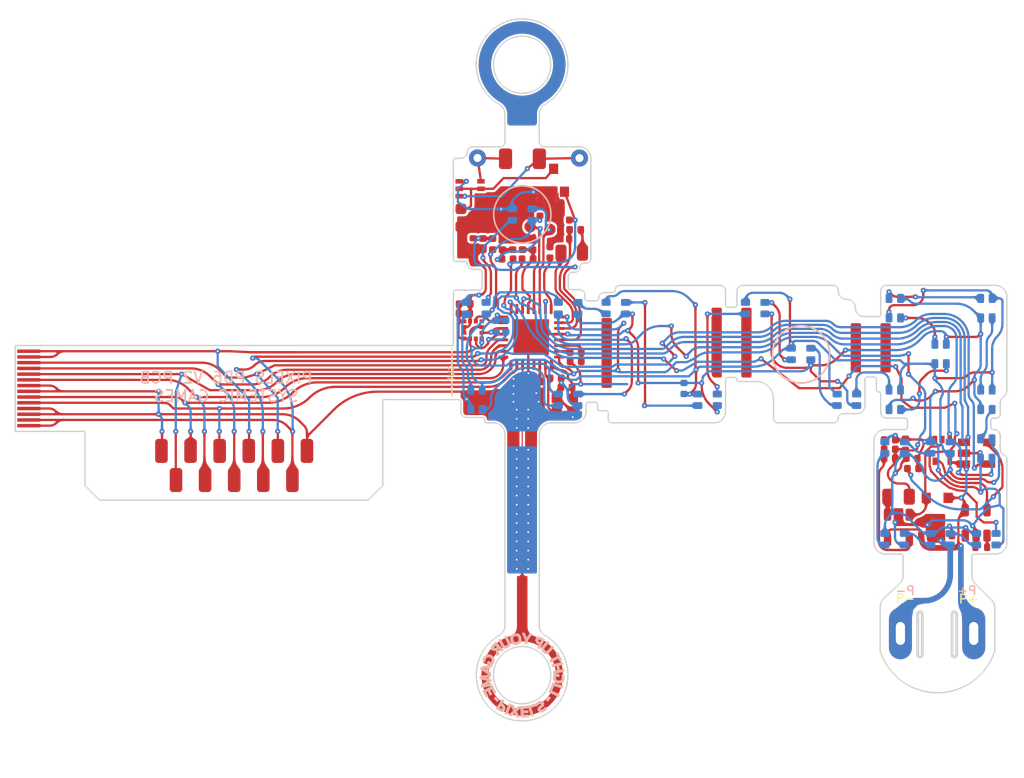
<source format=kicad_pcb>
(kicad_pcb (version 20211014) (generator pcbnew)
  (title_block (title "FLX-F020") (date "2021-09-11") (rev "10") (company "Systemic Games, LLC") (comment 1 "Flexible PCB, 0.13mm thickness"))
  (layers (0 "F.Cu" signal) (31 "B.Cu" signal) (34 "B.Paste" user) (35 "F.Paste" user) (36 "B.SilkS" user "B.Silkscreen") (37 "F.SilkS" user "F.Silkscreen") (38 "B.Mask" user) (39 "F.Mask" user) (44 "Edge.Cuts" user))
  (net 0 "")
  (net 1 "Net-(C1-Pad1)")
  (net 2 "GND")
  (net 3 "VDD")
  (net 4 "Net-(C8-Pad1)")
  (net 5 "VDC")
  (net 6 "Net-(L1-Pad2)")
  (net 7 "Net-(L1-Pad1)")
  (net 8 "+5V")
  (net 9 "Net-(R6-Pad1)")
  (net 10 "VEE")
  (net 11 "/LED_EN")
  (net 12 "Net-(C2-Pad2)")
  (net 13 "Net-(C3-Pad1)")
  (net 14 "Net-(C5-Pad2)")
  (net 15 "Net-(C7-Pad1)")
  (net 16 "Net-(C17-Pad2)")
  (net 17 "Net-(C19-Pad1)")
  (net 18 "Net-(C19-Pad2)")
  (net 19 "Net-(L4-Pad1)")
  (net 20 "RXI")
  (net 21 "TXO")
  (net 22 "SWO")
  (net 23 "RESET")
  (net 24 "SWDCLK")
  (net 25 "SWDIO")
  (net 26 "Net-(R10-Pad1)")
  (net 27 "Net-(R10-Pad2)")
  (net 28 "/LED_DATA")
  (net 29 "/Power Supply/MAG1_")
  (net 30 "/STATS")
  (net 31 "/VLED_SENSE")
  (net 32 "/5V_SENSE")
  (net 33 "/VBAT_SENSE")
  (net 34 "/Power Supply/LED_EN_OUT")
  (net 35 "Net-(R3-Pad1)")
  (net 36 "Net-(D2-Pad3)")
  (net 37 "Net-(D3-Pad3)")
  (net 38 "Net-(D4-Pad3)")
  (net 39 "Net-(D5-Pad3)")
  (net 40 "Net-(D6-Pad3)")
  (net 41 "Net-(D7-Pad3)")
  (net 42 "+BATT")
  (net 44 "/LEDs/LED_RETURN")
  (net 47 "/SCL")
  (net 48 "/SDA")
  (net 49 "/ACC_INT")
  (net 50 "/ARC_ANTENNA")
  (net 51 "Net-(D8-Pad3)")
  (net 52 "Net-(D10-Pad1)")
  (net 53 "Net-(D10-Pad3)")
  (net 54 "Net-(D11-Pad3)")
  (net 55 "Net-(D12-Pad3)")
  (net 56 "Net-(D13-Pad3)")
  (net 57 "Net-(D14-Pad3)")
  (net 58 "Net-(D15-Pad3)")
  (net 59 "Net-(D16-Pad3)")
  (net 60 "Net-(D17-Pad3)")
  (net 61 "Net-(D18-Pad3)")
  (net 62 "Net-(D19-Pad3)")
  (net 63 "Net-(D20-Pad3)")
  (net 64 "Net-(D21-Pad3)")
  (footprint "Capacitor_SMD:C_0402_1005Metric" (layer "F.Cu") (at 167.39 106.79)
    (fp_text reference "C16")
    (fp_text value "4.7uF 6.3V 20%")
  )
  (footprint "Pixels-dice:SOT-353_SC-70-5" (layer "F.Cu") (at 168.75 99.35 -90)
    (fp_text reference "U7")
    (fp_text value "SN74LVC1G08" hide)
  )
  (footprint "TestPoint:TestPoint_THTPad_D1.5mm_Drill0.7mm" (layer "F.Cu") (at 128.18 73.83 150)
    (fp_text reference "P6")
    (fp_text value "COILB")
  )
  (footprint "Resistor_SMD:R_0402_1005Metric" (layer "F.Cu") (at 127.8 81.35 -90)
    (fp_text reference "R14")
    (fp_text value "10M 1%")
  )
  (footprint "Capacitor_SMD:C_0402_1005Metric" (layer "F.Cu") (at 128.65 81.35 -90)
    (fp_text reference "C6")
    (fp_text value "10nF 25V 10%")
  )
  (footprint "Package_TO_SOT_SMD:SOT-23-5" (layer "F.Cu") (at 171.74 99.6)
    (fp_text reference "U5")
    (fp_text value "MCP73832T-2ACI/OT")
  )
  (footprint "Package_TO_SOT_SMD:SOT-23" (layer "F.Cu") (at 168.3 104.5 -90)
    (fp_text reference "U8")
    (fp_text value "TMR1366")
  )
  (footprint "TestPoint:TestPoint_THTPad_D1.5mm_Drill0.7mm" (layer "F.Cu") (at 137.08 73.84 150)
    (fp_text reference "P5")
    (fp_text value "COILA")
  )
  (footprint "Pixels-dice:SOT-23-5" (layer "F.Cu") (at 171.7 105.696232 90)
    (fp_text reference "U6")
    (fp_text value "MT9700" hide)
  )
  (footprint "Resistor_SMD:R_0402_1005Metric" (layer "F.Cu") (at 172.15 107.82 180)
    (fp_text reference "R3")
    (fp_text value "10k 5%")
  )
  (footprint "Resistor_SMD:R_0402_1005Metric" (layer "F.Cu") (at 129.5 81.35 90)
    (fp_text reference "R13")
    (fp_text value "4.02M 1%")
  )
  (footprint "Capacitor_SMD:C_0402_1005Metric" (layer "F.Cu") (at 133.73 93.87 -90)
    (fp_text reference "C7")
    (fp_text value "100pF NP0 10V 5%")
  )
  (footprint "Inductor_SMD:L_0805_2012Metric" (layer "F.Cu") (at 136.4 82.1)
    (fp_text reference "L1")
    (fp_text value "10uH 100mA 10%")
  )
  (footprint "Capacitor_SMD:C_0402_1005Metric" (layer "F.Cu") (at 135 93.05 180)
    (fp_text reference "C5")
    (fp_text value "8pF 10V 10%")
  )
  (footprint "Capacitor_SMD:C_0402_1005Metric" (layer "F.Cu") (at 134.5 82.05 90)
    (fp_text reference "C3")
    (fp_text value "0.1uF 10V 20%")
  )
  (footprint "Capacitor_SMD:C_0402_1005Metric" (layer "F.Cu") (at 135.95 93.85)
    (fp_text reference "C2")
    (fp_text value "8pF 10V 10%")
  )
  (footprint "Resistor_SMD:R_0402_1005Metric" (layer "F.Cu") (at 136.75 90.79 180)
    (fp_text reference "R10")
    (fp_text value "100k 1%")
  )
  (footprint "Package_DFN_QFN:QFN-32-1EP_5x5mm_P0.5mm_EP3.1x3.1mm" (layer "F.Cu") (at 132.86 89.46 -90)
    (fp_text reference "U1")
    (fp_text value "N52810_QFN32")
  )
  (footprint "Capacitor_SMD:C_0402_1005Metric" (layer "F.Cu") (at 127.06 86.5775)
    (fp_text reference "C10")
    (fp_text value "0.1uF 10V 20%")
  )
  (footprint "Capacitor_SMD:C_0402_1005Metric" (layer "F.Cu") (at 132.9 93.87 -90)
    (fp_text reference "C8")
    (fp_text value "?? NP0")
  )
  (footprint "Capacitor_SMD:C_0402_1005Metric" (layer "F.Cu") (at 169.1 106.8 180)
    (fp_text reference "C23")
    (fp_text value "0.1uF 10V 20%")
  )
  (footprint "Capacitor_SMD:C_0402_1005Metric" (layer "F.Cu") (at 133.63 78.39 90)
    (fp_text reference "C9")
    (fp_text value "4.7uF 6.3V 20%")
  )
  (footprint "Pixels-dice:FPC-POGO-11" (layer "F.Cu") (at 106.94 100.6725 180)
    (fp_text reference "J2")
    (fp_text value "Conn_01x11")
  )
  (footprint "Capacitor_SMD:C_0402_1005Metric" (layer "F.Cu") (at 165.53 98.82 90)
    (fp_text reference "C18")
    (fp_text value "4.7uF 6.3V 20%")
  )
  (footprint "Resistor_SMD:R_0402_1005Metric" (layer "F.Cu") (at 164.16 99.255)
    (fp_text reference "R4")
    (fp_text value "402k 1%")
  )
  (footprint "Capacitor_SMD:C_0402_1005Metric" (layer "F.Cu") (at 164.154 100.045393 180)
    (fp_text reference "C17")
    (fp_text value "22pF 10V 5%")
  )
  (footprint "Pixels-dice:SOT-23-5" (layer "F.Cu") (at 164.92 106.07 -90)
    (fp_text reference "U4")
    (fp_text value "LN3435" hide)
  )
  (footprint "Resistor_SMD:R_0402_1005Metric" (layer "F.Cu") (at 136.75 91.6)
    (fp_text reference "R9")
    (fp_text value "150k 1%")
  )
  (footprint "Capacitor_SMD:C_0402_1005Metric" (layer "F.Cu") (at 127.03 87.3975)
    (fp_text reference "C4")
    (fp_text value "4.7uF 6.3V 20%")
  )
  (footprint "Inductor_SMD:L_0805_2012Metric" (layer "F.Cu") (at 164.93 103.4)
    (fp_text reference "L4")
    (fp_text value "2.2uH 20mA 10%")
  )
  (footprint "Resistor_SMD:R_0402_1005Metric" (layer "F.Cu") (at 166.19 100.94)
    (fp_text reference "R6")
    (fp_text value "22k 1%")
  )
  (footprint "Pixels-dice:FPC_14" (layer "F.Cu") (at 89 97.2 90)
    (fp_text reference "J1")
    (fp_text value "Conn_01x14")
  )
  (footprint "Capacitor_SMD:C_0603_1608Metric" (layer "F.Cu") (at 126.73 79.05 -90)
    (fp_text reference "C13")
    (fp_text value "4.7uF 25V 20%")
  )
  (footprint "Package_TO_SOT_SMD:SOT-363_SC-70-6" (layer "F.Cu") (at 127.53 76.52)
    (fp_text reference "D1")
    (fp_text value "BAV99S")
  )
  (footprint "Capacitor_SMD:C_0402_1005Metric" (layer "F.Cu") (at 135.7 79.25 180)
    (fp_text reference "C15")
    (fp_text value "4.7uF 6.3V 20%")
  )
  (footprint "Inductor_SMD:L_0402_1005Metric" (layer "F.Cu") (at 136.7 80.09 180)
    (fp_text reference "L2")
    (fp_text value "15nH 100mA 5%")
  )
  (footprint "Capacitor_SMD:C_0402_1005Metric" (layer "F.Cu") (at 135.7 80.9 180)
    (fp_text reference "C1")
    (fp_text value "4.7uF 6.3V 20%")
  )
  (footprint "Capacitor_SMD:C_0402_1005Metric" (layer "F.Cu") (at 130.35 81.35 90)
    (fp_text reference "C21")
    (fp_text value "10nF 25V 10%")
  )
  (footprint "Resistor_SMD:R_0402_1005Metric" (layer "F.Cu") (at 132.55 82.65)
    (fp_text reference "R7")
    (fp_text value "4.02M 1%")
  )
  (footprint "Resistor_SMD:R_0402_1005Metric" (layer "F.Cu") (at 131.25 81.35 -90)
    (fp_text reference "R2")
    (fp_text value "10M 1%")
  )
  (footprint "Resistor_SMD:R_0402_1005Metric" (layer "F.Cu") (at 133 81.35 90)
    (fp_text reference "R8")
    (fp_text value "10M 1%")
  )
  (footprint "Resistor_SMD:R_0402_1005Metric" (layer "F.Cu") (at 130.8 82.65 180)
    (fp_text reference "R1")
    (fp_text value "4.02M 1%")
  )
  (footprint "Capacitor_SMD:C_0402_1005Metric" (layer "F.Cu") (at 132.1 81.35 90)
    (fp_text reference "C22")
    (fp_text value "10nF 25V 10%")
  )
  (footprint "Pixels-dice:Crystal_SMD_2016-4Pin_2.0x1.6mm" (layer "F.Cu") (at 135.8 95.37 180)
    (fp_text reference "Y1")
    (fp_text value "32MHz 40ppm")
  )
  (footprint "Package_LGA:LGA-12_2x2mm_P0.5mm" (layer "F.Cu") (at 127.78 88.84 180)
    (fp_text reference "U2")
    (fp_text value "KXTJ3-1057")
  )
  (footprint "Capacitor_SMD:C_0402_1005Metric" (layer "F.Cu") (at 132.56 95.12)
    (fp_text reference "C11")
    (fp_text value "?? NP0")
  )
  (footprint "Inductor_SMD:L_0402_1005Metric" (layer "F.Cu") (at 132.07 93.87 -90)
    (fp_text reference "L5")
    (fp_text value "??")
  )
  (footprint "Resistor_SMD:R_0402_1005Metric" (layer "F.Cu") (at 164.16 98.435 180)
    (fp_text reference "R5")
    (fp_text value "100k 1%")
  )
  (footprint "Pixels-dice:ARC_Antenna" (layer "F.Cu") (at 132.08 110.17 -90)
    (fp_text reference "AE2" hide)
    (fp_text value "ARC")
  )
  (footprint "Pixels-dice:SOT-23" (layer "F.Cu") (at 134.82 75.78 -90)
    (fp_text reference "U3")
    (fp_text value "PJ75AL50SA")
  )
  (footprint "Capacitor_SMD:C_1206_3216Metric" (layer "F.Cu") (at 132.1 73.9 180)
    (fp_text reference "C19")
    (fp_text value "33nF 50V 5% NP0")
  )
  (footprint "Capacitor_SMD:C_0402_1005Metric" (layer "F.Cu") (at 166.1 100.05)
    (fp_text reference "C25")
    (fp_text value "0.1uF 10V 20%")
  )
  (footprint "Pixels-dice:TEST_PIN" (layer "F.Cu") (at 134.5 80.07)
    (fp_text reference "W22" hide)
    (fp_text value "LED_DATA1")
  )
  (footprint "Pixels-dice:TEST_PIN" (layer "F.Cu") (at 132.77 79.83)
    (fp_text reference "W13" hide)
    (fp_text value "5V_S")
  )
  (footprint "Pixels-dice:TX1812Z_2020" (layer "B.Cu") (at 136.085902 94.94 -90)
    (fp_text reference "D5")
    (fp_text value "TX1812Z_2020")
  )
  (footprint "Pixels-dice:TX1812Z_2020" (layer "B.Cu") (at 128.09 94.94 180)
    (fp_text reference "D4")
    (fp_text value "TX1812Z_2020")
  )
  (footprint "Pixels-dice:TX1812Z_2020" (layer "B.Cu") (at 136.08 86.94 -90)
    (fp_text reference "D6")
    (fp_text value "TX1812Z_2020")
  )
  (footprint "Pixels-dice:TX1812Z_2020" (layer "B.Cu") (at 132.08 78.77 90)
    (fp_text reference "D2")
    (fp_text value "TX1812Z_2020")
  )
  (footprint "Pixels-dice:TX1812Z_2020" (layer "B.Cu") (at 140.25 86.94 -90)
    (fp_text reference "D7")
    (fp_text value "TX1812Z_2020")
  )
  (footprint "Pixels-dice:TX1812Z_2020" (layer "B.Cu") (at 128.08 86.94 90)
    (fp_text reference "D3")
    (fp_text value "TX1812Z_2020")
  )
  (footprint "Pixels-dice:Hongjie 10100 Connector" (layer "B.Cu") (at 168.290601 115.336035 180)
    (fp_text reference "J3")
    (fp_text value "Conn_01x02")
  )
  (footprint "Resistor_SMD:R_0402_1005Metric" (layer "B.Cu") (at 130.65 88.5 -90)
    (fp_text reference "R12")
    (fp_text value "2.7k 5%")
  )
  (footprint "Resistor_SMD:R_0402_1005Metric" (layer "B.Cu") (at 129.8 88.5 -90)
    (fp_text reference "R16")
    (fp_text value "2.7k 5%")
  )
  (footprint "Pixels-dice:TX1812Z_2020" (layer "B.Cu") (at 152.42 86.94 -90)
    (fp_text reference "D9")
    (fp_text value "TX1812Z_2020")
  )
  (footprint "Pixels-dice:TX1812Z_2020" (layer "B.Cu") (at 164.6 86.94)
    (fp_text reference "D14")
    (fp_text value "TX1812Z_2020")
  )
  (footprint "Pixels-dice:TX1812Z_2020" (layer "B.Cu") (at 164.59 107.11 -90)
    (fp_text reference "D20")
    (fp_text value "TX1812Z_2020")
  )
  (footprint "Pixels-dice:TX1812Z_2020" (layer "B.Cu") (at 172.59 107.11 -90)
    (fp_text reference "D22")
    (fp_text value "TX1812Z_2020")
  )
  (footprint "Pixels-dice:TX1812Z_2020" (layer "B.Cu") (at 172.585902 99.2 180)
    (fp_text reference "D17")
    (fp_text value "TX1812Z_2020")
  )
  (footprint "Pixels-dice:TX1812Z_2020" (layer "B.Cu") (at 156.42 90.94 -90)
    (fp_text reference "D10")
    (fp_text value "TX1812Z_2020")
  )
  (footprint "Pixels-dice:TX1812Z_2020" (layer "B.Cu") (at 168.59 99.11 90)
    (fp_text reference "D18")
    (fp_text value "TX1812Z_2020")
  )
  (footprint "Pixels-dice:TX1812Z_2020" (layer "B.Cu") (at 172.6 86.94 180)
    (fp_text reference "D15")
    (fp_text value "TX1812Z_2020")
  )
  (footprint "Pixels-dice:TX1812Z_2020" (layer "B.Cu") (at 160.42 94.94 -90)
    (fp_text reference "D11")
    (fp_text value "TX1812Z_2020")
  )
  (footprint "Pixels-dice:TX1812Z_2020" (layer "B.Cu") (at 172.6 94.94 180)
    (fp_text reference "D16")
    (fp_text value "TX1812Z_2020")
  )
  (footprint "Pixels-dice:TX1812Z_2020" (layer "B.Cu") (at 148.26 94.94 -90)
    (fp_text reference "D8")
    (fp_text value "TX1812Z_2020")
  )
  (footprint "Pixels-dice:TX1812Z_2020" (layer "B.Cu") (at 164.6 94.94 180)
    (fp_text reference "D12")
    (fp_text value "TX1812Z_2020")
  )
  (footprint "Pixels-dice:TX1812Z_2020" (layer "B.Cu") (at 164.59 99.11 90)
    (fp_text reference "D19")
    (fp_text value "TX1812Z_2020")
  )
  (footprint "Pixels-dice:TX1812Z_2020" (layer "B.Cu") (at 168.59 107.11 -90)
    (fp_text reference "D21")
    (fp_text value "TX1812Z_2020")
  )
  (footprint "Pixels-dice:TX1812Z_2020" (layer "B.Cu") (at 168.6 90.94)
    (fp_text reference "D13")
    (fp_text value "TX1812Z_2020")
  )
  (footprint "Capacitor_SMD:C_0402_1005Metric" (layer "B.Cu") (at 146.2 93.95 90)
    (fp_text reference "C24")
    (fp_text value "0.1uF 10V 20%")
  )
  (gr_line (start 135.697574 118.622787) (end 135.676661 118.515382) (layer "B.SilkS") (width 0.15))
  (gr_line (start 131.657518 115.403222) (end 131.500246 115.398254) (layer "B.SilkS") (width 0.15))
  (gr_line (start 134.587203 120.361636) (end 134.782928 119.96448) (layer "B.SilkS") (width 0.15))
  (gr_line (start 133.803077 121.462678) (end 133.79516 121.612851) (layer "B.SilkS") (width 0.15))
  (gr_line (start 130.270063 122.00372) (end 130.202434 121.973151) (layer "B.SilkS") (width 0.15))
  (gr_line (start 135.212922 117.350336) (end 134.534665 117.688774) (layer "B.SilkS") (width 0.15))
  (gr_line (start 130.443528 122.072696) (end 130.502503 122.005332) (layer "B.SilkS") (width 0.15))
  (gr_line (start 132.901954 122.512474) (end 133.007563 122.480237) (layer "B.SilkS") (width 0.15))
  (gr_line (start 129.494389 117.946128) (end 129.528944 117.883084) (layer "B.SilkS") (width 0.15))
  (gr_line (start 134.342036 116.144763) (end 134.260998 116.071913) (layer "B.SilkS") (width 0.15))
  (gr_line (start 131.796821 115.468088) (end 131.657518 115.403222) (layer "B.SilkS") (width 0.15))
  (gr_line (start 130.28599 116.849053) (end 130.365335 116.773639) (layer "B.SilkS") (width 0.15))
  (gr_line (start 129.875982 116.615393) (end 129.739329 116.685078) (layer "B.SilkS") (width 0.15))
  (gr_line (start 135.565984 119.950332) (end 134.753289 119.710905) (layer "B.SilkS") (width 0.15))
  (gr_line (start 134.70384 119.925358) (end 134.459043 120.420718) (layer "B.SilkS") (width 0.15))
  (gr_line (start 134.74771 118.189448) (end 135.125913 118.114261) (layer "B.SilkS") (width 0.15))
  (gr_line (start 133.634442 121.841919) (end 133.689105 121.799231) (layer "B.SilkS") (width 0.15))
  (gr_line (start 135.682507 118.986064) (end 135.588343 118.977757) (layer "B.SilkS") (width 0.15))
  (gr_line (start 132.551738 121.817888) (end 132.545851 121.729623) (layer "B.SilkS") (width 0.15))
  (gr_line (start 129.411943 117.462338) (end 129.49301 117.596342) (layer "B.SilkS") (width 0.15))
  (gr_line (start 131.061418 121.562945) (end 130.96096 121.521469) (layer "B.SilkS") (width 0.15))
  (gr_line (start 134.866935 118.78778) (end 135.697574 118.622787) (layer "B.SilkS") (width 0.15))
  (gr_line (start 131.410969 115.504843) (end 131.46439 115.492213) (layer "B.SilkS") (width 0.15))
  (gr_line (start 131.98443 121.764436) (end 132.0365 122.608713) (layer "B.SilkS") (width 0.15))
  (gr_line (start 131.159285 116.061733) (end 131.253868 116.187208) (layer "B.SilkS") (width 0.15))
  (gr_line (start 135.252097 118.945632) (end 134.902933 118.913464) (layer "B.SilkS") (width 0.15))
  (gr_line (start 133.364193 121.444908) (end 133.258611 121.538297) (layer "B.SilkS") (width 0.15))
  (gr_line (start 129.725052 120.485884) (end 129.474293 119.982574) (layer "B.SilkS") (width 0.15))
  (gr_line (start 128.786604 117.450478) (end 128.761699 117.498693) (layer "B.SilkS") (width 0.15))
  (gr_line (start 129.645593 120.525978) (end 129.725052 120.485884) (layer "B.SilkS") (width 0.15))
  (gr_line (start 134.726797 118.082046) (end 134.74771 118.189448) (layer "B.SilkS") (width 0.15))
  (gr_line (start 134.378977 116.983674) (end 134.435279 116.929904) (layer "B.SilkS") (width 0.15))
  (gr_line (start 129.329355 119.382443) (end 128.595089 119.191568) (layer "B.SilkS") (width 0.15))
  (gr_line (start 128.57156 119.996106) (end 129.407018 119.860733) (layer "B.SilkS") (width 0.15))
  (gr_line (start 134.534665 117.688774) (end 134.582925 117.786893) (layer "B.SilkS") (width 0.15))
  (gr_line (start 131.301267 116.07597) (end 131.236905 115.937105) (layer "B.SilkS") (width 0.15))
  (gr_line (start 133.618882 121.300791) (end 133.487233 121.36049) (layer "B.SilkS") (width 0.15))
  (gr_line (start 129.17346 117.226889) (end 129.016884 117.236613) (layer "B.SilkS") (width 0.15))
  (gr_line (start 133.912766 116.457544) (end 133.825615 116.595289) (layer "B.SilkS") (width 0.15))
  (gr_line (start 130.738019 122.344791) (end 131.061418 121.562945) (layer "B.SilkS") (width 0.15))
  (gr_line (start 129.0995 120.292276) (end 129.288367 120.670677) (layer "B.SilkS") (width 0.15))
  (gr_line (start 130.557699 116.584685) (end 130.709236 116.560829) (layer "B.SilkS") (width 0.15))
  (gr_line (start 128.883678 117.318595) (end 128.786604 117.450478) (layer "B.SilkS") (width 0.15))
  (gr_line (start 128.595089 119.191568) (end 129.280667 119.081027) (layer "B.SilkS") (width 0.15))
  (gr_line (start 129.388107 117.938697) (end 129.128059 117.814572) (layer "B.SilkS") (width 0.15))
  (gr_line (start 129.28902 118.813745) (end 129.044665 118.662294) (layer "B.SilkS") (width 0.15))
  (gr_line (start 133.310225 121.625453) (end 133.418538 121.517613) (layer "B.SilkS") (width 0.15))
  (gr_line (start 133.67747 121.386712) (end 133.803077 121.462678) (layer "B.SilkS") (width 0.15))
  (gr_line (start 133.562468 116.158293) (end 133.449125 116.054763) (layer "B.SilkS") (width 0.15))
  (gr_line (start 131.778548 116.061972) (end 131.651281 116.145232) (layer "B.SilkS") (width 0.15))
  (gr_line (start 134.287573 121.197683) (end 134.486382 120.978172) (layer "B.SilkS") (width 0.15))
  (gr_line (start 135.098207 119.483522) (end 134.975874 119.385393) (layer "B.SilkS") (width 0.15))
  (gr_line (start 131.758394 122.607353) (end 131.514588 122.127781) (layer "B.SilkS") (width 0.15))
  (gr_line (start 134.853256 119.057273) (end 134.842163 119.129709) (layer "B.SilkS") (width 0.15))
  (gr_line (start 131.280754 115.581006) (end 131.410969 115.504843) (layer "B.SilkS") (width 0.15))
  (gr_line (start 129.485036 116.725003) (end 129.62703 116.788334) (layer "B.SilkS") (width 0.15))
  (gr_line (start 131.390599 116.251893) (end 131.545239 116.257539) (layer "B.SilkS") (width 0.15))
  (gr_line (start 130.988361 116.301283) (end 130.973795 116.140061) (layer "B.SilkS") (width 0.15))
  (gr_line (start 133.406233 115.904479) (end 133.422386 115.858238) (layer "B.SilkS") (width 0.15))
  (gr_line (start 132.355986 116.216905) (end 132.464479 116.22966) (layer "B.SilkS") (width 0.15))
  (gr_line (start 131.269926 121.648152) (end 131.139128 121.621779) (layer "B.SilkS") (width 0.15))
  (gr_line (start 135.676661 118.515382) (end 135.310697 118.58798) (layer "B.SilkS") (width 0.15))
  (gr_line (start 135.68876 119.278486) (end 135.695904 119.225583) (layer "B.SilkS") (width 0.15))
  (gr_line (start 133.78 121.3) (end 133.618882 121.300791) (layer "B.SilkS") (width 0.15))
  (gr_line (start 133.95132 116.94085) (end 134.079574 117.028197) (layer "B.SilkS") (width 0.15))
  (gr_line (start 135.459209 117.646622) (end 135.17296 117.071924) (layer "B.SilkS") (width 0.15))
  (gr_line (start 135.218375 120.795082) (end 135.26659 120.69682) (layer "B.SilkS") (width 0.15))
  (gr_line (start 129.573073 116.648473) (end 129.56287 116.498755) (layer "B.SilkS") (width 0.15))
  (gr_line (start 132.545851 121.729623) (end 131.98443 121.764436) (layer "B.SilkS") (width 0.15))
  (gr_line (start 130.974228 122.452607) (end 131.105085 122.478123) (layer "B.SilkS") (width 0.15))
  (gr_line (start 130.402201 121.739926) (end 130.428508 121.893356) (layer "B.SilkS") (width 0.15))
  (gr_line (start 133.524095 121.8187) (end 133.495548 121.968292) (layer "B.SilkS") (width 0.15))
  (gr_line (start 133.647031 122.154593) (end 133.811879 122.149755) (layer "B.SilkS") (width 0.15))
  (gr_line (start 135.213242 118.097112) (end 135.579207 118.024513) (layer "B.SilkS") (width 0.15))
  (gr_line (start 129.20976 117.348288) (end 129.28271 117.376645) (layer "B.SilkS") (width 0.15))
  (gr_line (start 135.17296 117.071924) (end 135.0935 117.112018) (layer "B.SilkS") (width 0.15))
  (gr_line (start 134.842163 119.129709) (end 134.843254 119.286544) (layer "B.SilkS") (width 0.15))
  (gr_line (start 129.089796 118.386386) (end 128.998301 118.401521) (layer "B.SilkS") (width 0.15))
  (gr_line (start 135.534553 120.054936) (end 135.565984 119.950332) (layer "B.SilkS") (width 0.15))
  (gr_line (start 131.217064 115.728144) (end 131.280754 115.581006) (layer "B.SilkS") (width 0.15))
  (gr_line (start 128.836699 117.547002) (end 128.919701 117.419303) (layer "B.SilkS") (width 0.15))
  (gr_line (start 135.0935 117.112018) (end 135.212922 117.350336) (layer "B.SilkS") (width 0.15))
  (gr_line (start 129.280667 119.081027) (end 129.265034 118.984329) (layer "B.SilkS") (width 0.15))
  (gr_line (start 128.716574 120.361103) (end 128.964444 120.856461) (layer "B.SilkS") (width 0.15))
  (gr_line (start 128.610484 118.39249) (end 129.389379 118.216125) (layer "B.SilkS") (width 0.15))
  (gr_line (start 130.365335 116.773639) (end 129.779379 116.16162) (layer "B.SilkS") (width 0.15))
  (gr_line (start 130.596426 116.48662) (end 130.461888 116.415198) (layer "B.SilkS") (width 0.15))
  (gr_line (start 131.595671 116.25073) (end 131.755861 116.201639) (layer "B.SilkS") (width 0.15))
  (gr_line (start 129.482299 117.761825) (end 129.453026 117.835572) (layer "B.SilkS") (width 0.15))
  (gr_line (start 129.779379 116.16162) (end 129.519031 116.411281) (layer "B.SilkS") (width 0.15))
  (gr_line (start 130.785644 116.527413) (end 130.912593 116.436378) (layer "B.SilkS") (width 0.15))
  (gr_line (start 132.499728 115.934973) (end 132.869629 115.424244) (layer "B.SilkS") (width 0.15))
  (gr_line (start 131.464432 122.032116) (end 131.269926 121.648152) (layer "B.SilkS") (width 0.15))
  (gr_line (start 131.43303 122.197874) (end 131.627536 122.581838) (layer "B.SilkS") (width 0.15))
  (gr_line (start 129.528944 117.883084) (end 129.582348 117.735231) (layer "B.SilkS") (width 0.15))
  (gr_line (start 130.014624 121.850634) (end 130.427559 121.217162) (layer "B.SilkS") (width 0.15))
  (gr_line (start 135.223368 118.60513) (end 134.846022 118.680376) (layer "B.SilkS") (width 0.15))
  (gr_line (start 131.448957 115.405004) (end 131.291399 115.453416) (layer "B.SilkS") (width 0.15))
  (gr_line (start 134.071272 121.999939) (end 134.165908 121.915257) (layer "B.SilkS") (width 0.15))
  (gr_line (start 135.327272 119.521074) (end 135.249893 119.519108) (layer "B.SilkS") (width 0.15))
  (gr_line (start 128.549753 119.864523) (end 128.57156 119.996106) (layer "B.SilkS") (width 0.15))
  (gr_line (start 131.291399 115.453416) (end 131.169234 115.549953) (layer "B.SilkS") (width 0.15))
  (gr_line (start 132.454319 115.820688) (end 132.260484 115.353226) (layer "B.SilkS") (width 0.15))
  (gr_line (start 133.900861 121.640915) (end 133.931183 121.490585) (layer "B.SilkS") (width 0.15))
  (gr_line (start 134.113379 121.828899) (end 134.004087 121.938393) (layer "B.SilkS") (width 0.15))
  (gr_line (start 129.178901 120.253039) (end 129.443157 120.119929) (layer "B.SilkS") (width 0.15))
  (gr_line (start 132.786042 121.755892) (end 133.210199 121.627071) (layer "B.SilkS") (width 0.15))
  (gr_line (start 130.883996 116.266423) (end 130.812454 116.402676) (layer "B.SilkS") (width 0.15))
  (gr_line (start 130.602597 115.659336) (end 130.844353 116.118951) (layer "B.SilkS") (width 0.15))
  (gr_line (start 131.383731 122.102268) (end 130.974228 122.452607) (layer "B.SilkS") (width 0.15))
  (gr_line (start 132.749135 115.410652) (end 132.454319 115.820688) (layer "B.SilkS") (width 0.15))
  (gr_line (start 133.960558 115.872615) (end 133.655347 115.716908) (layer "B.SilkS") (width 0.15))
  (gr_line (start 131.651281 116.145232) (end 131.580236 116.163521) (layer "B.SilkS") (width 0.15))
  (gr_line (start 133.321293 115.801213) (end 133.291829 115.951603) (layer "B.SilkS") (width 0.15))
  (gr_line (start 128.513161 118.318503) (end 128.493569 118.438577) (layer "B.SilkS") (width 0.15))
  (gr_line (start 132.464479 116.22966) (end 132.499728 115.934973) (layer "B.SilkS") (width 0.15))
  (gr_line (start 128.919701 117.419303) (end 129.050157 117.339712) (layer "B.SilkS") (width 0.15))
  (gr_line (start 132.655387 121.702829) (end 132.901954 122.512474) (layer "B.SilkS") (width 0.15))
  (gr_line (start 134.887303 119.4326) (end 134.994424 119.551199) (layer "B.SilkS") (width 0.15))
  (gr_line (start 132.390318 115.923016) (end 132.355986 116.216905) (layer "B.SilkS") (width 0.15))
  (gr_line (start 133.291829 115.951603) (end 133.357305 116.099158) (layer "B.SilkS") (width 0.15))
  (gr_line (start 134.956056 119.028288) (end 135.241854 119.055163) (layer "B.SilkS") (width 0.15))
  (gr_line (start 131.792375 121.751868) (end 131.464432 122.032116) (layer "B.SilkS") (width 0.15))
  (gr_line (start 134.975874 119.385393) (end 134.928378 119.227037) (layer "B.SilkS") (width 0.15))
  (gr_line (start 130.318491 116.396558) (end 130.417979 116.52582) (layer "B.SilkS") (width 0.15))
  (gr_line (start 134.435279 116.929904) (end 134.783571 116.543416) (layer "B.SilkS") (width 0.15))
  (gr_line (start 133.760085 122.065169) (end 133.62451 121.996259) (layer "B.SilkS") (width 0.15))
  (gr_line (start 133.689105 121.799231) (end 133.782561 121.74375) (layer "B.SilkS") (width 0.15))
  (gr_line (start 130.401547 121.589153) (end 130.370038 121.559387) (layer "B.SilkS") (width 0.15))
  (gr_line (start 135.608579 119.205696) (end 135.574091 119.354014) (layer "B.SilkS") (width 0.15))
  (gr_line (start 134.582925 117.786893) (end 135.262042 117.448515) (layer "B.SilkS") (width 0.15))
  (gr_line (start 130.415076 116.345603) (end 130.17332 115.885986) (layer "B.SilkS") (width 0.15))
  (gr_line (start 133.782561 121.74375) (end 133.900861 121.640915) (layer "B.SilkS") (width 0.15))
  (gr_line (start 130.160621 122.053776) (end 130.299546 122.111723) (layer "B.SilkS") (width 0.15))
  (gr_line (start 133.931183 121.490585) (end 133.897449 121.406402) (layer "B.SilkS") (width 0.15))
  (gr_line (start 131.948777 115.807732) (end 131.94117 115.756383) (layer "B.SilkS") (width 0.15))
  (gr_line (start 129.128059 117.814572) (end 129.081501 117.913811) (layer "B.SilkS") (width 0.15))
  (gr_line (start 129.889997 117.2279) (end 129.99514 117.128451) (layer "B.SilkS") (width 0.15))
  (gr_line (start 129.925827 116.66625) (end 129.875982 116.615393) (layer "B.SilkS") (width 0.15))
  (gr_line (start 129.407575 118.103707) (end 128.513161 118.318503) (layer "B.SilkS") (width 0.15))
  (gr_line (start 133.621806 115.802416) (end 133.82146 115.903369) (layer "B.SilkS") (width 0.15))
  (gr_line (start 131.545239 116.257539) (end 131.595671 116.25073) (layer "B.SilkS") (width 0.15))
  (gr_line (start 135.557437 117.917051) (end 134.726797 118.082046) (layer "B.SilkS") (width 0.15))
  (gr_line (start 133.499708 116.230561) (end 133.562468 116.158293) (layer "B.SilkS") (width 0.15))
  (gr_line (start 131.814143 115.713048) (end 131.827211 115.77253) (layer "B.SilkS") (width 0.15))
  (gr_line (start 133.533566 121.436941) (end 133.67747 121.386712) (layer "B.SilkS") (width 0.15))
  (gr_line (start 128.998301 118.401521) (end 128.96207 118.611731) (layer "B.SilkS") (width 0.15))
  (gr_line (start 131.616761 115.493393) (end 131.748745 115.576695) (layer "B.SilkS") (width 0.15))
  (gr_line (start 135.241854 119.055163) (end 135.252097 118.945632) (layer "B.SilkS") (width 0.15))
  (gr_line (start 135.403701 119.622885) (end 135.545933 119.559619) (layer "B.SilkS") (width 0.15))
  (gr_line (start 129.081501 117.913811) (end 129.398213 118.065154) (layer "B.SilkS") (width 0.15))
  (gr_line (start 130.743777 116.44869) (end 130.596426 116.48662) (layer "B.SilkS") (width 0.15))
  (gr_line (start 133.62451 121.996259) (end 133.634442 121.841919) (layer "B.SilkS") (width 0.15))
  (gr_line (start 130.912593 116.436378) (end 130.988361 116.301283) (layer "B.SilkS") (width 0.15))
  (gr_line (start 131.139128 121.621779) (end 131.383731 122.102268) (layer "B.SilkS") (width 0.15))
  (gr_line (start 128.691457 117.727195) (end 128.776487 117.767592) (layer "B.SilkS") (width 0.15))
  (gr_line (start 129.044665 118.662294) (end 129.089796 118.386386) (layer "B.SilkS") (width 0.15))
  (gr_line (start 132.140487 122.513489) (end 132.12323 122.230634) (layer "B.SilkS") (width 0.15))
  (gr_line (start 135.125913 118.114261) (end 135.223368 118.60513) (layer "B.SilkS") (width 0.15))
  (gr_line (start 130.07588 115.93688) (end 130.318491 116.396558) (layer "B.SilkS") (width 0.15))
  (gr_line (start 129.824317 116.738393) (end 129.889997 117.2279) (layer "B.SilkS") (width 0.15))
  (gr_line (start 130.417979 116.52582) (end 130.557699 116.584685) (layer "B.SilkS") (width 0.15))
  (gr_line (start 131.580236 116.163521) (end 131.431356 116.161722) (layer "B.SilkS") (width 0.15))
  (gr_line (start 133.465327 116.2049) (end 133.499708 116.230561) (layer "B.SilkS") (width 0.15))
  (gr_line (start 131.833866 115.923724) (end 131.778548 116.061972) (layer "B.SilkS") (width 0.15))
  (gr_line (start 128.708654 117.641405) (end 128.691457 117.727195) (layer "B.SilkS") (width 0.15))
  (gr_line (start 130.547156 121.859449) (end 130.497586 121.706114) (layer "B.SilkS") (width 0.15))
  (gr_line (start 133.487233 121.36049) (end 133.364193 121.444908) (layer "B.SilkS") (width 0.15))
  (gr_line (start 130.427559 121.217162) (end 130.335279 121.157311) (layer "B.SilkS") (width 0.15))
  (gr_line (start 130.428508 121.893356) (end 130.407331 121.937525) (layer "B.SilkS") (width 0.15))
  (gr_line (start 134.004087 121.938393) (end 133.901779 122.009619) (layer "B.SilkS") (width 0.15))
  (gr_line (start 131.514588 122.127781) (end 131.923233 121.777384) (layer "B.SilkS") (width 0.15))
  (gr_line (start 134.722654 119.816427) (end 135.534553 120.054936) (layer "B.SilkS") (width 0.15))
  (gr_line (start 135.579207 118.024513) (end 135.557437 117.917051) (layer "B.SilkS") (width 0.15))
  (gr_line (start 129.591302 117.582544) (end 129.532742 117.43461) (layer "B.SilkS") (width 0.15))
  (gr_line (start 132.12323 122.230634) (end 132.545398 122.20417) (layer "B.SilkS") (width 0.15))
  (gr_line (start 128.493569 118.438577) (end 129.268569 118.933759) (layer "B.SilkS") (width 0.15))
  (gr_line (start 135.137456 119.612018) (end 135.23965 119.628639) (layer "B.SilkS") (width 0.15))
  (gr_circle (center 156.42 90.97) (end 158.92 90.97) (layer "B.SilkS") (width 0.15) (fill none))
  (gr_line (start 130.709236 116.560829) (end 130.785644 116.527413) (layer "B.SilkS") (width 0.15))
  (gr_line (start 129.99514 117.128451) (end 129.925827 116.66625) (layer "B.SilkS") (width 0.15))
  (gr_line (start 133.946397 122.08595) (end 134.071272 121.999939) (layer "B.SilkS") (width 0.15))
  (gr_line (start 133.007563 122.480237) (end 132.786042 121.755892) (layer "B.SilkS") (width 0.15))
  (gr_line (start 135.695904 119.225583) (end 135.696286 119.072298) (layer "B.SilkS") (width 0.15))
  (gr_line (start 133.478923 116.577075) (end 133.576207 116.626943) (layer "B.SilkS") (width 0.15))
  (gr_line (start 134.930524 119.147086) (end 134.956056 119.028288) (layer "B.SilkS") (width 0.15))
  (gr_line (start 129.586007 116.660575) (end 129.573073 116.648473) (layer "B.SilkS") (width 0.15))
  (gr_line (start 129.782593 116.756147) (end 129.824317 116.738393) (layer "B.SilkS") (width 0.15))
  (gr_line (start 134.232838 117.053556) (end 134.378977 116.983674) (layer "B.SilkS") (width 0.15))
  (gr_line (start 129.763489 116.302624) (end 130.28599 116.849053) (layer "B.SilkS") (width 0.15))
  (gr_line (start 132.099272 121.846538) (end 132.551738 121.817888) (layer "B.SilkS") (width 0.15))
  (gr_line (start 129.474293 119.982574) (end 128.716574 120.361103) (layer "B.SilkS") (width 0.15))
  (gr_line (start 132.0365 122.608713) (end 132.589233 122.575013) (layer "B.SilkS") (width 0.15))
  (gr_line (start 130.407331 121.937525) (end 130.270063 122.00372) (layer "B.SilkS") (width 0.15))
  (gr_line (start 129.62703 116.788334) (end 129.782593 116.756147) (layer "B.SilkS") (width 0.15))
  (gr_line (start 129.329271 117.277405) (end 129.17346 117.226889) (layer "B.SilkS") (width 0.15))
  (gr_line (start 129.265034 118.984329) (end 128.429574 119.119703) (layer "B.SilkS") (width 0.15))
  (gr_line (start 130.941793 116.068059) (end 130.700037 115.60844) (layer "B.SilkS") (width 0.15))
  (gr_line (start 135.545933 119.559619) (end 135.643327 119.435511) (layer "B.SilkS") (width 0.15))
  (gr_line (start 133.901779 122.009619) (end 133.760085 122.065169) (layer "B.SilkS") (width 0.15))
  (gr_line (start 128.776487 117.767592) (end 128.806568 117.62069) (layer "B.SilkS") (width 0.15))
  (gr_line (start 134.229306 116.943924) (end 134.078256 116.923886) (layer "B.SilkS") (width 0.15))
  (gr_line (start 128.964444 120.856461) (end 129.043904 120.816368) (layer "B.SilkS") (width 0.15))
  (gr_line (start 135.379749 117.686715) (end 135.459209 117.646622) (layer "B.SilkS") (width 0.15))
  (gr_line (start 133.530138 122.052535) (end 133.647031 122.154593) (layer "B.SilkS") (width 0.15))
  (gr_line (start 128.429574 119.119703) (end 128.451878 119.256487) (layer "B.SilkS") (width 0.15))
  (gr_line (start 129.391326 119.76489) (end 128.705747 119.87543) (layer "B.SilkS") (width 0.15))
  (gr_line (start 129.28271 117.376645) (end 129.411943 117.462338) (layer "B.SilkS") (width 0.15))
  (gr_line (start 130.300898 121.624319) (end 130.402201 121.739926) (layer "B.SilkS") (width 0.15))
  (gr_line (start 130.497586 121.706114) (end 130.401547 121.589153) (layer "B.SilkS") (width 0.15))
  (gr_line (start 134.221924 121.138831) (end 134.287573 121.197683) (layer "B.SilkS") (width 0.15))
  (gr_line (start 133.79516 121.612851) (end 133.734017 121.661979) (layer "B.SilkS") (width 0.15))
  (gr_line (start 129.419579 117.328509) (end 129.329271 117.277405) (layer "B.SilkS") (width 0.15))
  (gr_line (start 130.502503 122.005332) (end 130.547156 121.859449) (layer "B.SilkS") (width 0.15))
  (gr_line (start 130.370038 121.559387) (end 130.300898 121.624319) (layer "B.SilkS") (width 0.15))
  (gr_line (start 133.418538 121.517613) (end 133.533566 121.436941) (layer "B.SilkS") (width 0.15))
  (gr_line (start 134.419874 120.919258) (end 134.221924 121.138831) (layer "B.SilkS") (width 0.15))
  (gr_line (start 130.844353 116.118951) (end 130.883996 116.266423) (layer "B.SilkS") (width 0.15))
  (gr_line (start 129.589027 116.469576) (end 129.763489 116.302624) (layer "B.SilkS") (width 0.15))
  (gr_line (start 134.928378 119.227037) (end 134.930524 119.147086) (layer "B.SilkS") (width 0.15))
  (gr_line (start 128.761699 117.498693) (end 128.708654 117.641405) (layer "B.SilkS") (width 0.15))
  (gr_line (start 131.105085 122.478123) (end 131.43303 122.197874) (layer "B.SilkS") (width 0.15))
  (gr_line (start 134.783571 116.543416) (end 134.702535 116.470566) (layer "B.SilkS") (width 0.15))
  (gr_line (start 132.589233 122.575013) (end 132.583345 122.486748) (layer "B.SilkS") (width 0.15))
  (gr_line (start 130.812454 116.402676) (end 130.743777 116.44869) (layer "B.SilkS") (width 0.15))
  (gr_line (start 134.846022 118.680376) (end 134.866935 118.78778) (layer "B.SilkS") (width 0.15))
  (gr_line (start 129.582348 117.735231) (end 129.591302 117.582544) (layer "B.SilkS") (width 0.15))
  (gr_line (start 133.357305 116.099158) (end 133.465327 116.2049) (layer "B.SilkS") (width 0.15))
  (gr_line (start 131.500246 115.398254) (end 131.448957 115.405004) (layer "B.SilkS") (width 0.15))
  (gr_line (start 130.461888 116.415198) (end 130.415076 116.345603) (layer "B.SilkS") (width 0.15))
  (gr_line (start 132.260484 115.353226) (end 132.134908 115.338416) (layer "B.SilkS") (width 0.15))
  (gr_line (start 129.443157 120.119929) (end 129.645593 120.525978) (layer "B.SilkS") (width 0.15))
  (gr_line (start 135.574091 119.354014) (end 135.47957 119.474014) (layer "B.SilkS") (width 0.15))
  (gr_line (start 133.897449 121.406402) (end 133.78 121.3) (layer "B.SilkS") (width 0.15))
  (gr_line (start 135.249893 119.519108) (end 135.098207 119.483522) (layer "B.SilkS") (width 0.15))
  (gr_line (start 132.540429 122.115109) (end 132.117402 122.141511) (layer "B.SilkS") (width 0.15))
  (gr_line (start 129.532742 117.43461) (end 129.419579 117.328509) (layer "B.SilkS") (width 0.15))
  (gr_line (start 135.262042 117.448515) (end 135.379749 117.686715) (layer "B.SilkS") (width 0.15))
  (gr_line (start 129.683708 121.003223) (end 129.885677 121.218891) (layer "B.SilkS") (width 0.15))
  (gr_line (start 128.806568 117.62069) (end 128.836699 117.547002) (layer "B.SilkS") (width 0.15))
  (gr_line (start 131.755861 116.201639) (end 131.880598 116.105284) (layer "B.SilkS") (width 0.15))
  (gr_line (start 129.519031 116.411281) (end 129.432103 116.533537) (layer "B.SilkS") (width 0.15))
  (gr_line (start 131.892201 115.594478) (end 131.796821 115.468088) (layer "B.SilkS") (width 0.15))
  (gr_line (start 133.944258 116.598418) (end 133.993742 116.531249) (layer "B.SilkS") (width 0.15))
  (gr_line (start 128.96207 118.611731) (end 128.610484 118.39249) (layer "B.SilkS") (width 0.15))
  (gr_line (start 128.705747 119.87543) (end 129.343194 119.46782) (layer "B.SilkS") (width 0.15))
  (gr_line (start 133.82146 115.903369) (end 133.478923 116.577075) (layer "B.SilkS") (width 0.15))
  (gr_line (start 134.354301 116.856198) (end 134.229306 116.943924) (layer "B.SilkS") (width 0.15))
  (gr_line (start 130.636705 122.303255) (end 130.738019 122.344791) (layer "B.SilkS") (width 0.15))
  (gr_line (start 134.782928 119.96448) (end 134.70384 119.925358) (layer "B.SilkS") (width 0.15))
  (gr_line (start 128.451878 119.256487) (end 129.198822 119.450834) (layer "B.SilkS") (width 0.15))
  (gr_line (start 130.96096 121.521469) (end 130.636705 122.303255) (layer "B.SilkS") (width 0.15))
  (gr_line (start 133.993742 116.531249) (end 134.342036 116.144763) (layer "B.SilkS") (width 0.15))
  (gr_line (start 130.17332 115.885986) (end 130.07588 115.93688) (layer "B.SilkS") (width 0.15))
  (gr_line (start 132.134908 115.338416) (end 132.390318 115.923016) (layer "B.SilkS") (width 0.15))
  (gr_line (start 131.827211 115.77253) (end 131.833866 115.923724) (layer "B.SilkS") (width 0.15))
  (gr_line (start 131.46439 115.492213) (end 131.616761 115.493393) (layer "B.SilkS") (width 0.15))
  (gr_line (start 133.640562 121.717457) (end 133.524095 121.8187) (layer "B.SilkS") (width 0.15))
  (gr_line (start 131.627536 122.581838) (end 131.758394 122.607353) (layer "B.SilkS") (width 0.15))
  (gr_line (start 134.702535 116.470566) (end 134.354301 116.856198) (layer "B.SilkS") (width 0.15))
  (gr_line (start 132.583345 122.486748) (end 132.140487 122.513489) (layer "B.SilkS") (width 0.15))
  (gr_line (start 133.655347 115.716908) (end 133.511058 115.674089) (layer "B.SilkS") (width 0.15))
  (gr_line (start 131.923233 121.777384) (end 131.792375 121.751868) (layer "B.SilkS") (width 0.15))
  (gr_line (start 133.734017 121.661979) (end 133.640562 121.717457) (layer "B.SilkS") (width 0.15))
  (gr_line (start 129.268569 118.933759) (end 129.28902 118.813745) (layer "B.SilkS") (width 0.15))
  (gr_line (start 129.453026 117.835572) (end 129.388107 117.938697) (layer "B.SilkS") (width 0.15))
  (gr_line (start 133.371199 115.728046) (end 133.321293 115.801213) (layer "B.SilkS") (width 0.15))
  (gr_line (start 129.343194 119.46782) (end 129.329355 119.382443) (layer "B.SilkS") (width 0.15))
  (gr_line (start 131.880598 116.105284) (end 131.943749 115.965861) (layer "B.SilkS") (width 0.15))
  (gr_line (start 133.511058 115.674089) (end 133.371199 115.728046) (layer "B.SilkS") (width 0.15))
  (gr_line (start 135.310697 118.58798) (end 135.213242 118.097112) (layer "B.SilkS") (width 0.15))
  (gr_line (start 133.923303 116.750265) (end 133.944258 116.598418) (layer "B.SilkS") (width 0.15))
  (gr_line (start 129.198822 119.450834) (end 128.549753 119.864523) (layer "B.SilkS") (width 0.15))
  (gr_line (start 131.110254 115.900687) (end 131.159285 116.061733) (layer "B.SilkS") (width 0.15))
  (gr_line (start 134.486382 120.978172) (end 134.419874 120.919258) (layer "B.SilkS") (width 0.15))
  (gr_line (start 134.165908 121.915257) (end 134.113379 121.828899) (layer "B.SilkS") (width 0.15))
  (gr_line (start 133.495548 121.968292) (end 133.530138 122.052535) (layer "B.SilkS") (width 0.15))
  (gr_line (start 133.210199 121.627071) (end 133.184301 121.541713) (layer "B.SilkS") (width 0.15))
  (gr_line (start 134.994424 119.551199) (end 135.137456 119.612018) (layer "B.SilkS") (width 0.15))
  (gr_line (start 135.643327 119.435511) (end 135.68876 119.278486) (layer "B.SilkS") (width 0.15))
  (gr_line (start 133.258611 121.538297) (end 133.310225 121.625453) (layer "B.SilkS") (width 0.15))
  (gr_line (start 129.398213 118.065154) (end 129.494389 117.946128) (layer "B.SilkS") (width 0.15))
  (gr_line (start 129.407018 119.860733) (end 129.391326 119.76489) (layer "B.SilkS") (width 0.15))
  (gr_line (start 134.902933 118.913464) (end 134.853256 119.057273) (layer "B.SilkS") (width 0.15))
  (gr_line (start 129.432103 116.533537) (end 129.454006 116.688381) (layer "B.SilkS") (width 0.15))
  (gr_line (start 129.288367 120.670677) (end 129.368624 120.6315) (layer "B.SilkS") (width 0.15))
  (gr_line (start 129.454006 116.688381) (end 129.485036 116.725003) (layer "B.SilkS") (width 0.15))
  (gr_line (start 129.95017 121.158804) (end 129.748261 120.942277) (layer "B.SilkS") (width 0.15))
  (gr_line (start 129.748261 120.942277) (end 129.683708 121.003223) (layer "B.SilkS") (width 0.15))
  (gr_line (start 130.202434 121.973151) (end 130.014624 121.850634) (layer "B.SilkS") (width 0.15))
  (gr_line (start 133.184301 121.541713) (end 132.655387 121.702829) (layer "B.SilkS") (width 0.15))
  (gr_line (start 133.422386 115.858238) (end 133.551127 115.778525) (layer "B.SilkS") (width 0.15))
  (gr_line (start 131.102649 115.849339) (end 131.110254 115.900687) (layer "B.SilkS") (width 0.15))
  (gr_line (start 134.079574 117.028197) (end 134.232838 117.053556) (layer "B.SilkS") (width 0.15))
  (gr_line (start 129.050157 117.339712) (end 129.20976 117.348288) (layer "B.SilkS") (width 0.15))
  (gr_line (start 133.811879 122.149755) (end 133.946397 122.08595) (layer "B.SilkS") (width 0.15))
  (gr_line (start 134.011089 116.874402) (end 133.923303 116.750265) (layer "B.SilkS") (width 0.15))
  (gr_line (start 135.610665 119.126601) (end 135.608579 119.205696) (layer "B.SilkS") (width 0.15))
  (gr_line (start 134.843254 119.286544) (end 134.887303 119.4326) (layer "B.SilkS") (width 0.15))
  (gr_line (start 133.449125 116.054763) (end 133.406233 115.904479) (layer "B.SilkS") (width 0.15))
  (gr_line (start 131.10688 115.690292) (end 131.102649 115.849339) (layer "B.SilkS") (width 0.15))
  (gr_line (start 134.753289 119.710905) (end 134.722654 119.816427) (layer "B.SilkS") (width 0.15))
  (gr_line (start 128.845154 120.419189) (end 129.0995 120.292276) (layer "B.SilkS") (width 0.15))
  (gr_line (start 132.545398 122.20417) (end 132.540429 122.115109) (layer "B.SilkS") (width 0.15))
  (gr_line (start 133.818436 116.747238) (end 133.893443 116.881679) (layer "B.SilkS") (width 0.15))
  (gr_line (start 133.893443 116.881679) (end 133.95132 116.94085) (layer "B.SilkS") (width 0.15))
  (gr_line (start 134.459043 120.420718) (end 135.218375 120.795082) (layer "B.SilkS") (width 0.15))
  (gr_line (start 130.299546 122.111723) (end 130.443528 122.072696) (layer "B.SilkS") (width 0.15))
  (gr_line (start 129.885677 121.218891) (end 129.95017 121.158804) (layer "B.SilkS") (width 0.15))
  (gr_line (start 129.016884 117.236613) (end 128.883678 117.318595) (layer "B.SilkS") (width 0.15))
  (gr_line (start 134.078256 116.923886) (end 134.011089 116.874402) (layer "B.SilkS") (width 0.15))
  (gr_line (start 129.56287 116.498755) (end 129.589027 116.469576) (layer "B.SilkS") (width 0.15))
  (gr_line (start 135.696286 119.072298) (end 135.682507 118.986064) (layer "B.SilkS") (width 0.15))
  (gr_line (start 133.576207 116.626943) (end 133.960558 115.872615) (layer "B.SilkS") (width 0.15))
  (gr_line (start 135.23965 119.628639) (end 135.403701 119.622885) (layer "B.SilkS") (width 0.15))
  (gr_line (start 129.49301 117.596342) (end 129.482299 117.761825) (layer "B.SilkS") (width 0.15))
  (gr_line (start 130.335279 121.157311) (end 129.873972 121.866638) (layer "B.SilkS") (width 0.15))
  (gr_line (start 129.389379 118.216125) (end 129.407575 118.103707) (layer "B.SilkS") (width 0.15))
  (gr_line (start 132.869629 115.424244) (end 132.749135 115.410652) (layer "B.SilkS") (width 0.15))
  (gr_line (start 131.169234 115.549953) (end 131.10688 115.690292) (layer "B.SilkS") (width 0.15))
  (gr_line (start 134.260998 116.071913) (end 133.912766 116.457544) (layer "B.SilkS") (width 0.15))
  (gr_circle (center 132.09 78.76) (end 134.59 78.76) (layer "B.SilkS") (width 0.15) (fill none))
  (gr_line (start 131.748745 115.576695) (end 131.814143 115.713048) (layer "B.SilkS") (width 0.15))
  (gr_line (start 133.825615 116.595289) (end 133.818436 116.747238) (layer "B.SilkS") (width 0.15))
  (gr_line (start 129.739329 116.685078) (end 129.586007 116.660575) (layer "B.SilkS") (width 0.15))
  (gr_line (start 130.700037 115.60844) (end 130.602597 115.659336) (layer "B.SilkS") (width 0.15))
  (gr_line (start 135.47957 119.474014) (end 135.327272 119.521074) (layer "B.SilkS") (width 0.15))
  (gr_line (start 129.368624 120.6315) (end 129.178901 120.253039) (layer "B.SilkS") (width 0.15))
  (gr_line (start 131.223837 115.877623) (end 131.217064 115.728144) (layer "B.SilkS") (width 0.15))
  (gr_line (start 135.26659 120.69682) (end 134.587203 120.361636) (layer "B.SilkS") (width 0.15))
  (gr_line (start 131.253868 116.187208) (end 131.390599 116.251893) (layer "B.SilkS") (width 0.15))
  (gr_line (start 131.94117 115.756383) (end 131.892201 115.594478) (layer "B.SilkS") (width 0.15))
  (gr_line (start 131.431356 116.161722) (end 131.301267 116.07597) (layer "B.SilkS") (width 0.15))
  (gr_line (start 132.117402 122.141511) (end 132.099272 121.846538) (layer "B.SilkS") (width 0.15))
  (gr_line (start 129.873972 121.866638) (end 130.160621 122.053776) (layer "B.SilkS") (width 0.15))
  (gr_line (start 133.551127 115.778525) (end 133.621806 115.802416) (layer "B.SilkS") (width 0.15))
  (gr_line (start 135.588343 118.977757) (end 135.610665 119.126601) (layer "B.SilkS") (width 0.15))
  (gr_line (start 131.943749 115.965861) (end 131.948777 115.807732) (layer "B.SilkS") (width 0.15))
  (gr_line (start 131.236905 115.937105) (end 131.223837 115.877623) (layer "B.SilkS") (width 0.15))
  (gr_line (start 130.973795 116.140061) (end 130.941793 116.068059) (layer "B.SilkS") (width 0.15))
  (gr_line (start 129.043904 120.816368) (end 128.845154 120.419189) (layer "B.SilkS") (width 0.15))
  (gr_line (start 125.94 90.41) (end 125.94 94.69) (layer "F.SilkS") (width 0.15))
  (gr_line (start 165.014507 110.979502) (end 163.634677 112.294737) (layer "Edge.Cuts") (width 0.12))
  (gr_line (start 138.8602 95.8889) (end 138.8552 95.8889) (layer "Edge.Cuts") (width 0.12))
  (gr_line (start 150.027199 92.99) (end 150.6642 92.99) (layer "Edge.Cuts") (width 0.12))
  (gr_arc (start 134.07 115.509615) (mid 133.703975 115.14359) (end 133.57 114.64359) (layer "Edge.Cuts") (width 0.12))
  (gr_arc (start 136.3 85.32) (mid 136.154029 85.258042) (end 136.097197 85.11) (layer "Edge.Cuts") (width 0.12))
  (gr_line (start 165.497198 97.535598) (end 163.779022 97.535028) (layer "Edge.Cuts") (width 0.12))
  (gr_line (start 163.324198 113.019612) (end 163.324198 116.859) (layer "Edge.Cuts") (width 0.12))
  (gr_line (start 166.6 117.19) (end 166.6 113.64) (layer "Edge.Cuts") (width 0.25))
  (gr_line (start 139.5912 96.0889) (end 139.5912 96.4482) (layer "Edge.Cuts") (width 0.12))
  (gr_arc (start 161.998199 93.15) (mid 162.056778 93.008578) (end 162.198199 92.949999) (layer "Edge.Cuts") (width 0.12))
  (gr_arc (start 165.124713 108.410572) (mid 165.267018 108.469516) (end 165.325962 108.611821) (layer "Edge.Cuts") (width 0.12))
  (gr_arc (start 149.827199 93.19) (mid 149.885778 93.048579) (end 150.027199 92.99) (layer "Edge.Cuts") (width 0.12))
  (gr_line (start 130.1 72.8644) (end 127.73 72.8644) (layer "Edge.Cuts") (width 0.12))
  (gr_line (start 118.6372 103.7) (end 95.1828 103.7) (layer "Edge.Cuts") (width 0.12))
  (gr_arc (start 160.4142 86.1717) (mid 159.88387 85.95203) (end 159.6642 85.4217) (layer "Edge.Cuts") (width 0.12))
  (gr_line (start 137.097197 83.399998) (end 137.097197 83.399999) (layer "Edge.Cuts") (width 0.12))
  (gr_line (start 136.497197 83.799998) (end 136.697197 83.799998) (layer "Edge.Cuts") (width 0.12))
  (gr_arc (start 150.0272 86.8586) (mid 149.885778 86.800021) (end 149.8272 86.658599) (layer "Edge.Cuts") (width 0.12))
  (gr_line (start 93.91 97.7) (end 87.83 97.7) (layer "Edge.Cuts") (width 0.12))
  (gr_arc (start 130.07 69.152863) (mid 130.436025 69.518888) (end 130.57 70.018888) (layer "Edge.Cuts") (width 0.12))
  (gr_arc (start 137.757405 86.3) (mid 137.611259 86.248) (end 137.549996 86.105488) (layer "Edge.Cuts") (width 0.12))
  (gr_arc (start 163.324198 113.019612) (mid 163.405084 112.625327) (end 163.634677 112.294737) (layer "Edge.Cuts") (width 0.12))
  (gr_arc (start 149.8272 95.950003) (mid 149.534307 96.657107) (end 148.827203 96.95) (layer "Edge.Cuts") (width 0.12))
  (gr_arc (start 165.697198 97.335598) (mid 165.63862 97.47702) (end 165.497198 97.535598) (layer "Edge.Cuts") (width 0.12))
  (gr_line (start 119.9102 102.427) (end 118.6372 103.7) (layer "Edge.Cuts") (width 0.12))
  (gr_line (start 137.049996 85.319995) (end 136.3 85.32) (layer "Edge.Cuts") (width 0.12))
  (gr_line (start 119.9102 94.918731) (end 126.531302 94.924245) (layer "Edge.Cuts") (width 0.12))
  (gr_line (start 162 95.45) (end 161.998199 93.15) (layer "Edge.Cuts") (width 0.12))
  (gr_line (start 163.144596 87.6717) (end 161.914201 87.6717) (layer "Edge.Cuts") (width 0.12))
  (gr_arc (start 128.3702 83.5644) (mid 128.511621 83.622979) (end 128.5702 83.7644) (layer "Edge.Cuts") (width 0.12))
  (gr_line (start 128.8 96.674795) (end 128.797197 96.75) (layer "Edge.Cuts") (width 0.12))
  (gr_line (start 162.7842 106.322387) (end 162.7842 107.409594) (layer "Edge.Cuts") (width 0.12))
  (gr_line (start 162.9982 93.15) (end 162.998202 94.051587) (layer "Edge.Cuts") (width 0.12))
  (gr_line (start 139.8912 96.949999) (end 148.8272 96.95) (layer "Edge.Cuts") (width 0.12))
  (gr_arc (start 162 95.45) (mid 161.773527 95.959136) (end 161.25 96.15) (layer "Edge.Cuts") (width 0.12))
  (gr_arc (start 171.61746 110.97943) (mid 171.402823 110.658112) (end 171.327421 110.279128) (layer "Edge.Cuts") (width 0.12))
  (gr_arc (start 173.031461 112.394051) (mid 173.248119 112.71842) (end 173.324197 113.101001) (layer "Edge.Cuts") (width 0.12))
  (gr_line (start 134.593988 96.95) (end 136.6552 96.95) (layer "Edge.Cuts") (width 0.12))
  (gr_line (start 139.5912 96.4482) (end 139.5912 96.65) (layer "Edge.Cuts") (width 0.12))
  (gr_line (start 126.0702 85.5644) (end 126.0702 90.2) (layer "Edge.Cuts") (width 0.12))
  (gr_arc (start 139.391203 95.8889) (mid 139.532622 95.94748) (end 139.5912 96.0889) (layer "Edge.Cuts") (width 0.12))
  (gr_arc (start 127.8702 83.5644) (mid 127.473337 83.4144) (end 127.274906 83.0394) (layer "Edge.Cuts") (width 0.12))
  (gr_line (start 137.855199 95.149999) (end 138.455201 95.149999) (layer "Edge.Cuts") (width 0.12))
  (gr_line (start 163.373 87.4717) (end 163.373001 85.42) (layer "Edge.Cuts") (width 0.12))
  (gr_arc (start 127.076475 82.8644) (mid 127.208762 82.9144) (end 127.274906 83.0394) (layer "Edge.Cuts") (width 0.12))
  (gr_arc (start 174.384192 94.095268) (mid 174.314695 94.408487) (end 174.116889 94.661091) (layer "Edge.Cuts") (width 0.12))
  (gr_arc (start 170 117.19) (mid 169.8 117.39) (end 169.6 117.19) (layer "Edge.Cuts") (width 0.25))
  (gr_line (start 163.373 94.451588) (end 163.373 96.035603) (layer "Edge.Cuts") (width 0.12))
  (gr_arc (start 173.19 97.535601) (mid 173.048579 97.477022) (end 172.99 97.3356) (layer "Edge.Cuts") (width 0.12))
  (gr_arc (start 163.873004 96.535604) (mid 163.519449 96.389158) (end 163.373 96.035603) (layer "Edge.Cuts") (width 0.12))
  (gr_line (start 159.6642 85.4217) (end 159.664201 85.350001) (layer "Edge.Cuts") (width 0.12))
  (gr_arc (start 128.997197 96.95) (mid 128.855776 96.891421) (end 128.797197 96.75) (layer "Edge.Cuts") (width 0.12))
  (gr_line (start 138.6552 95.35) (end 138.6552 95.6889) (layer "Edge.Cuts") (width 0.12))
  (gr_line (start 150.9642 93.344751) (end 152.5142 93.344751) (layer "Edge.Cuts") (width 0.12))
  (gr_arc (start 163.172999 94.251588) (mid 163.314421 94.310166) (end 163.373 94.451588) (layer "Edge.Cuts") (width 0.12))
  (gr_line (start 149.326673 84.95) (end 140.597197 84.95) (layer "Edge.Cuts") (width 0.12))
  (gr_arc (start 129.5702 96.949995) (mid 130.285451 97.250863) (end 130.5702 97.972683) (layer "Edge.Cuts") (width 0.12))
  (gr_line (start 87.83 90.2) (end 126.0702 90.2) (layer "Edge.Cuts") (width 0.12))
  (gr_line (start 173.031461 112.394051) (end 171.61746 110.97943) (layer "Edge.Cuts") (width 0.12))
  (gr_arc (start 161.914201 87.6717) (mid 161.38387 87.452031) (end 161.1642 86.9217) (layer "Edge.Cuts") (width 0.12))
  (gr_line (start 127.8702 83.5644) (end 128.3702 83.5644) (layer "Edge.Cuts") (width 0.12))
  (gr_arc (start 173.23 97.535027) (mid 173.631925 97.684027) (end 173.800856 98.07799) (layer "Edge.Cuts") (width 0.12))
  (gr_line (start 160.0642 96.15) (end 161.25 96.15) (layer "Edge.Cuts") (width 0.12))
  (gr_arc (start 173.384198 84.950001) (mid 174.091306 85.242894) (end 174.384199 85.950001) (layer "Edge.Cuts") (width 0.12))
  (gr_line (start 162.779023 98.535029) (end 162.7842 106.322387) (layer "Edge.Cuts") (width 0.12))
  (gr_arc (start 130.07 69.152863) (mid 132.07 61.688761) (end 134.07 69.152863) (layer "Edge.Cuts") (width 0.12))
  (gr_line (start 169.6 117.19) (end 169.6 113.64) (layer "Edge.Cuts") (width 0.25))
  (gr_arc (start 163.373001 85.42) (mid 163.522233 85.08003) (end 163.87 84.95) (layer "Edge.Cuts") (width 0.12))
  (gr_arc (start 137.097197 83.399999) (mid 137.214354 83.117156) (end 137.497198 82.999999) (layer "Edge.Cuts") (width 0.12))
  (gr_line (start 137.497198 82.999999) (end 137.670199 82.999999) (layer "Edge.Cuts") (width 0.12))
  (gr_arc (start 173.324201 116.867277) (mid 168.321179 120.512086) (end 163.324198 116.859) (layer "Edge.Cuts") (width 0.12))
  (gr_line (start 173.800856 99.24339) (end 173.800856 98.07799) (layer "Edge.Cuts") (width 0.12))
  (gr_line (start 130.5702 97.972683) (end 130.57 114.64359) (layer "Edge.Cuts") (width 0.12))
  (gr_line (start 171.327421 110.279128) (end 171.327197 108.587896) (layer "Edge.Cuts") (width 0.12))
  (gr_arc (start 163.785178 108.410572) (mid 163.07738 108.117392) (end 162.7842 107.409594) (layer "Edge.Cuts") (width 0.12))
  (gr_line (start 93.91 102.427) (end 93.91 97.7) (layer "Edge.Cuts") (width 0.12))
  (gr_arc (start 133.5702 97.973788) (mid 133.870061 97.249861) (end 134.593988 96.95) (layer "Edge.Cuts") (width 0.12))
  (gr_arc (start 163.373 87.4717) (mid 163.30416 87.623504) (end 163.144596 87.6717) (layer "Edge.Cuts") (width 0.12))
  (gr_arc (start 174.379024 107.406408) (mid 174.086136 108.113512) (end 173.379035 108.406408) (layer "Edge.Cuts") (width 0.12))
  (gr_line (start 173.23 97.535027) (end 173.19 97.535601) (layer "Edge.Cuts") (width 0.12))
  (gr_line (start 149.826951 85.434742) (end 149.8272 86.658599) (layer "Edge.Cuts") (width 0.12))
  (gr_circle (center 132.07 65.688761) (end 134.57 65.688761) (layer "Edge.Cuts") (width 0.12) (fill none))
  (gr_line (start 171.50807 108.407) (end 173.379035 108.406408) (layer "Edge.Cuts") (width 0.12))
  (gr_arc (start 174.201773 99.801372) (mid 174.329249 99.898186) (end 174.38 100.05) (layer "Edge.Cuts") (width 0.12))
  (gr_line (start 126.2702 82.8644) (end 127.076475 82.8644) (layer "Edge.Cuts") (width 0.12))
  (gr_arc (start 137.6552 95.950003) (mid 137.362307 96.657107) (end 136.655203 96.95) (layer "Edge.Cuts") (width 0.12))
  (gr_arc (start 133.57 70.018888) (mid 133.703975 69.518888) (end 134.07 69.152863) (layer "Edge.Cuts") (width 0.12))
  (gr_line (start 126.0702 74.0644) (end 126.0702 82.6644) (layer "Edge.Cuts") (width 0.12))
  (gr_line (start 126.697197 73.8644) (end 126.2702 73.8644) (layer "Edge.Cuts") (width 0.12))
  (gr_arc (start 134 72.8644) (mid 133.694502 72.715994) (end 133.57 72.4) (layer "Edge.Cuts") (width 0.12))
  (gr_arc (start 172.99 96.7356) (mid 173.048579 96.594178) (end 173.19 96.535599) (layer "Edge.Cuts") (width 0.12))
  (gr_arc (start 138.749997 86.1) (mid 138.694257 86.244253) (end 138.550006 86.3) (layer "Edge.Cuts") (width 0.12))
  (gr_arc (start 160.4142 86.1717) (mid 160.94453 86.39137) (end 161.1642 86.9217) (layer "Edge.Cuts") (width 0.12))
  (gr_arc (start 149.326673 84.95) (mid 149.674973 85.091063) (end 149.826951 85.434742) (layer "Edge.Cuts") (width 0.12))
  (gr_line (start 119.9102 94.918731) (end 119.9102 102.427) (layer "Edge.Cuts") (width 0.12))
  (gr_circle (center 132.07 118.973717) (end 134.57 118.973717) (layer "Edge.Cuts") (width 0.12) (fill none))
  (gr_arc (start 152.5142 93.344751) (mid 153.57486 93.784091) (end 154.0142 94.844751) (layer "Edge.Cuts") (width 0.12))
  (gr_arc (start 163.172999 94.251588) (mid 163.048059 94.184398) (end 162.998202 94.051587) (layer "Edge.Cuts") (width 0.12))
  (gr_line (start 170 113.64) (end 170 117.19) (layer "Edge.Cuts") (width 0.25))
  (gr_line (start 126.8562 85.3644) (end 126.2702 85.3644) (layer "Edge.Cuts") (width 0.12))
  (gr_line (start 149.8272 95.95) (end 149.8272 93.29) (layer "Edge.Cuts") (width 0.12))
  (gr_arc (start 162.798201 92.949999) (mid 162.939622 93.008578) (end 162.998201 93.149999) (layer "Edge.Cuts") (width 0.12))
  (gr_arc (start 150.6642 92.99) (mid 150.770266 93.033934) (end 150.8142 93.14) (layer "Edge.Cuts") (width 0.12))
  (gr_arc (start 137.097197 83.399998) (mid 136.98004 83.682841) (end 136.697197 83.799998) (layer "Edge.Cuts") (width 0.12))
  (gr_line (start 128.3702 85.3644) (end 126.8562 85.3644) (layer "Edge.Cuts") (width 0.12))
  (gr_line (start 128.6 96.479202) (end 127.231294 96.47918) (layer "Edge.Cuts") (width 0.12))
  (gr_line (start 150.6272 86.8586) (end 150.0272 86.8586) (layer "Edge.Cuts") (width 0.12))
  (gr_line (start 133.57 70.018888) (end 133.57 72.4) (layer "Edge.Cuts") (width 0.12))
  (gr_line (start 130.57 72.4) (end 130.57 70.018888) (layer "Edge.Cuts") (width 0.12))
  (gr_line (start 129.5702 96.95) (end 128.997197 96.95) (layer "Edge.Cuts") (width 0.12))
  (gr_arc (start 167 117.19) (mid 166.8 117.39) (end 166.6 117.19) (layer "Edge.Cuts") (width 0.25))
  (gr_arc (start 134.07 115.509615) (mid 132.07 122.973717) (end 130.07 115.509615) (layer "Edge.Cuts") (width 0.12))
  (gr_line (start 163.873004 96.535604) (end 165.4972 96.5356) (layer "Edge.Cuts") (width 0.12))
  (gr_line (start 137.6552 95.95) (end 137.6552 95.35) (layer "Edge.Cuts") (width 0.12))
  (gr_line (start 173.19 96.535599) (end 173.3842 96.5356) (layer "Edge.Cuts") (width 0.12))
  (gr_line (start 173.443231 96.5356) (end 173.3842 96.5356) (layer "Edge.Cuts") (width 0.12))
  (gr_line (start 165.325962 108.611821) (end 165.325962 110.252351) (layer "Edge.Cuts") (width 0.12))
  (gr_arc (start 127.231294 96.47918) (mid 126.877746 96.332732) (end 126.731302 95.979181) (layer "Edge.Cuts") (width 0.12))
  (gr_arc (start 159.664201 96.55) (mid 159.547044 96.832843) (end 159.264202 96.95) (layer "Edge.Cuts") (width 0.12))
  (gr_line (start 151.3272 84.95) (end 159.264198 84.95) (layer "Edge.Cuts") (width 0.12))
  (gr_arc (start 150.827201 86.658601) (mid 150.768622 86.800022) (end 150.627201 86.858601) (layer "Edge.Cuts") (width 0.12))
  (gr_arc (start 174.201773 99.801372) (mid 173.911492 99.586919) (end 173.800856 99.24339) (layer "Edge.Cuts") (width 0.12))
  (gr_arc (start 169.6 113.64) (mid 169.8 113.44) (end 170 113.64) (layer "Edge.Cuts") (width 0.25))
  (gr_arc (start 140.2 85.37) (mid 140.145007 85.517863) (end 140 85.58) (layer "Edge.Cuts") (width 0.12))
  (gr_line (start 150.8142 93.14) (end 150.8142 93.194751) (layer "Edge.Cuts") (width 0.12))
  (gr_arc (start 171.327197 108.587896) (mid 171.380165 108.459985) (end 171.50807 108.407) (layer "Edge.Cuts") (width 0.12))
  (gr_line (start 138.0702 82.599999) (end 138.0702 73.8644) (layer "Edge.Cuts") (width 0.12))
  (gr_arc (start 138.749997 86.1) (mid 138.889307 85.733561) (end 139.250006 85.58) (layer "Edge.Cuts") (width 0.12))
  (gr_arc (start 130.57 72.4) (mid 130.431997 72.730366) (end 130.1 72.8644) (layer "Edge.Cuts") (width 0.12))
  (gr_line (start 136.097197 85.11) (end 136.097197 84.199998) (layer "Edge.Cuts") (width 0.12))
  (gr_line (start 174.3842 93.7) (end 174.3842 85.95) (layer "Edge.Cuts") (width 0.12))
  (gr_arc (start 137.049996 85.319995) (mid 137.403552 85.466442) (end 137.55 85.819998) (layer "Edge.Cuts") (width 0.12))
  (gr_arc (start 154.4142 96.949999) (mid 154.131357 96.832842) (end 154.0142 96.549999) (layer "Edge.Cuts") (width 0.12))
  (gr_arc (start 136.097197 84.199998) (mid 136.214354 83.917155) (end 136.497197 83.799998) (layer "Edge.Cuts") (width 0.12))
  (gr_arc (start 127.3 73.3) (mid 127.420185 72.988604) (end 127.73 72.8644) (layer "Edge.Cuts") (width 0.12))
  (gr_arc (start 165.497201 96.535599) (mid 165.638622 96.594178) (end 165.697201 96.735599) (layer "Edge.Cuts") (width 0.12))
  (gr_line (start 139.0882 95.8889) (end 139.3912 95.8889) (layer "Edge.Cuts") (width 0.12))
  (gr_arc (start 159.264198 84.95) (mid 159.547043 85.067157) (end 159.664201 85.350001) (layer "Edge.Cuts") (width 0.12))
  (gr_line (start 173.3842 84.95) (end 163.87 84.95) (layer "Edge.Cuts") (width 0.12))
  (gr_arc (start 137.655199 95.35) (mid 137.713778 95.208578) (end 137.855199 95.149999) (layer "Edge.Cuts") (width 0.12))
  (gr_line (start 137.55 85.819998) (end 137.549996 86.105488) (layer "Edge.Cuts") (width 0.12))
  (gr_line (start 149.827199 93.29) (end 149.827199 93.19) (layer "Edge.Cuts") (width 0.12))
  (gr_line (start 174.384192 94.095268) (end 174.3842 93.7) (layer "Edge.Cuts") (width 0.12))
  (gr_arc (start 138.8552 95.8889) (mid 138.713779 95.830321) (end 138.6552 95.6889) (layer "Edge.Cuts") (width 0.12))
  (gr_arc (start 128.6 96.479202) (mid 128.744545 96.53145) (end 128.8 96.674795) (layer "Edge.Cuts") (width 0.12))
  (gr_line (start 95.1828 103.7) (end 93.91 102.427) (layer "Edge.Cuts") (width 0.12))
  (gr_arc (start 126.531302 94.924245) (mid 126.672723 94.982824) (end 126.731302 95.124245) (layer "Edge.Cuts") (width 0.12))
  (gr_line (start 138.550006 86.3) (end 137.757405 86.3) (layer "Edge.Cuts") (width 0.12))
  (gr_line (start 150.8272 85.45) (end 150.8272 86.6586) (layer "Edge.Cuts") (width 0.12))
  (gr_arc (start 126.0702 74.0644) (mid 126.128779 73.922979) (end 126.2702 73.8644) (layer "Edge.Cuts") (width 0.12))
  (gr_arc (start 166.6 113.64) (mid 166.8 113.44) (end 167 113.64) (layer "Edge.Cuts") (width 0.25))
  (gr_arc (start 139.8912 96.949999) (mid 139.679069 96.862131) (end 139.591201 96.65) (layer "Edge.Cuts") (width 0.12))
  (gr_arc (start 150.9642 93.344751) (mid 150.858134 93.300817) (end 150.8142 93.194751) (layer "Edge.Cuts") (width 0.12))
  (gr_line (start 172.99 97.3356) (end 172.99 96.7356) (layer "Edge.Cuts") (width 0.12))
  (gr_arc (start 126.070199 85.5644) (mid 126.128778 85.422978) (end 126.270199 85.364399) (layer "Edge.Cuts") (width 0.12))
  (gr_arc (start 138.455201 95.149999) (mid 138.596622 95.208578) (end 138.655201 95.349999) (layer "Edge.Cuts") (width 0.12))
  (gr_line (start 128.5702 83.7644) (end 128.5702 85.1644) (layer "Edge.Cuts") (width 0.12))
  (gr_line (start 133.57 114.64359) (end 133.5702 97.973788) (layer "Edge.Cuts") (width 0.12))
  (gr_arc (start 173.807089 95.23346) (mid 173.889506 94.908044) (end 174.116889 94.661091) (layer "Edge.Cuts") (width 0.12))
  (gr_line (start 139.250006 85.58) (end 140 85.58) (layer "Edge.Cuts") (width 0.12))
  (gr_arc (start 128.5702 85.1644) (mid 128.511621 85.305821) (end 128.3702 85.3644) (layer "Edge.Cuts") (width 0.12))
  (gr_line (start 154.0142 94.844751) (end 154.0142 96.549999) (layer "Edge.Cuts") (width 0.12))
  (gr_arc (start 126.2702 82.8644) (mid 126.128779 82.805821) (end 126.0702 82.6644) (layer "Edge.Cuts") (width 0.12))
  (gr_line (start 174.379024 107.406408) (end 174.38 100.05) (layer "Edge.Cuts") (width 0.12))
  (gr_line (start 173.324197 116.86729) (end 173.324197 113.100999) (layer "Edge.Cuts") (width 0.12))
  (gr_arc (start 159.664201 96.55) (mid 159.781358 96.267157) (end 160.0642 96.15) (layer "Edge.Cuts") (width 0.12))
  (gr_arc (start 127.3 73.3) (mid 127.110089 73.701276) (end 126.697197 73.8644) (layer "Edge.Cuts") (width 0.12))
  (gr_line (start 139.0882 95.8889) (end 138.8602 95.8889) (layer "Edge.Cuts") (width 0.12))
  (gr_arc (start 173.807094 96.171736) (mid 173.700521 96.429027) (end 173.443231 96.5356) (layer "Edge.Cuts") (width 0.12))
  (gr_line (start 87.83 90.2) (end 87.83 97.7) (layer "Edge.Cuts") (width 0.12))
  (gr_arc (start 138.0702 82.599999) (mid 137.953042 82.882842) (end 137.670199 82.999999) (layer "Edge.Cuts") (width 0.12))
  (gr_arc (start 165.325962 110.252351) (mid 165.244821 110.647874) (end 165.014507 110.979502) (layer "Edge.Cuts") (width 0.12))
  (gr_arc (start 150.8272 85.45) (mid 150.973647 85.096447) (end 151.3272 84.95) (layer "Edge.Cuts") (width 0.12))
  (gr_line (start 167 113.64) (end 167 117.19) (layer "Edge.Cuts") (width 0.25))
  (gr_arc (start 162.779023 98.535029) (mid 163.071916 97.827923) (end 163.779022 97.535028) (layer "Edge.Cuts") (width 0.12))
  (gr_line (start 165.6972 96.7356) (end 165.6972 97.3356) (layer "Edge.Cuts") (width 0.12))
  (gr_line (start 163.785178 108.410572) (end 165.124713 108.410572) (layer "Edge.Cuts") (width 0.12))
  (gr_line (start 154.4142 96.949999) (end 159.264202 96.95) (layer "Edge.Cuts") (width 0.12))
  (gr_arc (start 140.2 85.37) (mid 140.308161 85.074473) (end 140.597197 84.95) (layer "Edge.Cuts") (width 0.12))
  (gr_line (start 162.1982 92.95) (end 162.7982 92.95) (layer "Edge.Cuts") (width 0.12))
  (gr_line (start 137.0702 72.8644) (end 134 72.8644) (layer "Edge.Cuts") (width 0.12))
  (gr_line (start 126.731302 95.979181) (end 126.731302 95.124245) (layer "Edge.Cuts") (width 0.12))
  (gr_arc (start 137.070198 72.864401) (mid 137.777306 73.157294) (end 138.070199 73.864401) (layer "Edge.Cuts") (width 0.12))
  (gr_line (start 173.807094 96.171736) (end 173.807089 95.23346) (layer "Edge.Cuts") (width 0.12))
  (gr_arc (start 130.57 114.64359) (mid 130.436025 115.14359) (end 130.07 115.509615) (layer "Edge.Cuts") (width 0.12))
  (gr_text "PIXELS PD6 V2 PCB\nSYSTEMIC GAMES" (at 106.23 93.81) (layer "B.SilkS") (effects (font (size 1 1)) (justify mirror)))
  (gr_text "--CUT--" (at 125.89 92.61 90) (layer "B.SilkS") (effects (font (size 0.5 0.5) (thickness 0.1)) (justify mirror)))
  (gr_text "P+" (at 170.9 111.6) (layer "B.SilkS") (effects (font (size 0.75 0.75) (thickness 0.12)) (justify mirror)))
  (gr_text "P-" (at 165.5 111.6) (layer "B.SilkS") (effects (font (size 0.75 0.75) (thickness 0.12)) (justify mirror)))
  (gr_text "P-" (at 165.52 112.28) (layer "F.SilkS") (effects (font (size 0.75 0.75) (thickness 0.12))))
  (gr_text "P+" (at 171.04 112.33) (layer "F.SilkS") (effects (font (size 0.75 0.75) (thickness 0.12))))
  (segment (start 136.85 87.6) (end 136.85 88.095441) (width 0.2) (layer "F.Cu") (net 1))
  (segment (start 136.235441 88.71) (end 135.2975 88.71) (width 0.2) (layer "F.Cu") (net 1))
  (segment (start 136.25 81.019497) (end 136.25 82.227746) (width 0.2) (layer "F.Cu") (net 1))
  (segment (start 135.37 85.200261) (end 135.37 84.352253) (width 0.2) (layer "F.Cu") (net 1))
  (segment (start 136.215 80.840251) (end 136.215 80.09) (width 0.2) (layer "F.Cu") (net 1))
  (segment (start 136.215 80.935) (end 136.1975 80.9175) (width 0.2) (layer "F.Cu") (net 1))
  (segment (start 135.490024 85.490024) (end 136.319669 86.319669) (width 0.2) (layer "F.Cu") (net 1))
  (arc (start 136.67 88.53) (mid 136.470622 88.663219) (end 136.235441 88.71) (width 0.2) (layer "F.Cu") (net 1))
  (arc (start 135.37 85.200261) (mid 135.401193 85.35708) (end 135.490024 85.490024) (width 0.2) (layer "F.Cu") (net 1))
  (arc (start 136.319669 86.319669) (mid 136.712171 86.90709) (end 136.85 87.6) (width 0.2) (layer "F.Cu") (net 1))
  (arc (start 136.1975 80.8825) (mid 136.190251 80.9) (end 136.1975 80.9175) (width 0.2) (layer "F.Cu") (net 1))
  (arc (start 135.81 83.29) (mid 135.484352 83.777366) (end 135.37 84.352253) (width 0.2) (layer "F.Cu") (net 1))
  (arc (start 136.215 80.840251) (mid 136.210451 80.863116) (end 136.1975 80.8825) (width 0.2) (layer "F.Cu") (net 1))
  (arc (start 136.215 80.935) (mid 136.240903 80.973767) (end 136.25 81.019497) (width 0.2) (layer "F.Cu") (net 1))
  (arc (start 136.85 88.095441) (mid 136.803219 88.330622) (end 136.67 88.53) (width 0.2) (layer "F.Cu") (net 1))
  (arc (start 136.25 82.227746) (mid 136.135647 82.802633) (end 135.81 83.29) (width 0.2) (layer "F.Cu") (net 1))
  (segment (start 113.29 98.5) (end 113.29 97.8) (width 0.2) (layer "F.Cu") (net 2))
  (segment (start 168.597928 106.79) (end 168.13 106.79) (width 0.2) (layer "F.Cu") (net 2))
  (segment (start 127.8 82.055) (end 127.8 82.155) (width 0.2) (layer "F.Cu") (net 2))
  (segment (start 127.53 87.92125) (end 127.53 87.431642) (width 0.2) (layer "F.Cu") (net 2))
  (segment (start 127.53 88.23375) (end 127.53 88.248578) (width 0.2) (layer "F.Cu") (net 2))
  (segment (start 134.756066 80.9) (end 134.935 80.9) (width 0.2) (layer "F.Cu") (net 2))
  (segment (start 133.657322 76.8) (end 133.05 76.8) (width 0.2) (layer "F.Cu") (net 2))
  (segment (start 127.545 86.29125) (end 127.545 86.86375) (width 0.2) (layer "F.Cu") (net 2))
  (segment (start 127.52 87.4075) (end 127.51 87.3975) (width 0.2) (layer "F.Cu") (net 2))
  (segment (start 167.45 105.85) (end 165.432132 105.85) (width 0.2) (layer "F.Cu") (net 2))
  (segment (start 171.964644 99.6) (end 170.5575 99.6) (width 0.2) (layer "F.Cu") (net 2))
  (segment (start 167.45 105.85) (end 167.625 105.675) (width 0.2) (layer "F.Cu") (net 2))
  (segment (start 136.495 96.445) (end 136.49 96.45) (width 0.2) (layer "F.Cu") (net 2))
  (segment (start 157.27 92.45) (end 157.27 91.93) (width 0.2) (layer "F.Cu") (net 2))
  (segment (start 133.665 76.81) (end 133.6875 76.7875) (width 0.2) (layer "F.Cu") (net 2))
  (segment (start 168.2 105.5) (end 168.047487 105.5) (width 0.2) (layer "F.Cu") (net 2))
  (segment (start 133.301464 94.355) (end 133.1025 94.355) (width 0.2) (layer "F.Cu") (net 2))
  (segment (start 128.326083 94.23) (end 128.875 94.23) (width 0.2) (layer "F.Cu") (net 2))
  (segment (start 127.1 81.330796) (end 127.1 80.747487) (width 0.2) (layer "F.Cu") (net 2))
  (segment (start 147.74 93.47) (end 147.75 93.725) (width 0.2) (layer "F.Cu") (net 2))
  (segment (start 132.61 92.25875) (end 132.61 92.612928) (width 0.2) (layer "F.Cu") (net 2))
  (segment (start 127.605 81.86) (end 127.995 81.86) (width 0.2) (layer "F.Cu") (net 2))
  (segment (start 133.138994 95.12) (end 133.492928 95.12) (width 0.2) (layer "F.Cu") (net 2))
  (segment (start 113.042512 97.202512) (end 112.665 96.825) (width 0.2) (layer "F.Cu") (net 2))
  (segment (start 166.735 100.95) (end 166.58 100.05) (width 0.2) (layer "F.Cu") (net 2))
  (segment (start 141.75 89.35) (end 141.3 88.9) (width 0.2) (layer "F.Cu") (net 2))
  (segment (start 135.66875 89.21) (end 134.92625 89.21) (width 0.2) (layer "F.Cu") (net 2))
  (segment (start 128.6375 81.8475) (end 128.65 81.835) (width 0.2) (layer "F.Cu") (net 2))
  (segment (start 158.15 93.32) (end 159.6 93.33) (width 0.2) (layer "F.Cu") (net 2))
  (segment (start 169.075 101.925) (end 168.573743 101.423743) (width 0.2) (layer "F.Cu") (net 2))
  (segment (start 167.2 98.6) (end 167.3075 98.4925) (width 0.2) (layer "F.Cu") (net 2))
  (segment (start 128.775 83.425) (end 128.811611 83.461611) (width 0.2) (layer "F.Cu") (net 2))
  (segment (start 136.84 92.11) (end 136.265 91.6) (width 0.2) (layer "F.Cu") (net 2))
  (segment (start 157.27 92.45) (end 158.15 93.32) (width 0.2) (layer "F.Cu") (net 2))
  (segment (start 153.85 90.784314) (end 153.85 87.45) (width 0.2) (layer "F.Cu") (net 2))
  (segment (start 164.92 105.15) (end 164.92 105.337867) (width 0.2) (layer "F.Cu") (net 2))
  (segment (start 168.573743 101.423743) (end 168.41 101.08) (width 0.2) (layer "F.Cu") (net 2))
  (segment (start 113.29 98.5) (end 113.29 99.4025) (width 0.2) (layer "F.Cu") (net 2))
  (segment (start 92.033553 94.2) (end 100.34 94.2) (width 0.2) (layer "F.Cu") (net 2))
  (segment (start 136.05 89.2) (end 136.045 89.205) (width 0.2) (layer "F.Cu") (net 2))
  (segment (start 141.3 88.9) (end 141.5 88.7) (width 0.2) (layer "F.Cu") (net 2))
  (segment (start 132.615 92.625) (end 132.62 92.63) (width 0.2) (layer "F.Cu") (net 2))
  (segment (start 132.525 80.865) (end 133 80.865) (width 0.2) (layer "F.Cu") (net 2))
  (segment (start 91.973553 96.2) (end 100.55 96.2) (width 0.2) (layer "F.Cu") (net 2))
  (segment (start 100.34 96.2) (end 111.156116 96.2) (width 0.2) (layer "F.Cu") (net 2))
  (segment (start 135.465 93.591906) (end 135.465 93.084142) (width 0.2) (layer "F.Cu") (net 2))
  (segment (start 127.272114 81.722114) (end 127.255 81.705) (width 0.2) (layer "F.Cu") (net 2))
  (segment (start 90.826446 93.7) (end 88.86 93.7) (width 0.2) (layer "F.Cu") (net 2))
  (segment (start 166.2 94.8) (end 166.3 94.9) (width 0.2) (layer "F.Cu") (net 2))
  (segment (start 165.398786 98.435) (end 164.835 98.435) (width 0.2) (layer "F.Cu") (net 2))
  (segment (start 166.541421 95) (end 166.875 95) (width 0.2) (layer "F.Cu") (net 2))
  (segment (start 133.63 77.91) (end 133.63 77.3775) (width 0.2) (layer "F.Cu") (net 2))
  (segment (start 136.032928 89.21) (end 135.66875 89.21) (width 0.2) (layer "F.Cu") (net 2))
  (segment (start 129.765 94.23) (end 128.875 94.23) (width 0.2) (layer "F.Cu") (net 2))
  (segment (start 128.875 94.23) (end 129.765 94.23) (width 0.2) (layer "F.Cu") (net 2))
  (segment (start 172.05 99.55) (end 172.025 99.575) (width 0.2) (layer "F.Cu") (net 2))
  (segment (start 135.475 93.06) (end 135.485 93.05) (width 0.2) (layer "F.Cu") (net 2))
  (segment (start 134.92625 89.21) (end 133.286776 89.21) (width 0.2) (layer "F.Cu") (net 2))
  (segment (start 171.55 93.2) (end 171.05 93.7) (width 0.2) (layer "F.Cu") (net 2))
  (segment (start 171.5475 106.0975) (end 171.395 105.945) (width 0.2) (layer "F.Cu") (net 2))
  (segment (start 129.496446 80.15) (end 127.697487 80.15) (width 0.2) (layer "F.Cu") (net 2))
  (segment (start 133.31 94.36) (end 133.3125 94.3575) (width 0.2) (layer "F.Cu") (net 2))
  (segment (start 127.0175 88.74625) (end 127.0175 89.09) (width 0.2) (layer "F.Cu") (net 2))
  (segment (start 157.27 91.93) (end 157.16 92.04) (width 0.2) (layer "F.Cu") (net 2))
  (segment (start 171.975 89.325) (end 172.1 89.2) (width 0.2) (layer "F.Cu") (net 2))
  (segment (start 136.5 95.985) (end 136.5 96.432928) (width 0.2) (layer "F.Cu") (net 2))
  (segment (start 126.73 79.825) (end 127.275 80.325) (width 0.2) (layer "F.Cu") (net 2))
  (segment (start 127.894956 85.8) (end 128.3 85.8) (width 0.2) (layer "F.Cu") (net 2))
  (segment (start 128.875 94.23) (end 119.463963 94.23) (width 0.2) (layer "F.Cu") (net 2))
  (segment (start 128.9 83.675) (end 128.9 83.925) (width 0.2) (layer "F.Cu") (net 2))
  (segment (start 171.64 106.898658) (end 171.64 107.82) (width 0.2) (layer "F.Cu") (net 2))
  (segment (start 128.525 83.175) (end 128.775 83.425) (width 0.2) (layer "F.Cu") (net 2))
  (segment (start 157.27 91.93) (end 158.12 91.93) (width 0.2) (layer "F.Cu") (net 2))
  (segment (start 137.19 93.57) (end 137.12 92.59) (width 0.2) (layer "F.Cu") (net 2))
  (segment (start 127.53 87.92125) (end 127.53 88.23375) (width 0.2) (layer "F.Cu") (net 2))
  (segment (start 130.273986 80.573986) (end 130.1 80.4) (width 0.2) (layer "F.Cu") (net 2))
  (segment (start 171.673223 89.45) (end 169.1 89.45) (width 0.2) (layer "F.Cu") (net 2))
  (segment (start 131.33 93.11) (end 130.524662 93.915337) (width 0.2) (layer "F.Cu") (net 2))
  (segment (start 135.22 80.615) (end 135.22 79.665) (width 0.2) (layer "F.Cu") (net 2))
  (segment (start 164.79272 105.457279) (end 164.62 105.63) (width 0.2) (layer "F.Cu") (net 2))
  (segment (start 128.425 85.8) (end 128.3 85.8) (width 0.2) (layer "F.Cu") (net 2))
  (segment (start 167.1025 98.5025) (end 167.2 98.6) (width 0.2) (layer "F.Cu") (net 2))
  (segment (start 129.85 79.796446) (end 129.85 78.955771) (width 0.2) (layer "F.Cu") (net 2))
  (segment (start 148.404073 95.304073) (end 149.1 96) (width 0.2) (layer "F.Cu") (net 2))
  (segment (start 170.583883 102.55) (end 171.331801 102.55) (width 0.2) (layer "F.Cu") (net 2))
  (segment (start 133.318535 94.355) (end 133.73 94.355) (width 0.2) (layer "F.Cu") (net 2))
  (segment (start 115.616206 95.823792) (end 113.537487 97.902512) (width 0.2) (layer "F.Cu") (net 2))
  (segment (start 166.867114 98.405) (end 165.471213 98.405) (width 0.2) (layer "F.Cu") (net 2))
  (segment (start 168.6075 106.7925) (end 168.6125 106.7975) (width 0.2) (layer "F.Cu") (net 2))
  (segment (start 90.766446 95.7) (end 88.86 95.7) (width 0.2) (layer "F.Cu") (net 2))
  (segment (start 168.6 105.9) (end 168.6 106.774393) (width 0.2) (layer "F.Cu") (net 2))
  (segment (start 132.805 90.585) (end 133 90.39) (width 0.2) (layer "F.Cu") (net 2))
  (segment (start 132.985 89.585) (end 133.157365 89.757365) (width 0.2) (layer "F.Cu") (net 2))
  (segment (start 130.24 78.29) (end 130.045 78.485) (width 0.2) (layer "F.Cu") (net 2))
  (segment (start 133.32 90.15) (end 133.32 90.38) (width 0.2) (layer "F.Cu") (net 2))
  (segment (start 128.638388 85.711611) (end 128.725 85.625) (width 0.2) (layer "F.Cu") (net 2))
  (segment (start 91.326446 94.2) (end 88.86 94.2) (width 0.2) (layer "F.Cu") (net 2))
  (segment (start 133.63 77.3775) (end 133.63 76.894497) (width 0.2) (layer "F.Cu") (net 2))
  (segment (start 164.6475 98.0525) (end 164.65 98.05) (width 0.2) (layer "F.Cu") (net 2))
  (segment (start 132.9 94.881005) (end 132.9 94.5575) (width 0.2) (layer "F.Cu") (net 2))
  (segment (start 171.875 102.775) (end 172.1 103) (width 0.2) (layer "F.Cu") (net 2))
  (segment (start 167.567027 98.385) (end 168.005 98.385) (width 0.2) (layer "F.Cu") (net 2))
  (segment (start 168.61 106.808535) (end 168.61 107.23) (width 0.2) (layer "F.Cu") (net 2))
  (segment (start 127.545 86.149956) (end 127.545 86.29125) (width 0.2) (layer "F.Cu") (net 2))
  (segment (start 100.64 97.7) (end 100.64 99.317144) (width 0.2) (layer "F.Cu") (net 2))
  (segment (start 155.215685 92.15) (end 156.894436 92.15) (width 0.2) (layer "F.Cu") (net 2))
  (segment (start 133.31 94.36) (end 133.3075 94.3575) (width 0.2) (layer "F.Cu") (net 2))
  (segment (start 128.525 83.175) (end 128.008596 82.658596) (width 0.2) (layer "F.Cu") (net 2))
  (segment (start 132.61 91.53625) (end 132.61 92.25875) (width 0.2) (layer "F.Cu") (net 2))
  (segment (start 132.61 91.53625) (end 132.61 91.055771) (width 0.2) (layer "F.Cu") (net 2))
  (segment (start 171.7 106.465667) (end 171.7 106.753805) (width 0.2) (layer "F.Cu") (net 2))
  (segment (start 136.324038 95.874038) (end 135.330104 94.880104) (width 0.2) (layer "F.Cu") (net 2))
  (segment (start 167.05 99.07) (end 166.58 100.05) (width 0.2) (layer "F.Cu") (net 2))
  (segment (start 126.58 75.87) (end 127.2 75.87) (width 0.2) (layer "F.Cu") (net 2))
  (segment (start 128.9 85.202512) (end 128.9 83.925) (width 0.2) (layer "F.Cu") (net 2))
  (segment (start 134.1625 77.91) (end 134.349375 77.91) (width 0.2) (layer "F.Cu") (net 2))
  (segment (start 134.5 81.156066) (end 134.5 81.57) (width 0.2) (layer "F.Cu") (net 2))
  (segment (start 133.63 77.91) (end 134.1625 77.91) (width 0.2) (layer "F.Cu") (net 2))
  (segment (start 135.22 78.835) (end 135.22 78.780624) (width 0.2) (layer "F.Cu") (net 2))
  (segment (start 127.545 86.86375) (end 127.545 87.3625) (width 0.2) (layer "F.Cu") (net 2))
  (segment (start 167.2 98.6) (end 167.05 99.07) (width 0.2) (layer "F.Cu") (net 2))
  (segment (start 141.7 88.217157) (end 141.7 87.45) (width 0.2) (layer "F.Cu") (net 2))
  (segment (start 137.12 92.59) (end 136.84 92.11) (width 0.2) (layer "F.Cu") (net 2))
  (segment (start 164.645 98.058535) (end 164.645 98.245) (width 0.2) (layer "F.Cu") (net 2))
  (segment (start 142.2 93.47) (end 142.2 90.436396) (width 0.2) (layer "F.Cu") (net 2))
  (segment (start 135.22 78.835) (end 135.22 79.665) (width 0.2) (layer "F.Cu") (net 2))
  (segment (start 127.188578 88.59) (end 127.17375 88.59) (width 0.2) (layer "F.Cu") (net 2))
  (segment (start 92.033553 94.2) (end 91.326446 94.2) (width 0.2) (layer "F.Cu") (net 2))
  (segment (start 91.973553 96.2) (end 91.266446 96.2) (width 0.2) (layer "F.Cu") (net 2))
  (segment (start 128.607322 81.86) (end 127.995 81.86) (width 0.2) (layer "F.Cu") (net 2))
  (segment (start 168.15 94.2) (end 167.685875 94.664124) (width 0.2) (layer "F.Cu") (net 2))
  (segment (start 130.4575 80.865) (end 130.825 80.865) (width 0.2) (layer "F.Cu") (net 2))
  (segment (start 132.525 80.865) (end 131.675 80.865) (width 0.2) (layer "F.Cu") (net 2))
  (segment (start 160.3 90.6) (end 159.57104 91.328959) (width 0.2) (layer "F.Cu") (net 2))
  (segment (start 167.45 105.85) (end 167.686152 106.086152) (width 0.2) (layer "F.Cu") (net 2))
  (segment (start 100.615 99.3775) (end 100.59 99.4025) (width 0.2) (layer "F.Cu") (net 2))
  (segment (start 131.675 80.865) (end 130.825 80.865) (width 0.2) (layer "F.Cu") (net 2))
  (segment (start 168.61 106.795) (end 168.6125 106.7975) (width 0.2) (layer "F.Cu") (net 2))
  (segment (start 91.266446 96.2) (end 88.86 96.2) (width 0.2) (layer "F.Cu") (net 2))
  (segment (start 127.5475 94.5525) (end 127.225 94.875) (width 0.2) (layer "F.Cu") (net 2))
  (segment (start 135.1 94.473093) (end 135.1 94.735) (width 0.2) (layer "F.Cu") (net 2))
  (segment (start 133.51 95.11) (end 133.505 95.115) (width 0.2) (layer "F.Cu") (net 2))
  (segment (start 168.15 94.2) (end 169.842893 94.2) (width 0.2) (layer "F.Cu") (net 2))
  (via (at 131.6 97.4) (size 0.45) (drill 0.15) (layers "F.Cu" "B.Cu") (net 2))
  (via (at 132.6 100.9) (size 0.45) (drill 0.15) (layers "F.Cu" "B.Cu") (net 2))
  (via (at 135.5 93.45) (size 0.45) (drill 0.15) (layers "F.Cu" "B.Cu") (net 2))
  (via (at 100.34 94.2) (size 0.45) (drill 0.15) (layers "F.Cu" "B.Cu") (net 2))
  (via (at 132.6 96.6) (size 0.45) (drill 0.15) (layers "F.Cu" "B.Cu") (net 2))
  (via (at 132.62 92.63) (size 0.45) (drill 0.15) (layers "F.Cu" "B.Cu") (net 2))
  (via (at 133.51 95.11) (size 0.45) (drill 0.15) (layers "F.Cu" "B.Cu") (net 2))
  (via (at 168.15 94.2) (size 0.45) (drill 0.15) (layers "F.Cu" "B.Cu") (net 2))
  (via (at 171.55 93.2) (size 0.45) (drill 0.15) (layers "F.Cu" "B.Cu") (net 2))
  (via (at 132.6 106.5) (size 0.45) (drill 0.15) (layers "F.Cu" "B.Cu") (net 2))
  (via (at 169.1 89.45) (size 0.45) (drill 0.15) (layers "F.Cu" "B.Cu") (net 2))
  (via (at 132.6 107.3) (size 0.45) (drill 0.15) (layers "F.Cu" "B.Cu") (net 2))
  (via (at 164.62 105.63) (size 0.45) (drill 0.15) (layers "F.Cu" "B.Cu") (net 2))
  (via (at 131.6 107.3) (size 0.45) (drill 0.15) (layers "F.Cu" "B.Cu") (net 2))
  (via (at 147.74 93.47) (size 0.45) (drill 0.15) (layers "F.Cu" "B.Cu") (net 2))
  (via (at 168.41 101.08) (size 0.45) (drill 0.15) (layers "F.Cu" "B.Cu") (net 2))
  (via (at 131.6 100.1) (size 0.45) (drill 0.15) (layers "F.Cu" "B.Cu") (net 2))
  (via (at 131.6 95.8) (size 0.45) (drill 0.15) (layers "F.Cu" "B.Cu") (net 2))
  (via (at 166.2 94.8) (size 0.45) (drill 0.15) (layers "F.Cu" "B.Cu") (net 2))
  (via (at 131.6 99.3) (size 0.45) (drill 0.15) (layers "F.Cu" "B.Cu") (net 2))
  (via (at 131.6 102.5) (size 0.45) (drill 0.15) (layers "F.Cu" "B.Cu") (net 2))
  (via (at 132.6 101.7) (size 0.45) (drill 0.15) (layers "F.Cu" "B.Cu") (net 2))
  (via (at 127.225 94.875) (size 0.45) (drill 0.15) (layers "F.Cu" "B.Cu") (net 2))
  (via (at 132.6 100.1) (size 0.45) (drill 0.15) (layers "F.Cu" "B.Cu") (net 2))
  (via (at 167.2 98.6) (size 0.45) (drill 0.15) (layers "F.Cu" "B.Cu") (net 2))
  (via (at 159.6 93.33) (size 0.45) (drill 0.15) (layers "F.Cu" "B.Cu") (net 2))
  (via (at 132.6 95.8) (size 0.45) (drill 0.15) (layers "F.Cu" "B.Cu") (net 2))
  (via (at 127.2 75.87) (size 0.45) (drill 0.15) (layers "F.Cu" "B.Cu") (net 2))
  (via (at 131.6 105.7) (size 0.45) (drill 0.15) (layers "F.Cu" "B.Cu") (net 2))
  (via (at 132.6 99.3) (size 0.45) (drill 0.15) (layers "F.Cu" "B.Cu") (net 2))
  (via (at 141.3 88.9) (size 0.45) (drill 0.15) (layers "F.Cu" "B.Cu") (net 2))
  (via (at 131.32 94.43) (size 0.45) (drill 0.15) (layers "F.Cu" "B.Cu") (net 2))
  (via (at 131.6 109.7) (size 0.45) (drill 0.15) (layers "F.Cu" "B.Cu") (net 2))
  (via (at 172.1 89.2) (size 0.45) (drill 0.15) (layers "F.Cu" "B.Cu") (net 2))
  (via (at 132.6 108.9) (size 0.45) (drill 0.15) (layers "F.Cu" "B.Cu") (net 2))
  (via (at 132.6 109.7) (size 0.45) (drill 0.15) (layers "F.Cu" "B.Cu") (net 2))
  (via (at 136.05 89.2) (size 0.45) (drill 0.15) (layers "F.Cu" "B.Cu") (net 2))
  (via (at 132.6 104.1) (size 0.45) (drill 0.15) (layers "F.Cu" "B.Cu") (net 2))
  (via (at 172.05 99.55) (size 0.45) (drill 0.15) (layers "F.Cu" "B.Cu") (net 2))
  (via (at 157.27 91.93) (size 0.45) (drill 0.15) (layers "F.Cu" "B.Cu") (net 2))
  (via (at 172.1 103) (size 0.45) (drill 0.15) (layers "F.Cu" "B.Cu") (net 2))
  (via (at 164.65 98.05) (size 0.45) (drill 0.15) (layers "F.Cu" "B.Cu") (net 2))
  (via (at 132.6 103.3) (size 0.45) (drill 0.15) (layers "F.Cu" "B.Cu") (net 2))
  (via (at 131.6 108.1) (size 0.45) (drill 0.15) (layers "F.Cu" "B.Cu") (net 2))
  (via (at 131.6 96.6) (size 0.45) (drill 0.15) (layers "F.Cu" "B.Cu") (net 2))
  (via (at 133.05 76.8) (size 0.45) (drill 0.15) (layers "F.Cu" "B.Cu") (net 2))
  (via (at 149.1 96) (size 0.45) (drill 0.15) (layers "F.Cu" "B.Cu") (net 2))
  (via (at 133.31 94.36) (size 0.45) (drill 0.15) (layers "F.Cu" "B.Cu") (net 2))
  (via (at 132.6 97.4) (size 0.45) (drill 0.15) (layers "F.Cu" "B.Cu") (net 2))
  (via (at 136.49 96.45) (size 0.45) (drill 0.15) (layers "F.Cu" "B.Cu") (net 2))
  (via (at 100.64 97.7) (size 0.45) (drill 0.15) (layers "F.Cu" "B.Cu") (net 2))
  (via (at 100.34 96.2) (size 0.45) (drill 0.15) (layers "F.Cu" "B.Cu") (net 2))
  (via (at 132.6 102.5) (size 0.45) (drill 0.15) (layers "F.Cu" "B.Cu") (net 2))
  (via (at 137.19 93.57) (size 0.45) (drill 0.15) (layers "F.Cu" "B.Cu") (net 2))
  (via (at 167.45 105.85) (size 0.45) (drill 0.15) (layers "F.Cu" "B.Cu") (net 2))
  (via (at 141.7 87.45) (size 0.45) (drill 0.15) (layers "F.Cu" "B.Cu") (net 2))
  (via (at 128.3 85.8) (size 0.45) (drill 0.15) (layers "F.Cu" "B.Cu") (net 2))
  (via (at 160.3 90.6) (size 0.45) (drill 0.15) (layers "F.Cu" "B.Cu") (net 2))
  (via (at 131.6 104.1) (size 0.45) (drill 0.15) (layers "F.Cu" "B.Cu") (net 2))
  (via (at 131.6 108.9) (size 0.45) (drill 0.15) (layers "F.Cu" "B.Cu") (net 2))
  (via (at 142.2 93.47) (size 0.45) (drill 0.15) (layers "F.Cu" "B.Cu") (net 2))
  (via (at 132.6 104.9) (size 0.45) (drill 0.15) (layers "F.Cu" "B.Cu") (net 2))
  (via (at 153.85 87.45) (size 0.45) (drill 0.15) (layers "F.Cu" "B.Cu") (net 2))
  (via (at 131.6 100.9) (size 0.45) (drill 0.15) (layers "F.Cu" "B.Cu") (net 2))
  (via (at 132.6 108.1) (size 0.45) (drill 0.15) (layers "F.Cu" "B.Cu") (net 2))
  (via (at 132.6 105.7) (size 0.45) (drill 0.15) (layers "F.Cu" "B.Cu") (net 2))
  (via (at 130.24 78.29) (size 0.45) (drill 0.15) (layers "F.Cu" "B.Cu") (net 2))
  (via (at 131.33 93.73) (size 0.45) (drill 0.15) (layers "F.Cu" "B.Cu") (net 2))
  (via (at 131.32 95.11) (size 0.45) (drill 0.15) (layers "F.Cu" "B.Cu") (net 2))
  (via (at 171.395 105.945) (size 0.45) (drill 0.15) (layers "F.Cu" "B.Cu") (net 2))
  (via (at 131.6 104.9) (size 0.45) (drill 0.15) (layers "F.Cu" "B.Cu") (net 2))
  (via (at 131.6 103.3) (size 0.45) (drill 0.15) (layers "F.Cu" "B.Cu") (net 2))
  (via (at 131.6 101.7) (size 0.45) (drill 0.15) (layers "F.Cu" "B.Cu") (net 2))
  (via (at 131.33 93.11) (size 0.45) (drill 0.15) (layers "F.Cu" "B.Cu") (net 2))
  (via (at 131.6 106.5) (size 0.45) (drill 0.15) (layers "F.Cu" "B.Cu") (net 2))
  (via (at 168.61 107.23) (size 0.45) (drill 0.15) (layers "F.Cu" "B.Cu") (net 2))
  (arc (start 130.045 78.485) (mid 129.900678 78.700991) (end 129.85 78.955771) (width 0.2) (layer "F.Cu") (net 2))
  (arc (start 133.3075 94.3575) (mid 133.30473 94.355649) (end 133.301464 94.355) (width 0.2) (layer "F.Cu") (net 2))
  (arc (start 133.6875 76.7875) (mid 133.6875 76.7875) (end 133.6875 76.7875) (width 0.2) (layer "F.Cu") (net 2))
  (arc (start 136.5 95.985) (mid 136.480961 95.939038) (end 136.435 95.92) (width 0.2) (layer "F.Cu") (net 2))
  (arc (start 133.318535 94.355) (mid 133.315268 94.355649) (end 133.3125 94.3575) (width 0.2) (layer "F.Cu") (net 2))
  (arc (start 135.465 93.591906) (mid 135.417569 93.830353) (end 135.2825 94.0325) (width 0.2) (layer "F.Cu") (net 2))
  (arc (start 91.43 93.95) (mid 91.706912 94.135027) (end 92.033553 94.2) (width 0.2) (layer "F.Cu") (net 2))
  (arc (start 127.8 82.155) (mid 127.854212 82.427544) (end 128.008596 82.658596) (width 0.2) (layer "F.Cu") (net 2))
  (arc (start 129.85 79.796446) (mid 129.914972 80.123087) (end 130.1 80.4) (width 0.2) (layer "F.Cu") (net 2))
  (arc (start 168.6125 106.7975) (mid 168.6125 106.7975) (end 168.6125 106.7975) (width 0.2) (layer "F.Cu") (net 2))
  (arc (start 166.3 94.9) (mid 166.410764 94.97401) (end 166.541421 95) (width 0.2) (layer "F.Cu") (net 2))
  (arc (start 172.025 99.575) (mid 171.997308 99.593502) (end 171.964644 99.6) (width 0.2) (layer "F.Cu") (net 2))
  (arc (start 127.43 88.49) (mid 127.319234 88.56401) (end 127.188578 88.59) (width 0.2) (layer "F.Cu") (net 2))
  (arc (start 119.463963 94.23) (mid 117.381572 94.644213) (end 115.616206 95.823792) (width 0.2) (layer "F.Cu") (net 2))
  (arc (start 136.5 96.432928) (mid 136.4987 96.439461) (end 136.495 96.445) (width 0.2) (layer "F.Cu") (net 2))
  (arc (start 130.524662 93.915337) (mid 130.176126 94.148221) (end 129.765 94.23) (width 0.2) (layer "F.Cu") (net 2))
  (arc (start 165.435 98.42) (mid 165.418385 98.431101) (end 165.398786 98.435) (width 0.2) (layer "F.Cu") (net 2))
  (arc (start 171.975 89.325) (mid 171.836543 89.417513) (end 171.673223 89.45) (width 0.2) (layer "F.Cu") (net 2))
  (arc (start 132.97 95.05) (mid 133.047535 95.101807) (end 133.138994 95.12) (width 0.2) (layer "F.Cu") (net 2))
  (arc (start 127.272114 81.722114) (mid 127.424843 81.824164) (end 127.605 81.86) (width 0.2) (layer "F.Cu") (net 2))
  (arc (start 127.697487 80.15) (mid 127.468838 80.195481) (end 127.275 80.325) (width 0.2) (layer "F.Cu") (net 2))
  (arc (start 135.22 80.615) (mid 135.136525 80.816525) (end 134.935 80.9) (width 0.2) (layer "F.Cu") (net 2))
  (arc (start 167.1025 98.5025) (mid 166.994504 98.430339) (end 166.867114 98.405) (width 0.2) (layer "F.Cu") (net 2))
  (arc (start 164.92 105.15) (mid 164.92 105.15) (end 164.92 105.15) (width 0.2) (layer "F.Cu") (net 2))
  (arc (start 164.645 98.245) (mid 164.700649 98.37935) (end 164.835 98.435) (width 0.2) (layer "F.Cu") (net 2))
  (arc (start 91.37 95.95) (mid 91.093087 95.764972) (end 90.766446 95.7) (width 0.2) (layer "F.Cu") (net 2))
  (arc (start 134.575 80.975) (mid 134.519491 81.058073) (end 134.5 81.156066) (width 0.2) (layer "F.Cu") (net 2))
  (arc (start 168.6125 106.8025) (mid 168.610649 106.805268) (end 168.61 106.808535) (width 0.2) (layer "F.Cu") (net 2))
  (arc (start 164.6475 98.0525) (mid 164.645649 98.055268) (end 164.645 98.058535) (width 0.2) (layer "F.Cu") (net 2))
  (arc (start 132.61 92.612928) (mid 132.611299 92.619461) (end 132.615 92.625) (width 0.2) (layer "F.Cu") (net 2))
  (arc (start 171.05 93.7) (mid 170.496174 94.070054) (end 169.842893 94.2) (width 0.2) (layer "F.Cu") (net 2))
  (arc (start 130.1 80.4) (mid 129.823087 80.214972) (end 129.496446 80.15) (width 0.2) (layer "F.Cu") (net 2))
  (arc (start 128.638388 85.711611) (mid 128.540484 85.777028) (end 128.425 85.8) (width 0.2) (layer "F.Cu") (net 2))
  (arc (start 127.1 81.330796) (mid 127.140283 81.533313) (end 127.255 81.705) (width 0.2) (layer "F.Cu") (net 2))
  (arc (start 130.273986 80.573986) (mid 130.330244 80.658182) (end 130.35 80.7575) (width 0.2) (layer "F.Cu") (net 2))
  (arc (start 128.875 94.23) (mid 128.875 94.23) (end 128.875 94.23) (width 0.2) (layer "F.Cu") (net 2))
  (arc (start 127.995 81.86) (mid 127.857114 81.917114) (end 127.8 82.055) (width 0.2) (layer "F.Cu") (net 2))
  (arc (start 127.275 80.325) (mid 127.145481 80.518838) (end 127.1 80.747487) (width 0.2) (layer "F.Cu") (net 2))
  (arc (start 159.57104 91.328959) (mid 158.905297 91.773794) (end 158.12 91.93) (width 0.2) (layer "F.Cu") (net 2))
  (arc (start 127.17375 88.59) (mid 127.063264 88.635764) (end 127.0175 88.74625) (width 0.2) (layer "F.Cu") (net 2))
  (arc (start 142.2 90.436396) (mid 142.083048 89.848442) (end 141.75 89.35) (width 0.2) (layer "F.Cu") (net 2))
  (arc (start 153.85 90.784314) (mid 153.953956 91.306939) (end 154.25 91.75) (width 0.2) (layer "F.Cu") (net 2))
  (arc (start 167.685875 94.664124) (mid 167.313842 94.912708) (end 166.875 95) (width 0.2) (layer "F.Cu") (net 2))
  (arc (start 135.2825 94.0325) (mid 135.14743 94.234645) (end 135.1 94.473093) (width 0.2) (layer "F.Cu") (net 2))
  (arc (start 168.6125 106.7975) (mid 168.613535 106.8) (end 168.6125 106.8025) (width 0.2) (layer "F.Cu") (net 2))
  (arc (start 168.61 106.795) (mid 168.604461 106.791299) (end 168.597928 106.79) (width 0.2) (layer "F.Cu") (net 2))
  (arc (start 133.157365 89.757365) (mid 133.277732 89.937507) (end 133.32 90.15) (width 0.2) (layer "F.Cu") (net 2))
  (arc (start 133.6875 76.7875) (mid 133.673654 76.796751) (end 133.657322 76.8) (width 0.2) (layer "F.Cu") (net 2))
  (arc (start 135.475 93.06) (mid 135.467598 93.071076) (end 135.465 93.084142) (width 0.2) (layer "F.Cu") (net 2))
  (arc (start 91.266446 96.2) (mid 91.401745 96.109596) (end 91.37 95.95) (width 0.2) (layer "F.Cu") (net 2))
  (arc (start 167.87 106.53) (mid 167.946152 106.713847) (end 168.13 106.79) (width 0.2) (layer "F.Cu") (net 2))
  (arc (start 129.496446 80.15) (mid 129.746446 80.046446) (end 129.85 79.796446) (width 0.2) (layer "F.Cu") (net 2))
  (arc (start 168.6125 106.8025) (mid 168.613535 106.8) (end 168.6125 106.7975) (width 0.2) (layer "F.Cu") (net 2))
  (arc (start 127.6475 85.9025) (mid 127.571638 86.016033) (end 127.545 86.149956) (width 0.2) (layer "F.Cu") (net 2))
  (arc (start 135.330104 94.880104) (mid 135.263529 94.83562) (end 135.185 94.82) (width 0.2) (layer "F.Cu") (net 2))
  (arc (start 128.326083 94.23) (mid 127.904717 94.313815) (end 127.5475 94.5525) (width 0.2) (layer "F.Cu") (net 2))
  (arc (start 128.811611 83.461611) (mid 128.877028 83.559514) (end 128.9 83.675) (width 0.2) (layer "F.Cu") (net 2))
  (arc (start 168.047487 105.5) (mid 167.818838 105.545481) (end 167.625 105.675) (width 0.2) (layer "F.Cu") (net 2))
  (arc (start 157.16 92.04) (mid 157.038158 92.121411) (end 156.894436 92.15) (width 0.2) (layer "F.Cu") (net 2))
  (arc (start 168.6 106.774393) (mid 168.601949 106.784192) (end 168.6075 106.7925) (width 0.2) (layer "F.Cu") (net 2))
  (arc (start 130.35 80.7575) (mid 130.381486 80.833513) (end 130.4575 80.865) (width 0.2) (layer "F.Cu") (net 2))
  (arc (start 134.965 78.165) (mid 135.153727 78.44745) (end 135.22 78.780624) (width 0.2) (layer "F.Cu") (net 2))
  (arc (start 133.286776 89.21) (mid 133.123456 89.242486) (end 132.985 89.335) (width 0.2) (layer "F.Cu") (net 2))
  (arc (start 135.1 94.735) (mid 135.124895 94.795104) (end 135.185 94.82) (width 0.2) (layer "F.Cu") (net 2))
  (arc (start 127.52 87.4075) (mid 127.527401 87.418576) (end 127.53 87.431642) (width 0.2) (layer "F.Cu") (net 2))
  (arc (start 167.686152 106.086152) (mid 167.822219 106.289791) (end 167.87 106.53) (width 0.2) (layer "F.Cu") (net 2))
  (arc (start 127.53 88.248578) (mid 127.50401 88.379234) (end 127.43 88.49) (width 0.2) (layer "F.Cu") (net 2))
  (arc (start 171.875 102.775) (mid 171.625778 102.608475) (end 171.331801 102.55) (width 0.2) (layer "F.Cu") (net 2))
  (arc (start 128.9 85.202512) (mid 128.854518 85.43116) (end 128.725 85.625) (width 0.2) (layer "F.Cu") (net 2))
  (arc (start 100.64 99.317144) (mid 100.633502 99.349808) (end 100.615 99.3775) (width 0.2) (layer "F.Cu") (net 2))
  (arc (start 127.8 82.055) (mid 127.742885 81.917114) (end 127.605 81.86) (width 0.2) (layer "F.Cu") (net 2))
  (arc (start 133.665 76.81) (mid 133.639096 76.848767) (end 133.63 76.894497) (width 0.2) (layer "F.Cu") (net 2))
  (arc (start 127.894956 85.8) (mid 127.761033 85.826638) (end 127.6475 85.9025) (width 0.2) (layer "F.Cu") (net 2))
  (arc (start 113.29 97.8) (mid 113.379495 97.933938) (end 113.537487 97.902512) (width 0.2) (layer "F.Cu") (net 2))
  (arc (start 132.805 90.585) (mid 132.660678 90.800991) (end 132.61 91.055771) (width 0.2) (layer "F.Cu") (net 2))
  (arc (start 168.6 105.9) (mid 168.482842 105.617157) (end 168.2 105.5) (width 0.2) (layer "F.Cu") (net 2))
  (arc (start 91.43 93.95) (mid 91.153087 93.764972) (end 90.826446 93.7) (width 0.2) (layer "F.Cu") (net 2))
  (arc (start 91.326446 94.2) (mid 91.461745 94.109596) (end 91.43 93.95) (width 0.2) (layer "F.Cu") (net 2))
  (arc (start 132.9 94.881005) (mid 132.918192 94.972464) (end 132.97 95.05) (width 0.2) (layer "F.Cu") (net 2))
  (arc (start 171.5475 106.0975) (mid 171.660366 106.266416) (end 171.7 106.465667) (width 0.2) (layer "F.Cu") (net 2))
  (arc (start 113.042512 97.202512) (mid 113.225679 97.476642) (end 113.29 97.8) (width 0.2) (layer "F.Cu") (net 2))
  (arc (start 136.045 89.205) (mid 136.039461 89.2087) (end 136.032928 89.21) (width 0.2) (layer "F.Cu") (net 2))
  (arc (start 134.965 78.165) (mid 134.682548 77.976272) (end 134.349375 77.91) (width 0.2) (layer "F.Cu") (net 2))
  (arc (start 169.075 101.925) (mid 169.767281 102.387567) (end 170.583883 102.55) (width 0.2) (layer "F.Cu") (net 2))
  (arc (start 165.07 105.7) (mid 165.236147 105.811016) (end 165.432132 105.85) (width 0.2) (layer "F.Cu") (net 2))
  (arc (start 164.92 105.337867) (mid 164.958983 105.533852) (end 165.07 105.7) (width 0.2) (layer "F.Cu") (net 2))
  (arc (start 134.756066 80.9) (mid 134.658073 80.919491) (end 134.575 80.975) (width 0.2) (layer "F.Cu") (net 2))
  (arc (start 113.537487 97.902512) (mid 113.354319 98.176642) (end 113.29 98.5) (width 0.2) (layer "F.Cu") (net 2))
  (arc (start 91.37 95.95) (mid 91.646912 96.135027) (end 91.973553 96.2) (width 0.2) (layer "F.Cu") (net 2))
  (arc (start 147.75 93.725) (mid 147.919988 94.579588) (end 148.404073 95.304073) (width 0.2) (layer "F.Cu") (net 2))
  (arc (start 141.7 88.217157) (mid 141.648021 88.478469) (end 141.5 88.7) (width 0.2) (layer "F.Cu") (net 2))
  (arc (start 112.665 96.825) (mid 111.972718 96.362432) (end 111.156116 96.2) (width 0.2) (layer "F.Cu") (net 2))
  (arc (start 128.6375 81.8475) (mid 128.623654 81.856751) (end 128.607322 81.86) (width 0.2) (layer "F.Cu") (net 2))
  (arc (start 171.7 106.753805) (mid 171.692203 106.793002) (end 171.67 106.826232) (width 0.2) (layer "F.Cu") (net 2))
  (arc (start 167.567027 98.385) (mid 167.426572 98.412938) (end 167.3075 98.4925) (width 0.2) (layer "F.Cu") (net 2))
  (arc (start 136.324038 95.874038) (mid 136.374947 95.908054) (end 136.435 95.92) (width 0.2) (layer "F.Cu") (net 2))
  (arc (start 133.1025 94.355) (mid 132.95931 94.41431) (end 132.9 94.5575) (width 0.2) (layer "F.Cu") (net 2))
  (arc (start 165.471213 98.405) (mid 165.451614 98.408898) (end 165.435 98.42) (width 0.2) (layer "F.Cu") (net 2))
  (arc (start 133.505 95.115) (mid 133.499461 95.1187) (end 133.492928 95.12) (width 0.2) (layer "F.Cu") (net 2))
  (arc (start 154.25 91.75) (mid 154.69306 92.046043) (end 155.215685 92.15) (width 0.2) (layer "F.Cu") (net 2))
  (arc (start 164.92 105.15) (mid 164.886921 105.316298) (end 164.79272 105.457279) (width 0.2) (layer "F.Cu") (net 2))
  (arc (start 171.67 106.826232) (mid 171.647796 106.859461) (end 171.64 106.898658) (width 0.2) (layer "F.Cu") (net 2))
  (arc (start 132.985 89.335) (mid 132.933223 89.46) (end 132.985 89.585) (width 0.2) (layer "F.Cu") (net 2))
  (segment (start 173.44 107.61) (end 173.636152 107.61) (width 0.2) (layer "B.Cu") (net 2))
  (segment (start 171.97 105.13) (end 172.78 104.35) (width 0.2) (layer "B.Cu") (net 2))
  (segment (start 127.2 75.87) (end 126.47 76.51) (width 0.2) (layer "B.Cu") (net 2))
  (segment (start 169.1 89.45) (end 169.1 90.09) (width 0.2) (layer "B.Cu") (net 2))
  (segment (start 131.19 78.23) (end 131.22 78.26) (width 0.2) (layer "B.Cu") (net 2))
  (segment (start 135.5 93.45) (end 135.775 93.725) (width 0.2) (layer "B.Cu") (net 2))
  (segment (start 172.1 91.811091) (end 172.1 89.2) (width 0.2) (layer "B.Cu") (net 2))
  (segment (start 133.107279 92.757279) (end 133.145 92.795) (width 0.2) (layer "B.Cu") (net 2))
  (segment (start 127.605563 85.8) (end 128.3 85.8) (width 0.2) (layer "B.Cu") (net 2))
  (segment (start 172.1 87.79) (end 171.601489 87.291489) (width 0.2) (layer "B.Cu") (net 2))
  (segment (start 126.47 76.51) (end 126.47 77.68) (width 0.2) (layer "B.Cu") (net 2))
  (segment (start 166.2 94.8) (end 166.125 94.875) (width 0.2) (layer "B.Cu") (net 2))
  (segment (start 164.1 95.57) (end 164.1 95.79) (width 0.2) (layer "B.Cu") (net 2))
  (segment (start 170.567053 105.46) (end 168.115771 105.46) (width 0.2) (layer "B.Cu") (net 2))
  (segment (start 167.169547 112.48) (end 166.382123 112.48) (width 0.5) (layer "B.Cu") (net 2))
  (segment (start 147.863932 92.903932) (end 148.347487 92.45) (width 0.2) (layer "B.Cu") (net 2))
  (segment (start 172.092951 102.992951) (end 172.1 103) (width 0.2) (layer "B.Cu") (net 2))
  (segment (start 136.49 96.45) (end 136.736463 96.203536) (width 0.2) (layer "B.Cu") (net 2))
  (segment (start 131.195857 78.29) (end 130.24 78.29) (width 0.2) (layer "B.Cu") (net 2))
  (segment (start 133.722132 95.922132) (end 133.88 96.08) (width 0.2) (layer "B.Cu") (net 2))
  (segment (start 133.31 94.36) (end 133.31 93.193345) (width 0.2) (layer "B.Cu") (net 2))
  (segment (start 147.74 93.47) (end 147.863932 92.903932) (width 0.2) (layer "B.Cu") (net 2))
  (segment (start 167.925 98.61) (end 167.768284 98.61) (width 0.2) (layer "B.Cu") (net 2))
  (segment (start 168.587867 88.95) (end 168.175 88.95) (width 0.2) (layer "B.Cu") (net 2))
  (segment (start 169.1 89.35) (end 169.1 89.45) (width 0.2) (layer "B.Cu") (net 2))
  (segment (start 136.54 93.57) (end 137.19 93.57) (width 0.2) (layer "B.Cu") (net 2))
  (segment (start 160.45 94.944939) (end 160.45 94.18) (width 0.2) (layer "B.Cu") (net 2))
  (segment (start 172.085902 102.975933) (end 172.085902 101.723402) (width 0.2) (layer "B.Cu") (net 2))
  (segment (start 164.475 98.05) (end 164.65 98.05) (width 0.2) (layer "B.Cu") (net 2))
  (segment (start 134.773259 96.45) (end 136.49 96.45) (width 0.2) (layer "B.Cu") (net 2))
  (segment (start 172.25 102.85) (end 172.1 103) (width 0.2) (layer "B.Cu") (net 2))
  (segment (start 131.33 93.695) (end 131.33 93.625) (width 0.2) (layer "B.Cu") (net 2))
  (segment (start 173.755 103.525) (end 173.755 104.145) (width 0.2) (layer "B.Cu") (net 2))
  (segment (start 132.62 92.63) (end 132.8 92.63) (width 0.2) (layer "B.Cu") (net 2))
  (segment (start 136.935902 95.637951) (end 136.935902 95.722049) (width 0.2) (layer "B.Cu") (net 2))
  (segment (start 131.33 93.11) (end 131.33 93.625) (width 0.2) (layer "B.Cu") (net 2))
  (segment (start 127.0875 94.7375) (end 127.225 94.875) (width 0.2) (layer "B.Cu") (net 2))
  (segment (start 146.2 93.47) (end 142.43 93.47) (width 0.2) (layer "B.Cu") (net 2))
  (segment (start 168.240814 98.740814) (end 168.255 98.755) (width 0.2) (layer "B.Cu") (net 2))
  (segment (start 100.64 97.7) (end 100.64 96.712132) (width 0.2) (layer "B.Cu") (net 2))
  (segment (start 127.02 86.44) (end 126.723137 86.44) (width 0.2) (layer "B.Cu") (net 2))
  (segment (start 171.8 94.85) (end 171.725 94.775) (width 0.2) (layer "B.Cu") (net 2))
  (segment (start 165.898596 86.298596) (end 165.92 86.32) (width 0.2) (layer "B.Cu") (net 2))
  (segment (start 166.724999 89.774999) (end 167.108058 89.391941) (width 0.2) (layer "B.Cu") (net 2))
  (segment (start 160.94506 95.44) (end 161.27 95.44) (width 0.2) (layer "B.Cu") (net 2))
  (segment (start 157.01 92.19) (end 157.27 91.93) (width 0.2) (layer "B.Cu") (net 2))
  (segment (start 131.33 93.625) (end 131.33 93.695) (width 0.2) (layer "B.Cu") (net 2))
  (segment (start 164.62 105.63) (end 164.62 106.944228) (width 0.2) (layer "B.Cu") (net 2))
  (segment (start 131.32 95.11) (end 131.32 94.43) (width 0.2) (layer "B.Cu") (net 2))
  (segment (start 167.7 94.875) (end 167.7 95.325) (width 0.2) (layer "B.Cu") (net 2))
  (segment (start 132.5 76.8) (end 133.05 76.8) (width 0.2) (layer "B.Cu") (net 2))
  (segment (start 133.41 95.01) (end 133.51 95.11) (width 0.2) (layer "B.Cu") (net 2))
  (segment (start 174.08 107.166152) (end 174.08 104.43) (width 0.2) (layer "B.Cu") (net 2))
  (segment (start 131.33 94.294723) (end 131.33 93.695) (width 0.2) (layer "B.Cu") (net 2))
  (segment (start 168.8309 107.4509) (end 168.61 107.23) (width 0.5) (layer "B.Cu") (net 2))
  (segment (start 165.943933 94.95) (end 164.782842 94.95) (width 0.2) (layer "B.Cu") (net 2))
  (segment (start 127.4075 95.0575) (end 127.225 94.875) (width 0.2) (layer "B.Cu") (net 2))
  (segment (start 167.768284 98.61) (end 167.711715 98.61) (width 0.2) (layer "B.Cu") (net 2))
  (segment (start 172.085902 101.723402) (end 172.085902 102.160902) (width 0.2) (layer "B.Cu") (net 2))
  (segment (start 164.176256 98.173743) (end 163.74 98.61) (width 0.2) (layer "B.Cu") (net 2))
  (segment (start 126.47 77.68) (end 127.38 78.29) (width 0.2) (layer "B.Cu") (net 2))
  (segment (start 148.347487 92.45) (end 156.382304 92.45) (width 0.2) (layer "B.Cu") (net 2))
  (segment (start 141.7 87.45) (end 141.695 87.445) (width 0.2) (layer "B.Cu") (net 2))
  (segment (start 147.74 93.47) (end 146.2 93.47) (width 0.2) (layer "B.Cu") (net 2))
  (segment (start 136.05 89.2) (end 136.1 89.25) (width 0.2) (layer "B.Cu") (net 2))
  (segment (start 137.407989 88.25) (end 139.527243 88.25) (width 0.2) (layer "B.Cu") (net 2))
  (segment (start 140.842824 87.507175) (end 140.505 87.845) (width 0.2) (layer "B.Cu") (net 2))
  (segment (start 167.205 98.605) (end 167.2 98.6) (width 0.2) (layer "B.Cu") (net 2))
  (segment (start 160.45 94.18) (end 159.92 93.51) (width 0.2) (layer "B.Cu") (net 2))
  (segment (start 169.029289 89.179289) (end 168.95 89.1) (width 0.2) (layer "B.Cu") (net 2))
  (segment (start 167.711715 98.61) (end 167.217071 98.61) (width 0.2) (layer "B.Cu") (net 2))
  (segment (start 100.34 96.2) (end 100.49 96.35) (width 0.2) (layer "B.Cu") (net 2))
  (segment (start 136.13 93.99) (end 136.54 93.57) (width 0.2) (layer "B.Cu") (net 2))
  (segment (start 100.34 96.2) (end 100.34 94.2) (width 0.2) (layer "B.Cu") (net 2))
  (segment (start 167.45 105.85) (end 167.645 105.655) (width 0.2) (layer "B.Cu") (net 2))
  (segment (start 126.45 91.546446) (end 126.45 86.713137) (width 0.2) (layer "B.Cu") (net 2))
  (segment (start 149.11 95.982928) (end 149.11 95.44) (width 0.2) (layer "B.Cu") (net 2))
  (segment (start 169.44 107.835) (end 169.44 110.209547) (width 0.5) (layer "B.Cu") (net 2))
  (segment (start 172.1 88.495) (end 172.1 89.2) (width 0.2) (layer "B.Cu") (net 2))
  (segment (start 171.395 105.945) (end 171.97 105.13) (width 0.2) (layer "B.Cu") (net 2))
  (segment (start 168.4 99.10506) (end 168.4 100.787867) (width 0.2) (layer "B.Cu") (net 2))
  (segment (start 174.08 104.43) (end 173.755 104.145) (width 0.2) (layer "B.Cu") (net 2))
  (segment (start 171.55 93.2) (end 171.55 92.975) (width 0.2) (layer "B.Cu") (net 2))
  (segment (start 127.38 78.29) (end 130.24 78.29) (width 0.2) (layer "B.Cu") (net 2))
  (segment (start 172.05 99.55) (end 172.05 99.988711) (width 0.2) (layer "B.Cu") (net 2))
  (segment (start 141.3 88.9) (end 141.125 88.9) (width 0.2) (layer "B.Cu") (net 2))
  (segment (start 157.27 91.93) (end 157.27 91.44) (width 0.2) (layer "B.Cu") (net 2))
  (segment (start 149.105 95.995) (end 149.1 96) (width 0.2) (layer "B.Cu") (net 2))
  (segment (start 159.92 93.51) (end 159.6 93.33) (width 0.2) (layer "B.Cu") (net 2))
  (segment (start 168.15 94.2) (end 167.859099 94.4909) (width 0.2) (layer "B.Cu") (net 2))
  (segment (start 172.78 104.35) (end 173.755 104.145) (width 0.2) (layer "B.Cu") (net 2))
  (segment (start 171.824999 92.474999) (end 171.709099 92.5909) (width 0.2) (layer "B.Cu") (net 2))
  (segment (start 172.085902 100.075386) (end 172.085902 100.848402) (width 0.2) (layer "B.Cu") (net 2))
  (segment (start 171.395 105.945) (end 171.1525 105.7025) (width 0.2) (layer "B.Cu") (net 2))
  (segment (start 131.325 94.385) (end 131.32 94.43) (width 0.2) (layer "B.Cu") (net 2))
  (segment (start 172.1 88.495) (end 172.1 87.79) (width 0.2) (layer "B.Cu") (net 2))
  (segment (start 131.15 77.895) (end 131.15 78.133431) (width 0.2) (layer "B.Cu") (net 2))
  (segment (start 172.1 95.291421) (end 172.1 95.79) (width 0.2) (layer "B.Cu") (net 2))
  (segment (start 164.733273 90.6) (end 160.3 90.6) (width 0.2) (layer "B.Cu") (net 2))
  (segment (start 135.5 93.325) (end 135.5 93.45) (width 0.2) (layer "B.Cu") (net 2))
  (segment (start 127.23 86.175563) (end 127.23 86.23) (width 0.2) (layer "B.Cu") (net 2))
  (segment (start 165.290601 113.571522) (end 165.290601 114.086035) (width 0.5) (layer "B.Cu") (net 2))
  (segment (start 168.4 100.787867) (end 168.41 101.08) (width 0.2) (layer "B.Cu") (net 2))
  (segment (start 136.05 94.388908) (end 136.13 93.99) (width 0.2) (layer "B.Cu") (net 2))
  (segment (start 167.7 98.541715) (end 167.7 95.325) (width 0.2) (layer "B.Cu") (net 2))
  (segment (start 141.195 87.44) (end 141.682928 87.44) (width 0.2) (layer "B.Cu") (net 2))
  (segment (start 172.085902 100.848402) (end 172.085902 101.723402) (width 0.2) (layer "B.Cu") (net 2))
  (segment (start 131.33 93.73) (end 131.33 93.695) (width 0.2) (layer "B.Cu") (net 2))
  (segment (start 153.832928 87.44) (end 153.27 87.44) (width 0.2) (layer "B.Cu") (net 2))
  (segment (start 164.255563 95.194436) (end 164.3 95.15) (width 0.2) (layer "B.Cu") (net 2))
  (segment (start 136.295 95.195) (end 136.400027 95.300027) (width 0.2) (layer "B.Cu") (net 2))
  (segment (start 127.59 95.498093) (end 127.59 95.79) (width 0.2) (layer "B.Cu") (net 2))
  (segment (start 172.612132 102.7) (end 173.148977 102.7) (width 0.2) (layer "B.Cu") (net 2))
  (segment (start 133.51 95.11) (end 133.51 95.41) (width 0.2) (layer "B.Cu") (net 2))
  (segment (start 140.749999 89.099999) (end 140.826256 89.023743) (width 0.2) (layer "B.Cu") (net 2))
  (segment (start 141.195 87.44) (end 141.005 87.44) (width 0.2) (layer "B.Cu") (net 2))
  (segment (start 131.358596 77.391403) (end 131.561091 77.188908) (width 0.2) (layer "B.Cu") (net 2))
  (segment (start 136.05 94.603517) (end 136.05 94.388908) (width 0.2) (layer "B.Cu") (net 2))
  (segment (start 137.19 93.57) (end 141.24 93.57) (width 0.2) (layer "B.Cu") (net 2))
  (segment (start 165.225 107.61) (end 165.44 107.61) (width 0.2) (layer "B.Cu") (net 2))
  (segment (start 171.48 87.17) (end 171.601489 87.291489) (width 0.2) (layer "B.Cu") (net 2))
  (segment (start 164.857972 107.457972) (end 164.815 107.415) (width 0.2) (layer "B.Cu") (net 2))
  (segment (start 171.8 94.85) (end 172 95.05) (width 0.2) (layer "B.Cu") (net 2))
  (segment (start 169.983187 86.55) (end 166.475269 86.55) (width 0.2) (layer "B.Cu") (net 2))
  (segment (start 153.85 87.45) (end 153.845 87.445) (width 0.2) (layer "B.Cu") (net 2))
  (segment (start 132.149411 92.63) (end 132.62 92.63) (width 0.2) (layer "B.Cu") (net 2))
  (segment (start 140.267157 89.3) (end 136.22071 89.3) (width 0.2) (layer "B.Cu") (net 2))
  (segment (start 171.55 93.2) (end 171.55 94.352512) (width 0.2) (layer "B.Cu") (net 2))
  (segment (start 172.085902 101.723402) (end 172.085902 100.848402) (width 0.2) (layer "B.Cu") (net 2))
  (segment (start 173.755 103.525) (end 173.755 103.306022) (width 0.2) (layer "B.Cu") (net 2))
  (segment (start 136.93 87.77201) (end 136.93 87.44) (width 0.2) (layer "B.Cu") (net 2))
  (segment (start 126.95 92.753553) (end 126.95 94.405545) (width 0.2) (layer "B.Cu") (net 2))
  (segment (start 131.33 93.11) (end 131.57 92.87) (width 0.2) (layer "B.Cu") (net 2))
  (segment (start 133.31 94.36) (end 133.31 94.768578) (width 0.2) (layer "B.Cu") (net 2))
  (segment (start 165.395 86.09) (end 165.1 86.09) (width 0.2) (layer "B.Cu") (net 2))
  (arc (start 141.125 88.9) (mid 140.963321 88.932159) (end 140.826256 89.023743) (width 0.2) (layer "B.Cu") (net 2))
  (arc (start 132.149411 92.63) (mid 131.835836 92.692373) (end 131.57 92.87) (width 0.2) (layer "B.Cu") (net 2))
  (arc (start 166.382123 112.48) (mid 165.964415 112.563087) (end 165.6103 112.799699) (width 0.5) (layer "B.Cu") (net 2))
  (arc (start 132.5 76.8) (mid 131.991866 76.901073) (end 131.561091 77.188908) (width 0.2) (layer "B.Cu") (net 2))
  (arc (start 100.49 96.35) (mid 100.601016 96.516147) (end 100.64 96.712132) (width 0.2) (layer "B.Cu") (net 2))
  (arc (start 141.005 87.44) (mid 140.917231 87.457458) (end 140.842824 87.507175) (width 0.2) (layer "B.Cu") (net 2))
  (arc (start 126.7 92.15) (mid 126.885027 92.426912) (end 126.95 92.753553) (width 0.2) (layer "B.Cu") (net 2))
  (arc (start 171.55 94.352512) (mid 171.595481 94.58116) (end 171.725 94.775) (width 0.2) (layer "B.Cu") (net 2))
  (arc (start 172.085902 101.723402) (mid 172.085902 101.723402) (end 172.085902 101.723402) (width 0.2) (layer "B.Cu") (net 2))
  (arc (start 171.48 87.17) (mid 170.793256 86.711132) (end 169.983187 86.55) (width 0.2) (layer "B.Cu") (net 2))
  (arc (start 149.11 95.982928) (mid 149.1087 95.989461) (end 149.105 95.995) (width 0.2) (layer "B.Cu") (net 2))
  (arc (start 171.601489 87.291489) (mid 171.970441 87.843664) (end 172.1 88.495) (width 0.2) (layer "B.Cu") (net 2))
  (arc (start 164.857972 107.457972) (mid 165.026365 107.570489) (end 165.225 107.61) (width 0.2) (layer "B.Cu") (net 2))
  (arc (start 136.1 89.25) (mid 136.155382 89.287005) (end 136.22071 89.3) (width 0.2) (layer "B.Cu") (net 2))
  (arc (start 135.775 93.725) (mid 135.978529 94.029603) (end 136.05 94.388908) (width 0.2) (layer "B.Cu") (net 2))
  (arc (start 168.8309 107.4509) (mid 169.007126 107.568651) (end 169.215 107.61) (width 0.5) (layer "B.Cu") (net 2))
  (arc (start 168.95 89.1) (mid 168.783852 88.988983) (end 168.587867 88.95) (width 0.2) (layer "B.Cu") (net 2))
  (arc (start 172.1 91.811091) (mid 172.028529 92.170395) (end 171.824999 92.474999) (width 0.2) (layer "B.Cu") (net 2))
  (arc (start 167.205 98.605) (mid 167.210538 98.6087) (end 167.217071 98.61) (width 0.2) (layer "B.Cu") (net 2))
  (arc (start 172.085902 102.975933) (mid 172.087733 102.985143) (end 172.092951 102.992951) (width 0.2) (layer "B.Cu") (net 2))
  (arc (start 173.5775 102.8775) (mid 173.380891 102.74613) (end 173.148977 102.7) (width 0.2) (layer "B.Cu") (net 2))
  (arc (start 172 95.05) (mid 172.07401 95.160764) (end 172.1 95.291421) (width 0.2) (layer "B.Cu") (net 2))
  (arc (start 126.95 94.405545) (mid 126.985735 94.585197) (end 127.0875 94.7375) (width 0.2) (layer "B.Cu") (net 2))
  (arc (start 167.711715 98.61) (mid 167.722539 98.602767) (end 167.72 98.59) (width 0.2) (layer "B.Cu") (net 2))
  (arc (start 164.782842 94.95) (mid 164.521529 95.001978) (end 164.3 95.15) (width 0.2) (layer "B.Cu") (net 2))
  (arc (start 165.92 86.32) (mid 166.174759 86.490224) (end 166.475269 86.55) (width 0.2) (layer "B.Cu") (net 2))
  (arc (start 131.33 94.294723) (mid 131.328749 94.33993) (end 131.325 94.385) (width 0.2) (layer "B.Cu") (net 2))
  (arc (start 164.62 106.944228) (mid 164.670678 107.199008) (end 164.815 107.415) (width 0.2) (layer "B.Cu") (net 2))
  (arc (start 127.4075 95.0575) (mid 127.542569 95.259645) (end 127.59 95.498093) (width 0.2) (layer "B.Cu") (net 2))
  (arc (start 167.859099 94.4909) (mid 167.741348 94.667126) (end 167.7 94.875) (width 0.2) (layer "B.Cu") (net 2))
  (arc (start 171.1525 105.7025) (mid 170.883894 105.523023) (end 170.567053 105.46) (width 0.2) (layer "B.Cu") (net 2))
  (arc (start 166.125 94.875) (mid 166.041925 94.930508) (end 165.943933 94.95) (width 0.2) (layer "B.Cu") (net 2))
  (arc (start 160.45 94.944939) (mid 160.487684 95.13439) (end 160.595 95.295) (width 0.2) (layer "B.Cu") (net 2))
  (arc (start 167.7 98.541715) (mid 167.705197 98.567846) (end 167.72 98.59) (width 0.2) (layer "B.Cu") (net 2))
  (arc (start 131.358596 77.391403) (mid 131.204212 77.622455) (end 131.15 77.895) (width 0.2) (layer "B.Cu") (net 2))
  (arc (start 169.44 110.209547) (mid 169.267172 111.078412) (end 168.775 111.815) (width 0.5) (layer "B.Cu") (net 2))
  (arc (start 136.05 94.603517) (mid 136.113673 94.923625) (end 136.295 95.195) (width 0.2) (layer "B.Cu") (net 2))
  (arc (start 168.775 111.815) (mid 168.038412 112.307172) (end 167.169547 112.48) (width 0.5) (layer "B.Cu") (net 2))
  (arc (start 127.34 85.91) (mid 127.258588 86.031841) (end 127.23 86.175563) (width 0.2) (layer "B.Cu") (net 2))
  (arc (start 137.07 88.11) (mid 137.22507 88.213615) (end 137.407989 88.25) (width 0.2) (layer "B.Cu") (net 2))
  (arc (start 156.382304 92.45) (mid 156.72201 92.382428) (end 157.01 92.19) (width 0.2) (layer "B.Cu") (net 2))
  (arc (start 168.240814 98.740814) (mid 168.095917 98.643997) (end 167.925 98.61) (width 0.2) (layer "B.Cu") (net 2))
  (arc (start 172.05 99.988711) (mid 172.054665 100.012165) (end 172.067951 100.032049) (width 0.2) (layer "B.Cu") (net 2))
  (arc (start 166.724999 89.774999) (mid 165.811187 90.385589) (end 164.733273 90.6) (width 0.2) (layer "B.Cu") (net 2))
  (arc (start 141.695 87.445) (mid 141.689461 87.441299) (end 141.682928 87.44) (width 0.2) (layer "B.Cu") (net 2))
  (arc (start 126.723137 86.44) (mid 126.618612 86.460791) (end 126.53 86.52) (width 0.2) (layer "B.Cu") (net 2))
  (arc (start 173.95 107.48) (mid 174.046214 107.336005) (end 174.08 107.166152) (width 0.2) (layer "B.Cu") (net 2))
  (arc (start 169.029289 89.179289) (mid 169.081622 89.257611) (end 169.1 89.35) (width 0.2) (layer "B.Cu") (net 2))
  (arc (start 131.22 78.26) (mid 131.224142 78.27) (end 131.22 78.28) (width 0.2) (layer "B.Cu") (net 2))
  (arc (start 133.107279 92.757279) (mid 132.966298 92.663078) (end 132.8 92.63) (width 0.2) (layer "B.Cu") (net 2))
  (arc (start 172.067951 100.032049) (mid 172.081236 100.051932) (end 172.085902 100.075386) (width 0.2) (layer "B.Cu") (net 2))
  (arc (start 131.22 78.28) (mid 131.208923 78.287401) (end 131.195857 78.29) (width 0.2) (layer "B.Cu") (net 2))
  (arc (start 173.5775 102.8775) (mid 173.708869 103.074107) (end 173.755 103.306022) (width 0.2) (layer "B.Cu") (net 2))
  (arc (start 140.505 87.845) (mid 140.056401 88.144743) (end 139.527243 88.25) (width 0.2) (layer "B.Cu") (net 2))
  (arc (start 165.6103 112.799699) (mid 165.373688 113.153814) (end 165.290601 113.571522) (width 0.5) (layer "B.Cu") (net 2))
  (arc (start 133.51 95.41) (mid 133.565131 95.687163) (end 133.722132 95.922132) (width 0.2) (layer "B.Cu") (net 2))
  (arc (start 136.400027 95.300027) (mid 136.555067 95.403622) (end 136.737951 95.44) (width 0.2) (layer "B.Cu") (net 2))
  (arc (start 127.23 86.23) (mid 127.168492 86.378492) (end 127.02 86.44) (width 0.2) (layer "B.Cu") (net 2))
  (arc (start 136.935902 95.637951) (mid 136.877923 95.497978) (end 136.737951 95.44) (width 0.2) (layer "B.Cu") (net 2))
  (arc (start 164.475 98.05) (mid 164.313321 98.082159) (end 164.176256 98.173743) (width 0.2) (layer "B.Cu") (net 2))
  (arc (start 136.93 87.77201) (mid 136.966384 87.954928) (end 137.07 88.11) (width 0.2) (layer "B.Cu") (net 2))
  (arc (start 131.15 78.133431) (mid 131.160395 78.185693) (end 131.19 78.23) (width 0.2) (layer "B.Cu") (net 2))
  (arc (start 169.44 107.835) (mid 169.374099 107.6759) (end 169.215 107.61) (width 0.5) (layer "B.Cu") (net 2))
  (arc (start 168.175 88.95) (mid 167.597575 89.064856) (end 167.108058 89.391941) (width 0.2) (layer "B.Cu") (net 2))
  (arc (start 165.898596 86.298596) (mid 165.667544 86.144212) (end 165.395 86.09) (width 0.2) (layer "B.Cu") (net 2))
  (arc (start 172.612132 102.7) (mid 172.416147 102.738983) (end 172.25 102.85) (width 0.2) (layer "B.Cu") (net 2))
  (arc (start 126.45 91.546446) (mid 126.514972 91.873087) (end 126.7 92.15) (width 0.2) (layer "B.Cu") (net 2))
  (arc (start 140.749999 89.099999) (mid 140.528469 89.248021) (end 140.267157 89.3) (width 0.2) (layer "B.Cu") (net 2))
  (arc (start 167.72 98.59) (mid 167.742152 98.604802) (end 167.768284 98.61) (width 0.2) (layer "B.Cu") (net 2))
  (arc (start 168.255 98.755) (mid 168.362315 98.915609) (end 168.4 99.10506) (width 0.2) (layer "B.Cu") (net 2))
  (arc (start 136.935902 95.722049) (mid 136.884069 95.982628) (end 136.736463 96.203536) (width 0.2) (layer "B.Cu") (net 2))
  (arc (start 133.31 94.768578) (mid 133.335989 94.899234) (end 133.41 95.01) (width 0.2) (layer "B.Cu") (net 2))
  (arc (start 127.605563 85.8) (mid 127.461841 85.828588) (end 127.34 85.91) (width 0.2) (layer "B.Cu") (net 2))
  (arc (start 164.255563 95.194436) (mid 164.140429 95.366746) (end 164.1 95.57) (width 0.2) (layer "B.Cu") (net 2))
  (arc (start 133.145 92.795) (mid 133.267117 92.977762) (end 133.31 93.193345) (width 0.2) (layer "B.Cu") (net 2))
  (arc (start 133.88 96.08) (mid 134.28983 96.35384) (end 134.773259 96.45) (width 0.2) (layer "B.Cu") (net 2))
  (arc (start 126.53 86.52) (mid 126.470791 86.608612) (end 126.45 86.713137) (width 0.2) (layer "B.Cu") (net 2))
  (arc (start 160.595 95.295) (mid 160.755609 95.402315) (end 160.94506 95.44) (width 0.2) (layer "B.Cu") (net 2))
  (arc (start 153.845 87.445) (mid 153.839461 87.441299) (end 153.832928 87.44) (width 0.2) (layer "B.Cu") (net 2))
  (arc (start 173.636152 107.61) (mid 173.806005 107.576214) (end 173.95 107.48) (width 0.2) (layer "B.Cu") (net 2))
  (arc (start 131.33 93.695) (mid 131.33 93.695) (end 131.33 93.695) (width 0.2) (layer "B.Cu") (net 2))
  (arc (start 171.709099 92.5909) (mid 171.591348 92.767126) (end 171.55 92.975) (width 0.2) (layer "B.Cu") (net 2))
  (arc (start 168.115771 105.46) (mid 167.860991 105.510678) (end 167.645 105.655) (width 0.2) (layer "B.Cu") (net 2))
  (segment (start 108.47 90.79) (end 106.547555 90.7) (width 0.2) (layer "F.Cu") (net 3))
  (segment (start 90.896446 91.2) (end 88.86 91.2) (width 0.2) (layer "F.Cu") (net 3))
  (segment (start 135.982928 87.71) (end 135.2975 87.71) (width 0.2) (layer "F.Cu") (net 3))
  (segment (start 164.938908 102.25) (end 165.410848 102.25) (width 0.2) (layer "F.Cu") (net 3))
  (segment (start 126.55 87.14625) (end 126.55 87.64875) (width 0.2) (layer "F.Cu") (net 3))
  (segment (start 140.44 92.34) (end 140.45 89.103553) (width 0.2) (layer "F.Cu") (net 3))
  (segment (start 129.9 87.55) (end 129.98 87.63) (width 0.2) (layer "F.Cu") (net 3))
  (segment (start 166.6 98.86) (end 166.5675 99.1825) (width 0.2) (layer "F.Cu") (net 3))
  (segment (start 108.665 90.79) (end 108.195 90.79) (width 0.2) (layer "F.Cu") (net 3))
  (segment (start 135.2975 91.539666) (end 135.2975 91.21) (width 0.2) (layer "F.Cu") (net 3))
  (segment (start 108.225 99.3875) (end 108.21 99.4025) (width 0.2) (layer "F.Cu") (net 3))
  (segment (start 164.639 100.049635) (end 164.639 100.253196) (width 0.2) (layer "F.Cu") (net 3))
  (segment (start 130.173137 87.71) (end 130.4225 87.71) (width 0.2) (layer "F.Cu") (net 3))
  (segment (start 164.49206 100.607939) (end 164.212131 100.887867) (width 0.2) (layer "F.Cu") (net 3))
  (segment (start 112.38 90.79) (end 127.169583 90.79) (width 0.2) (layer "F.Cu") (net 3))
  (segment (start 91.396446 90.7) (end 88.86 90.7) (width 0.2) (layer "F.Cu") (net 3))
  (segment (start 111.48 90.79) (end 108.665 90.79) (width 0.2) (layer "F.Cu") (net 3))
  (segment (start 112.38 90.79) (end 111.48 90.79) (width 0.2) (layer "F.Cu") (net 3))
  (segment (start 127.53 90.074436) (end 127.53 89.8525) (width 0.2) (layer "F.Cu") (net 3))
  (segment (start 111.48 90.79) (end 110.58 90.79) (width 0.2) (layer "F.Cu") (net 3))
  (segment (start 135.96 92.13) (end 136.27 92.33) (width 0.2) (layer "F.Cu") (net 3))
  (segment (start 164.645 99.6025) (end 164.645 100.03515) (width 0.2) (layer "F.Cu") (net 3))
  (segment (start 105.5 90.7) (end 92.103553 90.7) (width 0.2) (layer "F.Cu") (net 3))
  (segment (start 140.7 88.5) (end 140.95 88.25) (width 0.2) (layer "F.Cu") (net 3))
  (segment (start 126.63 88.2) (end 126.645 88.185) (width 0.2) (layer "F.Cu") (net 3))
  (segment (start 106.547555 90.7) (end 105.5 90.7) (width 0.2) (layer "F.Cu") (net 3))
  (segment (start 136.27 92.33) (end 136.58 92.68) (width 0.2) (layer "F.Cu") (net 3))
  (segment (start 165.8675 102.706651) (end 165.8675 103.4) (width 0.2) (layer "F.Cu") (net 3))
  (segment (start 108.47 90.79) (end 108.665 90.79) (width 0.2) (layer "F.Cu") (net 3))
  (segment (start 108.24 99.351286) (end 108.24 97.7) (width 0.2) (layer "F.Cu") (net 3))
  (segment (start 126.52 88.465563) (end 126.52 89.299791) (width 0.2) (layer "F.Cu") (net 3))
  (segment (start 111.48 90.79) (end 112.38 90.79) (width 0.2) (layer "F.Cu") (net 3))
  (segment (start 136 87.7) (end 135.995 87.705) (width 0.2) (layer "F.Cu") (net 3))
  (segment (start 164.212132 101.912132) (end 164.275 101.975) (width 0.2) (layer "F.Cu") (net 3))
  (segment (start 135.58 91.97) (end 135.96 92.13) (width 0.2) (layer "F.Cu") (net 3))
  (segment (start 128.093345 88.59) (end 128.5425 88.59) (width 0.2) (layer "F.Cu") (net 3))
  (segment (start 128.54625 89.94625) (end 128.55 89.95) (width 0.2) (layer "F.Cu") (net 3))
  (segment (start 126.55 87.14625) (end 126.55 86.6025) (width 0.2) (layer "F.Cu") (net 3))
  (segment (start 127.58 90.62) (end 127.75 90.45) (width 0.2) (layer "F.Cu") (net 3))
  (segment (start 128.5425 89.937196) (end 128.5425 89.59) (width 0.2) (layer "F.Cu") (net 3))
  (segment (start 127.008661 89.59) (end 126.810208 89.59) (width 0.2) (layer "F.Cu") (net 3))
  (segment (start 127.53 89.3525) (end 127.53 89.8525) (width 0.2) (layer "F.Cu") (net 3))
  (segment (start 126.55 87.765649) (end 126.55 87.64875) (width 0.2) (layer "F.Cu") (net 3))
  (segment (start 110.58 90.79) (end 108.665 90.79) (width 0.2) (layer "F.Cu") (net 3))
  (segment (start 91.396446 90.7) (end 92.103553 90.7) (width 0.2) (layer "F.Cu") (net 3))
  (segment (start 166.126906 99.365) (end 165.527781 99.365) (width 0.2) (layer "F.Cu") (net 3))
  (segment (start 165.8 90.92) (end 165.8 92.7) (width 0.2) (layer "F.Cu") (net 3))
  (segment (start 127.64 90.34) (end 127.75 90.45) (width 0.2) (layer "F.Cu") (net 3))
  (segment (start 126.87435 88.09) (end 127.0175 88.09) (width 0.2) (layer "F.Cu") (net 3))
  (segment (start 135.58 91.97) (end 135.37375 91.72375) (width 0.2) (layer "F.Cu") (net 3))
  (segment (start 165.262218 99.255) (end 164.9925 99.255) (width 0.2) (layer "F.Cu") (net 3))
  (segment (start 127.28 89.6025) (end 127.038838 89.6025) (width 0.2) (layer "F.Cu") (net 3))
  (segment (start 127.53 89.3525) (end 127.53 89.153345) (width 0.2) (layer "F.Cu") (net 3))
  (via (at 140.95 88.25) (size 0.45) (drill 0.15) (layers "F.Cu" "B.Cu") (net 3))
  (via (at 165.8 92.7) (size 0.45) (drill 0.15) (layers "F.Cu" "B.Cu") (net 3))
  (via (at 108.24 97.7) (size 0.45) (drill 0.15) (layers "F.Cu" "B.Cu") (net 3))
  (via (at 127.75 90.45) (size 0.45) (drill 0.15) (layers "F.Cu" "B.Cu") (net 3))
  (via (at 136 87.7) (size 0.45) (drill 0.15) (layers "F.Cu" "B.Cu") (net 3))
  (via (at 129.9 87.55) (size 0.45) (drill 0.15) (layers "F.Cu" "B.Cu") (net 3))
  (via (at 166.6 98.86) (size 0.45) (drill 0.15) (layers "F.Cu" "B.Cu") (net 3))
  (via (at 140.44 92.34) (size 0.45) (drill 0.15) (layers "F.Cu" "B.Cu") (net 3))
  (via (at 165.8 90.92) (size 0.45) (drill 0.15) (layers "F.Cu" "B.Cu") (net 3))
  (via (at 128.55 89.95) (size 0.45) (drill 0.15) (layers "F.Cu" "B.Cu") (net 3))
  (via (at 105.5 90.7) (size 0.45) (drill 0.15) (layers "F.Cu" "B.Cu") (net 3))
  (via (at 136.58 92.68) (size 0.45) (drill 0.15) (layers "F.Cu" "B.Cu") (net 3))
  (arc (start 128.093345 88.59) (mid 127.877762 88.632882) (end 127.695 88.755) (width 0.2) (layer "F.Cu") (net 3))
  (arc (start 164.642 100.042393) (mid 164.639779 100.045715) (end 164.639 100.049635) (width 0.2) (layer "F.Cu") (net 3))
  (arc (start 127.02375 89.59625) (mid 127.016827 89.591624) (end 127.008661 89.59) (width 0.2) (layer "F.Cu") (net 3))
  (arc (start 126.55 87.765649) (mid 126.574689 87.889773) (end 126.645 87.995) (width 0.2) (layer "F.Cu") (net 3))
  (arc (start 127.02375 89.59625) (mid 127.030672 89.600875) (end 127.038838 89.6025) (width 0.2) (layer "F.Cu") (net 3))
  (arc (start 127.695 88.755) (mid 127.572882 88.937762) (end 127.53 89.153345) (width 0.2) (layer "F.Cu") (net 3))
  (arc (start 164.212131 100.887867) (mid 164.055131 101.122835) (end 164 101.4) (width 0.2) (layer "F.Cu") (net 3))
  (arc (start 126.63 88.2) (mid 126.548588 88.321841) (end 126.52 88.465563) (width 0.2) (layer "F.Cu") (net 3))
  (arc (start 164.275 101.975) (mid 164.579603 102.178529) (end 164.938908 102.25) (width 0.2) (layer "F.Cu") (net 3))
  (arc (start 91.5 90.95) (mid 91.531745 90.790403) (end 91.396446 90.7) (width 0.2) (layer "F.Cu") (net 3))
  (arc (start 126.645 87.995) (mid 126.750226 88.06531) (end 126.87435 88.09) (width 0.2) (layer "F.Cu") (net 3))
  (arc (start 127.58 90.62) (mid 127.391699 90.745818) (end 127.169583 90.79) (width 0.2) (layer "F.Cu") (net 3))
  (arc (start 91.5 90.95) (mid 91.223087 91.135027) (end 90.896446 91.2) (width 0.2) (layer "F.Cu") (net 3))
  (arc (start 135.995 87.705) (mid 135.989461 87.7087) (end 135.982928 87.71) (width 0.2) (layer "F.Cu") (net 3))
  (arc (start 164.9925 99.255) (mid 164.74678 99.35678) (end 164.645 99.6025) (width 0.2) (layer "F.Cu") (net 3))
  (arc (start 127.53 90.074436) (mid 127.558588 90.218158) (end 127.64 90.34) (width 0.2) (layer "F.Cu") (net 3))
  (arc (start 165.527781 99.365) (mid 165.45592 99.350705) (end 165.395 99.31) (width 0.2) (layer "F.Cu") (net 3))
  (arc (start 165.410848 102.25) (mid 165.585601 102.28476) (end 165.73375 102.38375) (width 0.2) (layer "F.Cu") (net 3))
  (arc (start 165.73375 102.38375) (mid 165.832739 102.531898) (end 165.8675 102.706651) (width 0.2) (layer "F.Cu") (net 3))
  (arc (start 108.24 99.351286) (mid 108.236101 99.370885) (end 108.225 99.3875) (width 0.2) (layer "F.Cu") (net 3))
  (arc (start 135.37375 91.72375) (mid 135.317316 91.639291) (end 135.2975 91.539666) (width 0.2) (layer "F.Cu") (net 3))
  (arc (start 127.28 89.6025) (mid 127.456776 89.529276) (end 127.53 89.3525) (width 0.2) (layer "F.Cu") (net 3))
  (arc (start 127.53 89.8525) (mid 127.456776 89.675723) (end 127.28 89.6025) (width 0.2) (layer "F.Cu") (net 3))
  (arc (start 128.5425 89.937196) (mid 128.543474 89.942096) (end 128.54625 89.94625) (width 0.2) (layer "F.Cu") (net 3))
  (arc (start 164.645 100.03515) (mid 164.64422 100.039069) (end 164.642 100.042393) (width 0.2) (layer "F.Cu") (net 3))
  (arc (start 164 101.4) (mid 164.055131 101.677163) (end 164.212132 101.912132) (width 0.2) (layer "F.Cu") (net 3))
  (arc (start 108.665 90.79) (mid 108.665 90.79) (end 108.665 90.79) (width 0.2) (layer "F.Cu") (net 3))
  (arc (start 126.605 89.505) (mid 126.69915 89.567909) (end 126.810208 89.59) (width 0.2) (layer "F.Cu") (net 3))
  (arc (start 111.48 90.79) (mid 111.48 90.79) (end 111.48 90.79) (width 0.2) (layer "F.Cu") (net 3))
  (arc (start 164.639 100.253196) (mid 164.600811 100.445181) (end 164.49206 100.607939) (width 0.2) (layer "F.Cu") (net 3))
  (arc (start 92.103553 90.7) (mid 91.776912 90.764972) (end 91.5 90.95) (width 0.2) (layer "F.Cu") (net 3))
  (arc (start 165.395 99.31) (mid 165.334079 99.269294) (end 165.262218 99.255) (width 0.2) (layer "F.Cu") (net 3))
  (arc (start 166.5675 99.1825) (mid 166.365353 99.317569) (end 166.126906 99.365) (width 0.2) (layer "F.Cu") (net 3))
  (arc (start 129.98 87.63) (mid 130.068612 87.689208) (end 130.173137 87.71) (width 0.2) (layer "F.Cu") (net 3))
  (arc (start 126.52 89.299791) (mid 126.54209 89.410849) (end 126.605 89.505) (width 0.2) (layer "F.Cu") (net 3))
  (arc (start 140.45 89.103553) (mid 140.514972 88.776912) (end 140.7 88.5) (width 0.2) (layer "F.Cu") (net 3))
  (arc (start 126.87435 88.09) (mid 126.750226 88.114689) (end 126.645 88.185) (width 0.2) (layer "F.Cu") (net 3))
  (arc (start 126.645 88.185) (mid 126.68435 88.09) (end 126.645 87.995) (width 0.2) (layer "F.Cu") (net 3))
  (segment (start 146.433231 91.653231) (end 145.53 91.66) (width 0.2) (layer "B.Cu") (net 3))
  (segment (start 133.902512 91.45) (end 131.532842 91.45) (width 0.2) (layer "B.Cu") (net 3))
  (segment (start 167.032754 93.932754) (end 165.8 92.7) (width 0.2) (layer "B.Cu") (net 3))
  (segment (start 136.58 92.68) (end 137.01 92.42) (width 0.2) (layer "B.Cu") (net 3))
  (segment (start 127.7 90.5) (end 127.75 90.45) (width 0.2) (layer "B.Cu") (net 3))
  (segment (start 135.63 92.53) (end 136.15 92.71) (width 0.2) (layer "B.Cu") (net 3))
  (segment (start 152.645405 90.8) (end 148.407106 90.8) (width 0.2) (layer "B.Cu") (net 3))
  (segment (start 167.25 97.296446) (end 167.25 94.457233) (width 0.2) (layer "B.Cu") (net 3))
  (segment (start 136.853553 88.8) (end 140.011091 88.8) (width 0.2) (layer "B.Cu") (net 3))
  (segment (start 105.5 92) (end 105.5 90.7) (width 0.2) (layer "B.Cu") (net 3))
  (segment (start 131.05 91.65) (end 130.9 91.8) (width 0.2) (layer "B.Cu") (net 3))
  (segment (start 140.95 88.25) (end 140.675 88.525) (width 0.2) (layer "B.Cu") (net 3))
  (segment (start 128.55 89.95) (end 128.55 90.108578) (width 0.2) (layer "B.Cu") (net 3))
  (segment (start 129.272114 88.127885) (end 128.938908 88.461091) (width 0.2) (layer "B.Cu") (net 3))
  (segment (start 129.87071 87.99) (end 129.729289 87.99) (width 0.2) (layer "B.Cu") (net 3))
  (segment (start 159.685 90.785) (end 158.925 90.025) (width 0.2) (layer "B.Cu") (net 3))
  (segment (start 140.42 92.22) (end 140.13 92.42) (width 0.2) (layer "B.Cu") (net 3))
  (segment (start 130.679289 91.95) (end 128.588908 91.95) (width 0.2) (layer "B.Cu") (net 3))
  (segment (start 165.07 91.1) (end 160.12 91.1) (width 0.2) (layer "B.Cu") (net 3))
  (segment (start 137.01 92.42) (end 140.13 92.42) (width 0.2) (layer "B.Cu") (net 3))
  (segment (start 129.9 87.55) (end 129.9 87.819289) (width 0.2) (layer "B.Cu") (net 3))
  (segment (start 128.55 89.95) (end 128.55 89.4) (width 0.2) (layer "B.Cu") (net 3))
  (segment (start 165.8 90.92) (end 165.07 91.1) (width 0.2) (layer "B.Cu") (net 3))
  (segment (start 160.12 91.1) (end 159.685 90.785) (width 0.2) (layer "B.Cu") (net 3))
  (segment (start 145.53 91.66) (end 144.783308 92.413308) (width 0.2) (layer "B.Cu") (net 3))
  (segment (start 140.64 92.53) (end 140.13 92.42) (width 0.2) (layer "B.Cu") (net 3))
  (segment (start 136.15 92.71) (end 136.58 92.68) (width 0.2) (layer "B.Cu") (net 3))
  (segment (start 147.2 91.3) (end 146.433231 91.653231) (width 0.2) (layer "B.Cu") (net 3))
  (segment (start 128.208578 90.45) (end 127.75 90.45) (width 0.2) (layer "B.Cu") (net 3))
  (segment (start 127.65 91.011091) (end 127.65 90.62071) (width 0.2) (layer "B.Cu") (net 3))
  (segment (start 134.325 91.625) (end 135.63 92.53) (width 0.2) (layer "B.Cu") (net 3))
  (segment (start 157.536827 89.45) (end 155.904594 89.45) (width 0.2) (layer "B.Cu") (net 3))
  (segment (start 108.24 94.92) (end 105.5 92) (width 0.2) (layer "B.Cu") (net 3))
  (segment (start 129.87071 87.99) (end 130.65 87.99) (width 0.2) (layer "B.Cu") (net 3))
  (segment (start 136 87.7) (end 136 88) (width 0.2) (layer "B.Cu") (net 3))
  (segment (start 130.9 91.8) (end 130.8 91.9) (width 0.2) (layer "B.Cu") (net 3))
  (segment (start 144.53 92.53) (end 140.64 92.53) (width 0.2) (layer "B.Cu") (net 3))
  (segment (start 129.605 87.99) (end 129.729289 87.99) (width 0.2) (layer "B.Cu") (net 3))
  (segment (start 108.24 97.7) (end 108.24 94.92) (width 0.2) (layer "B.Cu") (net 3))
  (segment (start 166.6 98.86) (end 166.75 98.503553) (width 0.2) (layer "B.Cu") (net 3))
  (segment (start 140.44 92.34) (end 140.42 92.22) (width 0.2) (layer "B.Cu") (net 3))
  (segment (start 144.783308 92.413308) (end 144.53 92.53) (width 0.2) (layer "B.Cu") (net 3))
  (segment (start 136.25 88.55) (end 136.212132 88.512132) (width 0.2) (layer "B.Cu") (net 3))
  (segment (start 140.64 92.53) (end 140.44 92.34) (width 0.2) (layer "B.Cu") (net 3))
  (arc (start 166.75 98.503553) (mid 166.814972 98.176912) (end 167 97.9) (width 0.2) (layer "B.Cu") (net 3))
  (arc (start 130.8 91.9) (mid 130.744617 91.937005) (end 130.679289 91.95) (width 0.2) (layer "B.Cu") (net 3))
  (arc (start 129.605 87.99) (mid 129.424843 88.025835) (end 129.272114 88.127885) (width 0.2) (layer "B.Cu") (net 3))
  (arc (start 134.325 91.625) (mid 134.13116 91.495481) (end 133.902512 91.45) (width 0.2) (layer "B.Cu") (net 3))
  (arc (start 136.25 88.55) (mid 136.526912 88.735027) (end 136.853553 88.8) (width 0.2) (layer "B.Cu") (net 3))
  (arc (start 128.588908 91.95) (mid 128.229603 91.878529) (end 127.925 91.675) (width 0.2) (layer "B.Cu") (net 3))
  (arc (start 127.925 91.675) (mid 127.72147 91.370396) (end 127.65 91.011091) (width 0.2) (layer "B.Cu") (net 3))
  (arc (start 128.938908 88.461091) (mid 128.651073 88.891866) (end 128.55 89.4) (width 0.2) (layer "B.Cu") (net 3))
  (arc (start 127.65 90.62071) (mid 127.662994 90.555382) (end 127.7 90.5) (width 0.2) (layer "B.Cu") (net 3))
  (arc (start 128.45 90.35) (mid 128.339234 90.42401) (end 128.208578 90.45) (width 0.2) (layer "B.Cu") (net 3))
  (arc (start 140.675 88.525) (mid 140.370396 88.728529) (end 140.011091 88.8) (width 0.2) (layer "B.Cu") (net 3))
  (arc (start 129.85 87.94) (mid 129.84365 87.971919) (end 129.87071 87.99) (width 0.2) (layer "B.Cu") (net 3))
  (arc (start 154.275 90.125) (mid 153.527335 90.624573) (end 152.645405 90.8) (width 0.2) (layer "B.Cu") (net 3))
  (arc (start 131.532842 91.45) (mid 131.271529 91.501978) (end 131.05 91.65) (width 0.2) (layer "B.Cu") (net 3))
  (arc (start 167 97.9) (mid 167.185027 97.623087) (end 167.25 97.296446) (width 0.2) (layer "B.Cu") (net 3))
  (arc (start 158.925 90.025) (mid 158.2881 89.599437) (end 157.536827 89.45) (width 0.2) (layer "B.Cu") (net 3))
  (arc (start 136 88) (mid 136.055131 88.277163) (end 136.212132 88.512132) (width 0.2) (layer "B.Cu") (net 3))
  (arc (start 128.55 90.108578) (mid 128.52401 90.239234) (end 128.45 90.35) (width 0.2) (layer "B.Cu") (net 3))
  (arc (start 129.9 87.819289) (mid 129.887005 87.884617) (end 129.85 87.94) (width 0.2) (layer "B.Cu") (net 3))
  (arc (start 167.25 94.457233) (mid 167.19354 94.173387) (end 167.032754 93.932754) (width 0.2) (layer "B.Cu") (net 3))
  (arc (start 129.729289 87.99) (mid 129.794617 87.977005) (end 129.85 87.94) (width 0.2) (layer "B.Cu") (net 3))
  (arc (start 148.407106 90.8) (mid 147.753825 90.929945) (end 147.2 91.3) (width 0.2) (layer "B.Cu") (net 3))
  (arc (start 155.904594 89.45) (mid 155.022664 89.625426) (end 154.275 90.125) (width 0.2) (layer "B.Cu") (net 3))
  (segment (start 132.11 93.316715) (end 132.11 91.8975) (width 0.09) (layer "F.Cu") (net 4))
  (segment (start 132.098284 93.385) (end 132.9 93.385) (width 0.09) (layer "F.Cu") (net 4))
  (arc (start 132.09 93.365) (mid 132.08746 93.377767) (end 132.098284 93.385) (width 0.09) (layer "F.Cu") (net 4))
  (arc (start 132.11 93.316715) (mid 132.104802 93.342846) (end 132.09 93.365) (width 0.09) (layer "F.Cu") (net 4))
  (segment (start 155.45 86.15) (end 155.45 89.825147) (width 0.2) (layer "F.Cu") (net 5))
  (segment (start 147.25 92.3) (end 147.225 92.275) (width 0.2) (layer "F.Cu") (net 5))
  (segment (start 170.751884 106.794348) (end 170.748116 106.798116) (width 0.2) (layer "F.Cu") (net 5))
  (segment (start 165.033327 100.966672) (end 164.65 101.35) (width 0.2) (layer "F.Cu") (net 5))
  (segment (start 170.346446 93.05) (end 168.1 93.05) (width 0.2) (layer "F.Cu") (net 5))
  (segment (start 165.266672 100.403327) (end 165.62 100.05) (width 0.2) (layer "F.Cu") (net 5))
  (segment (start 129.31 82.24) (end 129.5 81.835) (width 0.2) (layer "F.Cu") (net 5))
  (segment (start 169.725 101.575) (end 169.538388 101.388388) (width 0.2) (layer "F.Cu") (net 5))
  (segment (start 147.2 92.214644) (end 147.2 86.65) (width 0.2) (layer "F.Cu") (net 5))
  (segment (start 166.219375 86.68) (end 164.533847 86.68) (width 0.2) (layer "F.Cu") (net 5))
  (segment (start 173.1 92.55) (end 171.553553 92.55) (width 0.2) (layer "F.Cu") (net 5))
  (segment (start 129.45 87.1) (end 129.625 86.925) (width 0.2) (layer "F.Cu") (net 5))
  (segment (start 170.77 106.776232) (end 170.751884 106.794348) (width 0.2) (layer "F.Cu") (net 5))
  (segment (start 169.38 106.02) (end 169.38 105.96) (width 0.2) (layer "F.Cu") (net 5))
  (segment (start 169.585 106.325606) (end 169.585 106.8) (width 0.2) (layer "F.Cu") (net 5))
  (segment (start 170.79 106.09) (end 170.79 106.727947) (width 0.2) (layer "F.Cu") (net 5))
  (segment (start 164.09 87.11) (end 164.09 87.28) (width 0.2) (layer "F.Cu") (net 5))
  (segment (start 129.8 83.746482) (end 129.8 86.502512) (width 0.2) (layer "F.Cu") (net 5))
  (segment (start 146.975 94.175) (end 146.7 94.45) (width 0.2) (layer "F.Cu") (net 5))
  (segment (start 170.748116 106.798116) (end 170.746232 106.8) (width 0.2) (layer "F.Cu") (net 5))
  (segment (start 170.388908 101.85) (end 172.187867 101.85) (width 0.2) (layer "F.Cu") (net 5))
  (segment (start 164.210208 86.819791) (end 164.22 86.81) (width 0.2) (layer "F.Cu") (net 5))
  (segment (start 172.912132 102.15) (end 173.25 102.15) (width 0.2) (layer "F.Cu") (net 5))
  (segment (start 169.422426 106.122426) (end 169.5925 106.2925) (width 0.2) (layer "F.Cu") (net 5))
  (segment (start 129.31 82.575) (end 129.31 82.24) (width 0.2) (layer "F.Cu") (net 5))
  (segment (start 169.45 101.05) (end 169.45 101.175) (width 0.2) (layer "F.Cu") (net 5))
  (segment (start 155.57 90.03) (end 155.51 89.97) (width 0.2) (layer "F.Cu") (net 5))
  (segment (start 147.25 93.511091) (end 147.25 92.3) (width 0.2) (layer "F.Cu") (net 5))
  (segment (start 129.54688 83.14688) (end 129.555 83.155) (width 0.2) (layer "F.Cu") (net 5))
  (segment (start 167.09 85.809375) (end 167.09 85.39) (width 0.2) (layer "F.Cu") (net 5))
  (via (at 169.45 101.05) (size 0.45) (drill 0.15) (layers "F.Cu" "B.Cu") (net 5))
  (via (at 173.1 92.55) (size 0.45) (drill 0.15) (layers "F.Cu" "B.Cu") (net 5))
  (via (at 155.45 86.15) (size 0.45) (drill 0.15) (layers "F.Cu" "B.Cu") (net 5))
  (via (at 167.09 85.39) (size 0.45) (drill 0.15) (layers "F.Cu" "B.Cu") (net 5))
  (via (at 173.25 102.15) (size 0.45) (drill 0.15) (layers "F.Cu" "B.Cu") (net 5))
  (via (at 147.25 92.3) (size 0.45) (drill 0.15) (layers "F.Cu" "B.Cu") (net 5))
  (via (at 168.1 93.05) (size 0.45) (drill 0.15) (layers "F.Cu" "B.Cu") (net 5))
  (via (at 169.38 105.96) (size 0.45) (drill 0.15) (layers "F.Cu" "B.Cu") (net 5))
  (via (at 170.79 106.09) (size 0.45) (drill 0.15) (layers "F.Cu" "B.Cu") (net 5))
  (via (at 164.09 87.28) (size 0.45) (drill 0.15) (layers "F.Cu" "B.Cu") (net 5))
  (via (at 129.45 87.1) (size 0.45) (drill 0.15) (layers "F.Cu" "B.Cu") (net 5))
  (via (at 147.2 86.65) (size 0.45) (drill 0.15) (layers "F.Cu" "B.Cu") (net 5))
  (via (at 146.7 94.45) (size 0.45) (drill 0.15) (layers "F.Cu" "B.Cu") (net 5))
  (via (at 129.31 82.24) (size 0.45) (drill 0.15) (layers "F.Cu" "B.Cu") (net 5))
  (via (at 133.61 79.28) (size 0.45) (drill 0.15) (layers "F.Cu" "B.Cu") (net 5))
  (via (at 164.65 101.35) (size 0.45) (drill 0.15) (layers "F.Cu" "B.Cu") (net 5))
  (via (at 155.57 90.03) (size 0.45) (drill 0.15) (layers "F.Cu" "B.Cu") (net 5))
  (arc (start 170.95 92.8) (mid 170.673087 92.985027) (end 170.346446 93.05) (width 0.2) (layer "F.Cu") (net 5))
  (arc (start 172.55 102) (mid 172.383852 101.888983) (end 172.187867 101.85) (width 0.2) (layer "F.Cu") (net 5))
  (arc (start 165.266672 100.403327) (mid 165.180322 100.532559) (end 165.15 100.685) (width 0.2) (layer "F.Cu") (net 5))
  (arc (start 169.45 101.175) (mid 169.472971 101.290484) (end 169.538388 101.388388) (width 0.2) (layer "F.Cu") (net 5))
  (arc (start 164.533847 86.68) (mid 164.363994 86.713785) (end 164.22 86.81) (width 0.2) (layer "F.Cu") (net 5))
  (arc (start 169.38 106.02) (mid 169.391026 106.075432) (end 169.422426 106.122426) (width 0.2) (layer "F.Cu") (net 5))
  (arc (start 129.555 83.155) (mid 129.736326 83.426374) (end 129.8 83.746482) (width 0.2) (layer "F.Cu") (net 5))
  (arc (start 170.79 106.727947) (mid 170.784802 106.754078) (end 170.77 106.776232) (width 0.2) (layer "F.Cu") (net 5))
  (arc (start 166.835 86.425) (mid 166.552548 86.613727) (end 166.219375 86.68) (width 0.2) (layer "F.Cu") (net 5))
  (arc (start 169.725 101.575) (mid 170.029603 101.778529) (end 170.388908 101.85) (width 0.2) (layer "F.Cu") (net 5))
  (arc (start 147.2 92.214644) (mid 147.206497 92.247308) (end 147.225 92.275) (width 0.2) (layer "F.Cu") (net 5))
  (arc (start 164.210208 86.819791) (mid 164.121241 86.95294) (end 164.09 87.11) (width 0.2) (layer "F.Cu") (net 5))
  (arc (start 155.45 89.825147) (mid 155.465593 89.90354) (end 155.51 89.97) (width 0.2) (layer "F.Cu") (net 5))
  (arc (start 171.553553 92.55) (mid 171.226912 92.614972) (end 170.95 92.8) (width 0.2) (layer "F.Cu") (net 5))
  (arc (start 129.31 82.575) (mid 129.371563 82.884499) (end 129.54688 83.14688) (width 0.2) (layer "F.Cu") (net 5))
  (arc (start 129.8 86.502512) (mid 129.754518 86.73116) (end 129.625 86.925) (width 0.2) (layer "F.Cu") (net 5))
  (arc (start 167.09 85.809375) (mid 167.023727 86.142548) (end 166.835 86.425) (width 0.2) (layer "F.Cu") (net 5))
  (arc (start 169.5925 106.3075) (mid 169.586949 106.315807) (end 169.585 106.325606) (width 0.2) (layer "F.Cu") (net 5))
  (arc (start 172.55 102) (mid 172.716147 102.111016) (end 172.912132 102.15) (width 0.2) (layer "F.Cu") (net 5))
  (arc (start 169.5925 106.2925) (mid 169.595606 106.3) (end 169.5925 106.3075) (width 0.2) (layer "F.Cu") (net 5))
  (arc (start 147.25 93.511091) (mid 147.178529 93.870396) (end 146.975 94.175) (width 0.2) (layer "F.Cu") (net 5))
  (arc (start 165.15 100.685) (mid 165.119677 100.837439) (end 165.033327 100.966672) (width 0.2) (layer "F.Cu") (net 5))
  (segment (start 135.23 86.26) (end 135.23 86.44) (width 0.2) (layer "B.Cu") (net 5))
  (segment (start 173.25 102.15) (end 173.275 102.15) (width 0.2) (layer "B.Cu") (net 5))
  (segment (start 155.57 90.235) (end 155.57 90.03) (width 0.2) (layer "B.Cu") (net 5))
  (segment (start 172.570796 85.39) (end 167.09 85.39) (width 0.2) (layer "B.Cu") (net 5))
  (segment (start 134.3375 92.1375) (end 134.1625 91.9625) (width 0.2) (layer "B.Cu") (net 5))
  (segment (start 155.685 89.915) (end 155.57 90.03) (width 0.2) (layer "B.Cu") (net 5))
  (segment (start 128.93 87.555) (end 128.93 87.605) (width 0.2) (layer "B.Cu") (net 5))
  (segment (start 147.392928 94.45) (end 146.7 94.45) (width 0.2) (layer "B.Cu") (net 5))
  (segment (start 135.015 85.865) (end 135.10272 85.95272) (width 0.2) (layer "B.Cu") (net 5))
  (segment (start 164.38 104.367451) (end 164.44 104.8) (width 0.2) (layer "B.Cu") (net 5))
  (segment (start 169.38 105.96) (end 169.315 106.025) (width 0.2) (layer "B.Cu") (net 5))
  (segment (start 127.25 90.485) (end 127.25 91.201801) (width 0.2) (layer "B.Cu") (net 5))
  (segment (start 173.726862 86.09) (end 173.295 86.09) (width 0.2) (layer "B.Cu") (net 5))
  (segment (start 164.65 101.35) (end 164.515 101.485) (width 0.2) (layer "B.Cu") (net 5))
  (segment (start 168.1 92.495) (end 168.1 93.125) (width 0.2) (layer "B.Cu") (net 5))
  (segment (start 164.65 100.875) (end 164.65 101.35) (width 0.2) (layer "B.Cu") (net 5))
  (segment (start 169.432928 99.61) (end 169.275 99.61) (width 0.2) (layer "B.Cu") (net 5))
  (segment (start 173.085902 98.701674) (end 173.085902 98.26) (width 0.2) (layer "B.Cu") (net 5))
  (segment (start 136.79 93.19) (end 137.19 92.89) (width 0.2) (layer "B.Cu") (net 5))
  (segment (start 130.1 85.56) (end 134.32 85.56) (width 0.2) (layer "B.Cu") (net 5))
  (segment (start 164.1 87.297071) (end 164.1 87.79) (width 0.2) (layer "B.Cu") (net 5))
  (segment (start 169.085 106.09) (end 168.815 106.09) (width 0.2) (layer "B.Cu") (net 5))
  (segment (start 137.19 92.89) (end 146.63 92.89) (width 0.2) (layer "B.Cu") (net 5))
  (segment (start 166.008492 99.758492) (end 166.873223 100.623223) (width 0.2) (layer "B.Cu") (net 5))
  (segment (start 164.38 104.367451) (end 164.38 102.835) (width 0.2) (layer "B.Cu") (net 5))
  (segment (start 164.38 101.810918) (end 164.38 102.025) (width 0.2) (layer "B.Cu") (net 5))
  (segment (start 173.499999 101.949999) (end 173.317677 102.132322) (width 0.2) (layer "B.Cu") (net 5))
  (segment (start 152.2187 85.6) (end 154.511091 85.6) (width 0.2) (layer "B.Cu") (net 5))
  (segment (start 129.66 85.98) (end 130.1 85.56) (width 0.2) (layer "B.Cu") (net 5))
  (segment (start 131.683812 80.9) (end 131.425 80.9) (width 0.2) (layer "B.Cu") (net 5))
  (segment (start 132.611801 80.488198) (end 132.565 80.535) (width 0.2) (layer "B.Cu") (net 5))
  (segment (start 151.759999 85.789999) (end 151.732634 85.817365) (width 0.2) (layer "B.Cu") (net 5))
  (segment (start 128.39 93.44) (end 128.79 93.44) (width 0.2) (layer "B.Cu") (net 5))
  (segment (start 159.57 94.44) (end 158.89 93.86) (width 0.2) (layer "B.Cu") (net 5))
  (segment (start 167.95 106.61) (end 167.53 106.61) (width 0.2) (layer "B.Cu") (net 5))
  (segment (start 167.17 91.79) (end 168.1 91.79) (width 0.2) (layer "B.Cu") (net 5))
  (segment (start 168.45 93.55) (end 168.153033 93.253033) (width 0.2) (layer "B.Cu") (net 5))
  (segment (start 151.57 86.21) (end 151.57 86.44) (width 0.2) (layer "B.Cu") (net 5))
  (segment (start 168.58 94.91) (end 168.8 94.394974) (width 0.2) (layer "B.Cu") (net 5))
  (segment (start 168.815 106.09) (end 169.085 106.09) (width 0.2) (layer "B.Cu") (net 5))
  (segment (start 129.6 86.775) (end 129.66 85.98) (width 0.2) (layer "B.Cu") (net 5))
  (segment (start 169.45 101.05) (end 168.765165 101.734834) (width 0.2) (layer "B.Cu") (net 5))
  (segment (start 173.1 92.55) (end 173.1 94.09) (width 0.2) (layer "B.Cu") (net 5))
  (segment (start 170.79 106.09) (end 171.157972 106.457972) (width 0.2) (layer "B.Cu") (net 5))
  (segment (start 129.31 82.24) (end 130.101992 81.448007) (width 0.2) (layer "B.Cu") (net 5))
  (segment (start 167.17 91.79) (end 167.395 91.79) (width 0.2) (layer "B.Cu") (net 5))
  (segment (start 165.1 92.745979) (end 165.1 94.09) (width 0.2) (layer "B.Cu") (net 5))
  (segment (start 127.945 93.195) (end 128.048578 93.298578) (width 0.2) (layer "B.Cu") (net 5))
  (segment (start 167.43 106.61) (end 167.53 106.61) (width 0.2) (layer "B.Cu") (net 5))
  (segment (start 135.45 92.89) (end 136.3 93.19) (width 0.2) (layer "B.Cu") (net 5))
  (segment (start 127.7 92.603517) (end 127.7 92.288198) (width 0.2) (layer "B.Cu") (net 5))
  (segment (start 173.317951 99.26189) (end 173.394942 99.338881) (width 0.2) (layer "B.Cu") (net 5))
  (segment (start 157.45 89.8) (end 156.85 89.8) (width 0.2) (layer "B.Cu") (net 5))
  (segment (start 169.45 101.05) (end 169.45 99.627071) (width 0.2) (layer "B.Cu") (net 5))
  (segment (start 128.59 93.64) (end 128.59 94.09) (width 0.2) (layer "B.Cu") (net 5))
  (segment (start 134.1625 91.9625) (end 134.3375 92.1375) (width 0.2) (layer "B.Cu") (net 5))
  (segment (start 168.8 99.080796) (end 168.58 98.57) (width 0.2) (layer "B.Cu") (net 5))
  (segment (start 164.09 87.28) (end 164.095 87.285) (width 0.2) (layer "B.Cu") (net 5))
  (segment (start 165.09 91.49) (end 165.39 91.79) (width 0.2) (layer "B.Cu") (net 5))
  (segment (start 165.291507 99.758492) (end 164.985875 100.064124) (width 0.2) (layer "B.Cu") (net 5))
  (segment (start 168.58 98.57) (end 168.58 94.91) (width 0.2) (layer "B.Cu") (net 5))
  (segment (start 146.63 92.89) (end 147.25 92.3) (width 0.2) (layer "B.Cu") (net 5))
  (segment (start 134.35 92.15) (end 135.45 92.89) (width 0.2) (layer "B.Cu") (net 5))
  (segment (start 174 88.313603) (end 174 86.363137) (width 0.2) (layer "B.Cu") (net 5))
  (segment (start 146.21 94.44) (end 146.2 94.43) (width 0.2) (layer "B.Cu") (net 5))
  (segment (start 168.308492 106.461507) (end 168.58454 106.185459) (width 0.2) (layer "B.Cu") (net 5))
  (segment (start 168.1 92.495) (end 168.1 91.79) (width 0.2) (layer "B.Cu") (net 5))
  (segment (start 146.234142 94.45) (end 146.7 94.45) (width 0.2) (layer "B.Cu") (net 5))
  (segment (start 171.525 106.61) (end 171.74 106.61) (width 0.2) (layer "B.Cu") (net 5))
  (segment (start 155.175 85.875) (end 155.45 86.15) (width 0.2) (layer "B.Cu") (net 5))
  (segment (start 157.962132 90.012132) (end 158.9 90.95) (width 0.2) (layer "B.Cu") (net 5))
  (segment (start 169.085 106.09) (end 169.158076 106.09) (width 0.2) (layer "B.Cu") (net 5))
  (segment (start 158.9 90.95) (end 159.44 91.49) (width 0.2) (layer "B.Cu") (net 5))
  (segment (start 168.1 93.05) (end 168.1 93.125) (width 0.2) (layer "B.Cu") (net 5))
  (segment (start 136.3 93.19) (end 136.79 93.19) (width 0.2) (layer "B.Cu") (net 5))
  (segment (start 134.45 93) (end 134.45 92.391421) (width 0.2) (layer "B.Cu") (net 5))
  (segment (start 158.89 93.86) (end 158.9 90.95) (width 0.2) (layer "B.Cu") (net 5))
  (segment (start 147.405 94.445) (end 147.41 94.44) (width 0.2) (layer "B.Cu") (net 5))
  (segment (start 135.062951 94.44) (end 135.235902 94.44) (width 0.2) (layer "B.Cu") (net 5))
  (segment (start 134.32 85.56) (end 135.015 85.865) (width 0.2) (layer "B.Cu") (net 5))
  (segment (start 139.931801 85.9) (end 139.741421 85.9) (width 0.2) (layer "B.Cu") (net 5))
  (segment (start 127.981855 88.718144) (end 128.813327 87.886672) (width 0.2) (layer "B.Cu") (net 5))
  (segment (start 134.3375 92.1375) (end 134.35 92.15) (width 0.2) (layer "B.Cu") (net 5))
  (segment (start 173.7 101.467157) (end 173.7 100.125345) (width 0.2) (layer "B.Cu") (net 5))
  (segment (start 133.592928 79.27) (end 133.265 79.27) (width 0.2) (layer "B.Cu") (net 5))
  (segment (start 141.018198 85.45) (end 141.625 85.45) (width 0.2) (layer "B.Cu") (net 5))
  (segment (start 163.74 105.912548) (end 163.74 106.61) (width 0.2) (layer "B.Cu") (net 5))
  (segment (start 132.225 91.8) (end 131.675 91.8) (width 0.2) (layer "B.Cu") (net 5))
  (segment (start 170.79 106.09) (end 169.085 106.09) (width 0.2) (layer "B.Cu") (net 5))
  (segment (start 173.1 92.55) (end 173.1 90.486396) (width 0.2) (layer "B.Cu") (net 5))
  (segment (start 165.39 91.79) (end 166.055979 91.79) (width 0.2) (layer "B.Cu") (net 5))
  (segment (start 132.225 91.8) (end 133.823223 91.8) (width 0.2) (layer "B.Cu") (net 5))
  (segment (start 132.93 79.72) (end 132.93 79.605) (width 0.2) (layer "B.Cu") (net 5))
  (segment (start 152.211558 92.05) (end 147.676776 92.05) (width 0.2) (layer "B.Cu") (net 5))
  (segment (start 130.173657 93.026342) (end 131.205545 91.994454) (width 0.2) (layer "B.Cu") (net 5))
  (segment (start 134.767705 94.317705) (end 134.67 94.22) (width 0.2) (layer "B.Cu") (net 5))
  (segment (start 164.38 102.025) (end 164.38 102.835) (width 0.2) (layer "B.Cu") (net 5))
  (segment (start 143.475 85.45) (end 141.625 85.45) (width 0.2) (layer "B.Cu") (net 5))
  (segment (start 133.605 79.275) (end 133.61 79.28) (width 0.2) (layer "B.Cu") (net 5))
  (segment (start 146.6 86.05) (end 147.2 86.65) (width 0.2) (layer "B.Cu") (net 5))
  (segment (start 164.855 104.82) (end 164.832548 104.82) (width 0.2) (layer "B.Cu") (net 5))
  (segment (start 145.151471 85.45) (end 143.475 85.45) (width 0.2) (layer "B.Cu") (net 5))
  (segment (start 147.25 92.3) (end 147.375 92.175) (width 0.2) (layer "B.Cu") (net 5))
  (segment (start 167.226776 101.476776) (end 167.484834 101.734834) (width 0.2) (layer "B.Cu") (net 5))
  (segment (start 139.4 86.241421) (end 139.4 86.44) (width 0.2) (layer "B.Cu") (net 5))
  (segment (start 129.4409 87.159098) (end 129.241317 87.358682) (width 0.2) (layer "B.Cu") (net 5))
  (segment (start 168.993327 99.493327) (end 168.955 99.455) (width 0.2) (layer "B.Cu") (net 5))
  (segment (start 134.1625 91.9625) (end 134.125 91.925) (width 0.2) (layer "B.Cu") (net 5))
  (segment (start 129.175 93.44) (end 128.79 93.44) (width 0.2) (layer "B.Cu") (net 5))
  (segment (start 155.962634 89.8) (end 156.85 89.8) (width 0.2) (layer "B.Cu") (net 5))
  (segment (start 155.365 90.44) (end 155.265 90.44) (width 0.2) (layer "B.Cu") (net 5))
  (segment (start 172.962114 85.562114) (end 172.945 85.545) (width 0.2) (layer "B.Cu") (net 5))
  (segment (start 166.055979 91.79) (end 167.17 91.79) (width 0.2) (layer "B.Cu") (net 5))
  (segment (start 159.44 91.49) (end 165.09 91.49) (width 0.2) (layer "B.Cu") (net 5))
  (segment (start 134.45 93.688873) (end 134.45 93) (width 0.2) (layer "B.Cu") (net 5))
  (segment (start 154.154999 91.244999) (end 154.744332 90.655667) (width 0.2) (layer "B.Cu") (net 5))
  (segment (start 165.665875 105.155875) (end 166.900796 106.390796) (width 0.2) (layer "B.Cu") (net 5))
  (arc (start 173.92 86.17) (mid 173.979208 86.258612) (end 174 86.363137) (width 0.2) (layer "B.Cu") (net 5))
  (arc (start 129.6 86.775) (mid 129.558651 86.982872) (end 129.4409 87.159098) (width 0.2) (layer "B.Cu") (net 5))
  (arc (start 168.45 93.55) (mid 168.709037 93.937677) (end 168.8 94.394974) (width 0.2) (layer "B.Cu") (net 5))
  (arc (start 171.157972 106.457972) (mid 171.326365 106.570489) (end 171.525 106.61) (width 0.2) (layer "B.Cu") (net 5))
  (arc (start 140.475 85.675) (mid 140.225778 85.841524) (end 139.931801 85.9) (width 0.2) (layer "B.Cu") (net 5))
  (arc (start 155.962634 89.8) (mid 155.812379 89.829887) (end 155.685 89.915) (width 0.2) (layer "B.Cu") (net 5))
  (arc (start 131.675 91.8) (mid 131.420932 91.850536) (end 131.205545 91.994454) (width 0.2) (layer "B.Cu") (net 5))
  (arc (start 134.45 93.688873) (mid 134.507176 93.976316) (end 134.67 94.22) (width 0.2) (layer "B.Cu") (net 5))
  (arc (start 169.085 106.09) (mid 169.085 106.09) (end 169.085 106.09) (width 0.2) (layer "B.Cu") (net 5))
  (arc (start 155.265 90.44) (mid 154.983216 90.49605) (end 154.744332 90.655667) (width 0.2) (layer "B.Cu") (net 5))
  (arc (start 173.625 99.699999) (mid 173.681106 99.909391) (end 173.7 100.125345) (width 0.2) (layer "B.Cu") (net 5))
  (arc (start 147.405 94.445) (mid 147.399461 94.4487) (end 147.392928 94.45) (width 0.2) (layer "B.Cu") (net 5))
  (arc (start 129.045 87.44) (mid 128.963682 87.473682) (end 128.93 87.555) (width 0.2) (layer "B.Cu") (net 5))
  (arc (start 173.7 101.467157) (mid 173.648021 101.728469) (end 173.499999 101.949999) (width 0.2) (layer "B.Cu") (net 5))
  (arc (start 134.3375 92.1375) (mid 134.3375 92.1375) (end 134.3375 92.1375) (width 0.2) (layer "B.Cu") (net 5))
  (arc (start 131.425 80.9) (mid 130.708993 81.042422) (end 130.101992 81.448007) (width 0.2) (layer "B.Cu") (net 5))
  (arc (start 155.175 85.875) (mid 154.870396 85.67147) (end 154.511091 85.6) (width 0.2) (layer "B.Cu") (net 5))
  (arc (start 166.055979 91.79) (mid 165.690141 91.862769) (end 165.38 92.07) (width 0.2) (layer "B.Cu") (net 5))
  (arc (start 133.605 79.275) (mid 133.599461 79.271299) (end 133.592928 79.27) (width 0.2) (layer "B.Cu") (net 5))
  (arc (start 173.394942 99.338881) (mid 173.529745 99.506842) (end 173.625 99.699999) (width 0.2) (layer "B.Cu") (net 5))
  (arc (start 173.317677 102.132322) (mid 173.298096 102.145405) (end 173.275 102.15) (width 0.2) (layer "B.Cu") (net 5))
  (arc (start 133.265 79.27) (mid 133.028119 79.368119) (end 132.93 79.605) (width 0.2) (layer "B.Cu") (net 5))
  (arc (start 164.06 105.14) (mid 164.296834 104.785551) (end 164.38 104.367451) (width 0.2) (layer "B.Cu") (net 5))
  (arc (start 165.65 99.61) (mid 165.455985 99.648591) (end 165.291507 99.758492) (width 0.2) (layer "B.Cu") (net 5))
  (arc (start 164.095 87.285) (mid 164.0987 87.290538) (end 164.1 87.297071) (width 0.2) (layer "B.Cu") (net 5))
  (arc (start 129.241317 87.358682) (mid 129.151246 87.418866) (end 129.045 87.44) (width 0.2) (layer "B.Cu") (net 5))
  (arc (start 135.10272 85.95272) (mid 135.196921 86.093701) (end 135.23 86.26) (width 0.2) (layer "B.Cu") (net 5))
  (arc (start 151.732634 85.817365) (mid 151.612267 85.997507) (end 151.57 86.21) (width 0.2) (layer "B.Cu") (net 5))
  (arc (start 127.475 91.745) (mid 127.641524 91.994221) (end 127.7 92.288198) (width 0.2) (layer "B.Cu") (net 5))
  (arc (start 173.92 86.17) (mid 173.831387 86.110791) (end 173.726862 86.09) (width 0.2) (layer "B.Cu") (net 5))
  (arc (start 152.2187 85.6) (mid 151.970453 85.649379) (end 151.759999 85.789999) (width 0.2) (layer "B.Cu") (net 5))
  (arc (start 169.445 99.615) (mid 169.4487 99.620538) (end 169.45 99.627071) (width 0.2) (layer "B.Cu") (net 5))
  (arc (start 154.154999 91.244999) (mid 153.26334 91.840787) (end 152.211558 92.05) (width 0.2) (layer "B.Cu") (net 5))
  (arc (start 139.741421 85.9) (mid 139.610764 85.925989) (end 139.5 86) (width 0.2) (layer "B.Cu") (net 5))
  (arc (start 168.1 93.125) (mid 168.113782 93.19429) (end 168.153033 93.253033) (width 0.2) (layer "B.Cu") (net 5))
  (arc (start 168.993327 99.493327) (mid 169.122559 99.579677) (end 169.275 99.61) (width 0.2) (layer "B.Cu") (net 5))
  (arc (start 168.153033 93.253033) (mid 168.113782 93.19429) (end 168.1 93.125) (width 0.2) (layer "B.Cu") (net 5))
  (arc (start 173.55 89.4) (mid 173.216951 89.898442) (end 173.1 90.486396) (width 0.2) (layer "B.Cu") (net 5))
  (arc (start 168.308492 106.461507) (mid 168.144014 106.571407) (end 167.95 106.61) (width 0.2) (layer "B.Cu") (net 5))
  (arc (start 168.8 99.080796) (mid 168.840283 99.283313) (end 168.955 99.455) (width 0.2) (layer "B.Cu") (net 5))
  (arc (start 128.93 87.605) (mid 128.899677 87.757439) (end 128.813327 87.886672) (width 0.2) (layer "B.Cu") (net 5))
  (arc (start 167.484834 101.734834) (mid 167.778544 101.931085) (end 168.125 102) (width 0.2) (layer "B.Cu") (net 5))
  (arc (start 167.05 101.05) (mid 167.095942 101.280969) (end 167.226776 101.476776) (width 0.2) (layer "B.Cu") (net 5))
  (arc (start 130.173657 93.026342) (mid 129.715469 93.332493) (end 129.175 93.44) (width 0.2) (layer "B.Cu") (net 5))
  (arc (start 139.5 86) (mid 139.425989 86.110764) (end 139.4 86.241421) (width 0.2) (layer "B.Cu") (net 5))
  (arc (start 132.565 80.535) (mid 132.160707 80.805139) (end 131.683812 80.9) (width 0.2) (layer "B.Cu") (net 5))
  (arc (start 157.962132 90.012132) (mid 157.727163 89.855131) (end 157.45 89.8) (width 0.2) (layer "B.Cu") (net 5))
  (arc (start 164.985875 100.064124) (mid 164.737291 100.436157) (end 164.65 100.875) (width 0.2) (layer "B.Cu") (net 5))
  (arc (start 166.900796 106.390796) (mid 167.143597 106.55303) (end 167.43 106.61) (width 0.2) (layer "B.Cu") (net 5))
  (arc (start 168.815 106.09) (mid 168.690276 106.114808) (end 168.58454 106.185459) (width 0.2) (layer "B.Cu") (net 5))
  (arc (start 127.7 92.603517) (mid 127.763673 92.923625) (end 127.945 93.195) (width 0.2) (layer "B.Cu") (net 5))
  (arc (start 164.38 104.367451) (mid 164.512548 104.687451) (end 164.832548 104.82) (width 0.2) (layer "B.Cu") (net 5))
  (arc (start 146.21 94.44) (mid 146.221076 94.447401) (end 146.234142 94.45) (width 0.2) (layer "B.Cu") (net 5))
  (arc (start 172.945 85.545) (mid 172.773313 85.430283) (end 172.570796 85.39) (width 0.2) (layer "B.Cu") (net 5))
  (arc (start 174 88.313603) (mid 173.883048 88.901556) (end 173.55 89.4) (width 0.2) (layer "B.Cu") (net 5))
  (arc (start 169.445 99.615) (mid 169.439461 99.611299) (end 169.432928 99.61) (width 0.2) (layer "B.Cu") (net 5))
  (arc (start 128.59 93.64) (mid 128.531421 93.498578) (end 128.39 93.44) (width 0.2) (layer "B.Cu") (net 5))
  (arc (start 168.1 92.495) (mid 167.89351 91.996489) (end 167.395 91.79) (width 0.2) (layer "B.Cu") (net 5))
  (arc (start 172.962114 85.562114) (mid 173.064164 85.714843) (end 173.1 85.895) (width 0.2) (layer "B.Cu") (net 5))
  (arc (start 146.6 86.05) (mid 145.935409 85.605934) (end 145.151471 85.45) (width 0.2) (layer "B.Cu") (net 5))
  (arc (start 127.25 91.201801) (mid 127.308475 91.495778) (end 127.475 91.745) (width 0.2) (layer "B.Cu") (net 5))
  (arc (start 166.873223 100.623223) (mid 167.004057 100.81903) (end 167.05 101.05) (width 0.2) (layer "B.Cu") (net 5))
  (arc (start 173.085902 98.701674) (mid 173.146209 99.00486) (end 173.317951 99.26189) (width 0.2) (layer "B.Cu") (net 5))
  (arc (start 169.315 106.025) (mid 169.243002 106.073107) (end 169.158076 106.09) (width 0.2) (layer "B.Cu") (net 5))
  (arc (start 134.35 92.15) (mid 134.42401 92.260764) (end 134.45 92.391421) (width 0.2) (layer "B.Cu") (net 5))
  (arc (start 164.515 101.485) (mid 164.415085 101.634532) (end 164.38 101.810918) (width 0.2) (layer "B.Cu") (net 5))
  (arc (start 164.832548 104.82) (mid 164.414448 104.903165) (end 164.06 105.14) (width 0.2) (layer "B.Cu") (net 5))
  (arc (start 168.1 93.125) (mid 168.1 93.125) (end 168.1 93.125) (width 0.2) (layer "B.Cu") (net 5))
  (arc (start 134.125 91.925) (mid 133.986543 91.832486) (end 133.823223 91.8) (width 0.2) (layer "B.Cu") (net 5))
  (arc (start 173.1 85.895) (mid 173.157114 86.032885) (end 173.295 86.09) (width 0.2) (layer "B.Cu") (net 5))
  (arc (start 164.06 105.14) (mid 163.823165 105.494448) (end 163.74 105.912548) (width 0.2) (layer "B.Cu") (net 5))
  (arc (start 155.57 90.235) (mid 155.509956 90.379956) (end 155.365 90.44) (width 0.2) (layer "B.Cu") (net 5))
  (arc (start 166.008492 99.758492) (mid 165.844014 99.648591) (end 165.65 99.61) (width 0.2) (layer "B.Cu") (net 5))
  (arc (start 128.048578 93.298578) (mid 128.205223 93.403245) (end 128.39 93.44) (width 0.2) (layer "B.Cu") (net 5))
  (arc (start 127.981855 88.718144) (mid 127.440202 89.528784) (end 127.25 90.485) (width 0.2) (layer "B.Cu") (net 5))
  (arc (start 147.676776 92.05) (mid 147.513456 92.082486) (end 147.375 92.175) (width 0.2) (layer "B.Cu") (net 5))
  (arc (start 165.38 92.07) (mid 165.172769 92.380141) (end 165.1 92.745979) (width 0.2) (layer "B.Cu") (net 5))
  (arc (start 134.767705 94.317705) (mid 134.903165 94.408216) (end 135.062951 94.44) (width 0.2) (layer "B.Cu") (net 5))
  (arc (start 132.93 79.72) (mid 132.847302 80.135745) (end 132.611801 80.488198) (width 0.2) (layer "B.Cu") (net 5))
  (arc (start 128.79 93.44) (mid 128.648578 93.498578) (end 128.59 93.64) (width 0.2) (layer "B.Cu") (net 5))
  (arc (start 141.018198 85.45) (mid 140.724221 85.508475) (end 140.475 85.675) (width 0.2) (layer "B.Cu") (net 5))
  (arc (start 165.665875 105.155875) (mid 165.293842 104.907291) (end 164.855 104.82) (width 0.2) (layer "B.Cu") (net 5))
  (arc (start 168.765165 101.734834) (mid 168.471454 101.931085) (end 168.125 102) (width 0.2) (layer "B.Cu") (net 5))
  (segment (start 137.26125 80.16625) (end 137.185 80.09) (width 0.2) (layer "F.Cu") (net 6))
  (segment (start 137.3375 80.350333) (end 137.3375 82.1) (width 0.2) (layer "F.Cu") (net 6))
  (arc (start 137.26125 80.16625) (mid 137.317683 80.250708) (end 137.3375 80.350333) (width 0.2) (layer "F.Cu") (net 6))
  (segment (start 134.99 83.894106) (end 134.99 85.17169) (width 0.2) (layer "F.Cu") (net 7))
  (segment (start 135.226249 83.323749) (end 135.462499 83.0875) (width 0.2) (layer "F.Cu") (net 7))
  (segment (start 136.141507 88.21) (end 135.2975 88.21) (width 0.2) (layer "F.Cu") (net 7))
  (segment (start 135.4625 83.0875) (end 135.4625 82.1) (width 0.2) (layer "F.Cu") (net 7))
  (segment (start 136.128768 86.578768) (end 135.179723 85.629723) (width 0.2) (layer "F.Cu") (net 7))
  (segment (start 136.5 87.851507) (end 136.5 87.475) (width 0.2) (layer "F.Cu") (net 7))
  (arc (start 135.226249 83.323749) (mid 135.051399 83.585431) (end 134.99 83.894106) (width 0.2) (layer "F.Cu") (net 7))
  (arc (start 134.99 85.17169) (mid 135.039307 85.419576) (end 135.179723 85.629723) (width 0.2) (layer "F.Cu") (net 7))
  (arc (start 136.128768 86.578768) (mid 136.403519 86.989963) (end 136.5 87.475) (width 0.2) (layer "F.Cu") (net 7))
  (arc (start 136.5 87.851507) (mid 136.472711 87.988696) (end 136.395 88.105) (width 0.2) (layer "F.Cu") (net 7))
  (arc (start 136.395 88.105) (mid 136.278696 88.182711) (end 136.141507 88.21) (width 0.2) (layer "F.Cu") (net 7))
  (segment (start 171.55 100.9) (end 171.725 100.725) (width 0.2) (layer "F.Cu") (net 8))
  (segment (start 144.3 90) (end 145.382322 91.082322) (width 0.2) (layer "F.Cu") (net 8))
  (segment (start 109.44 101.874215) (end 109.44 97.7) (width 0.2) (layer "F.Cu") (net 8))
  (segment (start 107.14 92.3) (end 107.809669 92.3) (width 0.2) (layer "F.Cu") (net 8))
  (segment (start 172.147487 100.55) (end 172.7575 100.55) (width 0.2) (layer "F.Cu") (net 8))
  (segment (start 127.1 91.55) (end 124.5 91.55) (width 0.2) (layer "F.Cu") (net 8))
  (segment (start 128.5 91.45) (end 128.45 91.5) (width 0.2) (layer "F.Cu") (net 8))
  (segment (start 145.4 91.15) (end 145.4 91.125) (width 0.2) (layer "F.Cu") (net 8))
  (segment (start 130.68 85.89) (end 130.84 85.73) (width 0.2) (layer "F.Cu") (net 8))
  (segment (start 136.7 79.25) (end 136.18 79.25) (width 0.2) (layer "F.Cu") (net 8))
  (segment (start 130.47 86.7) (end 130.6 86.083137) (width 0.2) (layer "F.Cu") (net 8))
  (segment (start 130.84 85.73) (end 130.93 85.64) (width 0.2) (layer "F.Cu") (net 8))
  (segment (start 131.1 85.229583) (end 131.1 82.965814) (width 0.2) (layer "F.Cu") (net 8))
  (segment (start 124.5 91.55) (end 109.62033 91.55) (width 0.2) (layer "F.Cu") (net 8))
  (segment (start 127.1 91.55) (end 128.329289 91.55) (width 0.2) (layer "F.Cu") (net 8))
  (segment (start 109.46 101.9225) (end 109.48 101.9425) (width 0.2) (layer "F.Cu") (net 8))
  (segment (start 131.226663 82.873336) (end 131 83.1) (width 0.2) (layer "F.Cu") (net 8))
  (segment (start 131.1925 82.7425) (end 131.226663 82.708336) (width 0.2) (layer "F.Cu") (net 8))
  (segment (start 135.77 76.78) (end 136.7 79.25) (width 0.2) (layer "F.Cu") (net 8))
  (via (at 128.5 91.45) (size 0.45) (drill 0.15) (layers "F.Cu" "B.Cu") (net 8))
  (via (at 107.14 92.3) (size 0.45) (drill 0.15) (layers "F.Cu" "B.Cu") (net 8))
  (via (at 109.44 97.7) (size 0.45) (drill 0.15) (layers "F.Cu" "B.Cu") (net 8))
  (via (at 136.7 79.25) (size 0.45) (drill 0.15) (layers "F.Cu" "B.Cu") (net 8))
  (via (at 171.55 100.9) (size 0.45) (drill 0.15) (layers "F.Cu" "B.Cu") (net 8))
  (via (at 145.4 91.15) (size 0.45) (drill 0.15) (layers "F.Cu" "B.Cu") (net 8))
  (via (at 131 83.1) (size 0.45) (drill 0.15) (layers "F.Cu" "B.Cu") (net 8))
  (via (at 144.3 90) (size 0.45) (drill 0.15) (layers "F.Cu" "B.Cu") (net 8))
  (via (at 130.47 86.7) (size 0.45) (drill 0.15) (layers "F.Cu" "B.Cu") (net 8))
  (arc (start 128.45 91.5) (mid 128.394617 91.537005) (end 128.329289 91.55) (width 0.2) (layer "F.Cu") (net 8))
  (arc (start 131.1 82.965814) (mid 131.124039 82.844957) (end 131.1925 82.7425) (width 0.2) (layer "F.Cu") (net 8))
  (arc (start 145.382322 91.082322) (mid 145.395405 91.101902) (end 145.4 91.125) (width 0.2) (layer "F.Cu") (net 8))
  (arc (start 109.44 101.874215) (mid 109.445197 101.900346) (end 109.46 101.9225) (width 0.2) (layer "F.Cu") (net 8))
  (arc (start 108.715 91.925) (mid 108.29963 92.20254) (end 107.809669 92.3) (width 0.2) (layer "F.Cu") (net 8))
  (arc (start 172.147487 100.55) (mid 171.918838 100.595481) (end 171.725 100.725) (width 0.2) (layer "F.Cu") (net 8))
  (arc (start 131.226663 82.708336) (mid 131.263904 82.700928) (end 131.285 82.7325) (width 0.2) (layer "F.Cu") (net 8))
  (arc (start 131.285 82.7325) (mid 131.269838 82.808719) (end 131.226663 82.873336) (width 0.2) (layer "F.Cu") (net 8))
  (arc (start 109.62033 91.55) (mid 109.130368 91.647459) (end 108.715 91.925) (width 0.2) (layer "F.Cu") (net 8))
  (arc (start 130.6 86.083137) (mid 130.620791 85.978612) (end 130.68 85.89) (width 0.2) (layer "F.Cu") (net 8))
  (arc (start 130.93 85.64) (mid 131.055818 85.451699) (end 131.1 85.229583) (width 0.2) (layer "F.Cu") (net 8))
  (segment (start 131.03 87.07) (end 131.34 87.26) (width 0.2) (layer "B.Cu") (net 8))
  (segment (start 144.3 90) (end 144.843413 89.456586) (width 0.2) (layer "B.Cu") (net 8))
  (segment (start 128.5 91.45) (end 129.275 91.45) (width 0.2) (layer "B.Cu") (net 8))
  (segment (start 131.2 90.92) (end 133.97 90.92) (width 0.2) (layer "B.Cu") (net 8))
  (segment (start 131.184999 90.314999) (end 130.689999 90.809999) (width 0.2) (layer "B.Cu") (net 8))
  (segment (start 131.34 87.26) (end 131.63 87.74) (width 0.2) (layer "B.Cu") (net 8))
  (segment (start 171.5 95.518198) (end 171.5 100.814644) (width 0.2) (layer "B.Cu") (net 8))
  (segment (start 161.15 88.6) (end 160.05 88.6) (width 0.2) (layer "B.Cu") (net 8))
  (segment (start 131.63 87.74) (end 131.64 89.08) (width 0.2) (layer "B.Cu") (net 8))
  (segment (start 131.64 89.08) (end 131.53 89.65) (width 0.2) (layer "B.Cu") (net 8))
  (segment (start 135.334314 82.95) (end 131.256066 82.95) (width 0.2) (layer "B.Cu") (net 8))
  (segment (start 171.05 94.431801) (end 171.05 89.583883) (width 0.2) (layer "B.Cu") (net 8))
  (segment (start 131.53 89.65) (end 131.184999 90.314999) (width 0.2) (layer "B.Cu") (net 8))
  (segment (start 109.44 97.7) (end 109.44 96.15) (width 0.2) (layer "B.Cu") (net 8))
  (segment (start 133.97 90.92) (end 135.58 92.06) (width 0.2) (layer "B.Cu") (net 8))
  (segment (start 135.58 92.06) (end 139.94 92.05) (width 0.2) (layer "B.Cu") (net 8))
  (segment (start 146.975 89.05) (end 145.825 89.05) (width 0.2) (layer "B.Cu") (net 8))
  (segment (start 171.55 100.9) (end 171.525 100.875) (width 0.2) (layer "B.Cu") (net 8))
  (segment (start 167.813172 87.45) (end 168.916116 87.45) (width 0.2) (layer "B.Cu") (net 8))
  (segment (start 130.47 86.7) (end 130.64 86.97) (width 0.2) (layer "B.Cu") (net 8))
  (segment (start 152.642893 89.05) (end 146.975 89.05) (width 0.2) (layer "B.Cu") (net 8))
  (segment (start 158.561091 88.05) (end 155.057106 88.05) (width 0.2) (layer "B.Cu") (net 8))
  (segment (start 161.15 88.6) (end 165.036827 88.6) (width 0.2) (layer "B.Cu") (net 8))
  (segment (start 131.075 83.025) (end 131 83.1) (width 0.2) (layer "B.Cu") (net 8))
  (segment (start 139.94 92.05) (end 140.25 91.86) (width 0.2) (layer "B.Cu") (net 8))
  (segment (start 107.14 92.3) (end 108.343984 93.503984) (width 0.2) (layer "B.Cu") (net 8))
  (segment (start 136.7 81.584314) (end 136.7 79.25) (width 0.2) (layer "B.Cu") (net 8))
  (segment (start 131.2 90.92) (end 130.689999 90.809999) (width 0.2) (layer "B.Cu") (net 8))
  (segment (start 160.05 88.6) (end 159.888908 88.6) (width 0.2) (layer "B.Cu") (net 8))
  (segment (start 140.25 91.86) (end 144.71 91.86) (width 0.2) (layer "B.Cu") (net 8))
  (segment (start 145.4 91.15) (end 144.71 91.86) (width 0.2) (layer "B.Cu") (net 8))
  (segment (start 130.689999 90.809999) (end 130.598007 90.901992) (width 0.2) (layer "B.Cu") (net 8))
  (segment (start 130.64 86.97) (end 131.03 87.07) (width 0.2) (layer "B.Cu") (net 8))
  (arc (start 171.05 94.431801) (mid 171.108475 94.725778) (end 171.275 94.975) (width 0.2) (layer "B.Cu") (net 8))
  (arc (start 136.7 81.584314) (mid 136.596043 82.106939) (end 136.3 82.55) (width 0.2) (layer "B.Cu") (net 8))
  (arc (start 170.425 88.075) (mid 169.732718 87.612432) (end 168.916116 87.45) (width 0.2) (layer "B.Cu") (net 8))
  (arc (start 153.85 88.55) (mid 153.296174 88.920054) (end 152.642893 89.05) (width 0.2) (layer "B.Cu") (net 8))
  (arc (start 171.275 94.975) (mid 171.441524 95.224221) (end 171.5 95.518198) (width 0.2) (layer "B.Cu") (net 8))
  (arc (start 108.343984 93.503984) (mid 109.155154 94.717986) (end 109.44 96.15) (width 0.2) (layer "B.Cu") (net 8))
  (arc (start 136.3 82.55) (mid 135.856939 82.846043) (end 135.334314 82.95) (width 0.2) (layer "B.Cu") (net 8))
  (arc (start 170.425 88.075) (mid 170.887567 88.767281) (end 171.05 89.583883) (width 0.2) (layer "B.Cu") (net 8))
  (arc (start 159.225 88.325) (mid 158.920396 88.12147) (end 158.561091 88.05) (width 0.2) (layer "B.Cu") (net 8))
  (arc (start 159.225 88.325) (mid 159.529603 88.528529) (end 159.888908 88.6) (width 0.2) (layer "B.Cu") (net 8))
  (arc (start 171.5 100.814644) (mid 171.506497 100.847308) (end 171.525 100.875) (width 0.2) (layer "B.Cu") (net 8))
  (arc (start 145.825 89.05) (mid 145.293769 89.155668) (end 144.843413 89.456586) (width 0.2) (layer "B.Cu") (net 8))
  (arc (start 166.425 88.025) (mid 165.7881 88.450562) (end 165.036827 88.6) (width 0.2) (layer "B.Cu") (net 8))
  (arc (start 131.256066 82.95) (mid 131.158073 82.969491) (end 131.075 83.025) (width 0.2) (layer "B.Cu") (net 8))
  (arc (start 167.813172 87.45) (mid 167.061898 87.599437) (end 166.425 88.025) (width 0.2) (layer "B.Cu") (net 8))
  (arc (start 130.598007 90.901992) (mid 129.991006 91.307577) (end 129.275 91.45) (width 0.2) (layer "B.Cu") (net 8))
  (arc (start 155.057106 88.05) (mid 154.403825 88.179945) (end 153.85 88.55) (width 0.2) (layer "B.Cu") (net 8))
  (segment (start 173.774999 102.789999) (end 173.212374 103.352625) (width 0.2) (layer "F.Cu") (net 9))
  (segment (start 173.925 102.64) (end 173.774999 102.789999) (width 0.2) (layer "F.Cu") (net 9))
  (segment (start 165.765 101.1075) (end 165.765 100.95) (width 0.2) (layer "F.Cu") (net 9))
  (segment (start 173.2 103.4) (end 173.2 103.3825) (width 0.2) (layer "F.Cu") (net 9))
  (segment (start 166 101.5) (end 165.876369 101.376369) (width 0.2) (layer "F.Cu") (net 9))
  (segment (start 172.848539 98.998539) (end 173.37875 99.52875) (width 0.2) (layer "F.Cu") (net 9))
  (segment (start 174 101.02858) (end 174 102.458933) (width 0.2) (layer "F.Cu") (net 9))
  (segment (start 172.7575 98.77875) (end 172.7575 98.65) (width 0.2) (layer "F.Cu") (net 9))
  (via (at 166 101.5) (size 0.45) (drill 0.15) (layers "F.Cu" "B.Cu") (net 9))
  (via (at 173.2 103.4) (size 0.45) (drill 0.15) (layers "F.Cu" "B.Cu") (net 9))
  (arc (start 173.37875 99.52875) (mid 173.838542 100.216877) (end 174 101.02858) (width 0.2) (layer "F.Cu") (net 9))
  (arc (start 172.7575 98.77875) (mid 172.78116 98.897699) (end 172.848539 98.998539) (width 0.2) (layer "F.Cu") (net 9))
  (arc (start 165.765 101.1075) (mid 165.793943 101.25301) (end 165.876369 101.376369) (width 0.2) (layer "F.Cu") (net 9))
  (arc (start 173.212374 103.352625) (mid 173.203215 103.366331) (end 173.2 103.3825) (width 0.2) (layer "F.Cu") (net 9))
  (arc (start 174 102.458933) (mid 173.980508 102.556925) (end 173.925 102.64) (width 0.2) (layer "F.Cu") (net 9))
  (segment (start 172.325 104.275) (end 172.175 104.425) (width 0.2) (layer "B.Cu") (net 9))
  (segment (start 173.2 103.4) (end 172.325 104.275) (width 0.2) (layer "B.Cu") (net 9))
  (segment (start 166.141421 102.041421) (end 167.362563 103.262563) (width 0.2) (layer "B.Cu") (net 9))
  (segment (start 170.35 104.5) (end 171.993933 104.5) (width 0.2) (layer "B.Cu") (net 9))
  (segment (start 166 101.7) (end 166 101.5) (width 0.2) (layer "B.Cu") (net 9))
  (arc (start 166 101.7) (mid 166.036754 101.884775) (end 166.141421 102.041421) (width 0.2) (layer "B.Cu") (net 9))
  (arc (start 167.362563 103.262563) (mid 168.73321 104.1784) (end 170.35 104.5) (width 0.2) (layer "B.Cu") (net 9))
  (arc (start 172.175 104.425) (mid 172.091925 104.480508) (end 171.993933 104.5) (width 0.2) (layer "B.Cu") (net 9))
  (segment (start 134.14 75.59) (end 130.45 75.59) (width 0.2) (layer "F.Cu") (net 10))
  (segment (start 134.82 74.78) (end 134.14 75.59) (width 0.2) (layer "F.Cu") (net 10))
  (segment (start 126.73 78.275) (end 127.33 78.27) (width 0.2) (layer "F.Cu") (net 10))
  (segment (start 127.61 76.52) (end 128.48 76.52) (width 0.2) (layer "F.Cu") (net 10))
  (segment (start 127.61 78.02) (end 127.61 76.52) (width 0.2) (layer "F.Cu") (net 10))
  (segment (start 130.45 75.59) (end 129.56 76.52) (width 0.2) (layer "F.Cu") (net 10))
  (segment (start 126.58 76.52) (end 127.61 76.52) (width 0.2) (layer "F.Cu") (net 10))
  (segment (start 127.33 78.27) (end 127.61 78.02) (width 0.2) (layer "F.Cu") (net 10))
  (segment (start 129.56 76.52) (end 128.48 76.52) (width 0.2) (layer "F.Cu") (net 10))
  (segment (start 134.11 86.305276) (end 134.11 87.0225) (width 0.2) (layer "F.Cu") (net 11))
  (segment (start 169.3 97.95) (end 169.3025 97.9525) (width 0.2) (layer "F.Cu") (net 11))
  (segment (start 146.4 91.15) (end 145.577297 90.327297) (width 0.2) (layer "F.Cu") (net 11))
  (segment (start 134.115 86.305) (end 134.12 86.35) (width 0.2) (layer "F.Cu") (net 11))
  (segment (start 169.305 97.958535) (end 169.305 98.385) (width 0.2) (layer "F.Cu") (net 11))
  (segment (start 145.1 89.175) (end 145.1 88.5) (width 0.2) (layer "F.Cu") (net 11))
  (via (at 146.4 91.15) (size 0.45) (drill 0.15) (layers "F.Cu" "B.Cu") (net 11))
  (via (at 134.12 86.35) (size 0.45) (drill 0.15) (layers "F.Cu" "B.Cu") (net 11))
  (via (at 169.38 97.92) (size 0.45) (drill 0.15) (layers "F.Cu" "B.Cu") (net 11))
  (via (at 145.1 88.5) (size 0.45) (drill 0.15) (layers "F.Cu" "B.Cu") (net 11))
  (arc (start 134.115 86.305) (mid 134.112368 86.302772) (end 134.11 86.305276) (width 0.2) (layer "F.Cu") (net 11))
  (arc (start 169.3025 97.9525) (mid 169.30435 97.955268) (end 169.305 97.958535) (width 0.2) (layer "F.Cu") (net 11))
  (arc (start 145.1 89.175) (mid 145.224045 89.798618) (end 145.577297 90.327297) (width 0.2) (layer "F.Cu") (net 11))
  (segment (start 148.575 90.35) (end 147.625 90.35) (width 0.2) (layer "B.Cu") (net 11))
  (segment (start 160.207106 90.1) (end 164.718629 90.1) (width 0.2) (layer "B.Cu") (net 11))
  (segment (start 144.15 88.5) (end 145.1 88.5) (width 0.2) (layer "B.Cu") (net 11))
  (segment (start 168.4 88.5) (end 168.89038 88.5) (width 0.2) (layer "B.Cu") (net 11))
  (segment (start 166.649999 89.299999) (end 166.778248 89.171751) (width 0.2) (layer "B.Cu") (net 11))
  (segment (start 136.475807 90.1) (end 141.074395 90.1) (width 0.2) (layer "B.Cu") (net 11))
  (segment (start 146.814124 90.685875) (end 146.417677 91.082322) (width 0.2) (layer "B.Cu") (net 11))
  (segment (start 155.683883 89.1) (end 157.792893 89.1) (width 0.2) (layer "B.Cu") (net 11))
  (segment (start 152.666116 90.35) (end 148.575 90.35) (width 0.2) (layer "B.Cu") (net 11))
  (segment (start 142.528248 89.171751) (end 141.971667 89.728336) (width 0.2) (layer "B.Cu") (net 11))
  (segment (start 169.3 94.444974) (end 169.3 97.95) (width 0.2) (layer "B.Cu") (net 11))
  (segment (start 170 89.609619) (end 170 92.755025) (width 0.2) (layer "B.Cu") (net 11))
  (segment (start 134.12 87.744192) (end 134.12 86.35) (width 0.2) (layer "B.Cu") (net 11))
  (segment (start 146.4 91.15) (end 146.4 91.125) (width 0.2) (layer "B.Cu") (net 11))
  (arc (start 146.417677 91.082322) (mid 146.404594 91.101902) (end 146.4 91.125) (width 0.2) (layer "B.Cu") (net 11))
  (arc (start 170 92.755025) (mid 169.909037 93.212322) (end 169.65 93.6) (width 0.2) (layer "B.Cu") (net 11))
  (arc (start 169.675 88.825) (mid 169.915535 89.184986) (end 170 89.609619) (width 0.2) (layer "B.Cu") (net 11))
  (arc (start 147.625 90.35) (mid 147.186157 90.437291) (end 146.814124 90.685875) (width 0.2) (layer "B.Cu") (net 11))
  (arc (start 154.175 89.725) (mid 153.482718 90.187567) (end 152.666116 90.35) (width 0.2) (layer "B.Cu") (net 11))
  (arc (start 166.649999 89.299999) (mid 165.763879 89.892086) (end 164.718629 90.1) (width 0.2) (layer "B.Cu") (net 11))
  (arc (start 168.4 88.5) (mid 167.522314 88.674582) (end 166.778248 89.171751) (width 0.2) (layer "B.Cu") (net 11))
  (arc (start 159 89.6) (mid 159.553825 89.970054) (end 160.207106 90.1) (width 0.2) (layer "B.Cu") (net 11))
  (arc (start 141.971667 89.728336) (mid 141.559995 90.003408) (end 141.074395 90.1) (width 0.2) (layer "B.Cu") (net 11))
  (arc (start 169.65 93.6) (mid 169.390962 93.987677) (end 169.3 94.444974) (width 0.2) (layer "B.Cu") (net 11))
  (arc (start 144.15 88.5) (mid 143.272314 88.674582) (end 142.528248 89.171751) (width 0.2) (layer "B.Cu") (net 11))
  (arc (start 134.81 89.41) (mid 135.574278 89.920674) (end 136.475807 90.1) (width 0.2) (layer "B.Cu") (net 11))
  (arc (start 169.675 88.825) (mid 169.315013 88.584464) (end 168.89038 88.5) (width 0.2) (layer "B.Cu") (net 11))
  (arc (start 159 89.6) (mid 158.446174 89.229945) (end 157.792893 89.1) (width 0.2) (layer "B.Cu") (net 11))
  (arc (start 134.12 87.744192) (mid 134.299325 88.64572) (end 134.81 89.41) (width 0.2) (layer "B.Cu") (net 11))
  (arc (start 155.683883 89.1) (mid 154.867281 89.262432) (end 154.175 89.725) (width 0.2) (layer "B.Cu") (net 11))
  (segment (start 135.123223 92.273223) (end 135.69 92.4) (width 0.2) (layer "F.Cu") (net 12))
  (segment (start 134.61 91.8975) (end 134.67875 91.8975) (width 0.2) (layer "F.Cu") (net 12))
  (segment (start 136.07 92.73) (end 136.07 93.08) (width 0.2) (layer "F.Cu") (net 12))
  (segment (start 135.69 92.4) (end 135.9 92.5) (width 0.2) (layer "F.Cu") (net 12))
  (segment (start 135.9 92.5) (end 136.07 92.73) (width 0.2) (layer "F.Cu") (net 12))
  (segment (start 134.796113 91.946113) (end 135.123223 92.273223) (width 0.2) (layer "F.Cu") (net 12))
  (segment (start 136.435 93.4675) (end 136.435 94.709038) (width 0.2) (layer "F.Cu") (net 12))
  (segment (start 136.4675 94.7875) (end 136.5 94.82) (width 0.2) (layer "F.Cu") (net 12))
  (segment (start 136.07 93.08) (end 136.435 93.4675) (width 0.2) (layer "F.Cu") (net 12))
  (arc (start 136.435 94.709038) (mid 136.443446 94.751501) (end 136.4675 94.7875) (width 0.2) (layer "F.Cu") (net 12))
  (arc (start 134.67875 91.8975) (mid 134.742266 91.910134) (end 134.796113 91.946113) (width 0.2) (layer "F.Cu") (net 12))
  (segment (start 134 84.003553) (end 134 85.118664) (width 0.2) (layer "F.Cu") (net 13))
  (segment (start 134.249999 83.399999) (end 134.280796 83.369203) (width 0.2) (layer "F.Cu") (net 13))
  (segment (start 134.61 86.59125) (end 134.61 87.0225) (width 0.2) (layer "F.Cu") (net 13))
  (segment (start 134.30506 85.85506) (end 134.305 85.855) (width 0.2) (layer "F.Cu") (net 13))
  (segment (start 134.5 82.84) (end 134.5 82.53) (width 0.2) (layer "F.Cu") (net 13))
  (arc (start 134.30506 85.85506) (mid 134.530748 86.192826) (end 134.61 86.59125) (width 0.2) (layer "F.Cu") (net 13))
  (arc (start 134.5 82.84) (mid 134.44303 83.126402) (end 134.280796 83.369203) (width 0.2) (layer "F.Cu") (net 13))
  (arc (start 134.249999 83.399999) (mid 134.064972 83.676912) (end 134 84.003553) (width 0.2) (layer "F.Cu") (net 13))
  (arc (start 134 85.118664) (mid 134.079266 85.517166) (end 134.305 85.855) (width 0.2) (layer "F.Cu") (net 13))
  (segment (start 134.401213 93.05) (end 134.515 93.05) (width 0.2) (layer "F.Cu") (net 14))
  (segment (start 134.827989 95.92) (end 135.1 95.92) (width 0.2) (layer "F.Cu") (net 14))
  (segment (start 134.23 92.96) (end 134.335 93.065) (width 0.2) (layer "F.Cu") (net 14))
  (segment (start 134.11 92.670294) (end 134.11 91.8975) (width 0.2) (layer "F.Cu") (net 14))
  (segment (start 134.35 95.44201) (end 134.35 93.101213) (width 0.2) (layer "F.Cu") (net 14))
  (arc (start 134.365 93.065) (mid 134.353898 93.081614) (end 134.35 93.101213) (width 0.2) (layer "F.Cu") (net 14))
  (arc (start 134.35 93.101213) (mid 134.346101 93.081614) (end 134.335 93.065) (width 0.2) (layer "F.Cu") (net 14))
  (arc (start 134.335 93.065) (mid 134.35 93.071213) (end 134.365 93.065) (width 0.2) (layer "F.Cu") (net 14))
  (arc (start 134.401213 93.05) (mid 134.381614 93.053898) (end 134.365 93.065) (width 0.2) (layer "F.Cu") (net 14))
  (arc (start 134.35 95.44201) (mid 134.386384 95.624928) (end 134.49 95.78) (width 0.2) (layer "F.Cu") (net 14))
  (arc (start 134.11 92.670294) (mid 134.141186 92.827081) (end 134.23 92.96) (width 0.2) (layer "F.Cu") (net 14))
  (arc (start 134.49 95.78) (mid 134.64507 95.883615) (end 134.827989 95.92) (width 0.2) (layer "F.Cu") (net 14))
  (segment (start 133.61 93.180147) (end 133.61 91.8975) (width 0.2) (layer "F.Cu") (net 15))
  (segment (start 133.67 93.325) (end 133.73 93.385) (width 0.2) (layer "F.Cu") (net 15))
  (arc (start 133.61 93.180147) (mid 133.625593 93.25854) (end 133.67 93.325) (width 0.2) (layer "F.Cu") (net 15))
  (segment (start 163.669 100.363509) (end 163.669 100.049635) (width 0.2) (layer "F.Cu") (net 16))
  (segment (start 163.22 107.315944) (end 163.22 101.44749) (width 0.2) (layer "F.Cu") (net 16))
  (segment (start 165.87 107.725649) (end 165.87 107.17) (width 0.2) (layer "F.Cu") (net 16))
  (segment (start 163.675 99.647196) (end 163.675 100.03515) (width 0.2) (layer "F.Cu") (net 16))
  (segment (start 163.675 98.862803) (end 163.675 99.647196) (width 0.2) (layer "F.Cu") (net 16))
  (segment (start 163.675 98.862803) (end 163.675 98.435) (width 0.2) (layer "F.Cu") (net 16))
  (segment (start 163.954055 108.05) (end 165.545649 108.05) (width 0.2) (layer "F.Cu") (net 16))
  (arc (start 163.669 100.363509) (mid 163.610654 100.656832) (end 163.4445 100.9055) (width 0.2) (layer "F.Cu") (net 16))
  (arc (start 163.672 100.042393) (mid 163.669779 100.045715) (end 163.669 100.049635) (width 0.2) (layer "F.Cu") (net 16))
  (arc (start 163.435 107.835) (mid 163.673144 107.994123) (end 163.954055 108.05) (width 0.2) (layer "F.Cu") (net 16))
  (arc (start 165.775 107.955) (mid 165.669773 108.02531) (end 165.545649 108.05) (width 0.2) (layer "F.Cu") (net 16))
  (arc (start 165.87 107.725649) (mid 165.84531 107.849773) (end 165.775 107.955) (width 0.2) (layer "F.Cu") (net 16))
  (arc (start 163.675 100.03515) (mid 163.67422 100.039069) (end 163.672 100.042393) (width 0.2) (layer "F.Cu") (net 16))
  (arc (start 163.4445 100.9055) (mid 163.278345 101.154167) (end 163.22 101.44749) (width 0.2) (layer "F.Cu") (net 16))
  (arc (start 163.22 107.315944) (mid 163.275876 107.596855) (end 163.435 107.835) (width 0.2) (layer "F.Cu") (net 16))
  (segment (start 126.58 77.17) (end 127.06 77.17) (width 0.2) (layer "F.Cu") (net 17))
  (segment (start 132.53 74.76) (end 133.575 73.9) (width 0.2) (layer "F.Cu") (net 17))
  (segment (start 137.08 73.84) (end 133.575 73.9) (width 0.2) (layer "F.Cu") (net 17))
  (via (at 127.06 77.17) (size 0.45) (drill 0.15) (layers "F.Cu" "B.Cu") (net 17))
  (via (at 132.53 74.76) (size 0.45) (drill 0.15) (layers "F.Cu" "B.Cu") (net 17))
  (segment (start 127.06 77.17) (end 130.34 77.17) (width 0.2) (layer "B.Cu") (net 17))
  (segment (start 130.34 77.17) (end 132.53 74.76) (width 0.2) (layer "B.Cu") (net 17))
  (segment (start 128.48 75.87) (end 128.18 73.83) (width 0.2) (layer "F.Cu") (net 18))
  (segment (start 128.18 73.83) (end 130.625 73.9) (width 0.2) (layer "F.Cu") (net 18))
  (segment (start 163.9925 104.93159) (end 163.9925 103.16) (width 0.2) (layer "F.Cu") (net 19))
  (segment (start 163.98125 104.95875) (end 163.97 104.97) (width 0.2) (layer "F.Cu") (net 19))
  (arc (start 163.9925 104.93159) (mid 163.989576 104.946288) (end 163.98125 104.95875) (width 0.2) (layer "F.Cu") (net 19))
  (segment (start 130.214454 90.71) (end 130.4225 90.71) (width 0.2) (layer "F.Cu") (net 20))
  (segment (start 101.84 97.7) (end 101.84 101.908357) (width 0.2) (layer "F.Cu") (net 20))
  (segment (start 129.437408 92.162591) (end 129.3275 92.2725) (width 0.2) (layer "F.Cu") (net 20))
  (segment (start 129.745 91.179454) (end 129.745 91.42) (width 0.2) (layer "F.Cu") (net 20))
  (segment (start 102.350048 92.699999) (end 104.82 94.1) (width 0.2) (layer "F.Cu") (net 20))
  (segment (start 108.952979 94.1) (end 104.82 94.1) (width 0.2) (layer "F.Cu") (net 20))
  (segment (start 101.85 101.9325) (end 101.86 101.9425) (width 0.2) (layer "F.Cu") (net 20))
  (segment (start 102.350048 92.699999) (end 88.86 92.699999) (width 0.2) (layer "F.Cu") (net 20))
  (segment (start 112.35702 92.69) (end 128.319565 92.69) (width 0.2) (layer "F.Cu") (net 20))
  (via (at 101.84 97.7) (size 0.45) (drill 0.15) (layers "F.Cu" "B.Cu") (net 20))
  (via (at 102.350048 92.699999) (size 0.45) (drill 0.15) (layers "F.Cu" "B.Cu") (net 20))
  (arc (start 130.214454 90.71) (mid 130.034801 90.745735) (end 129.8825 90.8475) (width 0.2) (layer "F.Cu") (net 20))
  (arc (start 101.84 101.908357) (mid 101.842598 101.921423) (end 101.85 101.9325) (width 0.2) (layer "F.Cu") (net 20))
  (arc (start 129.3275 92.2725) (mid 128.865055 92.581495) (end 128.319565 92.69) (width 0.2) (layer "F.Cu") (net 20))
  (arc (start 129.8825 90.8475) (mid 129.780735 90.999801) (end 129.745 91.179454) (width 0.2) (layer "F.Cu") (net 20))
  (arc (start 110.655 93.395) (mid 109.874106 93.916776) (end 108.952979 94.1) (width 0.2) (layer "F.Cu") (net 20))
  (arc (start 129.745 91.42) (mid 129.665059 91.821887) (end 129.437408 92.162591) (width 0.2) (layer "F.Cu") (net 20))
  (arc (start 112.35702 92.69) (mid 111.435893 92.873223) (end 110.655 93.395) (width 0.2) (layer "F.Cu") (net 20))
  (segment (start 101.84 97.7) (end 101.84 94.28) (width 0.2) (layer "B.Cu") (net 20))
  (segment (start 101.84 94.28) (end 102.350048 92.699999) (width 0.2) (layer "B.Cu") (net 20))
  (segment (start 129.285268 90.39473) (end 129.810017 89.869982) (width 0.2) (layer "F.Cu") (net 21))
  (segment (start 107.883395 93) (end 106.34 93) (width 0.2) (layer "F.Cu") (net 21))
  (segment (start 128.96 91.18) (end 128.96 91.434939) (width 0.2) (layer "F.Cu") (net 21))
  (segment (start 110.75 97.717071) (end 110.75 99.4025) (width 0.2) (layer "F.Cu") (net 21))
  (segment (start 104.120761 91.7) (end 88.86 91.7) (width 0.2) (layer "F.Cu") (net 21))
  (segment (start 108.91 92.69) (end 107.883395 93) (width 0.2) (layer "F.Cu") (net 21))
  (segment (start 108.91 92.69) (end 110.466604 91.93) (width 0.2) (layer "F.Cu") (net 21))
  (segment (start 130.19625 89.71) (end 130.4225 89.71) (width 0.2) (layer "F.Cu") (net 21))
  (segment (start 106.34 93) (end 105.69 92.35) (width 0.2) (layer "F.Cu") (net 21))
  (segment (start 110.74 97.7) (end 110.745 97.705) (width 0.2) (layer "F.Cu") (net 21))
  (segment (start 110.466604 91.93) (end 128.464939 91.93) (width 0.2) (layer "F.Cu") (net 21))
  (via (at 108.91 92.69) (size 0.45) (drill 0.15) (layers "F.Cu" "B.Cu") (net 21))
  (via (at 110.74 97.7) (size 0.45) (drill 0.15) (layers "F.Cu" "B.Cu") (net 21))
  (arc (start 128.815 91.785) (mid 128.65439 91.892315) (end 128.464939 91.93) (width 0.2) (layer "F.Cu") (net 21))
  (arc (start 110.745 97.705) (mid 110.7487 97.710538) (end 110.75 97.717071) (width 0.2) (layer "F.Cu") (net 21))
  (arc (start 128.96 91.434939) (mid 128.922315 91.62439) (end 128.815 91.785) (width 0.2) (layer "F.Cu") (net 21))
  (arc (start 129.285268 90.39473) (mid 129.044534 90.755015) (end 128.96 91.18) (width 0.2) (layer "F.Cu") (net 21))
  (arc (start 130.19625 89.71) (mid 129.987222 89.751577) (end 129.810017 89.869982) (width 0.2) (layer "F.Cu") (net 21))
  (arc (start 105.69 92.35) (mid 104.970027 91.868929) (end 104.120761 91.7) (width 0.2) (layer "F.Cu") (net 21))
  (segment (start 110.74 94.77) (end 108.91 92.69) (width 0.2) (layer "B.Cu") (net 21))
  (segment (start 110.74 97.7) (end 110.74 94.77) (width 0.2) (layer "B.Cu") (net 21))
  (segment (start 105.54 93.6) (end 108.474903 93.6) (width 0.2) (layer "F.Cu") (net 22))
  (segment (start 111.565096 92.32) (end 128.352806 92.32) (width 0.2) (layer "F.Cu") (net 22))
  (segment (start 130.21625 90.21) (end 130.4225 90.21) (width 0.2) (layer "F.Cu") (net 22))
  (segment (start 129.36 91.295) (end 129.36 91.312806) (width 0.2) (layer "F.Cu") (net 22))
  (segment (start 103.15005 92.2) (end 88.86 92.2) (width 0.2) (layer "F.Cu") (net 22))
  (segment (start 105.54 93.6) (end 104.84 92.9) (width 0.2) (layer "F.Cu") (net 22))
  (segment (start 129.864159 90.35584) (end 129.667591 90.552408) (width 0.2) (layer "F.Cu") (net 22))
  (segment (start 106.94 97.7) (end 106.94 101.9425) (width 0.2) (layer "F.Cu") (net 22))
  (via (at 106.94 97.7) (size 0.45) (drill 0.15) (layers "F.Cu" "B.Cu") (net 22))
  (via (at 105.54 93.6) (size 0.45) (drill 0.15) (layers "F.Cu" "B.Cu") (net 22))
  (arc (start 110.02 92.96) (mid 109.311103 93.433669) (end 108.474903 93.6) (width 0.2) (layer "F.Cu") (net 22))
  (arc (start 111.565096 92.32) (mid 110.728896 92.48633) (end 110.02 92.96) (width 0.2) (layer "F.Cu") (net 22))
  (arc (start 129.667591 90.552408) (mid 129.43994 90.893112) (end 129.36 91.295) (width 0.2) (layer "F.Cu") (net 22))
  (arc (start 130.21625 90.21) (mid 130.025699 90.247902) (end 129.864159 90.35584) (width 0.2) (layer "F.Cu") (net 22))
  (arc (start 104.84 92.9) (mid 104.064644 92.381924) (end 103.15005 92.2) (width 0.2) (layer "F.Cu") (net 22))
  (arc (start 129.065 92.025) (mid 128.738242 92.243331) (end 128.352806 92.32) (width 0.2) (layer "F.Cu") (net 22))
  (arc (start 129.36 91.312806) (mid 129.283331 91.698242) (end 129.065 92.025) (width 0.2) (layer "F.Cu") (net 22))
  (segment (start 106.94 95.989949) (end 106.94 97.7) (width 0.2) (layer "B.Cu") (net 22))
  (segment (start 105.54 93.6) (end 106.24 94.3) (width 0.2) (layer "B.Cu") (net 22))
  (arc (start 106.24 94.3) (mid 106.758075 95.075355) (end 106.94 95.989949) (width 0.2) (layer "B.Cu") (net 22))
  (segment (start 129.27447 93.05) (end 113.356726 93.05) (width 0.2) (layer "F.Cu") (net 23))
  (segment (start 104.34 101.840073) (end 104.34 97.7) (width 0.2) (layer "F.Cu") (net 23))
  (segment (start 104.37 101.9125) (end 104.4 101.9425) (width 0.2) (layer "F.Cu") (net 23))
  (segment (start 109.373273 94.7) (end 103.64 94.7) (width 0.2) (layer "F.Cu") (net 23))
  (segment (start 101.079339 93.2) (end 88.86 93.2) (width 0.2) (layer "F.Cu") (net 23))
  (segment (start 130.4225 91.90197) (end 130.4225 91.21) (width 0.2) (layer "F.Cu") (net 23))
  (segment (start 102.89 93.95) (end 103.64 94.7) (width 0.2) (layer "F.Cu") (net 23))
  (via (at 103.64 94.7) (size 0.45) (drill 0.15) (layers "F.Cu" "B.Cu") (net 23))
  (via (at 104.34 97.7) (size 0.45) (drill 0.15) (layers "F.Cu" "B.Cu") (net 23))
  (arc (start 113.356726 93.05) (mid 112.278811 93.26441) (end 111.365 93.875) (width 0.2) (layer "F.Cu") (net 23))
  (arc (start 130.08625 92.71375) (mid 129.713802 92.962611) (end 129.27447 93.05) (width 0.2) (layer "F.Cu") (net 23))
  (arc (start 104.34 101.840073) (mid 104.347796 101.87927) (end 104.37 101.9125) (width 0.2) (layer "F.Cu") (net 23))
  (arc (start 102.89 93.95) (mid 102.059261 93.394918) (end 101.079339 93.2) (width 0.2) (layer "F.Cu") (net 23))
  (arc (start 111.365 93.875) (mid 110.451188 94.485589) (end 109.373273 94.7) (width 0.2) (layer "F.Cu") (net 23))
  (arc (start 130.4225 91.90197) (mid 130.335111 92.341302) (end 130.08625 92.71375) (width 0.2) (layer "F.Cu") (net 23))
  (segment (start 104.34 95.894974) (end 104.34 97.7) (width 0.2) (layer "B.Cu") (net 23))
  (segment (start 103.64 94.7) (end 103.99 95.05) (width 0.2) (layer "B.Cu") (net 23))
  (arc (start 103.99 95.05) (mid 104.249037 95.437677) (end 104.34 95.894974) (width 0.2) (layer "B.Cu") (net 23))
  (segment (start 129.010258 93.42) (end 114.19865 93.42) (width 0.2) (layer "F.Cu") (net 24))
  (segment (start 103.135 99.3975) (end 103.13 99.4025) (width 0.2) (layer "F.Cu") (net 24))
  (segment (start 109.901349 95.2) (end 102.64 95.2) (width 0.2) (layer "F.Cu") (net 24))
  (segment (start 103.14 97.7) (end 103.14 99.385428) (width 0.2) (layer "F.Cu") (net 24))
  (segment (start 131.11 92.04375) (end 131.11 91.8975) (width 0.2) (layer "F.Cu") (net 24))
  (segment (start 102.39 94.95) (end 102.64 95.2) (width 0.2) (layer "F.Cu") (net 24))
  (segment (start 130.494999 92.804999) (end 131.006585 92.293414) (width 0.2) (layer "F.Cu") (net 24))
  (segment (start 101.786446 94.7) (end 88.86 94.7) (width 0.2) (layer "F.Cu") (net 24))
  (via (at 102.64 95.2) (size 0.45) (drill 0.15) (layers "F.Cu" "B.Cu") (net 24))
  (via (at 103.14 97.7) (size 0.45) (drill 0.15) (layers "F.Cu" "B.Cu") (net 24))
  (arc (start 130.494999 92.804999) (mid 129.813794 93.260166) (end 129.010258 93.42) (width 0.2) (layer "F.Cu") (net 24))
  (arc (start 114.19865 93.42) (mid 113.035809 93.651303) (end 112.05 94.31) (width 0.2) (layer "F.Cu") (net 24))
  (arc (start 102.39 94.95) (mid 102.113087 94.764972) (end 101.786446 94.7) (width 0.2) (layer "F.Cu") (net 24))
  (arc (start 103.14 99.385428) (mid 103.1387 99.391961) (end 103.135 99.3975) (width 0.2) (layer "F.Cu") (net 24))
  (arc (start 131.11 92.04375) (mid 131.083123 92.178867) (end 131.006585 92.293414) (width 0.2) (layer "F.Cu") (net 24))
  (arc (start 112.05 94.31) (mid 111.06419 94.968696) (end 109.901349 95.2) (width 0.2) (layer "F.Cu") (net 24))
  (segment (start 102.89 95.45) (end 102.64 95.2) (width 0.2) (layer "B.Cu") (net 24))
  (segment (start 103.14 96.053553) (end 103.14 97.7) (width 0.2) (layer "B.Cu") (net 24))
  (arc (start 102.89 95.45) (mid 103.075027 95.726912) (end 103.14 96.053553) (width 0.2) (layer "B.Cu") (net 24))
  (segment (start 105.65 95.7) (end 111.223568 95.7) (width 0.2) (layer "F.Cu") (net 25))
  (segment (start 101.64 95.7) (end 101.389999 95.449999) (width 0.2) (layer "F.Cu") (net 25))
  (segment (start 131.61 92.08875) (end 131.61 91.8975) (width 0.2) (layer "F.Cu") (net 25))
  (segment (start 115.786431 93.81) (end 129.107329 93.81) (width 0.2) (layer "F.Cu") (net 25))
  (segment (start 100.786444 95.199999) (end 88.86 95.199999) (width 0.2) (layer "F.Cu") (net 25))
  (segment (start 105.64 97.7) (end 105.64 99.351286) (width 0.2) (layer "F.Cu") (net 25))
  (segment (start 101.64 95.7) (end 105.65 95.7) (width 0.2) (layer "F.Cu") (net 25))
  (segment (start 105.655 99.3875) (end 105.67 99.4025) (width 0.2) (layer "F.Cu") (net 25))
  (segment (start 131.474765 92.415233) (end 131.33889 92.551109) (width 0.2) (layer "F.Cu") (net 25))
  (segment (start 130.579999 93.199999) (end 131.151109 92.62889) (width 0.2) (layer "F.Cu") (net 25))
  (via (at 105.64 97.7) (size 0.45) (drill 0.15) (layers "F.Cu" "B.Cu") (net 25))
  (via (at 105.65 95.7) (size 0.45) (drill 0.15) (layers "F.Cu" "B.Cu") (net 25))
  (arc (start 131.61 92.08875) (mid 131.574853 92.265441) (end 131.474765 92.415233) (width 0.2) (layer "F.Cu") (net 25))
  (arc (start 131.245 92.59) (mid 131.194186 92.600107) (end 131.151109 92.62889) (width 0.2) (layer "F.Cu") (net 25))
  (arc (start 115.786431 93.81) (mid 114.551729 94.055597) (end 113.505 94.755) (width 0.2) (layer "F.Cu") (net 25))
  (arc (start 101.389999 95.449999) (mid 101.113085 95.264971) (end 100.786444 95.199999) (width 0.2) (layer "F.Cu") (net 25))
  (arc (start 113.505 94.755) (mid 112.45827 95.454402) (end 111.223568 95.7) (width 0.2) (layer "F.Cu") (net 25))
  (arc (start 105.64 99.351286) (mid 105.643898 99.370885) (end 105.655 99.3875) (width 0.2) (layer "F.Cu") (net 25))
  (arc (start 131.33889 92.551109) (mid 131.295813 92.579892) (end 131.245 92.59) (width 0.2) (layer "F.Cu") (net 25))
  (arc (start 130.579999 93.199999) (mid 129.904332 93.651465) (end 129.107329 93.81) (width 0.2) (layer "F.Cu") (net 25))
  (segment (start 105.64 95.91) (end 105.65 95.7) (width 0.2) (layer "B.Cu") (net 25))
  (segment (start 105.64 97.7) (end 105.64 95.91) (width 0.2) (layer "B.Cu") (net 25))
  (segment (start 137.235 90.6125) (end 137.235 90.594099) (width 0.2) (layer "F.Cu") (net 26))
  (segment (start 137.235 90.6125) (end 137.235 90.9675) (width 0.2) (layer "F.Cu") (net 26))
  (segment (start 137.235 90.9675) (end 137.235 91.6) (width 0.2) (layer "F.Cu") (net 26))
  (segment (start 136.8509 90.21) (end 135.2975 90.21) (width 0.2) (layer "F.Cu") (net 26))
  (arc (start 137.1225 90.3225) (mid 137.205762 90.44711) (end 137.235 90.594099) (width 0.2) (layer "F.Cu") (net 26))
  (arc (start 137.1225 90.3225) (mid 136.997889 90.239237) (end 136.8509 90.21) (width 0.2) (layer "F.Cu") (net 26))
  (segment (start 136.003431 90.71) (end 135.2975 90.71) (width 0.2) (layer "F.Cu") (net 27))
  (segment (start 136.196568 90.79) (end 136.265 90.79) (width 0.2) (layer "F.Cu") (net 27))
  (segment (start 136.1 90.75) (end 136.215 90.865) (width 0.2) (layer "F.Cu") (net 27))
  (arc (start 136.1 90.75) (mid 136.144305 90.779604) (end 136.196568 90.79) (width 0.2) (layer "F.Cu") (net 27))
  (arc (start 136.1 90.75) (mid 136.055693 90.720395) (end 136.003431 90.71) (width 0.2) (layer "F.Cu") (net 27))
  (arc (start 136.003431 90.71) (mid 136.055693 90.720395) (end 136.1 90.75) (width 0.2) (layer "F.Cu") (net 27))
  (arc (start 136.1 90.75) (mid 136.1 90.75) (end 136.1 90.75) (width 0.2) (layer "F.Cu") (net 27))
  (segment (start 133.93 80.90234) (end 133.93 82.943725) (width 0.2) (layer "F.Cu") (net 28))
  (segment (start 133.61 83.716274) (end 133.61 87.0225) (width 0.2) (layer "F.Cu") (net 28))
  (segment (start 134.165 80.335) (end 134.4 80.1) (width 0.2) (layer "F.Cu") (net 28))
  (via (at 134.4 80.1) (size 0.45) (drill 0.15) (layers "F.Cu" "B.Cu") (net 28))
  (arc (start 134.165 80.335) (mid 133.991074 80.595297) (end 133.93 80.90234) (width 0.2) (layer "F.Cu") (net 28))
  (arc (start 133.93 82.943725) (mid 133.888417 83.152775) (end 133.77 83.33) (width 0.2) (layer "F.Cu") (net 28))
  (arc (start 133.77 83.33) (mid 133.651582 83.507224) (end 133.61 83.716274) (width 0.2) (layer "F.Cu") (net 28))
  (segment (start 133.620796 78.27) (end 132.93 78.27) (width 0.2) (layer "B.Cu") (net 28))
  (segment (start 134.15 78.799203) (end 134.15 79.673223) (width 0.2) (layer "B.Cu") (net 28))
  (segment (start 134.275 79.975) (end 134.4 80.1) (width 0.2) (layer "B.Cu") (net 28))
  (arc (start 133.995 78.425) (mid 134.109716 78.596685) (end 134.15 78.799203) (width 0.2) (layer "B.Cu") (net 28))
  (arc (start 134.15 79.673223) (mid 134.182486 79.836543) (end 134.275 79.975) (width 0.2) (layer "B.Cu") (net 28))
  (arc (start 133.995 78.425) (mid 133.823313 78.310283) (end 133.620796 78.27) (width 0.2) (layer "B.Cu") (net 28))
  (segment (start 168.655 98.795) (end 168.4 99.02) (width 0.2) (layer "F.Cu") (net 29))
  (segment (start 168.4 99.02) (end 167.77 99.02) (width 0.2) (layer "F.Cu") (net 29))
  (segment (start 167.35 103.623743) (end 167.35 104.031091) (width 0.2) (layer "F.Cu") (net 29))
  (segment (start 167.26 99.501569) (end 167.77 99.02) (width 0.2) (layer "F.Cu") (net 29))
  (segment (start 167.26 99.501569) (end 167.26 102.94) (width 0.2) (layer "F.Cu") (net 29))
  (segment (start 167.26 102.94) (end 167.35 103.5) (width 0.2) (layer "F.Cu") (net 29))
  (segment (start 166.411091 104.97) (end 165.87 104.97) (width 0.2) (layer "F.Cu") (net 29))
  (segment (start 168.655 98.385) (end 168.655 98.795) (width 0.2) (layer "F.Cu") (net 29))
  (arc (start 167.075 104.695) (mid 166.770396 104.898529) (end 166.411091 104.97) (width 0.2) (layer "F.Cu") (net 29))
  (arc (start 167.35 104.031091) (mid 167.278529 104.390396) (end 167.075 104.695) (width 0.2) (layer "F.Cu") (net 29))
  (arc (start 167.4375 103.4125) (mid 167.37274 103.509419) (end 167.35 103.623743) (width 0.2) (layer "F.Cu") (net 29))
  (arc (start 167.525 103.201256) (mid 167.502259 103.31558) (end 167.4375 103.4125) (width 0.2) (layer "F.Cu") (net 29))
  (segment (start 132.11 86.367071) (end 132.22 86.13) (width 0.2) (layer "F.Cu") (net 30))
  (segment (start 132.11 87.0225) (end 132.11 86.367071) (width 0.2) (layer "F.Cu") (net 30))
  (via (at 171 98.2) (size 0.45) (drill 0.15) (layers "F.Cu" "B.Cu") (net 30))
  (via (at 132.22 86.13) (size 0.45) (drill 0.15) (layers "F.Cu" "B.Cu") (net 30))
  (segment (start 144.580926 90.369071) (end 144.975 89.975) (width 0.2) (layer "B.Cu") (net 30))
  (segment (start 134.068198 89.218198) (end 134.55 89.7) (width 0.2) (layer "B.Cu") (net 30))
  (segment (start 133.6 86.7) (end 133.75 88.45) (width 0.2) (layer "B.Cu") (net 30))
  (segment (start 170.7 89.592462) (end 170.7 94.96) (width 0.2) (layer "B.Cu") (net 30))
  (segment (start 155.242462 88.4) (end 158.305025 88.4) (width 0.2) (layer "B.Cu") (net 30))
  (segment (start 171 98.2) (end 171 95.57) (width 0.2) (layer "B.Cu") (net 30))
  (segment (start 146.242462 89.45) (end 152.707537 89.45) (width 0.2) (layer "B.Cu") (net 30))
  (segment (start 132.22 86.13) (end 132.68 86.13) (width 0.2) (layer "B.Cu") (net 30))
  (segment (start 132.68 86.13) (end 133.6 86.7) (width 0.2) (layer "B.Cu") (net 30))
  (segment (start 159.994974 89.1) (end 164.930761 89.1) (width 0.2) (layer "B.Cu") (net 30))
  (segment (start 168.069238 87.8) (end 168.907537 87.8) (width 0.2) (layer "B.Cu") (net 30))
  (segment (start 171 95.57) (end 170.7 94.96) (width 0.2) (layer "B.Cu") (net 30))
  (segment (start 136.48137 90.5) (end 144.264833 90.5) (width 0.2) (layer "B.Cu") (net 30))
  (arc (start 168.907537 87.8) (mid 169.593483 87.936443) (end 170.175 88.325) (width 0.2) (layer "B.Cu") (net 30))
  (arc (start 166.5 88.45) (mid 167.219972 87.968929) (end 168.069238 87.8) (width 0.2) (layer "B.Cu") (net 30))
  (arc (start 152.707537 89.45) (mid 153.393483 89.313556) (end 153.975 88.925) (width 0.2) (layer "B.Cu") (net 30))
  (arc (start 159.15 88.75) (mid 159.537677 89.009037) (end 159.994974 89.1) (width 0.2) (layer "B.Cu") (net 30))
  (arc (start 153.975 88.925) (mid 154.556516 88.536443) (end 155.242462 88.4) (width 0.2) (layer "B.Cu") (net 30))
  (arc (start 164.930761 89.1) (mid 165.780027 88.93107) (end 166.5 88.45) (width 0.2) (layer "B.Cu") (net 30))
  (arc (start 158.305025 88.4) (mid 158.762322 88.490962) (end 159.15 88.75) (width 0.2) (layer "B.Cu") (net 30))
  (arc (start 133.75 88.45) (mid 133.832696 88.865745) (end 134.068198 89.218198) (width 0.2) (layer "B.Cu") (net 30))
  (arc (start 134.55 89.7) (mid 135.43612 90.292086) (end 136.48137 90.5) (width 0.2) (layer "B.Cu") (net 30))
  (arc (start 144.264833 90.5) (mid 144.435901 90.465973) (end 144.580926 90.369071) (width 0.2) (layer "B.Cu") (net 30))
  (arc (start 170.175 88.325) (mid 170.563556 88.906516) (end 170.7 89.592462) (width 0.2) (layer "B.Cu") (net 30))
  (arc (start 144.975 89.975) (mid 145.556516 89.586443) (end 146.242462 89.45) (width 0.2) (layer "B.Cu") (net 30))
  (segment (start 128.26 80.84) (end 128.607322 80.84) (width 0.2) (layer "F.Cu") (net 31))
  (segment (start 136.7 83.35) (end 136.675 83.375) (width 0.2) (layer "F.Cu") (net 31))
  (segment (start 136.108578 83.541421) (end 135.995 83.655) (width 0.2) (layer "F.Cu") (net 31))
  (segment (start 128.667677 80.865) (end 129.5 80.865) (width 0.2) (layer "F.Cu") (net 31))
  (segment (start 136.500086 89.71) (end 135.2975 89.71) (width 0.2) (layer "F.Cu") (net 31))
  (segment (start 137.2 87.752375) (end 137.2 89.010086) (width 0.2) (layer "F.Cu") (net 31))
  (segment (start 135.74 85.124044) (end 135.74 84.270624) (width 0.2) (layer "F.Cu") (net 31))
  (segment (start 128.26 80.84) (end 127.8 80.84) (width 0.2) (layer "F.Cu") (net 31))
  (segment (start 136.45 83.4) (end 136.614644 83.4) (width 0.2) (layer "F.Cu") (net 31))
  (segment (start 135.836135 85.356135) (end 136.47 85.99) (width 0.2) (layer "F.Cu") (net 31))
  (via (at 128.26 80.84) (size 0.45) (drill 0.15) (layers "F.Cu" "B.Cu") (net 31))
  (via (at 136.7 83.35) (size 0.45) (drill 0.15) (layers "F.Cu" "B.Cu") (net 31))
  (arc (start 136.675 83.375) (mid 136.647308 83.393502) (end 136.614644 83.4) (width 0.2) (layer "F.Cu") (net 31))
  (arc (start 136.47 85.99) (mid 137.010279 86.798584) (end 137.2 87.752375) (width 0.2) (layer "F.Cu") (net 31))
  (arc (start 136.995 89.505) (mid 136.767931 89.656722) (end 136.500086 89.71) (width 0.2) (layer "F.Cu") (net 31))
  (arc (start 128.6375 80.8525) (mid 128.651345 80.861751) (end 128.667677 80.865) (width 0.2) (layer "F.Cu") (net 31))
  (arc (start 137.2 89.010086) (mid 137.146722 89.277931) (end 136.995 89.505) (width 0.2) (layer "F.Cu") (net 31))
  (arc (start 136.45 83.4) (mid 136.265223 83.436754) (end 136.108578 83.541421) (width 0.2) (layer "F.Cu") (net 31))
  (arc (start 128.6375 80.8525) (mid 128.623654 80.843248) (end 128.607322 80.84) (width 0.2) (layer "F.Cu") (net 31))
  (arc (start 135.74 85.124044) (mid 135.764985 85.249651) (end 135.836135 85.356135) (width 0.2) (layer "F.Cu") (net 31))
  (arc (start 135.995 83.655) (mid 135.806272 83.93745) (end 135.74 84.270624) (width 0.2) (layer "F.Cu") (net 31))
  (segment (start 136.7 83.35) (end 131.926776 83.35) (width 0.2) (layer "B.Cu") (net 31))
  (segment (start 128.412132 83.2) (end 129.217157 83.2) (width 0.2) (layer "B.Cu") (net 31))
  (segment (start 127.9 82.687867) (end 127.9 81.454558) (width 0.2) (layer "B.Cu") (net 31))
  (segment (start 130.182842 83.6) (end 131.323223 83.6) (width 0.2) (layer "B.Cu") (net 31))
  (segment (start 128.08 81.02) (end 128.26 80.84) (width 0.2) (layer "B.Cu") (net 31))
  (arc (start 127.9 82.687867) (mid 127.938983 82.883852) (end 128.05 83.05) (width 0.2) (layer "B.Cu") (net 31))
  (arc (start 128.08 81.02) (mid 127.94678 81.219376) (end 127.9 81.454558) (width 0.2) (layer "B.Cu") (net 31))
  (arc (start 128.05 83.05) (mid 128.216147 83.161016) (end 128.412132 83.2) (width 0.2) (layer "B.Cu") (net 31))
  (arc (start 129.7 83.4) (mid 129.921529 83.548021) (end 130.182842 83.6) (width 0.2) (layer "B.Cu") (net 31))
  (arc (start 129.7 83.4) (mid 129.478469 83.251978) (end 129.217157 83.2) (width 0.2) (layer "B.Cu") (net 31))
  (arc (start 131.625 83.475) (mid 131.486543 83.567513) (end 131.323223 83.6) (width 0.2) (layer "B.Cu") (net 31))
  (arc (start 131.926776 83.35) (mid 131.763456 83.382486) (end 131.625 83.475) (width 0.2) (layer "B.Cu") (net 31))
  (segment (start 133.65 80) (end 133.605 80.045) (width 0.2) (layer "F.Cu") (net 32))
  (segment (start 130.1825 82.65) (end 130.12433 82.65) (width 0.2) (layer "F.Cu") (net 32))
  (segment (start 130.374748 81.835) (end 131.25 81.835) (width 0.2) (layer "F.Cu") (net 32))
  (segment (start 133.56 82.721801) (end 133.56 80.153639) (width 0.2) (layer "F.Cu") (net 32))
  (segment (start 129.91 82.7) (end 129.98 82.675) (width 0.2) (layer "F.Cu") (net 32))
  (segment (start 130.315 81.894748) (end 130.315 82.5175) (width 0.2) (layer "F.Cu") (net 32))
  (segment (start 133.11 83.808198) (end 133.11 87.0225) (width 0.2) (layer "F.Cu") (net 32))
  (segment (start 132.77 79.83) (end 133.65 80) (width 0.2) (layer "F.Cu") (net 32))
  (via (at 133.65 80) (size 0.45) (drill 0.15) (layers "F.Cu" "B.Cu") (net 32))
  (via (at 129.91 82.7) (size 0.45) (drill 0.15) (layers "F.Cu" "B.Cu") (net 32))
  (arc (start 133.56 82.721801) (mid 133.501524 83.015778) (end 133.335 83.265) (width 0.2) (layer "F.Cu") (net 32))
  (arc (start 130.374748 81.835) (mid 130.351883 81.839548) (end 130.3325 81.8525) (width 0.2) (layer "F.Cu") (net 32))
  (arc (start 130.3325 81.8525) (mid 130.319548 81.871883) (end 130.315 81.894748) (width 0.2) (layer "F.Cu") (net 32))
  (arc (start 133.335 83.265) (mid 133.168475 83.514221) (end 133.11 83.808198) (width 0.2) (layer "F.Cu") (net 32))
  (arc (start 130.12433 82.65) (mid 130.05109 82.656296) (end 129.98 82.675) (width 0.2) (layer "F.Cu") (net 32))
  (arc (start 130.315 82.5175) (mid 130.276191 82.611191) (end 130.1825 82.65) (width 0.2) (layer "F.Cu") (net 32))
  (arc (start 133.605 80.045) (mid 133.571695 80.094844) (end 133.56 80.153639) (width 0.2) (layer "F.Cu") (net 32))
  (segment (start 131.686827 82) (end 131.104974 82) (width 0.2) (layer "B.Cu") (net 32))
  (segment (start 133.65 80.425) (end 133.65 80) (width 0.2) (layer "B.Cu") (net 32))
  (segment (start 133.074999 81.424999) (end 133.349479 81.15052) (width 0.2) (layer "B.Cu") (net 32))
  (segment (start 130.26 82.35) (end 129.91 82.7) (width 0.2) (layer "B.Cu") (net 32))
  (arc (start 133.65 80.425) (mid 133.571897 80.817648) (end 133.349479 81.15052) (width 0.2) (layer "B.Cu") (net 32))
  (arc (start 133.074999 81.424999) (mid 132.4381 81.850562) (end 131.686827 82) (width 0.2) (layer "B.Cu") (net 32))
  (arc (start 131.104974 82) (mid 130.647677 82.090962) (end 130.26 82.35) (width 0.2) (layer "B.Cu") (net 32))
  (segment (start 132.975251 81.835) (end 132.1 81.835) (width 0.2) (layer "F.Cu") (net 33))
  (segment (start 132.61 87.0225) (end 132.606068 86.526068) (width 0.2) (layer "F.Cu") (net 33))
  (segment (start 132.74 85.891775) (end 132.1 85.289375) (width 0.2) (layer "F.Cu") (net 33))
  (segment (start 132.1 85.289375) (end 132.1 84.311144) (width 0.2) (layer "F.Cu") (net 33))
  (segment (start 133.035 82.6825) (end 133.035 81.894748) (width 0.2) (layer "F.Cu") (net 33))
  (segment (start 132.74 86.4) (end 132.74 85.891775) (width 0.2) (layer "F.Cu") (net 33))
  (segment (start 132.567499 83.182499) (end 133.012019 82.73798) (width 0.2) (layer "F.Cu") (net 33))
  (segment (start 132.606068 86.526068) (end 132.74 86.4) (width 0.2) (layer "F.Cu") (net 33))
  (arc (start 133.035 81.894748) (mid 133.030451 81.871883) (end 133.0175 81.8525) (width 0.2) (layer "F.Cu") (net 33))
  (arc (start 133.0175 81.8525) (mid 132.998116 81.839548) (end 132.975251 81.835) (width 0.2) (layer "F.Cu") (net 33))
  (arc (start 132.1 84.311144) (mid 132.221499 83.700326) (end 132.567499 83.182499) (width 0.2) (layer "F.Cu") (net 33))
  (arc (start 133.012019 82.73798) (mid 133.029027 82.712525) (end 133.035 82.6825) (width 0.2) (layer "F.Cu") (net 33))
  (segment (start 168.9 100.94) (end 169.025 101.375) (width 0.2) (layer "F.Cu") (net 34))
  (segment (start 169.391321 101.741321) (end 169.025 101.375) (width 0.2) (layer "F.Cu") (net 34))
  (segment (start 168.005 100.285) (end 168.5 100.3) (width 0.2) (layer "F.Cu") (net 34))
  (segment (start 168.5 100.3) (end 168.76 100.54) (width 0.2) (layer "F.Cu") (net 34))
  (segment (start 172.65 103.053553) (end 172.65 104.596232) (width 0.2) (layer "F.Cu") (net 34))
  (segment (start 168.76 100.54) (end 168.9 100.94) (width 0.2) (layer "F.Cu") (net 34))
  (segment (start 170.498671 102.2) (end 171.796446 102.2) (width 0.2) (layer "F.Cu") (net 34))
  (arc (start 169.391321 101.741321) (mid 169.899377 102.080793) (end 170.498671 102.2) (width 0.2) (layer "F.Cu") (net 34))
  (arc (start 172.4 102.45) (mid 172.123087 102.264972) (end 171.796446 102.2) (width 0.2) (layer "F.Cu") (net 34))
  (arc (start 172.4 102.45) (mid 172.585027 102.726912) (end 172.65 103.053553) (width 0.2) (layer "F.Cu") (net 34))
  (segment (start 172.655 106.801232) (end 172.65 106.796232) (width 0.2) (layer "F.Cu") (net 35))
  (segment (start 172.66 106.813303) (end 172.66 107.82) (width 0.2) (layer "F.Cu") (net 35))
  (arc (start 172.655 106.801232) (mid 172.6587 106.80677) (end 172.66 106.813303) (width 0.2) (layer "F.Cu") (net 35))
  (segment (start 128.65 82.65) (end 128.65 82.55) (width 0.2) (layer "F.Cu") (net 36))
  (segment (start 129.35 85.65) (end 129.12 86) (width 0.2) (layer "F.Cu") (net 36))
  (segment (start 129 83.1) (end 128.72071 82.82071) (width 0.2) (layer "F.Cu") (net 36))
  (segment (start 129.35 83.944974) (end 129.35 85.65) (width 0.2) (layer "F.Cu") (net 36))
  (via (at 129.12 86) (size 0.45) (drill 0.15) (layers "F.Cu" "B.Cu") (net 36))
  (via (at 128.65 82.55) (size 0.45) (drill 0.15) (layers "F.Cu" "B.Cu") (net 36))
  (arc (start 129 83.1) (mid 129.259037 83.487677) (end 129.35 83.944974) (width 0.2) (layer "F.Cu") (net 36))
  (arc (start 128.65 82.65) (mid 128.668376 82.742387) (end 128.72071 82.82071) (width 0.2) (layer "F.Cu") (net 36))
  (segment (start 128.65 82.55) (end 128.65 82.1) (width 0.2) (layer "B.Cu") (net 36))
  (segment (start 129.12 86) (end 128.93 86.44) (width 0.2) (layer "B.Cu") (net 36))
  (segment (start 128.97 86.44) (end 128.93 86.44) (width 0.2) (layer "B.Cu") (net 36))
  (segment (start 130.959289 79.34071) (end 128.968198 81.331801) (width 0.2) (layer "B.Cu") (net 36))
  (segment (start 131.13 79.27) (end 131.23 79.27) (width 0.2) (layer "B.Cu") (net 36))
  (arc (start 131.13 79.27) (mid 131.037611 79.288376) (end 130.959289 79.34071) (width 0.2) (layer "B.Cu") (net 36))
  (arc (start 129.038284 86.411715) (mid 129.006955 86.432648) (end 128.97 86.44) (width 0.2) (layer "B.Cu") (net 36))
  (arc (start 128.968198 81.331801) (mid 128.732696 81.684253) (end 128.65 82.1) (width 0.2) (layer "B.Cu") (net 36))
  (segment (start 126.85 88.0887) (end 126.85 91.346446) (width 0.2) (layer "B.Cu") (net 37))
  (segment (start 127.04 87.63) (end 127.23 87.44) (width 0.2) (layer "B.Cu") (net 37))
  (segment (start 127.59 93.559705) (end 127.59 94.09) (width 0.2) (layer "B.Cu") (net 37))
  (segment (start 127.35 92.980294) (end 127.35 92.553553) (width 0.2) (layer "B.Cu") (net 37))
  (arc (start 127.47 93.27) (mid 127.558813 93.402917) (end 127.59 93.559705) (width 0.2) (layer "B.Cu") (net 37))
  (arc (start 127.35 92.980294) (mid 127.381186 93.137081) (end 127.47 93.27) (width 0.2) (layer "B.Cu") (net 37))
  (arc (start 127.1 91.95) (mid 127.285027 92.226912) (end 127.35 92.553553) (width 0.2) (layer "B.Cu") (net 37))
  (arc (start 127.04 87.63) (mid 126.899379 87.840453) (end 126.85 88.0887) (width 0.2) (layer "B.Cu") (net 37))
  (arc (start 126.85 91.346446) (mid 126.914972 91.673087) (end 127.1 91.95) (width 0.2) (layer "B.Cu") (net 37))
  (segment (start 130.931281 92.768718) (end 129.749515 93.950484) (width 0.2) (layer "B.Cu") (net 38))
  (segment (start 129.35 95.260796) (end 129.35 94.915) (width 0.2) (layer "B.Cu") (net 38))
  (segment (start 128.820796 95.79) (end 128.59 95.79) (width 0.2) (layer "B.Cu") (net 38))
  (segment (start 134 95.030294) (end 134 93.344974) (width 0.2) (layer "B.Cu") (net 38))
  (segment (start 134.409705 95.44) (end 135.235902 95.44) (width 0.2) (layer "B.Cu") (net 38))
  (segment (start 132.425 92.15) (end 132.805025 92.15) (width 0.2) (layer "B.Cu") (net 38))
  (arc (start 129.35 95.260796) (mid 129.309716 95.463313) (end 129.195 95.635) (width 0.2) (layer "B.Cu") (net 38))
  (arc (start 129.195 95.635) (mid 129.023313 95.749716) (end 128.820796 95.79) (width 0.2) (layer "B.Cu") (net 38))
  (arc (start 132.425 92.15) (mid 131.616605 92.310799) (end 130.931281 92.768718) (width 0.2) (layer "B.Cu") (net 38))
  (arc (start 134 95.030294) (mid 134.031186 95.187081) (end 134.12 95.32) (width 0.2) (layer "B.Cu") (net 38))
  (arc (start 133.65 92.5) (mid 133.909037 92.887677) (end 134 93.344974) (width 0.2) (layer "B.Cu") (net 38))
  (arc (start 129.749515 93.950484) (mid 129.45383 94.393007) (end 129.35 94.915) (width 0.2) (layer "B.Cu") (net 38))
  (arc (start 133.65 92.5) (mid 133.262322 92.240962) (end 132.805025 92.15) (width 0.2) (layer "B.Cu") (net 38))
  (arc (start 134.12 95.32) (mid 134.252917 95.408813) (end 134.409705 95.44) (width 0.2) (layer "B.Cu") (net 38))
  (segment (start 141.65 90.453553) (end 141.65 93.33038) (width 0.2) (layer "F.Cu") (net 39))
  (segment (start 141.15 89.6) (end 141.4 89.85) (width 0.2) (layer "F.Cu") (net 39))
  (segment (start 141 94.44) (end 141.325 94.115) (width 0.2) (layer "F.Cu") (net 39))
  (via (at 141 94.44) (size 0.45) (drill 0.15) (layers "F.Cu" "B.Cu") (net 39))
  (via (at 141.15 89.6) (size 0.45) (drill 0.15) (layers "F.Cu" "B.Cu") (net 39))
  (arc (start 141.65 93.33038) (mid 141.565535 93.755013) (end 141.325 94.115) (width 0.2) (layer "F.Cu") (net 39))
  (arc (start 141.4 89.85) (mid 141.585027 90.126912) (end 141.65 90.453553) (width 0.2) (layer "F.Cu") (net 39))
  (segment (start 135.23 88.726949) (end 135.23 87.44) (width 0.2) (layer "B.Cu") (net 39))
  (segment (start 136.20305 89.7) (end 141 89.7) (width 0.2) (layer "B.Cu") (net 39))
  (segment (start 141 94.44) (end 136.935902 94.44) (width 0.2) (layer "B.Cu") (net 39))
  (arc (start 135.23 88.726949) (mid 135.304069 89.099319) (end 135.515 89.415) (width 0.2) (layer "B.Cu") (net 39))
  (arc (start 135.515 89.415) (mid 135.83068 89.62593) (end 136.20305 89.7) (width 0.2) (layer "B.Cu") (net 39))
  (segment (start 137.21 86.72) (end 136.93 86.44) (width 0.2) (layer "B.Cu") (net 40))
  (segment (start 139.27 87.44) (end 139.4 87.44) (width 0.2) (layer "B.Cu") (net 40))
  (segment (start 138.92 87.22) (end 139.048076 87.348076) (width 0.2) (layer "B.Cu") (net 40))
  (segment (start 138.388873 87) (end 137.885979 87) (width 0.2) (layer "B.Cu") (net 40))
  (arc (start 138.92 87.22) (mid 138.676316 87.057176) (end 138.388873 87) (width 0.2) (layer "B.Cu") (net 40))
  (arc (start 139.048076 87.348076) (mid 139.149895 87.416109) (end 139.27 87.44) (width 0.2) (layer "B.Cu") (net 40))
  (arc (start 137.21 86.72) (mid 137.520141 86.92723) (end 137.885979 87) (width 0.2) (layer "B.Cu") (net 40))
  (segment (start 142.8 86.45) (end 142.8 95.364644) (width 0.2) (layer "F.Cu") (net 41))
  (segment (start 142.75 95.45) (end 142.775 95.425) (width 0.2) (layer "F.Cu") (net 41))
  (via (at 142.75 95.45) (size 0.45) (drill 0.15) (layers "F.Cu" "B.Cu") (net 41))
  (via (at 142.8 86.45) (size 0.45) (drill 0.15) (layers "F.Cu" "B.Cu") (net 41))
  (arc (start 142.8 95.364644) (mid 142.793502 95.397308) (end 142.775 95.425) (width 0.2) (layer "F.Cu") (net 41))
  (segment (start 142.8 86.45) (end 142.795 86.445) (width 0.2) (layer "B.Cu") (net 41))
  (segment (start 142.782928 86.44) (end 141.1 86.44) (width 0.2) (layer "B.Cu") (net 41))
  (segment (start 147.405 95.445) (end 147.41 95.44) (width 0.2) (layer "B.Cu") (net 41))
  (segment (start 147.392928 95.45) (end 142.75 95.45) (width 0.2) (layer "B.Cu") (net 41))
  (arc (start 147.405 95.445) (mid 147.399461 95.4487) (end 147.392928 95.45) (width 0.2) (layer "B.Cu") (net 41))
  (arc (start 142.795 86.445) (mid 142.789461 86.441299) (end 142.782928 86.44) (width 0.2) (layer "B.Cu") (net 41))
  (segment (start 170.725 104.621232) (end 170.45 104.896232) (width 0.2) (layer "F.Cu") (net 42))
  (segment (start 131.802499 83.447499) (end 131.875848 83.374151) (width 0.2) (layer "F.Cu") (net 42))
  (segment (start 132.065 82.9175) (end 132.065 82.65) (width 0.2) (layer "F.Cu") (net 42))
  (segment (start 170.4 103.5) (end 169.25 103.5) (width 0.2) (layer "F.Cu") (net 42))
  (segment (start 163.97 106.601421) (end 163.97 107.17) (width 0.2) (layer "F.Cu") (net 42))
  (segment (start 170.775 104.571232) (end 170.725 104.621232) (width 0.2) (layer "F.Cu") (net 42))
  (segment (start 170.4825 100.475) (end 170.501815 100.494315) (width 0.2) (layer "F.Cu") (net 42))
  (segment (start 166.91 106.625) (end 166.91 106.955) (width 0.2) (layer "F.Cu") (net 42))
  (segment (start 166.568578 106.26) (end 164.311421 106.26) (width 0.2) (layer "F.Cu") (net 42))
  (segment (start 170.75 104.560876) (end 170.75 104.097487) (width 0.2) (layer "F.Cu") (net 42))
  (segment (start 170.85 101) (end 170.613184 100.763184) (width 0.2) (layer "F.Cu") (net 42))
  (segment (start 170.37 107.7) (end 170.26 107.59) (width 0.2) (layer "F.Cu") (net 42))
  (segment (start 112.04 97.7) (end 112.03 97.71) (width 0.2) (layer "F.Cu") (net 42))
  (segment (start 131.54 84.081231) (end 131.54 86.011005) (width 0.2) (layer "F.Cu") (net 42))
  (segment (start 170.301433 100.4) (end 169.501317 100.4) (width 0.2) (layer "F.Cu") (net 42))
  (segment (start 169.3625 100.3425) (end 169.305 100.285) (width 0.2) (layer "F.Cu") (net 42))
  (segment (start 127.72201 91.18) (end 110.02 91.18) (width 0.2) (layer "F.Cu") (net 42))
  (segment (start 111.54 97.2) (end 112.04 97.7) (width 0.2) (layer "F.Cu") (net 42))
  (segment (start 112.02 97.734142) (end 112.02 101.9425) (width 0.2) (layer "F.Cu") (net 42))
  (segment (start 128.06 91.04) (end 128.2 90.9) (width 0.2) (layer "F.Cu") (net 42))
  (segment (start 108.55 91.3) (end 108.61 91.24) (width 0.2) (layer "F.Cu") (net 42))
  (segment (start 91.326448 96.700001) (end 88.86 96.700001) (width 0.2) (layer "F.Cu") (net 42))
  (segment (start 170.4 103.5) (end 170.575 103.675) (width 0.2) (layer "F.Cu") (net 42))
  (segment (start 170.15 105.620496) (end 170.15 107.324436) (width 0.2) (layer "F.Cu") (net 42))
  (segment (start 110.332894 96.700001) (end 92.033553 96.700001) (width 0.2) (layer "F.Cu") (net 42))
  (segment (start 167.7622 107.87) (end 169.487799 107.87) (width 0.5) (layer "F.Cu") (net 42))
  (segment (start 170.08 107.785) (end 170.37 107.7) (width 0.5) (layer "F.Cu") (net 42))
  (segment (start 170.775 104.571232) (end 170.8 104.546232) (width 0.2) (layer "F.Cu") (net 42))
  (segment (start 108.754852 91.18) (end 109.12 91.18) (width 0.2) (layer "F.Cu") (net 42))
  (segment (start 90.826449 97.2) (end 88.86 97.2) (width 0.2) (layer "F.Cu") (net 42))
  (segment (start 166.91 106.601421) (end 166.91 106.625) (width 0.2) (layer "F.Cu") (net 42))
  (segment (start 91.326448 96.700001) (end 92.033553 96.700001) (width 0.2) (layer "F.Cu") (net 42))
  (segment (start 110.02 91.18) (end 109.12 91.18) (width 0.2) (layer "F.Cu") (net 42))
  (segment (start 166.955686 107.189754) (end 166.91 106.79) (width 0.5) (layer "F.Cu") (net 42))
  (via (at 108.55 91.3) (size 0.45) (drill 0.15) (layers "F.Cu" "B.Cu") (net 42))
  (via (at 131.57 86.04) (size 0.45) (drill 0.15) (layers "F.Cu" "B.Cu") (net 42))
  (via (at 170.85 101) (size 0.45) (drill 0.15) (layers "F.Cu" "B.Cu") (net 42))
  (via (at 112.04 97.7) (size 0.45) (drill 0.15) (layers "F.Cu" "B.Cu") (net 42))
  (via (at 128.2 90.9) (size 0.45) (drill 0.15) (layers "F.Cu" "B.Cu") (net 42))
  (via (at 170.4 103.5) (size 0.45) (drill 0.15) (layers "F.Cu" "B.Cu") (net 42))
  (via (at 170.37 107.7) (size 0.45) (drill 0.15) (layers "F.Cu" "B.Cu") (net 42))
  (arc (start 170.725 104.621232) (mid 170.743502 104.59354) (end 170.75 104.560876) (width 0.2) (layer "F.Cu") (net 42))
  (arc (start 170.08 107.785) (mid 169.786934 107.848641) (end 169.487799 107.87) (width 0.5) (layer "F.Cu") (net 42))
  (arc (start 170.15 107.324436) (mid 170.178588 107.468158) (end 170.26 107.59) (width 0.2) (layer "F.Cu") (net 42))
  (arc (start 108.754852 91.18) (mid 108.676458 91.195593) (end 108.61 91.24) (width 0.2) (layer "F.Cu") (net 42))
  (arc (start 170.501815 100.494315) (mid 170.543027 100.555994) (end 170.5575 100.62875) (width 0.2) (layer "F.Cu") (net 42))
  (arc (start 111.54 97.2) (mid 110.986175 96.829946) (end 110.332894 96.700001) (width 0.2) (layer "F.Cu") (net 42))
  (arc (start 166.81 106.36) (mid 166.699234 106.285989) (end 166.568578 106.26) (width 0.2) (layer "F.Cu") (net 42))
  (arc (start 91.430001 96.95) (mid 91.461746 96.790404) (end 91.326448 96.700001) (width 0.2) (layer "F.Cu") (net 42))
  (arc (start 170.45 104.896232) (mid 170.227967 105.228527) (end 170.15 105.620496) (width 0.2) (layer "F.Cu") (net 42))
  (arc (start 169.3625 100.3425) (mid 169.426189 100.385056) (end 169.501317 100.4) (width 0.2) (layer "F.Cu") (net 42))
  (arc (start 164.311421 106.26) (mid 164.180764 106.285989) (end 164.07 106.36) (width 0.2) (layer "F.Cu") (net 42))
  (arc (start 170.4825 100.475) (mid 170.399425 100.419491) (end 170.301433 100.4) (width 0.2) (layer "F.Cu") (net 42))
  (arc (start 166.955686 107.189754) (mid 167.042113 107.461371) (end 167.225 107.68) (width 0.5) (layer "F.Cu") (net 42))
  (arc (start 112.03 97.71) (mid 112.022598 97.721076) (end 112.02 97.734142) (width 0.2) (layer "F.Cu") (net 42))
  (arc (start 166.81 106.36) (mid 166.88401 106.470764) (end 166.91 106.601421) (width 0.2) (layer "F.Cu") (net 42))
  (arc (start 91.430001 96.95) (mid 91.153089 97.135027) (end 90.826449 97.2) (width 0.2) (layer "F.Cu") (net 42))
  (arc (start 170.75 104.560876) (mid 170.75904 104.574406) (end 170.775 104.571232) (width 0.2) (layer "F.Cu") (net 42))
  (arc (start 170.5575 100.62875) (mid 170.571971 100.701505) (end 170.613184 100.763184) (width 0.2) (layer "F.Cu") (net 42))
  (arc (start 92.033553 96.700001) (mid 91.706913 96.764973) (end 91.430001 96.95) (width 0.2) (layer "F.Cu") (net 42))
  (arc (start 131.802499 83.447499) (mid 131.608221 83.738258) (end 131.54 84.081231) (width 0.2) (layer "F.Cu") (net 42))
  (arc (start 128.06 91.04) (mid 127.904928 91.143615) (end 127.72201 91.18) (width 0.2) (layer "F.Cu") (net 42))
  (arc (start 132.065 82.9175) (mid 132.01584 83.164637) (end 131.875848 83.374151) (width 0.2) (layer "F.Cu") (net 42))
  (arc (start 164.07 106.36) (mid 163.995989 106.470764) (end 163.97 106.601421) (width 0.2) (layer "F.Cu") (net 42))
  (arc (start 170.575 103.675) (mid 170.704518 103.868838) (end 170.75 104.097487) (width 0.2) (layer "F.Cu") (net 42))
  (arc (start 167.225 107.68) (mid 167.477294 107.8211) (end 167.7622 107.87) (width 0.5) (layer "F.Cu") (net 42))
  (segment (start 131.35 85.92) (end 130.29 85.92) (width 0.2) (layer "B.Cu") (net 42))
  (segment (start 129.95 86.95) (end 130.45 87.32) (width 0.2) (layer "B.Cu") (net 42))
  (segment (start 131.57 86.04) (end 131.88 86.52) (width 0.2) (layer "B.Cu") (net 42))
  (segment (start 155.463172 88.75) (end 158.048959 88.75) (width 0.2) (layer "B.Cu") (net 42))
  (segment (start 129.98 86.18) (end 129.95 86.95) (width 0.2) (layer "B.Cu") (net 42))
  (segment (start 132.33 86.67) (end 133.22 87.21) (width 0.2) (layer "B.Cu") (net 42))
  (segment (start 130.29 85.92) (end 129.98 86.18) (width 0.2) (layer "B.Cu") (net 42))
  (segment (start 108.55 91.3) (end 108.745 91.3) (width 0.2) (layer "B.Cu") (net 42))
  (segment (start 160.10104 89.6) (end 164.824695 89.6) (width 0.2) (layer "B.Cu") (net 42))
  (segment (start 170.4 103.5) (end 170.625 103.275) (width 0.2) (layer "B.Cu") (net 42))
  (segment (start 170.85 99.203553) (end 170.85 101) (width 0.2) (layer "B.Cu") (net 42))
  (segment (start 130.45 87.32) (end 130.85 87.4) (width 0.2) (layer "B.Cu") (net 42))
  (segment (start 170.35 89.60104) (end 170.35 95.2) (width 0.2) (layer "B.Cu") (net 42))
  (segment (start 170.51 98.36) (end 170.51 95.55) (width 0.2) (layer "B.Cu") (net 42))
  (segment (start 129.251471 90.9) (end 128.2 90.9) (width 0.2) (layer "B.Cu") (net 42))
  (segment (start 136.508147 90.9) (end 144.313838 90.9) (width 0.2) (layer "B.Cu") (net 42))
  (segment (start 170.37 107.7) (end 170.37 112.51447) (width 0.5) (layer "B.Cu") (net 42))
  (segment (start 131.09 87.54) (end 131.3 87.88) (width 0.2) (layer "B.Cu") (net 42))
  (segment (start 131.3 87.88) (end 131.3 88.851471) (width 0.2) (layer "B.Cu") (net 42))
  (segment (start 131.88 86.52) (end 132.33 86.67) (width 0.2) (layer "B.Cu") (net 42))
  (segment (start 133.22 87.21) (end 133.35 88.7) (width 0.2) (layer "B.Cu") (net 42))
  (segment (start 170.6 98.6) (end 170.51 98.36) (width 0.2) (layer "B.Cu") (net 42))
  (segment (start 170.8303 113.625734) (end 171.290601 114.086035) (width 0.5) (layer "B.Cu") (net 42))
  (segment (start 133.597487 89.297487) (end 134.275 89.975) (width 0.2) (layer "B.Cu") (net 42))
  (segment (start 170.85 101) (end 170.85 102.731801) (width 0.2) (layer "B.Cu") (net 42))
  (segment (start 131.57 86.04) (end 131.35 85.92) (width 0.2) (layer "B.Cu") (net 42))
  (segment (start 170.51 95.55) (end 170.35 95.2) (width 0.2) (layer "B.Cu") (net 42))
  (segment (start 146.307106 89.9) (end 152.686827 89.9) (width 0.2) (layer "B.Cu") (net 42))
  (segment (start 112.04 96.05) (end 112.04 97.7) (width 0.2) (layer "B.Cu") (net 42))
  (segment (start 130.85 87.4) (end 131.09 87.54) (width 0.2) (layer "B.Cu") (net 42))
  (segment (start 144.802343 90.697655) (end 145.1 90.4) (width 0.2) (layer "B.Cu") (net 42))
  (segment (start 168.325304 88.15) (end 168.898959 88.15) (width 0.2) (layer "B.Cu") (net 42))
  (segment (start 110.873273 93.233273) (end 109.077885 91.437885) (width 0.2) (layer "B.Cu") (net 42))
  (arc (start 166.575 88.875) (mid 167.378046 88.338421) (end 168.325304 88.15) (width 0.2) (layer "B.Cu") (net 42))
  (arc (start 164.824695 89.6) (mid 165.771953 89.411578) (end 166.575 88.875) (width 0.2) (layer "B.Cu") (net 42))
  (arc (start 134.275 89.975) (mid 135.299576 90.6596) (end 136.508147 90.9) (width 0.2) (layer "B.Cu") (net 42))
  (arc (start 110.873273 93.233273) (mid 111.736777 94.525598) (end 112.04 96.05) (width 0.2) (layer "B.Cu") (net 42))
  (arc (start 130.7 90.3) (mid 130.035409 90.744065) (end 129.251471 90.9) (width 0.2) (layer "B.Cu") (net 42))
  (arc (start 133.35 88.7) (mid 133.414319 89.023357) (end 133.597487 89.297487) (width 0.2) (layer "B.Cu") (net 42))
  (arc (start 170.37 112.51447) (mid 170.489628 113.115882) (end 170.8303 113.625734) (width 0.5) (layer "B.Cu") (net 42))
  (arc (start 144.313838 90.9) (mid 144.578215 90.847412) (end 144.802343 90.697655) (width 0.2) (layer "B.Cu") (net 42))
  (arc (start 169.925 88.575) (mid 170.239546 89.045751) (end 170.35 89.60104) (width 0.2) (layer "B.Cu") (net 42))
  (arc (start 152.686827 89.9) (mid 153.4381 89.750562) (end 154.075 89.325) (width 0.2) (layer "B.Cu") (net 42))
  (arc (start 168.898959 88.15) (mid 169.454248 88.260453) (end 169.925 88.575) (width 0.2) (layer "B.Cu") (net 42))
  (arc (start 159.075 89.175) (mid 159.545751 89.489546) (end 160.10104 89.6) (width 0.2) (layer "B.Cu") (net 42))
  (arc (start 145.1 90.4) (mid 145.653825 90.029945) (end 146.307106 89.9) (width 0.2) (layer "B.Cu") (net 42))
  (arc (start 170.85 102.731801) (mid 170.791524 103.025778) (end 170.625 103.275) (width 0.2) (layer "B.Cu") (net 42))
  (arc (start 158.048959 88.75) (mid 158.604248 88.860453) (end 159.075 89.175) (width 0.2) (layer "B.Cu") (net 42))
  (arc (start 154.075 89.325) (mid 154.711898 88.899437) (end 155.463172 88.75) (width 0.2) (layer "B.Cu") (net 42))
  (arc (start 170.6 98.6) (mid 170.785027 98.876912) (end 170.85 99.203553) (width 0.2) (layer "B.Cu") (net 42))
  (arc (start 131.3 88.851471) (mid 131.144065 89.635409) (end 130.7 90.3) (width 0.2) (layer "B.Cu") (net 42))
  (arc (start 109.077885 91.437885) (mid 108.925156 91.335835) (end 108.745 91.3) (width 0.2) (layer "B.Cu") (net 42))
  (segment (start 168.55 102.01) (end 169.37 102.61) (width 0.2) (layer "F.Cu") (net 44))
  (segment (start 131.11 86.59) (end 131.03 86.41) (width 0.2) (layer "F.Cu") (net 44))
  (segment (start 169.85 98.7) (end 169.79 98.94) (width 0.2) (layer "F.Cu") (net 44))
  (segment (start 171.74 105.15) (end 172.37 105.65) (width 0.2) (layer "F.Cu") (net 44))
  (segment (start 171.75 103.93) (end 171.74 105.15) (width 0.2) (layer "F.Cu") (net 44))
  (segment (start 169.79 98.94) (end 169.39 99.4) (width 0.2) (layer "F.Cu") (net 44))
  (segment (start 172.37 105.65) (end 173.44 105.64) (width 0.2) (layer "F.Cu") (net 44))
  (segment (start 169.39 99.4) (end 167.96 99.54) (width 0.2) (layer "F.Cu") (net 44))
  (segment (start 165.19 93.08) (end 164.68 92.05) (width 0.2) (layer "F.Cu") (net 44))
  (segment (start 170.11 102.85) (end 170.71 102.89) (width 0.2) (layer "F.Cu") (net 44))
  (segment (start 170.02 97.9) (end 169.85 98.16) (width 0.2) (layer "F.Cu") (net 44))
  (segment (start 131.11 87.0225) (end 131.11 86.59) (width 0.2) (layer "F.Cu") (net 44))
  (segment (start 159.784889 93.924889) (end 156.253123 93.926877) (width 0.2) (layer "F.Cu") (net 44))
  (segment (start 167.65 99.85) (end 167.64 100.7) (width 0.2) (layer "F.Cu") (net 44))
  (segment (start 169.83 95.24) (end 168.96 95.63) (width 0.2) (layer "F.Cu") (net 44))
  (segment (start 144.43 91.38) (end 145.55 92.39) (width 0.2) (layer "F.Cu") (net 44))
  (segment (start 168.96 95.63) (end 166.06 95.64) (width 0.2) (layer "F.Cu") (net 44))
  (segment (start 169.37 102.61) (end 170.11 102.85) (width 0.2) (layer "F.Cu") (net 44))
  (segment (start 167.768265 101.161735) (end 168.55 102.01) (width 0.2) (layer "F.Cu") (net 44))
  (segment (start 170.71 102.89) (end 171.75 103.93) (width 0.2) (layer "F.Cu") (net 44))
  (segment (start 160.61 92.87) (end 159.784889 93.924889) (width 0.2) (layer "F.Cu") (net 44))
  (segment (start 152.93 91.36) (end 156.253123 93.926877) (width 0.2) (layer "F.Cu") (net 44))
  (segment (start 167.96 99.54) (end 167.65 99.85) (width 0.2) (layer "F.Cu") (net 44))
  (segment (start 169.85 98.16) (end 169.85 98.7) (width 0.2) (layer "F.Cu") (net 44))
  (segment (start 166.06 95.64) (end 165.18 94.97) (width 0.2) (layer "F.Cu") (net 44))
  (segment (start 165.18 94.97) (end 165.19 93.08) (width 0.2) (layer "F.Cu") (net 44))
  (segment (start 167.64 100.7) (end 167.768265 101.161735) (width 0.2) (layer "F.Cu") (net 44))
  (via (at 173.44 105.64) (size 0.45) (drill 0.15) (layers "F.Cu" "B.Cu") (net 44))
  (via (at 131.03 86.41) (size 0.45) (drill 0.15) (layers "F.Cu" "B.Cu") (net 44))
  (via (at 145.55 92.39) (size 0.45) (drill 0.15) (layers "F.Cu" "B.Cu") (net 44))
  (via (at 169.83 95.24) (size 0.45) (drill 0.15) (layers "F.Cu" "B.Cu") (net 44))
  (via (at 170.02 97.9) (size 0.45) (drill 0.15) (layers "F.Cu" "B.Cu") (net 44))
  (via (at 160.61 92.87) (size 0.45) (drill 0.15) (layers "F.Cu" "B.Cu") (net 44))
  (via (at 152.93 91.36) (size 0.45) (drill 0.15) (layers "F.Cu" "B.Cu") (net 44))
  (via (at 164.68 92.05) (size 0.45) (drill 0.15) (layers "F.Cu" "B.Cu") (net 44))
  (via (at 144.43 91.38) (size 0.45) (drill 0.15) (layers "F.Cu" "B.Cu") (net 44))
  (segment (start 131.68 86.92) (end 132.11 87.57) (width 0.2) (layer "B.Cu") (net 44))
  (segment (start 169.89 97.74) (end 169.89 95.76) (width 0.2) (layer "B.Cu") (net 44))
  (segment (start 160.61 92.87) (end 161.32647 92) (width 0.2) (layer "B.Cu") (net 44))
  (segment (start 131.03 86.41) (end 131.68 86.92) (width 0.2) (layer "B.Cu") (net 44))
  (segment (start 169.89 95.76) (end 169.83 95.24) (width 0.2) (layer "B.Cu") (net 44))
  (segment (start 146.07 92.39) (end 147.39 91.62) (width 0.2) (layer "B.Cu") (net 44))
  (segment (start 136.26 91.28) (end 144.17 91.29) (width 0.2) (layer "B.Cu") (net 44))
  (segment (start 144.17 91.29) (end 144.43 91.38) (width 0.2) (layer "B.Cu") (net 44))
  (segment (start 152.32 91.62) (end 152.93 91.36) (width 0.2) (layer "B.Cu") (net 44))
  (segment (start 161.32647 92) (end 164.355 92) (width 0.2) (layer "B.Cu") (net 44))
  (segment (start 173.44 106.61) (end 173.44 105.64) (width 0.2) (layer "B.Cu") (net 44))
  (segment (start 133.17 89.39) (end 134.41 90.63) (width 0.2) (layer "B.Cu") (net 44))
  (segment (start 135.63 91.19) (end 136.26 91.28) (width 0.2) (layer "B.Cu") (net 44))
  (segment (start 145.55 92.39) (end 146.07 92.39) (width 0.2) (layer "B.Cu") (net 44))
  (segment (start 132.74 88.82) (end 133.17 89.39) (width 0.2) (layer "B.Cu") (net 44))
  (segment (start 134.41 90.63) (end 135.63 91.19) (width 0.2) (layer "B.Cu") (net 44))
  (segment (start 132.11 87.57) (end 132.74 88.82) (width 0.2) (layer "B.Cu") (net 44))
  (segment (start 147.39 91.62) (end 152.32 91.62) (width 0.2) (layer "B.Cu") (net 44))
  (segment (start 164.68 92.05) (end 164.355 92) (width 0.2) (layer "B.Cu") (net 44))
  (segment (start 130.14125 89.21) (end 130.4225 89.21) (width 0.2) (layer "F.Cu") (net 47))
  (segment (start 129.15 89.67) (end 129.275 89.67) (width 0.2) (layer "F.Cu") (net 47))
  (segment (start 128.07 89.97) (end 128.07 90.07) (width 0.2) (layer "F.Cu") (net 47))
  (segment (start 129.661125 89.408873) (end 129.488388 89.581611) (width 0.2) (layer "F.Cu") (net 47))
  (segment (start 128.185 90.235) (end 128.315 90.365) (width 0.2) (layer "F.Cu") (net 47))
  (segment (start 128.07 89.97) (end 128.07 89.670784) (width 0.2) (layer "F.Cu") (net 47))
  (segment (start 128.826672 90.313327) (end 129.036862 90.103137) (width 0.2) (layer "F.Cu") (net 47))
  (segment (start 128.471923 90.43) (end 128.545 90.43) (width 0.2) (layer "F.Cu") (net 47))
  (segment (start 128.05 89.6225) (end 128.03 89.6025) (width 0.2) (layer "F.Cu") (net 47))
  (segment (start 128.105355 90.155355) (end 128.185 90.235) (width 0.2) (layer "F.Cu") (net 47))
  (segment (start 129.15 89.67) (end 129.15 89.83) (width 0.2) (layer "F.Cu") (net 47))
  (via (at 129.15 89.67) (size 0.45) (drill 0.15) (layers "F.Cu" "B.Cu") (net 47))
  (arc (start 130.14125 89.21) (mid 129.881408 89.261685) (end 129.661125 89.408873) (width 0.2) (layer "F.Cu") (net 47))
  (arc (start 129.488388 89.581611) (mid 129.390484 89.647028) (end 129.275 89.67) (width 0.2) (layer "F.Cu") (net 47))
  (arc (start 128.07 90.07) (mid 128.079188 90.116193) (end 128.105355 90.155355) (width 0.2) (layer "F.Cu") (net 47))
  (arc (start 128.05 89.6225) (mid 128.064802 89.644652) (end 128.07 89.670784) (width 0.2) (layer "F.Cu") (net 47))
  (arc (start 128.315 90.365) (mid 128.386997 90.413107) (end 128.471923 90.43) (width 0.2) (layer "F.Cu") (net 47))
  (arc (start 129.15 89.83) (mid 129.120596 89.97782) (end 129.036862 90.103137) (width 0.2) (layer "F.Cu") (net 47))
  (arc (start 128.826672 90.313327) (mid 128.697439 90.399677) (end 128.545 90.43) (width 0.2) (layer "F.Cu") (net 47))
  (segment (start 130.65 89.209081) (end 130.65 89.01) (width 0.2) (layer "B.Cu") (net 47))
  (segment (start 129.15 89.67) (end 130.189081 89.67) (width 0.2) (layer "B.Cu") (net 47))
  (arc (start 130.65 89.209081) (mid 130.614914 89.385467) (end 130.515 89.535) (width 0.2) (layer "B.Cu") (net 47))
  (arc (start 130.515 89.535) (mid 130.365467 89.634914) (end 130.189081 89.67) (width 0.2) (layer "B.Cu") (net 47))
  (segment (start 129.274644 89.09) (end 128.5425 89.09) (width 0.2) (layer "F.Cu") (net 48))
  (segment (start 129.525 88.875) (end 129.36 89.04) (width 0.2) (layer "F.Cu") (net 48))
  (segment (start 129.335 89.065) (end 129.36 89.04) (width 0.2) (layer "F.Cu") (net 48))
  (segment (start 129.923345 88.71) (end 130.4225 88.71) (width 0.2) (layer "F.Cu") (net 48))
  (via (at 129.36 89.04) (size 0.45) (drill 0.15) (layers "F.Cu" "B.Cu") (net 48))
  (arc (start 129.923345 88.71) (mid 129.707762 88.752882) (end 129.525 88.875) (width 0.2) (layer "F.Cu") (net 48))
  (arc (start 129.335 89.065) (mid 129.307308 89.083502) (end 129.274644 89.09) (width 0.2) (layer "F.Cu") (net 48))
  (segment (start 128.03 87.96375) (end 128.03 88.0775) (width 0.2) (layer "F.Cu") (net 49))
  (segment (start 129.035667 87.885667) (end 129.09 87.94) (width 0.2) (layer "F.Cu") (net 49))
  (segment (start 129.741837 88.21) (end 130.4225 88.21) (width 0.2) (layer "F.Cu") (net 49))
  (segment (start 128.110433 87.769566) (end 128.12 87.76) (width 0.2) (layer "F.Cu") (net 49))
  (segment (start 128.515 87.67) (end 128.337279 87.67) (width 0.2) (layer "F.Cu") (net 49))
  (arc (start 128.337279 87.67) (mid 128.219688 87.69339) (end 128.12 87.76) (width 0.2) (layer "F.Cu") (net 49))
  (arc (start 129.035667 87.885667) (mid 128.796783 87.72605) (end 128.515 87.67) (width 0.2) (layer "F.Cu") (net 49))
  (arc (start 128.110433 87.769566) (mid 128.050903 87.858658) (end 128.03 87.96375) (width 0.2) (layer "F.Cu") (net 49))
  (arc (start 129.09 87.94) (mid 129.389065 88.139829) (end 129.741837 88.21) (width 0.2) (layer "F.Cu") (net 49))
  (segment (start 132.08 95.072928) (end 132.08 94.315) (width 0.09) (layer "F.Cu") (net 50))
  (segment (start 132.0875 95.0875) (end 132.085 95.085) (width 0.09) (layer "F.Cu") (net 50))
  (segment (start 132.085 95.098535) (end 132.085 110.17) (width 0.09) (layer "F.Cu") (net 50))
  (arc (start 132.0875 95.0875) (mid 132.088535 95.09) (end 132.0875 95.0925) (width 0.09) (layer "F.Cu") (net 50))
  (arc (start 132.0875 95.0925) (mid 132.085649 95.095268) (end 132.085 95.098535) (width 0.09) (layer "F.Cu") (net 50))
  (arc (start 132.08 95.072928) (mid 132.081299 95.079461) (end 132.085 95.085) (width 0.09) (layer "F.Cu") (net 50))
  (segment (start 148.675 93.375) (end 149.1 93.8) (width 0.2) (layer "F.Cu") (net 51))
  (segment (start 148.25 92.348959) (end 148.25 87.45) (width 0.2) (layer "F.Cu") (net 51))
  (via (at 148.25 87.45) (size 0.45) (drill 0.15) (layers "F.Cu" "B.Cu") (net 51))
  (via (at 149.1 93.8) (size 0.45) (drill 0.15) (layers "F.Cu" "B.Cu") (net 51))
  (arc (start 148.25 92.348959) (mid 148.360453 92.904248) (end 148.675 93.375) (width 0.2) (layer "F.Cu") (net 51))
  (segment (start 148.25 87.45) (end 148.255 87.445) (width 0.2) (layer "B.Cu") (net 51))
  (segment (start 148.267071 87.44) (end 151.57 87.44) (width 0.2) (layer "B.Cu") (net 51))
  (segment (start 149.105 94.435) (end 149.11 94.44) (width 0.2) (layer "B.Cu") (net 51))
  (segment (start 149.1 94.422928) (end 149.1 93.8) (width 0.2) (layer "B.Cu") (net 51))
  (arc (start 148.267071 87.44) (mid 148.260538 87.441299) (end 148.255 87.445) (width 0.2) (layer "B.Cu") (net 51))
  (arc (start 149.1 94.422928) (mid 149.101299 94.429461) (end 149.105 94.435) (width 0.2) (layer "B.Cu") (net 51))
  (segment (start 154.2 86.8) (end 153.85 86.45) (width 0.2) (layer "F.Cu") (net 52))
  (segment (start 154.55 87.644974) (end 154.55 90.858578) (width 0.2) (layer "F.Cu") (net 52))
  (segment (start 154.85 91.3) (end 155 91.45) (width 0.2) (layer "F.Cu") (net 52))
  (segment (start 154.65 91.1) (end 154.85 91.3) (width 0.2) (layer "F.Cu") (net 52))
  (via (at 155 91.45) (size 0.45) (drill 0.15) (layers "F.Cu" "B.Cu") (net 52))
  (via (at 153.85 86.45) (size 0.45) (drill 0.15) (layers "F.Cu" "B.Cu") (net 52))
  (arc (start 154.55 90.858578) (mid 154.575989 90.989234) (end 154.65 91.1) (width 0.2) (layer "F.Cu") (net 52))
  (arc (start 154.2 86.8) (mid 154.459037 87.187677) (end 154.55 87.644974) (width 0.2) (layer "F.Cu") (net 52))
  (segment (start 155.017071 91.44) (end 155.57 91.44) (width 0.2) (layer "B.Cu") (net 52))
  (segment (start 155.005 91.445) (end 155 91.45) (width 0.2) (layer "B.Cu") (net 52))
  (segment (start 153.287071 86.45) (end 153.85 86.45) (width 0.2) (layer "B.Cu") (net 52))
  (segment (start 153.275 86.445) (end 153.27 86.44) (width 0.2) (layer "B.Cu") (net 52))
  (arc (start 155.017071 91.44) (mid 155.010538 91.441299) (end 155.005 91.445) (width 0.2) (layer "B.Cu") (net 52))
  (arc (start 153.275 86.445) (mid 153.280538 86.4487) (end 153.287071 86.45) (width 0.2) (layer "B.Cu") (net 52))
  (segment (start 158.05 91.139913) (end 158.05 93.749964) (width 0.2) (layer "B.Cu") (net 53))
  (segment (start 158.852616 95.252616) (end 158.545 94.945) (width 0.2) (layer "B.Cu") (net 53))
  (segment (start 157.455 90.44) (end 157.27 90.44) (width 0.2) (layer "B.Cu") (net 53))
  (segment (start 159.305 95.44) (end 159.57 95.44) (width 0.2) (layer "B.Cu") (net 53))
  (segment (start 157.770814 90.570814) (end 157.845 90.645) (width 0.2) (layer "B.Cu") (net 53))
  (arc (start 157.770814 90.570814) (mid 157.625917 90.473997) (end 157.455 90.44) (width 0.2) (layer "B.Cu") (net 53))
  (arc (start 157.845 90.645) (mid 157.996722 90.872068) (end 158.05 91.139913) (width 0.2) (layer "B.Cu") (net 53))
  (arc (start 158.852616 95.252616) (mid 159.060171 95.3913) (end 159.305 95.44) (width 0.2) (layer "B.Cu") (net 53))
  (arc (start 158.05 93.749964) (mid 158.178646 94.396712) (end 158.545 94.945) (width 0.2) (layer "B.Cu") (net 53))
  (segment (start 161.25 94.405857) (end 161.25 93.232842) (width 0.2) (layer "B.Cu") (net 54))
  (segment (start 164.1 93.318198) (end 164.1 94.09) (width 0.2) (layer "B.Cu") (net 54))
  (segment (start 161.932842 92.55) (end 163.331801 92.55) (width 0.2) (layer "B.Cu") (net 54))
  (segment (start 161.26 94.43) (end 161.27 94.44) (width 0.2) (layer "B.Cu") (net 54))
  (arc (start 163.875 92.775) (mid 163.625778 92.608475) (end 163.331801 92.55) (width 0.2) (layer "B.Cu") (net 54))
  (arc (start 161.932842 92.55) (mid 161.671529 92.601978) (end 161.45 92.75) (width 0.2) (layer "B.Cu") (net 54))
  (arc (start 163.875 92.775) (mid 164.041524 93.024221) (end 164.1 93.318198) (width 0.2) (layer "B.Cu") (net 54))
  (arc (start 161.45 92.75) (mid 161.301978 92.971529) (end 161.25 93.232842) (width 0.2) (layer "B.Cu") (net 54))
  (arc (start 161.25 94.405857) (mid 161.252598 94.418923) (end 161.26 94.43) (width 0.2) (layer "B.Cu") (net 54))
  (segment (start 167.4 92.7) (end 167.275 92.825) (width 0.2) (layer "F.Cu") (net 55))
  (segment (start 167.275 92.825) (end 166.925 93.175) (width 0.2) (layer "F.Cu") (net 55))
  (segment (start 166.75 93.597487) (end 166.75 94.4) (width 0.2) (layer "F.Cu") (net 55))
  (segment (start 168.124264 92.4) (end 169.1 92.4) (width 0.2) (layer "F.Cu") (net 55))
  (via (at 166.75 94.4) (size 0.45) (drill 0.15) (layers "F.Cu" "B.Cu") (net 55))
  (via (at 169.1 92.4) (size 0.45) (drill 0.15) (layers "F.Cu" "B.Cu") (net 55))
  (arc (start 166.925 93.175) (mid 166.795481 93.368838) (end 166.75 93.597487) (width 0.2) (layer "F.Cu") (net 55))
  (arc (start 168.124264 92.4) (mid 167.732295 92.477967) (end 167.4 92.7) (width 0.2) (layer "F.Cu") (net 55))
  (segment (start 166.75 95.038873) (end 166.75 94.4) (width 0.2) (layer "B.Cu") (net 55))
  (segment (start 169.1 92.4) (end 169.1 91.79) (width 0.2) (layer "B.Cu") (net 55))
  (segment (start 165.998873 95.79) (end 165.1 95.79) (width 0.2) (layer "B.Cu") (net 55))
  (arc (start 166.53 95.57) (mid 166.286316 95.732823) (end 165.998873 95.79) (width 0.2) (layer "B.Cu") (net 55))
  (arc (start 166.75 95.038873) (mid 166.692823 95.326316) (end 166.53 95.57) (width 0.2) (layer "B.Cu") (net 55))
  (segment (start 167.65 88.25) (end 167.834834 88.434834) (width 0.2) (layer "F.Cu") (net 56))
  (segment (start 166.563603 87.8) (end 165.55 87.8) (width 0.2) (layer "F.Cu") (net 56))
  (segment (start 168.1 89.45) (end 168.1 89.075) (width 0.2) (layer "F.Cu") (net 56))
  (via (at 168.1 89.45) (size 0.45) (drill 0.15) (layers "F.Cu" "B.Cu") (net 56))
  (via (at 165.55 87.8) (size 0.45) (drill 0.15) (layers "F.Cu" "B.Cu") (net 56))
  (arc (start 167.834834 88.434834) (mid 168.031085 88.728544) (end 168.1 89.075) (width 0.2) (layer "F.Cu") (net 56))
  (arc (start 167.65 88.25) (mid 167.151556 87.916951) (end 166.563603 87.8) (width 0.2) (layer "F.Cu") (net 56))
  (segment (start 168.1 89.45) (end 168.1 90.09) (width 0.2) (layer "B.Cu") (net 56))
  (segment (start 165.532928 87.79) (end 165.1 87.79) (width 0.2) (layer "B.Cu") (net 56))
  (segment (start 165.545 87.795) (end 165.55 87.8) (width 0.2) (layer "B.Cu") (net 56))
  (arc (start 165.545 87.795) (mid 165.539461 87.791299) (end 165.532928 87.79) (width 0.2) (layer "B.Cu") (net 56))
  (segment (start 164.305 85.735) (end 164.09 85.52) (width 0.2) (layer "F.Cu") (net 57))
  (segment (start 164.824055 85.95) (end 166.4 85.95) (width 0.2) (layer "F.Cu") (net 57))
  (via (at 164.09 85.52) (size 0.45) (drill 0.15) (layers "F.Cu" "B.Cu") (net 57))
  (via (at 166.4 85.95) (size 0.45) (drill 0.15) (layers "F.Cu" "B.Cu") (net 57))
  (arc (start 164.305 85.735) (mid 164.543144 85.894123) (end 164.824055 85.95) (width 0.2) (layer "F.Cu") (net 57))
  (segment (start 171.929289 85.99) (end 166.468284 85.99) (width 0.2) (layer "B.Cu") (net 57))
  (segment (start 166.42 85.97) (end 166.4 85.95) (width 0.2) (layer "B.Cu") (net 57))
  (segment (start 164.1 85.537071) (end 164.1 86.09) (width 0.2) (layer "B.Cu") (net 57))
  (segment (start 172.05 86.04) (end 172.1 86.09) (width 0.2) (layer "B.Cu") (net 57))
  (segment (start 164.095 85.525) (end 164.09 85.52) (width 0.2) (layer "B.Cu") (net 57))
  (arc (start 166.42 85.97) (mid 166.442152 85.984802) (end 166.468284 85.99) (width 0.2) (layer "B.Cu") (net 57))
  (arc (start 164.095 85.525) (mid 164.0987 85.530538) (end 164.1 85.537071) (width 0.2) (layer "B.Cu") (net 57))
  (arc (start 172.05 86.04) (mid 171.994617 86.002994) (end 171.929289 85.99) (width 0.2) (layer "B.Cu") (net 57))
  (segment (start 173.1 88.814124) (end 173.1 87.79) (width 0.2) (layer "B.Cu") (net 58))
  (segment (start 172.1 93.121231) (end 172.1 94.09) (width 0.2) (layer "B.Cu") (net 58))
  (segment (start 172.625 91.853768) (end 172.625 89.960875) (width 0.2) (layer "B.Cu") (net 58))
  (arc (start 172.8625 89.3875) (mid 172.686724 89.650566) (end 172.625 89.960875) (width 0.2) (layer "B.Cu") (net 58))
  (arc (start 172.3625 92.4875) (mid 172.168221 92.778258) (end 172.1 93.121231) (width 0.2) (layer "B.Cu") (net 58))
  (arc (start 173.1 88.814124) (mid 173.038275 89.124432) (end 172.8625 89.3875) (width 0.2) (layer "B.Cu") (net 58))
  (arc (start 172.625 91.853768) (mid 172.556778 92.196741) (end 172.3625 92.4875) (width 0.2) (layer "B.Cu") (net 58))
  (segment (start 172.085902 98.305) (end 172.085902 98.35) (width 0.2) (layer "B.Cu") (net 59))
  (segment (start 173.1 95.845) (end 173.1 95.79) (width 0.2) (layer "B.Cu") (net 59))
  (segment (start 172.6 96.753553) (end 172.6 97.382379) (width 0.2) (layer "B.Cu") (net 59))
  (segment (start 172.849999 96.149999) (end 173.061109 95.93889) (width 0.2) (layer "B.Cu") (net 59))
  (segment (start 172.34295 98.00295) (end 172.117721 98.22818) (width 0.2) (layer "B.Cu") (net 59))
  (arc (start 172.117721 98.22818) (mid 172.094171 98.263425) (end 172.085902 98.305) (width 0.2) (layer "B.Cu") (net 59))
  (arc (start 172.849999 96.149999) (mid 172.664972 96.426912) (end 172.6 96.753553) (width 0.2) (layer "B.Cu") (net 59))
  (arc (start 173.1 95.845) (mid 173.089892 95.895813) (end 173.061109 95.93889) (width 0.2) (layer "B.Cu") (net 59))
  (arc (start 172.6 97.382379) (mid 172.533194 97.71823) (end 172.34295 98.00295) (width 0.2) (layer "B.Cu") (net 59))
  (segment (start 172.914644 101.5) (end 170.491421 101.5) (width 0.2) (layer "F.Cu") (net 60))
  (segment (start 170.15 101.3) (end 170.25 101.4) (width 0.2) (layer "F.Cu") (net 60))
  (segment (start 172.975 101.475) (end 173 101.45) (width 0.2) (layer "F.Cu") (net 60))
  (via (at 173 101.45) (size 0.45) (drill 0.15) (layers "F.Cu" "B.Cu") (net 60))
  (via (at 170.15 101.3) (size 0.45) (drill 0.15) (layers "F.Cu" "B.Cu") (net 60))
  (arc (start 172.975 101.475) (mid 172.947308 101.493502) (end 172.914644 101.5) (width 0.2) (layer "F.Cu") (net 60))
  (arc (start 170.25 101.4) (mid 170.360764 101.47401) (end 170.491421 101.5) (width 0.2) (layer "F.Cu") (net 60))
  (segment (start 170.35 100.958578) (end 170.35 99.446482) (width 0.2) (layer "B.Cu") (net 60))
  (segment (start 169.65 98.61) (end 169.44 98.61) (width 0.2) (layer "B.Cu") (net 60))
  (segment (start 170.25 101.2) (end 170.15 101.3) (width 0.2) (layer "B.Cu") (net 60))
  (segment (start 173.085902 101.388711) (end 173.085902 100.05) (width 0.2) (layer "B.Cu") (net 60))
  (segment (start 173 101.45) (end 173.025 101.45) (width 0.2) (layer "B.Cu") (net 60))
  (segment (start 170.008492 98.758492) (end 170.105 98.855) (width 0.2) (layer "B.Cu") (net 60))
  (segment (start 173.06795 101.432048) (end 173.067677 101.432322) (width 0.2) (layer "B.Cu") (net 60))
  (arc (start 173.085902 101.388711) (mid 173.081236 101.412165) (end 173.06795 101.432048) (width 0.2) (layer "B.Cu") (net 60))
  (arc (start 173.067677 101.432322) (mid 173.048096 101.445405) (end 173.025 101.45) (width 0.2) (layer "B.Cu") (net 60))
  (arc (start 170.35 100.958578) (mid 170.32401 101.089234) (end 170.25 101.2) (width 0.2) (layer "B.Cu") (net 60))
  (arc (start 170.008492 98.758492) (mid 169.844014 98.648591) (end 169.65 98.61) (width 0.2) (layer "B.Cu") (net 60))
  (arc (start 170.105 98.855) (mid 170.286326 99.126374) (end 170.35 99.446482) (width 0.2) (layer "B.Cu") (net 60))
  (segment (start 165.55 98.61) (end 165.44 98.61) (width 0.2) (layer "B.Cu") (net 61))
  (segment (start 166.278162 99.228162) (end 165.737781 98.687781) (width 0.2) (layer "B.Cu") (net 61))
  (segment (start 167.2 99.61) (end 167.74 99.61) (width 0.2) (layer "B.Cu") (net 61))
  (arc (start 166.278162 99.228162) (mid 166.701104 99.510763) (end 167.2 99.61) (width 0.2) (layer "B.Cu") (net 61))
  (arc (start 165.737781 98.687781) (mid 165.651626 98.630214) (end 165.55 98.61) (width 0.2) (layer "B.Cu") (net 61))
  (segment (start 163.09 106.995441) (end 163.09 100.719619) (width 0.2) (layer "B.Cu") (net 62))
  (segment (start 163.415 99.935) (end 163.74 99.61) (width 0.2) (layer "B.Cu") (net 62))
  (segment (start 163.595 107.61) (end 163.74 107.61) (width 0.2) (layer "B.Cu") (net 62))
  (segment (start 163.27 107.43) (end 163.347469 107.507469) (width 0.2) (layer "B.Cu") (net 62))
  (arc (start 163.347469 107.507469) (mid 163.461037 107.583353) (end 163.595 107.61) (width 0.2) (layer "B.Cu") (net 62))
  (arc (start 163.415 99.935) (mid 163.174464 100.294986) (end 163.09 100.719619) (width 0.2) (layer "B.Cu") (net 62))
  (arc (start 163.09 106.995441) (mid 163.13678 107.230622) (end 163.27 107.43) (width 0.2) (layer "B.Cu") (net 62))
  (segment (start 167.465 107.61) (end 167.74 107.61) (width 0.2) (layer "B.Cu") (net 63))
  (segment (start 165.815 106.61) (end 165.44 106.61) (width 0.2) (layer "B.Cu") (net 63))
  (segment (start 166.455165 106.875165) (end 166.995545 107.415545) (width 0.2) (layer "B.Cu") (net 63))
  (arc (start 166.455165 106.875165) (mid 166.161454 106.678914) (end 165.815 106.61) (width 0.2) (layer "B.Cu") (net 63))
  (arc (start 166.995545 107.415545) (mid 167.210932 107.559462) (end 167.465 107.61) (width 0.2) (layer "B.Cu") (net 63))
  (segment (start 170.509307 106.889307) (end 171.049687 107.429687) (width 0.2) (layer "B.Cu") (net 64))
  (segment (start 169.835 106.61) (end 169.44 106.61) (width 0.2) (layer "B.Cu") (net 64))
  (segment (start 171.485 107.61) (end 171.74 107.61) (width 0.2) (layer "B.Cu") (net 64))
  (arc (start 171.049687 107.429687) (mid 171.24941 107.563138) (end 171.485 107.61) (width 0.2) (layer "B.Cu") (net 64))
  (arc (start 170.509307 106.889307) (mid 170.199932 106.682589) (end 169.835 106.61) (width 0.2) (layer "B.Cu") (net 64))
  (zone (net 49) (net_name "/ACC_INT") (layer "F.Cu") (priority 16962) (connect_pads yes (clearance 0)) (min_thickness 0.0254) (fill yes (thermal_gap 0.508) (thermal_bridge_width 0.508))
    (polygon (pts (xy 128.087311 87.655732) (xy 128.020388 87.734594) (xy 127.986548 87.810428) (xy 127.946266 87.867481) (xy 127.86002 87.89) (xy 128.029998 87.9775) (xy 128.203744 87.89) (xy 128.184312 87.881374) (xy 128.18119 87.860633) (xy 128.190924 87.835483) (xy 128.210061 87.81363)))
  )
  (zone (net 24) (net_name "SWDCLK") (layer "F.Cu") (priority 16962) (connect_pads yes (clearance 0)) (min_thickness 0.0254) (fill yes (thermal_gap 0.508) (thermal_bridge_width 0.508))
    (polygon (pts (xy 130.753793 92.687625) (xy 130.866735 92.557982) (xy 130.942648 92.460817) (xy 131.032471 92.388465) (xy 131.187144 92.333259) (xy 131.039289 91.96821) (xy 130.985 91.531063) (xy 130.980541 91.864016) (xy 130.942057 92.09802) (xy 130.831888 92.30233) (xy 130.612373 92.546205)))
  )
  (zone (net 2) (net_name "GND") (layer "F.Cu") (priority 16962) (connect_pads yes (clearance 0)) (min_thickness 0.0254) (fill yes (thermal_gap 0.508) (thermal_bridge_width 0.508))
    (polygon (pts (xy 127.953514 82.405318) (xy 127.92754 82.307272) (xy 127.947517 82.234615) (xy 128.00278 82.16803) (xy 128.082668 82.088196) (xy 127.8 81.76) (xy 127.539966 82.107225) (xy 127.641246 82.190177) (xy 127.690696 82.267417) (xy 127.722539 82.359528) (xy 127.770998 82.487094)))
  )
  (zone (net 42) (net_name "+BATT") (layer "F.Cu") (priority 16962) (connect_pads yes (clearance 0)) (min_thickness 0.0254) (fill yes (thermal_gap 0.508) (thermal_bridge_width 0.508))
    (polygon (pts (xy 111.92 99.8425) (xy 111.906651 100.214282) (xy 111.850959 100.467906) (xy 111.729457 100.701024) (xy 111.518678 101.011287) (xy 112.02 101.8425) (xy 112.521318 101.01128) (xy 112.310532 100.701023) (xy 112.189032 100.467907) (xy 112.133346 100.214282) (xy 112.12 99.8425)))
  )
  (zone (net 2) (net_name "GND") (layer "F.Cu") (priority 16962) (connect_pads yes (clearance 0)) (min_thickness 0.0254) (fill yes (thermal_gap 0.508) (thermal_bridge_width 0.508))
    (polygon (pts (xy 166.48 100.305398) (xy 166.489571 100.428575) (xy 166.503593 100.515885) (xy 166.500028 100.598868) (xy 166.456838 100.709064) (xy 166.664289 100.879289) (xy 166.957793 100.650666) (xy 166.834007 100.58016) (xy 166.747447 100.518707) (xy 166.696611 100.436916) (xy 166.68 100.305398)))
  )
  (zone (net 31) (net_name "/VLED_SENSE") (layer "F.Cu") (priority 16962) (connect_pads yes (clearance 0)) (min_thickness 0.0254) (fill yes (thermal_gap 0.508) (thermal_bridge_width 0.508))
    (polygon (pts (xy 128.718317 80.765) (xy 128.617653 80.764592) (xy 128.546992 80.755784) (xy 128.483514 80.727198) (xy 128.404405 80.667455) (xy 128.16 80.84) (xy 128.384788 81.027223) (xy 128.472597 80.977808) (xy 128.540871 80.960829) (xy 128.614486 80.961491) (xy 128.718317 80.965)))
  )
  (zone (net 55) (net_name "Net-(D12-Pad3)") (layer "F.Cu") (priority 16962) (connect_pads yes (clearance 0)) (min_thickness 0.0254) (fill yes (thermal_gap 0.508) (thermal_bridge_width 0.508))
    (polygon (pts (xy 168.645 92.5) (xy 168.745855 92.498471) (xy 168.817149 92.50255) (xy 168.882205 92.52523) (xy 168.964346 92.579506) (xy 169 92.4) (xy 168.96435 92.22049) (xy 168.882206 92.274765) (xy 168.81715 92.297446) (xy 168.745856 92.301527) (xy 168.645 92.3)))
  )
  (zone (net 22) (net_name "SWO") (layer "F.Cu") (priority 16962) (connect_pads yes (clearance 0)) (min_thickness 0.0254) (fill yes (thermal_gap 0.508) (thermal_bridge_width 0.508))
    (polygon (pts (xy 106.84 99.8425) (xy 106.826651 100.214282) (xy 106.770959 100.467906) (xy 106.649457 100.701024) (xy 106.438678 101.011287) (xy 106.94 101.8425) (xy 107.441318 101.01128) (xy 107.230532 100.701023) (xy 107.109032 100.467907) (xy 107.053346 100.214282) (xy 107.04 99.8425)))
  )
  (zone (net 2) (net_name "GND") (layer "F.Cu") (priority 16962) (connect_pads yes (clearance 0)) (min_thickness 0.0254) (fill yes (thermal_gap 0.508) (thermal_bridge_width 0.508))
    (polygon (pts (xy 126.920454 88.707451) (xy 126.915418 88.786848) (xy 126.912519 88.852974) (xy 126.891699 88.898226) (xy 126.832902 88.915) (xy 127.0175 88.99) (xy 127.20215 88.915) (xy 127.145557 88.900935) (xy 127.117799 88.862722) (xy 127.111215 88.80633) (xy 127.118148 88.737731)))
  )
  (zone (net 20) (net_name "RXI") (layer "F.Cu") (priority 16962) (connect_pads yes (clearance 0)) (min_thickness 0.0254) (fill yes (thermal_gap 0.508) (thermal_bridge_width 0.508))
    (polygon (pts (xy 129.847086 91.140243) (xy 129.946786 90.884906) (xy 130.152033 90.80305) (xy 130.440241 90.81348) (xy 130.788822 90.835) (xy 130.3225 90.71) (xy 129.985922 90.636808) (xy 129.916304 90.793343) (xy 129.8099 90.876909) (xy 129.70708 90.960978) (xy 129.648216 91.119019)))
  )
  (zone (net 42) (net_name "+BATT") (layer "F.Cu") (priority 16962) (connect_pads yes (clearance 0)) (min_thickness 0.0254) (fill yes (thermal_gap 0.508) (thermal_bridge_width 0.508))
    (polygon (pts (xy 169.486405 100.499624) (xy 169.709095 100.518356) (xy 169.879747 100.568069) (xy 169.989002 100.676164) (xy 170.0275 100.870042) (xy 170.6575 100.55) (xy 170.0275 100.228079) (xy 169.982156 100.354227) (xy 169.862331 100.369509) (xy 169.692332 100.332025) (xy 169.496469 100.299878)))
  )
  (zone (net 2) (net_name "GND") (layer "F.Cu") (priority 16962) (connect_pads yes (clearance 0)) (min_thickness 0.0254) (fill yes (thermal_gap 0.508) (thermal_bridge_width 0.508))
    (polygon (pts (xy 171.765689 106.262166) (xy 171.718886 106.166997) (xy 171.671898 106.106126) (xy 171.635381 106.043437) (xy 171.619989 105.942816) (xy 171.324289 105.874289) (xy 171.340613 106.163327) (xy 171.429768 106.184574) (xy 171.49334 106.207606) (xy 171.53958 106.249602) (xy 171.576745 106.32774)))
  )
  (zone (net 2) (net_name "GND") (layer "F.Cu") (priority 16962) (connect_pads yes (clearance 0)) (min_thickness 0.0254) (fill yes (thermal_gap 0.508) (thermal_bridge_width 0.508))
    (polygon (pts (xy 166.48 100.305398) (xy 166.489571 100.428575) (xy 166.503593 100.515885) (xy 166.500028 100.598868) (xy 166.456838 100.709064) (xy 166.664289 100.879289) (xy 166.957793 100.650666) (xy 166.834007 100.58016) (xy 166.747447 100.518707) (xy 166.696611 100.436916) (xy 166.68 100.305398)))
  )
  (zone (net 26) (net_name "Net-(R10-Pad1)") (layer "F.Cu") (priority 16962) (connect_pads yes (clearance 0)) (min_thickness 0.0254) (fill yes (thermal_gap 0.508) (thermal_bridge_width 0.508))
    (polygon (pts (xy 136.175 90.11) (xy 136.030494 90.121443) (xy 135.928512 90.138938) (xy 135.830871 90.137235) (xy 135.699389 90.091082) (xy 135.3975 90.21) (xy 135.699398 90.328915) (xy 135.830871 90.282749) (xy 135.92851 90.281048) (xy 136.030494 90.298551) (xy 136.175 90.31)))
  )
  (zone (net 8) (net_name "+5V") (layer "F.Cu") (priority 16962) (connect_pads yes (clearance 0)) (min_thickness 0.0254) (fill yes (thermal_gap 0.508) (thermal_bridge_width 0.508))
    (polygon (pts (xy 128.064289 91.65) (xy 128.167918 91.640642) (xy 128.240978 91.625412) (xy 128.311103 91.623574) (xy 128.405932 91.654392) (xy 128.4 91.45) (xy 128.326223 91.307079) (xy 128.266295 91.378022) (xy 128.215665 91.42175) (xy 128.15483 91.443872) (xy 128.064289 91.45)))
  )
  (zone (net 12) (net_name "Net-(C2-Pad2)") (layer "F.Cu") (priority 16962) (connect_pads yes (clearance 0)) (min_thickness 0.0254) (fill yes (thermal_gap 0.508) (thermal_bridge_width 0.508))
    (polygon (pts (xy 135.176182 92.184762) (xy 134.990666 92.017877) (xy 134.856327 91.895941) (xy 134.771604 91.752163) (xy 134.734939 91.519753) (xy 134.68071 91.96821) (xy 134.701183 92.328028) (xy 134.799236 92.278859) (xy 134.879315 92.254171) (xy 134.953723 92.265949) (xy 135.034762 92.326182)))
  )
  (zone (net 5) (net_name "VDC") (layer "F.Cu") (priority 16962) (connect_pads yes (clearance 0)) (min_thickness 0.0254) (fill yes (thermal_gap 0.508) (thermal_bridge_width 0.508))
    (polygon (pts (xy 172.773346 102.234058) (xy 172.878185 102.249619) (xy 172.953857 102.253589) (xy 173.023177 102.270606) (xy 173.10896 102.325307) (xy 173.15 102.15) (xy 173.119498 101.966714) (xy 173.040516 102.020841) (xy 172.978339 102.049797) (xy 172.911539 102.055349) (xy 172.81869 102.039268)))
  )
  (zone (net 4) (net_name "Net-(C8-Pad1)") (layer "F.Cu") (priority 16962) (connect_pads yes (clearance 0)) (min_thickness 0.0254) (fill yes (thermal_gap 0.508) (thermal_bridge_width 0.508))
    (polygon (pts (xy 132.718284 93.34) (xy 132.591822 93.329043) (xy 132.509215 93.293612) (xy 132.438457 93.229863) (xy 132.347542 93.133953) (xy 131.97 93.385) (xy 132.347544 93.636045) (xy 132.438456 93.540132) (xy 132.509214 93.476384) (xy 132.591822 93.440955) (xy 132.718284 93.43)))
  )
  (zone (net 12) (net_name "Net-(C2-Pad2)") (layer "F.Cu") (priority 16962) (connect_pads yes (clearance 0)) (min_thickness 0.0254) (fill yes (thermal_gap 0.508) (thermal_bridge_width 0.508))
    (polygon (pts (xy 135.176182 92.184762) (xy 134.990666 92.017877) (xy 134.856327 91.895941) (xy 134.771604 91.752163) (xy 134.734939 91.519753) (xy 134.68071 91.96821) (xy 134.701183 92.328028) (xy 134.799236 92.278859) (xy 134.879315 92.254171) (xy 134.953723 92.265949) (xy 135.034762 92.326182)))
  )
  (zone (net 2) (net_name "GND") (layer "F.Cu") (priority 16962) (connect_pads yes (clearance 0)) (min_thickness 0.0254) (fill yes (thermal_gap 0.508) (thermal_bridge_width 0.508))
    (polygon (pts (xy 135.480086 93.931888) (xy 135.520291 93.83498) (xy 135.539793 93.762175) (xy 135.569411 93.697795) (xy 135.639967 93.626164) (xy 135.5 93.35) (xy 135.293808 93.540053) (xy 135.330339 93.625691) (xy 135.347318 93.690844) (xy 135.339982 93.755051) (xy 135.303572 93.837854)))
  )
  (zone (net 2) (net_name "GND") (layer "F.Cu") (connect_pads yes (clearance 0.2)) (min_thickness 0.4) (fill yes (thermal_gap 0.508) (thermal_bridge_width 0.508))
    (polygon (pts (xy 134.1 93.1) (xy 134.1 97.3) (xy 133.7 97.7) (xy 133.7 110.1) (xy 130.5 110.1) (xy 130.5 93.7) (xy 131.8 92.4) (xy 133.4 92.4)))
  )
  (zone (net 8) (net_name "+5V") (layer "F.Cu") (priority 16962) (connect_pads yes (clearance 0)) (min_thickness 0.0254) (fill yes (thermal_gap 0.508) (thermal_bridge_width 0.508))
    (polygon (pts (xy 131.2 83.285814) (xy 131.219195 83.153817) (xy 131.276314 83.074518) (xy 131.37065 83.017629) (xy 131.501501 82.952864) (xy 131.355711 82.57929) (xy 131.002839 82.882685) (xy 131.037094 82.994963) (xy 131.032262 83.07767) (xy 131.012009 83.163666) (xy 131 83.285814)))
  )
  (zone (net 2) (net_name "GND") (layer "F.Cu") (priority 16962) (connect_pads yes (clearance 0)) (min_thickness 0.0254) (fill yes (thermal_gap 0.508) (thermal_bridge_width 0.508))
    (polygon (pts (xy 166.48 100.305398) (xy 166.489571 100.428575) (xy 166.503593 100.515885) (xy 166.500028 100.598868) (xy 166.456838 100.709064) (xy 166.664289 100.879289) (xy 166.957793 100.650666) (xy 166.834007 100.58016) (xy 166.747447 100.518707) (xy 166.696611 100.436916) (xy 166.68 100.305398)))
  )
  (zone (net 2) (net_name "GND") (layer "F.Cu") (priority 16962) (connect_pads yes (clearance 0)) (min_thickness 0.0254) (fill yes (thermal_gap 0.508) (thermal_bridge_width 0.508))
    (polygon (pts (xy 164.805012 105.249014) (xy 164.769312 105.327806) (xy 164.721982 105.36906) (xy 164.656357 105.390946) (xy 164.565777 105.411632) (xy 164.69071 105.559289) (xy 164.844954 105.634503) (xy 164.862598 105.531834) (xy 164.901898 105.468346) (xy 164.9505 105.406361) (xy 164.996052 105.308204)))
  )
  (zone (net 9) (net_name "Net-(R6-Pad1)") (layer "F.Cu") (priority 16962) (connect_pads yes (clearance 0)) (min_thickness 0.0254) (fill yes (thermal_gap 0.508) (thermal_bridge_width 0.508))
    (polygon (pts (xy 173.294015 99.302595) (xy 173.220641 99.202526) (xy 173.18448 99.095346) (xy 173.200768 99.009892) (xy 173.284744 98.975) (xy 172.686789 98.579289) (xy 172.246671 98.975) (xy 172.552686 98.997564) (xy 172.755656 99.074255) (xy 172.930614 99.218572) (xy 173.152595 99.444015)))
  )
  (zone (net 22) (net_name "SWO") (layer "F.Cu") (priority 16962) (connect_pads yes (clearance 0)) (min_thickness 0.0254) (fill yes (thermal_gap 0.508) (thermal_bridge_width 0.508))
    (polygon (pts (xy 105.995 93.5) (xy 105.894144 93.501527) (xy 105.82285 93.497448) (xy 105.757793 93.474767) (xy 105.675652 93.420492) (xy 105.44 93.6) (xy 105.675657 93.779504) (xy 105.757796 93.725228) (xy 105.822851 93.702548) (xy 105.894145 93.698471) (xy 105.995 93.7)))
  )
  (zone (net 28) (net_name "/LED_DATA") (layer "F.Cu") (priority 16962) (connect_pads yes (clearance 0)) (min_thickness 0.0254) (fill yes (thermal_gap 0.508) (thermal_bridge_width 0.508))
    (polygon (pts (xy 133.51 86.145) (xy 133.521442 86.289505) (xy 133.538936 86.391487) (xy 133.537232 86.489128) (xy 133.491081 86.620612) (xy 133.61 86.9225) (xy 133.728916 86.620603) (xy 133.682751 86.489128) (xy 133.68105 86.391488) (xy 133.698552 86.289505) (xy 133.71 86.145)))
  )
  (zone (net 8) (net_name "+5V") (layer "F.Cu") (priority 16962) (connect_pads yes (clearance 0)) (min_thickness 0.0254) (fill yes (thermal_gap 0.508) (thermal_bridge_width 0.508))
    (polygon (pts (xy 107.595 92.2) (xy 107.494144 92.201527) (xy 107.42285 92.197448) (xy 107.357793 92.174767) (xy 107.275652 92.120492) (xy 107.04 92.3) (xy 107.275657 92.479504) (xy 107.357796 92.425228) (xy 107.422851 92.402548) (xy 107.494145 92.398471) (xy 107.595 92.4)))
  )
  (zone (net 55) (net_name "Net-(D12-Pad3)") (layer "F.Cu") (priority 16962) (connect_pads yes (clearance 0)) (min_thickness 0.0254) (fill yes (thermal_gap 0.508) (thermal_bridge_width 0.508))
    (polygon (pts (xy 166.65 93.945) (xy 166.651527 94.045856) (xy 166.647446 94.11715) (xy 166.624765 94.182206) (xy 166.57049 94.26435) (xy 166.75 94.3) (xy 166.929506 94.264346) (xy 166.87523 94.182205) (xy 166.85255 94.117149) (xy 166.848471 94.045855) (xy 166.85 93.945)))
  )
  (zone (net 2) (net_name "GND") (layer "F.Cu") (priority 16962) (connect_pads yes (clearance 0)) (min_thickness 0.0254) (fill yes (thermal_gap 0.508) (thermal_bridge_width 0.508))
    (polygon (pts (xy 134.25 77.81) (xy 134.134449 77.807306) (xy 134.05382 77.791309) (xy 133.983756 77.750136) (xy 133.899895 77.671915) (xy 133.53 77.91) (xy 133.899898 78.148083) (xy 133.983756 78.06986) (xy 134.053821 78.028688) (xy 134.134449 78.012693) (xy 134.25 78.01)))
  )
  (zone (net 47) (net_name "/SCL") (layer "F.Cu") (priority 16962) (connect_pads yes (clearance 0)) (min_thickness 0.0254) (fill yes (thermal_gap 0.508) (thermal_bridge_width 0.508))
    (polygon (pts (xy 129.686427 89.52499) (xy 129.941065 89.332099) (xy 130.16512 89.284924) (xy 130.41922 89.310284) (xy 130.763994 89.335) (xy 130.3225 89.21) (xy 129.996137 89.111891) (xy 129.88854 89.219448) (xy 129.784134 89.259056) (xy 129.672947 89.293002) (xy 129.545007 89.38357)))
  )
  (zone (net 9) (net_name "Net-(R6-Pad1)") (layer "F.Cu") (priority 16962) (connect_pads yes (clearance 0)) (min_thickness 0.0254) (fill yes (thermal_gap 0.508) (thermal_bridge_width 0.508))
    (polygon (pts (xy 165.665309 101.12472) (xy 165.688119 101.231694) (xy 165.730416 101.301023) (xy 165.767885 101.370188) (xy 165.776213 101.47667) (xy 165.929288 101.429289) (xy 166.078729 101.289224) (xy 165.991909 101.261429) (xy 165.925668 101.236752) (xy 165.88257 101.195392) (xy 165.865179 101.11755)))
  )
  (zone (net 7) (net_name "Net-(L1-Pad1)") (layer "F.Cu") (priority 16962) (connect_pads yes (clearance 0)) (min_thickness 0.0254) (fill yes (thermal_gap 0.508) (thermal_bridge_width 0.508))
    (polygon (pts (xy 136.17279 88.1081) (xy 136.02967 88.131561) (xy 135.928185 88.1477) (xy 135.830514 88.139719) (xy 135.698839 88.090823) (xy 135.3975 88.21) (xy 135.69942 88.328905) (xy 135.83722 88.28441) (xy 135.939787 88.288844) (xy 136.046565 88.30774) (xy 136.196996 88.306628)))
  )
  (zone (net 24) (net_name "SWDCLK") (layer "F.Cu") (priority 16962) (connect_pads yes (clearance 0)) (min_thickness 0.0254) (fill yes (thermal_gap 0.508) (thermal_bridge_width 0.508))
    (polygon (pts (xy 102.245379 94.95587) (xy 102.323747 95.019306) (xy 102.370611 95.073107) (xy 102.398031 95.138579) (xy 102.418069 95.237034) (xy 102.569289 95.129289) (xy 102.670082 94.977021) (xy 102.568765 94.95408) (xy 102.505564 94.918523) (xy 102.448897 94.867271) (xy 102.367183 94.797242)))
  )
  (zone (net 42) (net_name "+BATT") (layer "F.Cu") (priority 16962) (connect_pads yes (clearance 0)) (min_thickness 0.0254) (fill yes (thermal_gap 0.508) (thermal_bridge_width 0.508))
    (polygon (pts (xy 170.460921 100.673173) (xy 170.497446 100.77787) (xy 170.55045 100.841312) (xy 170.599776 100.905128) (xy 170.625267 101.010947) (xy 170.92071 101.07071) (xy 170.897426 100.780056) (xy 170.806239 100.765467) (xy 170.735389 100.751479) (xy 170.685841 100.717403) (xy 170.658561 100.642551)))
  )
  (zone (net 42) (net_name "+BATT") (layer "F.Cu") (priority 16962) (connect_pads yes (clearance 0)) (min_thickness 0.0254) (fill yes (thermal_gap 0.508) (thermal_bridge_width 0.508))
    (polygon (pts (xy 108.968961 91.08) (xy 108.868317 91.09085) (xy 108.797759 91.109943) (xy 108.729575 91.117091) (xy 108.636056 91.092108) (xy 108.620708 91.229287) (xy 108.733074 91.4308) (xy 108.784577 91.359185) (xy 108.829039 91.312687) (xy 108.884491 91.287545) (xy 108.968961 91.28)))
  )
  (zone (net 2) (net_name "GND") (layer "F.Cu") (priority 16962) (connect_pads yes (clearance 0)) (min_thickness 0.0254) (fill yes (thermal_gap 0.508) (thermal_bridge_width 0.508))
    (polygon (pts (xy 91 94.1) (xy 90.632564 94.16282) (xy 90.312279 94.263481) (xy 90.085854 94.270281) (xy 90 94.051522) (xy 89.1 94.2) (xy 90 94.348477) (xy 90.085854 94.129717) (xy 90.312279 94.136518) (xy 90.632564 94.237179) (xy 91 94.3)))
  )
  (zone (net 42) (net_name "+BATT") (layer "F.Cu") (priority 16962) (connect_pads yes (clearance 0)) (min_thickness 0.0254) (fill yes (thermal_gap 0.508) (thermal_bridge_width 0.508))
    (polygon (pts (xy 91 96.600001) (xy 90.632564 96.662821) (xy 90.312279 96.763482) (xy 90.085854 96.770282) (xy 90 96.551523) (xy 89.1 96.700001) (xy 90 96.848478) (xy 90.085854 96.629718) (xy 90.312279 96.636519) (xy 90.632564 96.73718) (xy 91 96.800001)))
  )
  (zone (net 15) (net_name "Net-(C7-Pad1)") (layer "F.Cu") (priority 16962) (connect_pads yes (clearance 0)) (min_thickness 0.0254) (fill yes (thermal_gap 0.508) (thermal_bridge_width 0.508))
    (polygon (pts (xy 133.71 92.775) (xy 133.698554 92.630494) (xy 133.681054 92.528511) (xy 133.682756 92.430871) (xy 133.728916 92.299394) (xy 133.61 91.9975) (xy 133.491083 92.299394) (xy 133.537242 92.430871) (xy 133.538944 92.528511) (xy 133.521445 92.630494) (xy 133.51 92.775)))
  )
  (zone (net 16) (net_name "Net-(C17-Pad2)") (layer "F.Cu") (priority 16962) (connect_pads yes (clearance 0)) (min_thickness 0.0254) (fill yes (thermal_gap 0.508) (thermal_bridge_width 0.508))
    (polygon (pts (xy 163.775 99.075) (xy 163.778654 98.955099) (xy 163.797246 98.871897) (xy 163.842217 98.799884) (xy 163.92501 98.713555) (xy 163.675 98.535) (xy 163.424987 98.713552) (xy 163.507779 98.799883) (xy 163.552751 98.871896) (xy 163.571344 98.955098) (xy 163.575 99.075)))
  )
  (zone (net 42) (net_name "+BATT") (layer "F.Cu") (priority 16962) (connect_pads yes (clearance 0)) (min_thickness 0.0254) (fill yes (thermal_gap 0.508) (thermal_bridge_width 0.508))
    (polygon (pts (xy 170.521891 100.811002) (xy 170.685566 100.952751) (xy 170.871627 101.027759) (xy 171.024223 101.008045) (xy 171.0875 100.865632) (xy 170.62821 100.62071) (xy 171.0875 100.649279) (xy 171.041617 100.590614) (xy 170.930979 100.650191) (xy 170.796101 100.718333) (xy 170.677499 100.685362)))
  )
  (zone (net 2) (net_name "GND") (layer "F.Cu") (priority 16962) (connect_pads yes (clearance 0)) (min_thickness 0.0254) (fill yes (thermal_gap 0.508) (thermal_bridge_width 0.508))
    (polygon (pts (xy 141.692443 89.151023) (xy 141.620047 89.080788) (xy 141.572519 89.027491) (xy 141.542556 88.965453) (xy 141.522853 88.868992) (xy 141.229289 88.829289) (xy 141.268992 89.122853) (xy 141.365453 89.142556) (xy 141.427491 89.172519) (xy 141.480788 89.220047) (xy 141.551023 89.292443)))
  )
  (zone (net 2) (net_name "GND") (layer "F.Cu") (connect_pads yes (clearance 0.2)) (min_thickness 0.254) (fill yes (thermal_gap 0.508) (thermal_bridge_width 0.508))
    (polygon (pts (xy 165.4 104.9) (xy 169 104.9) (xy 169 107.5) (xy 167.3 107.5) (xy 167.3 106.1) (xy 164.5 106.1) (xy 164.5 104.4) (xy 165.4 104.4)))
  )
  (zone (net 23) (net_name "RESET") (layer "F.Cu") (priority 16962) (connect_pads yes (clearance 0)) (min_thickness 0.0254) (fill yes (thermal_gap 0.508) (thermal_bridge_width 0.508))
    (polygon (pts (xy 104.095 94.6) (xy 103.994144 94.601527) (xy 103.92285 94.597448) (xy 103.857793 94.574767) (xy 103.775652 94.520492) (xy 103.74 94.7) (xy 103.775657 94.879504) (xy 103.857796 94.825228) (xy 103.922851 94.802548) (xy 103.994145 94.798471) (xy 104.095 94.8)))
  )
  (zone (net 3) (net_name "VDD") (layer "F.Cu") (priority 16962) (connect_pads yes (clearance 0)) (min_thickness 0.0254) (fill yes (thermal_gap 0.508) (thermal_bridge_width 0.508))
    (polygon (pts (xy 126.714907 87.923483) (xy 126.674165 87.853879) (xy 126.689694 87.791834) (xy 126.740014 87.727058) (xy 126.803643 87.649263) (xy 126.55 87.4975) (xy 126.333256 87.68459) (xy 126.427663 87.773373) (xy 126.464194 87.860711) (xy 126.495135 87.954887) (xy 126.572773 88.064185)))
  )
  (zone (net 60) (net_name "Net-(D17-Pad3)") (layer "F.Cu") (priority 16962) (connect_pads yes (clearance 0)) (min_thickness 0.0254) (fill yes (thermal_gap 0.508) (thermal_bridge_width 0.508))
    (polygon (pts (xy 172.549644 101.6) (xy 172.652818 101.594553) (xy 172.726062 101.589068) (xy 172.79482 101.599828) (xy 172.884538 101.643115) (xy 173.1 101.45) (xy 172.844998 101.286907) (xy 172.772729 101.350535) (xy 172.713636 101.384305) (xy 172.646386 101.397648) (xy 172.549644 101.4)))
  )
  (zone (net 2) (net_name "GND") (layer "F.Cu") (priority 16962) (connect_pads yes (clearance 0)) (min_thickness 0.0254) (fill yes (thermal_gap 0.508) (thermal_bridge_width 0.508))
    (polygon (pts (xy 164.819234 98.333608) (xy 164.776429 98.307021) (xy 164.788278 98.25928) (xy 164.826535 98.195959) (xy 164.862953 98.122634) (xy 164.65 97.95) (xy 164.544885 98.248936) (xy 164.625617 98.324798) (xy 164.65759 98.40996) (xy 164.69304 98.485005) (xy 164.784206 98.530516)))
  )
  (zone (net 2) (net_name "GND") (layer "F.Cu") (priority 16962) (connect_pads yes (clearance 0)) (min_thickness 0.0254) (fill yes (thermal_gap 0.508) (thermal_bridge_width 0.508))
    (polygon (pts (xy 167.603266 105.838153) (xy 167.696745 105.785748) (xy 167.793512 105.791191) (xy 167.86934 105.847187) (xy 167.9 105.946443) (xy 168.399999 105.5) (xy 167.9 105.063573) (xy 167.86982 105.286639) (xy 167.783009 105.422438) (xy 167.645154 105.537094) (xy 167.461846 105.696733)))
  )
  (zone (net 11) (net_name "/LED_EN") (layer "F.Cu") (priority 16962) (connect_pads yes (clearance 0)) (min_thickness 0.0254) (fill yes (thermal_gap 0.508) (thermal_bridge_width 0.508))
    (polygon (pts (xy 134.21 86.800276) (xy 134.209266 86.701751) (xy 134.215183 86.632226) (xy 134.239922 86.569307) (xy 134.295659 86.4906) (xy 134.12 86.25) (xy 133.938268 86.482657) (xy 133.989972 86.564867) (xy 134.01013 86.629726) (xy 134.01229 86.700455) (xy 134.01 86.800276)))
  )
  (zone (net 25) (net_name "SWDIO") (layer "F.Cu") (priority 16962) (connect_pads yes (clearance 0)) (min_thickness 0.0254) (fill yes (thermal_gap 0.508) (thermal_bridge_width 0.508))
    (polygon (pts (xy 131.233306 92.692155) (xy 131.378325 92.601605) (xy 131.455347 92.498079) (xy 131.534594 92.401917) (xy 131.686294 92.333458) (xy 131.61 91.7975) (xy 131.485 91.532007) (xy 131.50189 91.874685) (xy 131.503123 92.14236) (xy 131.414537 92.348183) (xy 131.161974 92.505309)))
  )
  (zone (net 4) (net_name "Net-(C8-Pad1)") (layer "F.Cu") (priority 16962) (connect_pads yes (clearance 0)) (min_thickness 0.0254) (fill yes (thermal_gap 0.508) (thermal_bridge_width 0.508))
    (polygon (pts (xy 132.155 92.775) (xy 132.151986 92.629708) (xy 132.153124 92.528414) (xy 132.173678 92.431512) (xy 132.228916 92.299394) (xy 132.11 91.9975) (xy 131.991083 92.299394) (xy 132.04632 92.431512) (xy 132.066875 92.528414) (xy 132.068013 92.629708) (xy 132.065 92.775)))
  )
  (zone (net 24) (net_name "SWDCLK") (layer "F.Cu") (priority 16962) (connect_pads yes (clearance 0)) (min_thickness 0.0254) (fill yes (thermal_gap 0.508) (thermal_bridge_width 0.508))
    (polygon (pts (xy 130.753793 92.687625) (xy 130.866735 92.557982) (xy 130.942648 92.460817) (xy 131.032471 92.388465) (xy 131.187144 92.333259) (xy 131.039289 91.96821) (xy 130.985 91.531063) (xy 130.980541 91.864016) (xy 130.942057 92.09802) (xy 130.831888 92.30233) (xy 130.612373 92.546205)))
  )
  (zone (net 2) (net_name "GND") (layer "F.Cu") (priority 16962) (connect_pads yes (clearance 0)) (min_thickness 0.0254) (fill yes (thermal_gap 0.508) (thermal_bridge_width 0.508))
    (polygon (pts (xy 133.407678 76.7) (xy 133.400999 76.672656) (xy 133.502287 76.6125) (xy 133.603574 76.552343) (xy 133.596896 76.525) (xy 133.75 76.975) (xy 133.175 76.94569) (xy 133.194683 76.988568) (xy 133.246878 76.967305) (xy 133.321304 76.923811) (xy 133.407678 76.9)))
  )
  (zone (net 8) (net_name "+5V") (layer "F.Cu") (priority 16962) (connect_pads yes (clearance 0)) (min_thickness 0.0254) (fill yes (thermal_gap 0.508) (thermal_bridge_width 0.508))
    (polygon (pts (xy 144.692443 90.251023) (xy 144.620047 90.180788) (xy 144.572519 90.127491) (xy 144.542556 90.065453) (xy 144.522853 89.968992) (xy 144.229289 89.929289) (xy 144.268992 90.222853) (xy 144.365453 90.242556) (xy 144.427491 90.272519) (xy 144.480788 90.320047) (xy 144.551023 90.392443)))
  )
  (zone (net 2) (net_name "GND") (layer "F.Cu") (priority 16962) (connect_pads yes (clearance 0)) (min_thickness 0.0254) (fill yes (thermal_gap 0.508) (thermal_bridge_width 0.508))
    (polygon (pts (xy 169.555 89.35) (xy 169.454144 89.351527) (xy 169.38285 89.347448) (xy 169.317793 89.324767) (xy 169.235652 89.270492) (xy 169.2 89.45) (xy 169.235657 89.629504) (xy 169.317796 89.575228) (xy 169.382851 89.552548) (xy 169.454145 89.548471) (xy 169.555 89.55)))
  )
  (zone (net 20) (net_name "RXI") (layer "F.Cu") (priority 16962) (connect_pads yes (clearance 0)) (min_thickness 0.0254) (fill yes (thermal_gap 0.508) (thermal_bridge_width 0.508))
    (polygon (pts (xy 91 92.599999) (xy 90.632564 92.662819) (xy 90.312279 92.76348) (xy 90.085854 92.77028) (xy 90 92.551521) (xy 89.1 92.699999) (xy 90 92.848476) (xy 90.085854 92.629716) (xy 90.312279 92.636517) (xy 90.632564 92.737178) (xy 91 92.799999)))
  )
  (zone (net 32) (net_name "/5V_SENSE") (layer "F.Cu") (priority 16962) (connect_pads yes (clearance 0)) (min_thickness 0.0254) (fill yes (thermal_gap 0.508) (thermal_bridge_width 0.508))
    (polygon (pts (xy 130.415 82.454748) (xy 130.423448 82.330778) (xy 130.454068 82.247379) (xy 130.514774 82.178627) (xy 130.613481 82.098597) (xy 130.35 81.735) (xy 130.073121 82.086717) (xy 130.154075 82.175365) (xy 130.196314 82.249111) (xy 130.212426 82.333668) (xy 130.215 82.454748)))
  )
  (zone (net 1) (net_name "Net-(C1-Pad1)") (layer "F.Cu") (priority 16962) (connect_pads yes (clearance 0)) (min_thickness 0.0254) (fill yes (thermal_gap 0.508) (thermal_bridge_width 0.508))
    (polygon (pts (xy 136.175 88.61) (xy 136.030494 88.621443) (xy 135.928512 88.638938) (xy 135.830871 88.637235) (xy 135.699389 88.591082) (xy 135.3975 88.71) (xy 135.699398 88.828915) (xy 135.830871 88.782749) (xy 135.92851 88.781048) (xy 136.030494 88.798551) (xy 136.175 88.81)))
  )
  (zone (net 1) (net_name "Net-(C1-Pad1)") (layer "F.Cu") (priority 16962) (connect_pads yes (clearance 0)) (min_thickness 0.0254) (fill yes (thermal_gap 0.508) (thermal_bridge_width 0.508))
    (polygon (pts (xy 136.115 80.270251) (xy 136.109444 80.390225) (xy 136.0862 80.47253) (xy 136.035401 80.542431) (xy 135.947181 80.625194) (xy 136.18 81) (xy 136.425701 80.638201) (xy 136.355257 80.546531) (xy 136.323109 80.471876) (xy 136.314581 80.388396) (xy 136.315 80.270251)))
  )
  (zone (net 16) (net_name "Net-(C17-Pad2)") (layer "F.Cu") (priority 16962) (connect_pads yes (clearance 0)) (min_thickness 0.0254) (fill yes (thermal_gap 0.508) (thermal_bridge_width 0.508))
    (polygon (pts (xy 163.689926 100.725143) (xy 163.737821 100.597803) (xy 163.765926 100.504827) (xy 163.809909 100.424613) (xy 163.905438 100.335562) (xy 163.669 100.145393) (xy 163.405805 100.309383) (xy 163.477497 100.396615) (xy 163.524639 100.46742) (xy 163.537957 100.542278) (xy 163.508178 100.641673)))
  )
  (zone (net 42) (net_name "+BATT") (layer "F.Cu") (priority 16962) (connect_pads yes (clearance 0)) (min_thickness 0.0254) (fill yes (thermal_gap 0.508) (thermal_bridge_width 0.508))
    (polygon (pts (xy 170.784131 103.801607) (xy 170.729068 103.709945) (xy 170.680057 103.650648) (xy 170.643213 103.588282) (xy 170.624647 103.487418) (xy 170.329289 103.429289) (xy 170.352244 103.719873) (xy 170.444505 103.74021) (xy 170.508847 103.764023) (xy 170.557582 103.807405) (xy 170.603019 103.886447)))
  )
  (zone (net 42) (net_name "+BATT") (layer "F.Cu") (priority 16962) (connect_pads yes (clearance 0)) (min_thickness 0.0254) (fill yes (thermal_gap 0.508) (thermal_bridge_width 0.508))
    (polygon (pts (xy 169.486405 100.499624) (xy 169.709095 100.518356) (xy 169.879747 100.568069) (xy 169.989002 100.676164) (xy 170.0275 100.870042) (xy 170.6575 100.55) (xy 170.0275 100.228079) (xy 169.982156 100.354227) (xy 169.862331 100.369509) (xy 169.692332 100.332025) (xy 169.496469 100.299878)))
  )
  (zone (net 23) (net_name "RESET") (layer "F.Cu") (priority 16962) (connect_pads yes (clearance 0)) (min_thickness 0.0254) (fill yes (thermal_gap 0.508) (thermal_bridge_width 0.508))
    (polygon (pts (xy 103.247556 94.448976) (xy 103.319952 94.519212) (xy 103.367479 94.57251) (xy 103.397442 94.63455) (xy 103.417148 94.731013) (xy 103.569289 94.629289) (xy 103.671013 94.477148) (xy 103.57455 94.457442) (xy 103.51251 94.427479) (xy 103.459212 94.379952) (xy 103.388976 94.307556)))
  )
  (zone (net 29) (net_name "/Power Supply/MAG1_") (layer "F.Cu") (priority 16962) (connect_pads yes (clearance 0)) (min_thickness 0.0254) (fill yes (thermal_gap 0.508) (thermal_bridge_width 0.508))
    (polygon (pts (xy 166.698995 104.81905) (xy 166.517989 104.848528) (xy 166.392862 104.789948) (xy 166.285391 104.66578) (xy 166.157358 104.498499) (xy 165.97 104.97) (xy 166.169144 105.425444) (xy 166.297798 105.248128) (xy 166.413878 105.148019) (xy 166.557212 105.081987) (xy 166.767631 105.006902)))
  )
  (zone (net 26) (net_name "Net-(R10-Pad1)") (layer "F.Cu") (priority 16962) (connect_pads yes (clearance 0)) (min_thickness 0.0254) (fill yes (thermal_gap 0.508) (thermal_bridge_width 0.508))
    (polygon (pts (xy 137.135 90.96) (xy 137.131344 91.0799) (xy 137.112752 91.163103) (xy 137.06778 91.235115) (xy 136.984988 91.321447) (xy 137.235 91.5) (xy 137.48501 91.321444) (xy 137.402217 91.235114) (xy 137.357245 91.163102) (xy 137.338654 91.0799) (xy 137.335 90.96)))
  )
  (zone (net 4) (net_name "Net-(C8-Pad1)") (layer "F.Cu") (priority 16962) (connect_pads yes (clearance 0)) (min_thickness 0.0254) (fill yes (thermal_gap 0.508) (thermal_bridge_width 0.508))
    (polygon (pts (xy 132.065 92.766715) (xy 132.049189 92.895543) (xy 132.001395 92.975683) (xy 131.92107 93.039789) (xy 131.80767 93.120511) (xy 132.07 93.485) (xy 132.347676 93.134089) (xy 132.25622 93.043459) (xy 132.196805 92.97272) (xy 132.164655 92.890822) (xy 132.155 92.766715)))
  )
  (zone (net 2) (net_name "GND") (layer "F.Cu") (priority 16962) (connect_pads yes (clearance 0)) (min_thickness 0.0254) (fill yes (thermal_gap 0.508) (thermal_bridge_width 0.508))
    (polygon (pts (xy 166.995 105.95) (xy 167.095855 105.948471) (xy 167.167149 105.95255) (xy 167.232205 105.97523) (xy 167.314346 106.029506) (xy 167.55 105.85) (xy 167.31435 105.67049) (xy 167.232206 105.724765) (xy 167.16715 105.747446) (xy 167.095856 105.751527) (xy 166.995 105.75)))
  )
  (zone (net 2) (net_name "GND") (layer "F.Cu") (priority 16962) (connect_pads yes (clearance 0)) (min_thickness 0.0254) (fill yes (thermal_gap 0.508) (thermal_bridge_width 0.508))
    (polygon (pts (xy 135.20164 94.431683) (xy 135.244293 94.289612) (xy 135.337054 94.224264) (xy 135.473236 94.196231) (xy 135.646153 94.166109) (xy 135.535711 93.779289) (xy 135.17 93.712278) (xy 135.147817 93.924084) (xy 135.096869 94.064491) (xy 135.040553 94.204685) (xy 135.002268 94.415853)))
  )
  (zone (net 56) (net_name "Net-(D13-Pad3)") (layer "F.Cu") (priority 16962) (connect_pads yes (clearance 0)) (min_thickness 0.0254) (fill yes (thermal_gap 0.508) (thermal_bridge_width 0.508))
    (polygon (pts (xy 166.005 87.7) (xy 165.904144 87.701527) (xy 165.83285 87.697448) (xy 165.767793 87.674767) (xy 165.685652 87.620492) (xy 165.65 87.8) (xy 165.685657 87.979504) (xy 165.767796 87.925228) (xy 165.832851 87.902548) (xy 165.904145 87.898471) (xy 166.005 87.9)))
  )
  (zone (net 2) (net_name "GND") (layer "F.Cu") (priority 16962) (connect_pads yes (clearance 0)) (min_thickness 0.0254) (fill yes (thermal_gap 0.508) (thermal_bridge_width 0.508))
    (polygon (pts (xy 148.707556 95.748976) (xy 148.779952 95.819212) (xy 148.827479 95.87251) (xy 148.857442 95.93455) (xy 148.877148 96.031013) (xy 149.17071 96.07071) (xy 149.131013 95.777148) (xy 149.03455 95.757442) (xy 148.97251 95.727479) (xy 148.919212 95.679952) (xy 148.848976 95.607556)))
  )
  (zone (net 22) (net_name "SWO") (layer "F.Cu") (priority 16962) (connect_pads yes (clearance 0)) (min_thickness 0.0254) (fill yes (thermal_gap 0.508) (thermal_bridge_width 0.508))
    (polygon (pts (xy 129.720357 90.641555) (xy 129.969091 90.424271) (xy 130.186964 90.337714) (xy 130.437222 90.326437) (xy 130.783107 90.335) (xy 130.3225 90.21) (xy 129.989726 90.123661) (xy 129.906886 90.264075) (xy 129.81475 90.334767) (xy 129.70646 90.394994) (xy 129.575159 90.504015)))
  )
  (zone (net 12) (net_name "Net-(C2-Pad2)") (layer "F.Cu") (priority 16962) (connect_pads yes (clearance 0)) (min_thickness 0.0254) (fill yes (thermal_gap 0.508) (thermal_bridge_width 0.508))
    (polygon (pts (xy 136.24 94.15) (xy 136.31 94.23) (xy 136.32 94.29) (xy 136.29 94.36) (xy 136.19 94.43) (xy 136.495 94.510962) (xy 136.7 94.43) (xy 136.6 94.38) (xy 136.58 94.3) (xy 136.59 94.21) (xy 136.64 94.15)))
  )
  (zone (net 2) (net_name "GND") (layer "F.Cu") (priority 16962) (connect_pads yes (clearance 0)) (min_thickness 0.0254) (fill yes (thermal_gap 0.508) (thermal_bridge_width 0.508))
    (polygon (pts (xy 167.845928 106.123579) (xy 167.781081 106.040661) (xy 167.730868 105.984845) (xy 167.695101 105.923719) (xy 167.673592 105.824872) (xy 167.379289 105.779289) (xy 167.413456 106.072012) (xy 167.507895 106.09) (xy 167.57184 106.114546) (xy 167.623236 106.158642) (xy 167.680028 106.235279)))
  )
  (zone (net 42) (net_name "+BATT") (layer "F.Cu") (priority 16962) (connect_pads yes (clearance 0)) (min_thickness 0.0254) (fill yes (thermal_gap 0.508) (thermal_bridge_width 0.508))
    (polygon (pts (xy 169.486405 100.499624) (xy 169.709095 100.518356) (xy 169.879747 100.568069) (xy 169.989002 100.676164) (xy 170.0275 100.870042) (xy 170.6575 100.55) (xy 170.0275 100.228079) (xy 169.982156 100.354227) (xy 169.862331 100.369509) (xy 169.692332 100.332025) (xy 169.496469 100.299878)))
  )
  (zone (net 2) (net_name "GND") (layer "F.Cu") (priority 16962) (connect_pads yes (clearance 0)) (min_thickness 0.0254) (fill yes (thermal_gap 0.508) (thermal_bridge_width 0.508))
    (polygon (pts (xy 171.705945 102.764568) (xy 171.785679 102.823536) (xy 171.831919 102.876498) (xy 171.858338 102.942387) (xy 171.87861 103.040138) (xy 172.029289 102.929289) (xy 172.126741 102.776595) (xy 172.02462 102.753919) (xy 171.961353 102.717194) (xy 171.903577 102.665736) (xy 171.817929 102.59886)))
  )
  (zone (net 3) (net_name "VDD") (layer "F.Cu") (priority 16962) (connect_pads yes (clearance 0)) (min_thickness 0.0254) (fill yes (thermal_gap 0.508) (thermal_bridge_width 0.508))
    (polygon (pts (xy 126.595549 89.625649) (xy 126.67992 89.659282) (xy 126.755209 89.670757) (xy 126.809279 89.693663) (xy 126.83 89.761588) (xy 127.1175 89.59) (xy 126.83 89.417023) (xy 126.818261 89.456274) (xy 126.788328 89.475961) (xy 126.748124 89.476581) (xy 126.705571 89.458633)))
  )
  (zone (net 2) (net_name "GND") (layer "F.Cu") (priority 16962) (connect_pads yes (clearance 0)) (min_thickness 0.0254) (fill yes (thermal_gap 0.508) (thermal_bridge_width 0.508))
    (polygon (pts (xy 168.46 106.69) (xy 168.343535 106.684982) (xy 168.263293 106.663158) (xy 168.195387 106.614372) (xy 168.115931 106.528466) (xy 167.97 106.79) (xy 168.115933 107.051531) (xy 168.195387 106.965624) (xy 168.263293 106.916839) (xy 168.343535 106.895016) (xy 168.46 106.89)))
  )
  (zone (net 3) (net_name "VDD") (layer "F.Cu") (priority 16962) (connect_pads yes (clearance 0)) (min_thickness 0.0254) (fill yes (thermal_gap 0.508) (thermal_bridge_width 0.508))
    (polygon (pts (xy 140.705869 88.644619) (xy 140.769305 88.566251) (xy 140.823105 88.519387) (xy 140.888577 88.491967) (xy 140.987031 88.471931) (xy 141.02071 88.179289) (xy 140.72702 88.21992) (xy 140.704079 88.321235) (xy 140.668523 88.384435) (xy 140.61727 88.441101) (xy 140.547241 88.522815)))
  )
  (zone (net 26) (net_name "Net-(R10-Pad1)") (layer "F.Cu") (priority 16962) (connect_pads yes (clearance 0)) (min_thickness 0.0254) (fill yes (thermal_gap 0.508) (thermal_bridge_width 0.508))
    (polygon (pts (xy 137.335 91.4375) (xy 137.338563 91.315144) (xy 137.357082 91.2302) (xy 137.402296 91.156441) (xy 137.485947 91.06764) (xy 137.235 90.69) (xy 136.98405 91.067637) (xy 137.0677 91.15644) (xy 137.112916 91.230199) (xy 137.131435 91.315143) (xy 137.135 91.4375)))
  )
  (zone (net 2) (net_name "GND") (layer "F.Cu") (priority 16962) (connect_pads yes (clearance 0)) (min_thickness 0.0254) (fill yes (thermal_gap 0.508) (thermal_bridge_width 0.508))
    (polygon (pts (xy 166.68 100.675) (xy 166.68263 100.557812) (xy 166.698572 100.476026) (xy 166.7399 100.404801) (xy 166.818691 100.319297) (xy 166.58 100.15) (xy 166.341307 100.319295) (xy 166.420096 100.404801) (xy 166.461425 100.476026) (xy 166.477368 100.557811) (xy 166.48 100.675)))
  )
  (zone (net 1) (net_name "Net-(C1-Pad1)") (layer "F.Cu") (priority 16962) (connect_pads yes (clearance 0)) (min_thickness 0.0254) (fill yes (thermal_gap 0.508) (thermal_bridge_width 0.508))
    (polygon (pts (xy 136.315 80.73) (xy 136.318654 80.610099) (xy 136.337246 80.526897) (xy 136.382217 80.454884) (xy 136.46501 80.368555) (xy 136.215 80.19) (xy 135.964987 80.368552) (xy 136.047779 80.454883) (xy 136.092751 80.526896) (xy 136.111344 80.610098) (xy 136.115 80.73)))
  )
  (zone (net 15) (net_name "Net-(C7-Pad1)") (layer "F.Cu") (priority 16962) (connect_pads yes (clearance 0)) (min_thickness 0.0254) (fill yes (thermal_gap 0.508) (thermal_bridge_width 0.508))
    (polygon (pts (xy 133.51 92.760147) (xy 133.514683 92.882758) (xy 133.516386 92.97005) (xy 133.496583 93.050551) (xy 133.436752 93.15279) (xy 133.73 93.485) (xy 133.979248 93.111541) (xy 133.857435 93.039174) (xy 133.773741 92.975658) (xy 133.725489 92.892235) (xy 133.71 92.760147)))
  )
  (zone (net 5) (net_name "VDC") (layer "F.Cu") (priority 16962) (connect_pads yes (clearance 0)) (min_thickness 0.0254) (fill yes (thermal_gap 0.508) (thermal_bridge_width 0.508))
    (polygon (pts (xy 129.417787 82.679777) (xy 129.406454 82.583709) (xy 129.411297 82.515319) (xy 129.437954 82.452263) (xy 129.492066 82.372199) (xy 129.31 82.34) (xy 129.133236 82.379209) (xy 129.18779 82.463621) (xy 129.206747 82.531258) (xy 129.210635 82.605404) (xy 129.219985 82.709343)))
  )
  (zone (net 47) (net_name "/SCL") (layer "F.Cu") (priority 16962) (connect_pads yes (clearance 0)) (min_thickness 0.0254) (fill yes (thermal_gap 0.508) (thermal_bridge_width 0.508))
    (polygon (pts (xy 129.686427 89.52499) (xy 129.941065 89.332099) (xy 130.16512 89.284924) (xy 130.41922 89.310284) (xy 130.763994 89.335) (xy 130.3225 89.21) (xy 129.996137 89.111891) (xy 129.88854 89.219448) (xy 129.784134 89.259056) (xy 129.672947 89.293002) (xy 129.545007 89.38357)))
  )
  (zone (net 47) (net_name "/SCL") (layer "F.Cu") (priority 16962) (connect_pads yes (clearance 0)) (min_thickness 0.0254) (fill yes (thermal_gap 0.508) (thermal_bridge_width 0.508))
    (polygon (pts (xy 129.11495 90.166308) (xy 129.174686 90.076947) (xy 129.194675 89.999621) (xy 129.218021 89.926023) (xy 129.287829 89.847843) (xy 129.15 89.57) (xy 128.944492 89.761603) (xy 128.984555 89.841199) (xy 129.012632 89.904385) (xy 129.013139 89.962776) (xy 128.970494 90.027988)))
  )
  (zone (net 5) (net_name "VDC") (layer "F.Cu") (priority 16962) (connect_pads yes (clearance 0)) (min_thickness 0.0254) (fill yes (thermal_gap 0.508) (thermal_bridge_width 0.508))
    (polygon (pts (xy 167.189187 85.849081) (xy 167.190432 85.747077) (xy 167.194074 85.674883) (xy 167.215298 85.609003) (xy 167.269286 85.525946) (xy 167.09 85.49) (xy 166.910279 85.525369) (xy 166.964852 85.606625) (xy 166.989007 85.670911) (xy 166.993567 85.741308) (xy 166.989355 85.840899)))
  )
  (zone (net 2) (net_name "GND") (layer "F.Cu") (priority 16962) (connect_pads yes (clearance 0)) (min_thickness 0.0254) (fill yes (thermal_gap 0.508) (thermal_bridge_width 0.508))
    (polygon (pts (xy 164.77429 105.318807) (xy 164.758859 105.404268) (xy 164.813868 105.460203) (xy 164.913141 105.490738) (xy 165.030502 105.5) (xy 164.99071 104.899289) (xy 164.905756 105.5) (xy 164.928028 105.492934) (xy 164.934742 105.474467) (xy 164.937265 105.448697) (xy 164.946964 105.419719)))
  )
  (zone (net 5) (net_name "VDC") (layer "F.Cu") (priority 16962) (connect_pads yes (clearance 0)) (min_thickness 0.0254) (fill yes (thermal_gap 0.508) (thermal_bridge_width 0.508))
    (polygon (pts (xy 164.901023 100.957555) (xy 164.830787 101.029951) (xy 164.77749 101.077479) (xy 164.715451 101.107443) (xy 164.618989 101.127148) (xy 164.72071 101.279289) (xy 164.872853 101.381004) (xy 164.892555 101.284543) (xy 164.922519 101.222505) (xy 164.970047 101.169209) (xy 165.042443 101.098975)))
  )
  (zone (net 16) (net_name "Net-(C17-Pad2)") (layer "F.Cu") (priority 16962) (connect_pads yes (clearance 0)) (min_thickness 0.0254) (fill yes (thermal_gap 0.508) (thermal_bridge_width 0.508))
    (polygon (pts (xy 165.540787 108.15) (xy 165.731464 108.096406) (xy 165.825682 107.968645) (xy 165.915235 107.816248) (xy 166.091916 107.688747) (xy 165.87 107.27) (xy 165.545033 107.540747) (xy 165.574872 107.691006) (xy 165.621183 107.822097) (xy 165.628357 107.914825) (xy 165.540787 107.95)))
  )
  (zone (net 11) (net_name "/LED_EN") (layer "F.Cu") (priority 16962) (connect_pads yes (clearance 0)) (min_thickness 0.0254) (fill yes (thermal_gap 0.508) (thermal_bridge_width 0.508))
    (polygon (pts (xy 134.21 86.359797) (xy 134.190182 86.310706) (xy 134.13938 86.373422) (xy 134.070568 86.492144) (xy 133.996718 86.611069) (xy 134.11 86.9225) (xy 134.223278 86.611062) (xy 134.149421 86.492146) (xy 134.08061 86.373427) (xy 134.029814 86.310709) (xy 134.01 86.359797)))
  )
  (zone (net 48) (net_name "/SDA") (layer "F.Cu") (priority 16962) (connect_pads yes (clearance 0)) (min_thickness 0.0254) (fill yes (thermal_gap 0.508) (thermal_bridge_width 0.508))
    (polygon (pts (xy 128.92 88.99) (xy 128.847422 88.992983) (xy 128.786875 88.991922) (xy 128.74539 88.971798) (xy 128.73 88.917596) (xy 128.6425 89.09) (xy 128.73 89.262403) (xy 128.745391 89.2082) (xy 128.786876 89.188077) (xy 128.847423 89.187016) (xy 128.92 89.19)))
  )
  (zone (net 31) (net_name "/VLED_SENSE") (layer "F.Cu") (priority 16962) (connect_pads yes (clearance 0)) (min_thickness 0.0254) (fill yes (thermal_gap 0.508) (thermal_bridge_width 0.508))
    (polygon (pts (xy 127.805 80.94) (xy 127.905855 80.938471) (xy 127.977149 80.94255) (xy 128.042205 80.96523) (xy 128.124346 81.019506) (xy 128.36 80.84) (xy 128.12435 80.66049) (xy 128.042206 80.714765) (xy 127.97715 80.737446) (xy 127.905856 80.741527) (xy 127.805 80.74)))
  )
  (zone (net 3) (net_name "VDD") (layer "F.Cu") (priority 16962) (connect_pads yes (clearance 0)) (min_thickness 0.0254) (fill yes (thermal_gap 0.508) (thermal_bridge_width 0.508))
    (polygon (pts (xy 128.475794 90.017214) (xy 128.77 89.98) (xy 128.76 89.9) (xy 128.75 89.86) (xy 128.727081 89.765) (xy 128.5425 89.69) (xy 128.358048 89.765) (xy 128.36 89.83) (xy 128.34 89.89) (xy 128.34 89.96) (xy 128.46 89.97)))
  )
  (zone (net 8) (net_name "+5V") (layer "F.Cu") (priority 16962) (connect_pads yes (clearance 0)) (min_thickness 0.0254) (fill yes (thermal_gap 0.508) (thermal_bridge_width 0.508))
    (polygon (pts (xy 136.245 79.35) (xy 136.345855 79.348471) (xy 136.4 79.52) (xy 136.48 79.44) (xy 136.63 79.45) (xy 136.8 79.25) (xy 136.62 79.05) (xy 136.49 79.06) (xy 136.42 79) (xy 136.345856 79.151527) (xy 136.245 79.15)))
  )
  (zone (net 5) (net_name "VDC") (layer "F.Cu") (priority 16962) (connect_pads yes (clearance 0)) (min_thickness 0.0254) (fill yes (thermal_gap 0.508) (thermal_bridge_width 0.508))
    (polygon (pts (xy 169.685 106.343313) (xy 169.667435 106.239771) (xy 169.631184 106.170911) (xy 169.600913 106.102598) (xy 169.601289 106.000692) (xy 169.309289 105.889289) (xy 169.290989 106.166644) (xy 169.372137 106.197695) (xy 169.43318 106.225242) (xy 169.47163 106.267657) (xy 169.485 106.343313)))
  )
  (zone (net 3) (net_name "VDD") (layer "F.Cu") (priority 16962) (connect_pads yes (clearance 0)) (min_thickness 0.0254) (fill yes (thermal_gap 0.508) (thermal_bridge_width 0.508))
    (polygon (pts (xy 126.724365 88.247503) (xy 126.757627 88.227408) (xy 126.792077 88.22202) (xy 126.81908 88.233342) (xy 126.83 88.263377) (xy 127.117499 88.090001) (xy 126.83 87.919065) (xy 126.808252 87.996207) (xy 126.752062 88.027517) (xy 126.675004 88.049527) (xy 126.590657 88.098769)))
  )
  (zone (net 26) (net_name "Net-(R10-Pad1)") (layer "F.Cu") (priority 16962) (connect_pads yes (clearance 0)) (min_thickness 0.0254) (fill yes (thermal_gap 0.508) (thermal_bridge_width 0.508))
    (polygon (pts (xy 136.961331 90.332339) (xy 137.010859 90.373096) (xy 137.010177 90.426157) (xy 136.981735 90.491632) (xy 136.947984 90.569635) (xy 137.235 90.69) (xy 137.425881 90.476525) (xy 137.29601 90.40759) (xy 137.229202 90.321296) (xy 137.164031 90.230501) (xy 137.039071 90.148067)))
  )
  (zone (net 24) (net_name "SWDCLK") (layer "F.Cu") (priority 16962) (connect_pads yes (clearance 0)) (min_thickness 0.0254) (fill yes (thermal_gap 0.508) (thermal_bridge_width 0.508))
    (polygon (pts (xy 130.753793 92.687625) (xy 130.866735 92.557982) (xy 130.942648 92.460817) (xy 131.032471 92.388465) (xy 131.187144 92.333259) (xy 131.039289 91.96821) (xy 130.985 91.531063) (xy 130.980541 91.864016) (xy 130.942057 92.09802) (xy 130.831888 92.30233) (xy 130.612373 92.546205)))
  )
  (zone (net 2) (net_name "GND") (layer "F.Cu") (priority 16962) (connect_pads yes (clearance 0)) (min_thickness 0.0254) (fill yes (thermal_gap 0.508) (thermal_bridge_width 0.508))
    (polygon (pts (xy 167.680947 106.236647) (xy 167.719289 106.321069) (xy 167.712183 106.389547) (xy 167.672526 106.458111) (xy 167.613213 106.542795) (xy 167.869999 106.69) (xy 168.086801 106.502947) (xy 167.987985 106.41836) (xy 167.943509 106.337902) (xy 167.910777 106.245597) (xy 167.847195 106.125467)))
  )
  (zone (net 3) (net_name "VDD") (layer "F.Cu") (priority 16962) (connect_pads yes (clearance 0)) (min_thickness 0.0254) (fill yes (thermal_gap 0.508) (thermal_bridge_width 0.508))
    (polygon (pts (xy 164.622327 99.351046) (xy 164.558968 99.475006) (xy 164.532117 99.572358) (xy 164.495242 99.660241) (xy 164.401812 99.755795) (xy 164.639 99.945393) (xy 164.901474 99.780498) (xy 164.825889 99.695162) (xy 164.769567 99.624975) (xy 164.750772 99.553281) (xy 164.787767 99.463426)))
  )
  (zone (net 3) (net_name "VDD") (layer "F.Cu") (priority 16962) (connect_pads yes (clearance 0)) (min_thickness 0.0254) (fill yes (thermal_gap 0.508) (thermal_bridge_width 0.508))
    (polygon (pts (xy 164.530257 100.711161) (xy 164.620886 100.597575) (xy 164.671195 100.505563) (xy 164.730542 100.426516) (xy 164.848288 100.351826) (xy 164.639 99.945393) (xy 164.359033 100.282766) (xy 164.404802 100.367917) (xy 164.435981 100.436584) (xy 164.436136 100.500086) (xy 164.388837 100.569741)))
  )
  (zone (net 23) (net_name "RESET") (layer "F.Cu") (priority 16962) (connect_pads yes (clearance 0)) (min_thickness 0.0254) (fill yes (thermal_gap 0.508) (thermal_bridge_width 0.508))
    (polygon (pts (xy 91 93.1) (xy 90.632564 93.16282) (xy 90.312279 93.263481) (xy 90.085854 93.270281) (xy 90 93.051522) (xy 89.1 93.2) (xy 90 93.348477) (xy 90.085854 93.129717) (xy 90.312279 93.136518) (xy 90.632564 93.237179) (xy 91 93.3)))
  )
  (zone (net 2) (net_name "GND") (layer "F.Cu") (priority 16962) (connect_pads yes (clearance 0)) (min_thickness 0.0254) (fill yes (thermal_gap 0.508) (thermal_bridge_width 0.508))
    (polygon (pts (xy 99.885 96.3) (xy 99.985855 96.298471) (xy 100.057149 96.30255) (xy 100.122205 96.32523) (xy 100.204346 96.379506) (xy 100.24 96.2) (xy 100.20435 96.02049) (xy 100.122206 96.074765) (xy 100.05715 96.097446) (xy 99.985856 96.101527) (xy 99.885 96.1)))
  )
  (zone (net 0) (net_name "") (layer "F.Cu") (connect_pads yes (clearance 0.2)) (min_thickness 0.254) (fill yes (thermal_gap 0.508) (thermal_bridge_width 0.508))
    (polygon (pts (xy 139.9 93.9) (xy 139 93.9) (xy 139 87.8) (xy 139.9 87.8)))
  )
  (zone (net 2) (net_name "GND") (layer "F.Cu") (priority 16962) (connect_pads yes (clearance 0)) (min_thickness 0.0254) (fill yes (thermal_gap 0.508) (thermal_bridge_width 0.508))
    (polygon (pts (xy 91.024118 95.635474) (xy 90.655413 95.636038) (xy 90.32656 95.734108) (xy 90.090456 95.761877) (xy 90 95.551536) (xy 89.1 95.7) (xy 90 95.848491) (xy 90.085888 95.622188) (xy 90.309875 95.60717) (xy 90.621443 95.707698) (xy 90.970074 95.828032)))
  )
  (zone (net 4) (net_name "Net-(C8-Pad1)") (layer "F.Cu") (priority 16962) (connect_pads yes (clearance 0)) (min_thickness 0.0254) (fill yes (thermal_gap 0.508) (thermal_bridge_width 0.508))
    (polygon (pts (xy 132.26 93.43) (xy 132.383822 93.441025) (xy 132.464486 93.476485) (xy 132.533269 93.539955) (xy 132.621447 93.635012) (xy 132.8 93.385) (xy 132.62145 93.134986) (xy 132.53327 93.230041) (xy 132.464487 93.293513) (xy 132.383823 93.328974) (xy 132.26 93.34)))
  )
  (zone (net 3) (net_name "VDD") (layer "F.Cu") (priority 16962) (connect_pads yes (clearance 0)) (min_thickness 0.0254) (fill yes (thermal_gap 0.508) (thermal_bridge_width 0.508))
    (polygon (pts (xy 127.44435 90.832052) (xy 127.53714 90.778559) (xy 127.59695 90.729795) (xy 127.659545 90.692833) (xy 127.760685 90.674746) (xy 127.679289 90.52071) (xy 127.53049 90.400601) (xy 127.509803 90.492527) (xy 127.486061 90.556934) (xy 127.442807 90.605295) (xy 127.363586 90.649086)))
  )
  (zone (net 32) (net_name "/5V_SENSE") (layer "F.Cu") (priority 16962) (connect_pads yes (clearance 0)) (min_thickness 0.0254) (fill yes (thermal_gap 0.508) (thermal_bridge_width 0.508))
    (polygon (pts (xy 133.66 80.438639) (xy 133.665382 80.346993) (xy 133.685775 80.28489) (xy 133.727547 80.232571) (xy 133.79707 80.17028) (xy 133.65 80.1) (xy 133.447756 80.0986) (xy 133.481121 80.192321) (xy 133.481836 80.262167) (xy 133.468571 80.335239) (xy 133.46 80.438639)))
  )
  (zone (net 2) (net_name "GND") (layer "F.Cu") (priority 16962) (connect_pads yes (clearance 0)) (min_thickness 0.0254) (fill yes (thermal_gap 0.508) (thermal_bridge_width 0.508))
    (polygon (pts (xy 156.894402 92.25) (xy 156.998586 92.231238) (xy 157.066922 92.191863) (xy 157.134919 92.157238) (xy 157.238089 92.152725) (xy 157.340711 91.85929) (xy 157.060131 91.848884) (xy 157.032741 91.931582) (xy 157.008513 91.995019) (xy 156.968662 92.035667) (xy 156.894402 92.05)))
  )
  (zone (net 14) (net_name "Net-(C5-Pad2)") (layer "F.Cu") (priority 16962) (connect_pads yes (clearance 0)) (min_thickness 0.0254) (fill yes (thermal_gap 0.508) (thermal_bridge_width 0.508))
    (polygon (pts (xy 134.45 93.691213) (xy 134.467478 93.559722) (xy 134.520409 93.478873) (xy 134.609534 93.419043) (xy 134.735596 93.350613) (xy 134.515 93.15) (xy 134.23549 93.288297) (xy 134.275694 93.399018) (xy 134.276467 93.481816) (xy 134.260378 93.568583) (xy 134.25 93.691213)))
  )
  (zone (net 57) (net_name "Net-(D14-Pad3)") (layer "F.Cu") (priority 16962) (connect_pads yes (clearance 0)) (min_thickness 0.0254) (fill yes (thermal_gap 0.508) (thermal_bridge_width 0.508))
    (polygon (pts (xy 165.945 86.05) (xy 166.045855 86.048471) (xy 166.117149 86.05255) (xy 166.182205 86.07523) (xy 166.264346 86.129506) (xy 166.3 85.95) (xy 166.26435 85.77049) (xy 166.182206 85.824765) (xy 166.11715 85.847446) (xy 166.045856 85.851527) (xy 165.945 85.85)))
  )
  (zone (net 28) (net_name "/LED_DATA") (layer "F.Cu") (priority 16962) (connect_pads yes (clearance 0)) (min_thickness 0.0254) (fill yes (thermal_gap 0.508) (thermal_bridge_width 0.508))
    (polygon (pts (xy 134.03137 80.858461) (xy 134.088554 80.681004) (xy 134.218201 80.612538) (xy 134.404932 80.590389) (xy 134.633367 80.551884) (xy 134.570711 79.999289) (xy 134.000483 80.091957) (xy 133.984671 80.318375) (xy 133.931534 80.469106) (xy 133.870691 80.619765) (xy 133.831762 80.845969)))
  )
  (zone (net 47) (net_name "/SCL") (layer "F.Cu") (priority 16962) (connect_pads yes (clearance 0)) (min_thickness 0.0254) (fill yes (thermal_gap 0.508) (thermal_bridge_width 0.508))
    (polygon (pts (xy 128.17 89.978284) (xy 128.161702 89.908546) (xy 128.150616 89.848303) (xy 128.157449 89.805979) (xy 128.20291 89.79) (xy 128.03 89.7025) (xy 127.858169 89.79) (xy 127.921835 89.804021) (xy 127.955145 89.843081) (xy 127.967924 89.902671) (xy 127.97 89.978284)))
  )
  (zone (net 34) (net_name "/Power Supply/LED_EN_OUT") (layer "F.Cu") (priority 16962) (connect_pads yes (clearance 0)) (min_thickness 0.0254) (fill yes (thermal_gap 0.508) (thermal_bridge_width 0.508))
    (polygon (pts (xy 172.55 103.536232) (xy 172.546804 103.725738) (xy 172.525529 103.857185) (xy 172.468644 103.976537) (xy 172.358621 104.129757) (xy 172.65 104.496232) (xy 172.941374 104.12975) (xy 172.831346 103.976537) (xy 172.774464 103.857186) (xy 172.753193 103.725737) (xy 172.75 103.536232)))
  )
  (zone (net 14) (net_name "Net-(C5-Pad2)") (layer "F.Cu") (priority 16962) (connect_pads yes (clearance 0)) (min_thickness 0.0254) (fill yes (thermal_gap 0.508) (thermal_bridge_width 0.508))
    (polygon (pts (xy 134.45 93.691213) (xy 134.467478 93.559722) (xy 134.520409 93.478873) (xy 134.609534 93.419043) (xy 134.735596 93.350613) (xy 134.515 93.15) (xy 134.23549 93.288297) (xy 134.275694 93.399018) (xy 134.276467 93.481816) (xy 134.260378 93.568583) (xy 134.25 93.691213)))
  )
  (zone (net 33) (net_name "/VBAT_SENSE") (layer "F.Cu") (priority 16962) (connect_pads yes (clearance 0)) (min_thickness 0.0254) (fill yes (thermal_gap 0.508) (thermal_bridge_width 0.508))
    (polygon (pts (xy 132.74 81.735) (xy 132.620099 81.731345) (xy 132.536897 81.712753) (xy 132.464884 81.667782) (xy 132.378555 81.58499) (xy 132.2 81.835) (xy 132.378558 82.085008) (xy 132.464885 82.002214) (xy 132.536897 81.957244) (xy 132.6201 81.938653) (xy 132.74 81.935)))
  )
  (zone (net 2) (net_name "GND") (layer "F.Cu") (priority 16962) (connect_pads yes (clearance 0)) (min_thickness 0.0254) (fill yes (thermal_gap 0.508) (thermal_bridge_width 0.508))
    (polygon (pts (xy 132.36 80.965) (xy 132.4799 80.968654) (xy 132.563102 80.987245) (xy 132.635114 81.032217) (xy 132.721444 81.11501) (xy 132.9 80.865) (xy 132.721447 80.614988) (xy 132.635115 80.69778) (xy 132.563103 80.742752) (xy 132.4799 80.761344) (xy 132.36 80.765)))
  )
  (zone (net 2) (net_name "GND") (layer "F.Cu") (priority 16962) (connect_pads yes (clearance 0)) (min_thickness 0.0254) (fill yes (thermal_gap 0.508) (thermal_bridge_width 0.508))
    (polygon (pts (xy 135.365 93.201906) (xy 135.361442 93.324456) (xy 135.342929 93.409537) (xy 135.297694 93.483434) (xy 135.213977 93.572433) (xy 135.465 93.95) (xy 135.71602 93.57243) (xy 135.632301 93.483434) (xy 135.587068 93.409537) (xy 135.568556 93.324455) (xy 135.565 93.201906)))
  )
  (zone (net 2) (net_name "GND") (layer "F.Cu") (priority 16962) (connect_pads yes (clearance 0)) (min_thickness 0.0254) (fill yes (thermal_gap 0.508) (thermal_bridge_width 0.508))
    (polygon (pts (xy 132.511183 91.013212) (xy 132.517035 91.159624) (xy 132.535176 91.263091) (xy 132.536305 91.362199) (xy 132.491119 91.495532) (xy 132.61 91.9975) (xy 132.728985 91.495749) (xy 132.681716 91.365271) (xy 132.677151 91.268413) (xy 132.693974 91.167367) (xy 132.710873 91.024326)))
  )
  (zone (net 5) (net_name "VDC") (layer "F.Cu") (priority 16962) (connect_pads yes (clearance 0)) (min_thickness 0.0254) (fill yes (thermal_gap 0.508) (thermal_bridge_width 0.508))
    (polygon (pts (xy 165.266361 100.587552) (xy 165.344927 100.444762) (xy 165.45003 100.384744) (xy 165.589989 100.369088) (xy 165.773122 100.359383) (xy 165.549289 100.12071) (xy 165.340011 99.878277) (xy 165.313133 100.079365) (xy 165.249657 100.207395) (xy 165.165688 100.331854) (xy 165.077331 100.52223)))
  )
  (zone (net 5) (net_name "VDC") (layer "F.Cu") (priority 16962) (connect_pads yes (clearance 0)) (min_thickness 0.0254) (fill yes (thermal_gap 0.508) (thermal_bridge_width 0.508))
    (polygon (pts (xy 169.678384 101.386964) (xy 169.63027 101.322532) (xy 169.620728 101.264389) (xy 169.636643 101.199953) (xy 169.664904 101.116642) (xy 169.45 100.95) (xy 169.335866 101.243902) (xy 169.413296 101.308308) (xy 169.446519 101.373089) (xy 169.474689 101.444396) (xy 169.536964 101.528384)))
  )
  (zone (net 3) (net_name "VDD") (layer "F.Cu") (priority 16962) (connect_pads yes (clearance 0)) (min_thickness 0.0254) (fill yes (thermal_gap 0.508) (thermal_bridge_width 0.508))
    (polygon (pts (xy 126.65 87.2225) (xy 126.655703 87.100086) (xy 126.67945 87.016169) (xy 126.731195 86.944764) (xy 126.820892 86.859887) (xy 126.575 86.6775) (xy 126.3196 86.850566) (xy 126.396658 86.941785) (xy 126.435185 87.016693) (xy 126.448519 87.10152) (xy 126.45 87.2225)))
  )
  (zone (net 56) (net_name "Net-(D13-Pad3)") (layer "F.Cu") (priority 16962) (connect_pads yes (clearance 0)) (min_thickness 0.0254) (fill yes (thermal_gap 0.508) (thermal_bridge_width 0.508))
    (polygon (pts (xy 167.996858 89.003929) (xy 168.004224 89.102024) (xy 167.99942 89.171496) (xy 167.973983 89.235134) (xy 167.919456 89.31573) (xy 168.1 89.55) (xy 168.278433 89.312937) (xy 168.224366 89.229137) (xy 168.20435 89.162434) (xy 168.200786 89.089318) (xy 168.196076 88.986279)))
  )
  (zone (net 32) (net_name "/5V_SENSE") (layer "F.Cu") (priority 16962) (connect_pads yes (clearance 0)) (min_thickness 0.0254) (fill yes (thermal_gap 0.508) (thermal_bridge_width 0.508))
    (polygon (pts (xy 133.184292 80.011881) (xy 133.283606 80.02951) (xy 133.352832 80.047038) (xy 133.412405 80.081647) (xy 133.482761 80.150518) (xy 133.551815 79.981032) (xy 133.550862 79.798019) (xy 133.459914 79.835729) (xy 133.391736 79.845659) (xy 133.320962 79.836142) (xy 133.222226 79.815513)))
  )
  (zone (net 2) (net_name "GND") (layer "F.Cu") (priority 16962) (connect_pads yes (clearance 0)) (min_thickness 0.0254) (fill yes (thermal_gap 0.508) (thermal_bridge_width 0.508))
    (polygon (pts (xy 164.901163 98.534844) (xy 165.017516 98.53744) (xy 165.099734 98.546633) (xy 165.23 98.57) (xy 165.31 98.61) (xy 165.625645 98.405) (xy 165.24 98.16) (xy 165.17078 98.258705) (xy 165.103227 98.309367) (xy 165.023648 98.332182) (xy 164.907701 98.334952)))
  )
  (zone (net 23) (net_name "RESET") (layer "F.Cu") (priority 16962) (connect_pads yes (clearance 0)) (min_thickness 0.0254) (fill yes (thermal_gap 0.508) (thermal_bridge_width 0.508))
    (polygon (pts (xy 130.5225 91.7775) (xy 130.535528 91.609876) (xy 130.582437 91.496031) (xy 130.674964 91.41072) (xy 130.824847 91.328699) (xy 130.4225 91.31) (xy 130.02015 91.328696) (xy 130.17003 91.410724) (xy 130.262559 91.496034) (xy 130.30947 91.609876) (xy 130.3225 91.7775)))
  )
  (zone (net 2) (net_name "GND") (layer "F.Cu") (priority 16962) (connect_pads yes (clearance 0)) (min_thickness 0.0254) (fill yes (thermal_gap 0.508) (thermal_bridge_width 0.508))
    (polygon (pts (xy 127.43 87.69375) (xy 127.433388 87.768541) (xy 127.432998 87.831099) (xy 127.412996 87.874045) (xy 127.357549 87.89) (xy 127.53 88.1775) (xy 127.70245 87.89) (xy 127.647002 87.874045) (xy 127.627 87.831099) (xy 127.626611 87.768541) (xy 127.63 87.69375)))
  )
  (zone (net 5) (net_name "VDC") (layer "F.Cu") (priority 16962) (connect_pads yes (clearance 0)) (min_thickness 0.0254) (fill yes (thermal_gap 0.508) (thermal_bridge_width 0.508))
    (polygon (pts (xy 155.35 89.611038) (xy 155.36085 89.711681) (xy 155.379942 89.78224) (xy 155.38709 89.850425) (xy 155.362107 89.943946) (xy 155.499289 89.959289) (xy 155.700804 89.846929) (xy 155.629188 89.795423) (xy 155.582689 89.75096) (xy 155.557545 89.695508) (xy 155.55 89.611038)))
  )
  (zone (net 2) (net_name "GND") (layer "F.Cu") (priority 16962) (connect_pads yes (clearance 0)) (min_thickness 0.0254) (fill yes (thermal_gap 0.508) (thermal_bridge_width 0.508))
    (polygon (pts (xy 134.489937 80.91951) (xy 134.414902 81.035667) (xy 134.384838 81.132925) (xy 134.347707 81.222122) (xy 134.251472 81.314099) (xy 134.5 81.47) (xy 134.773345 81.335556) (xy 134.693211 81.258996) (xy 134.627737 81.19451) (xy 134.601586 81.129754) (xy 134.639417 81.052382)))
  )
  (zone (net 2) (net_name "GND") (layer "F.Cu") (priority 16962) (connect_pads yes (clearance 0)) (min_thickness 0.0254) (fill yes (thermal_gap 0.508) (thermal_bridge_width 0.508))
    (polygon (pts (xy 127.445 86.7625) (xy 127.439509 86.884173) (xy 127.416316 86.967698) (xy 127.365338 87.038826) (xy 127.276494 87.123306) (xy 127.51 87.2975) (xy 127.756213 87.136294) (xy 127.685243 87.042899) (xy 127.652968 86.967043) (xy 127.644512 86.882364) (xy 127.645 86.7625)))
  )
  (zone (net 12) (net_name "Net-(C2-Pad2)") (layer "F.Cu") (priority 16962) (connect_pads yes (clearance 0)) (min_thickness 0.0254) (fill yes (thermal_gap 0.508) (thermal_bridge_width 0.508))
    (polygon (pts (xy 135.176182 92.184762) (xy 134.990666 92.017877) (xy 134.856327 91.895941) (xy 134.771604 91.752163) (xy 134.734939 91.519753) (xy 134.68071 91.96821) (xy 134.701183 92.328028) (xy 134.799236 92.278859) (xy 134.879315 92.254171) (xy 134.953723 92.265949) (xy 135.034762 92.326182)))
  )
  (zone (net 3) (net_name "VDD") (layer "F.Cu") (priority 16962) (connect_pads yes (clearance 0)) (min_thickness 0.0254) (fill yes (thermal_gap 0.508) (thermal_bridge_width 0.508))
    (polygon (pts (xy 127.43 90.074403) (xy 127.44876 90.178589) (xy 127.488133 90.246926) (xy 127.522758 90.314924) (xy 127.527274 90.418096) (xy 127.679289 90.379289) (xy 127.831113 90.24013) (xy 127.748415 90.212741) (xy 127.684979 90.188513) (xy 127.644332 90.148662) (xy 127.63 90.074403)))
  )
  (zone (net 8) (net_name "+5V") (layer "F.Cu") (priority 16962) (connect_pads yes (clearance 0)) (min_thickness 0.0254) (fill yes (thermal_gap 0.508) (thermal_bridge_width 0.508))
    (polygon (pts (xy 109.54 98.155) (xy 109.538471 98.054145) (xy 109.542548 97.982851) (xy 109.565228 97.917796) (xy 109.619504 97.835657) (xy 109.44 97.8) (xy 109.260492 97.835652) (xy 109.314767 97.917793) (xy 109.337448 97.98285) (xy 109.341527 98.054144) (xy 109.34 98.155)))
  )
  (zone (net 2) (net_name "GND") (layer "F.Cu") (priority 16962) (connect_pads yes (clearance 0)) (min_thickness 0.0254) (fill yes (thermal_gap 0.508) (thermal_bridge_width 0.508))
    (polygon (pts (xy 164.77429 105.318807) (xy 164.758859 105.404268) (xy 164.813868 105.460203) (xy 164.913141 105.490738) (xy 165.030502 105.5) (xy 164.99071 104.899289) (xy 164.905756 105.5) (xy 164.928028 105.492934) (xy 164.934742 105.474467) (xy 164.937265 105.448697) (xy 164.946964 105.419719)))
  )
  (zone (net 42) (net_name "+BATT") (layer "F.Cu") (priority 16962) (connect_pads yes (clearance 0)) (min_thickness 0.0254) (fill yes (thermal_gap 0.508) (thermal_bridge_width 0.508))
    (polygon (pts (xy 164.25356 106.163808) (xy 164.069822 106.239204) (xy 163.94 106.37) (xy 163.86 106.51) (xy 163.739177 106.655062) (xy 163.97 107.07) (xy 164.290787 106.76574) (xy 164.241649 106.623419) (xy 164.193091 106.500084) (xy 164.190628 106.408661) (xy 164.279774 106.362082)))
  )
  (zone (net 6) (net_name "Net-(L1-Pad2)") (layer "F.Cu") (priority 16962) (connect_pads yes (clearance 0)) (min_thickness 0.0254) (fill yes (thermal_gap 0.508) (thermal_bridge_width 0.508))
    (polygon (pts (xy 137.4375 80.730333) (xy 137.428198 80.608655) (xy 137.414788 80.522337) (xy 137.419008 80.440433) (xy 137.462599 80.331998) (xy 137.114289 80.019289) (xy 136.962551 80.389537) (xy 137.085064 80.458931) (xy 137.170738 80.519551) (xy 137.221056 80.600362) (xy 137.2375 80.730333)))
  )
  (zone (net 48) (net_name "/SDA") (layer "F.Cu") (priority 16962) (connect_pads yes (clearance 0)) (min_thickness 0.0254) (fill yes (thermal_gap 0.508) (thermal_bridge_width 0.508))
    (polygon (pts (xy 129.673606 88.658807) (xy 129.578324 88.710702) (xy 129.517189 88.759609) (xy 129.453608 88.797209) (xy 129.350989 88.815181) (xy 129.43071 88.969289) (xy 129.578793 89.092483) (xy 129.600574 88.999888) (xy 129.624719 88.934647) (xy 129.668428 88.886226) (xy 129.748902 88.844091)))
  )
  (zone (net 2) (net_name "GND") (layer "F.Cu") (priority 16962) (connect_pads yes (clearance 0)) (min_thickness 0.0254) (fill yes (thermal_gap 0.508) (thermal_bridge_width 0.508))
    (polygon (pts (xy 171.74727 89.544769) (xy 171.849331 89.513524) (xy 171.914874 89.470241) (xy 171.980658 89.434127) (xy 172.083445 89.42439) (xy 172.170711 89.129289) (xy 171.886178 89.129965) (xy 171.861163 89.215992) (xy 171.837498 89.27991) (xy 171.796417 89.323053) (xy 171.719156 89.346755)))
  )
  (zone (net 3) (net_name "VDD") (layer "F.Cu") (priority 16962) (connect_pads yes (clearance 0)) (min_thickness 0.0254) (fill yes (thermal_gap 0.508) (thermal_bridge_width 0.508))
    (polygon (pts (xy 91 90.6) (xy 90.632564 90.66282) (xy 90.312279 90.763481) (xy 90.085854 90.770281) (xy 90 90.551522) (xy 89.1 90.7) (xy 90 90.848477) (xy 90.085854 90.629717) (xy 90.312279 90.636518) (xy 90.632564 90.737179) (xy 91 90.8)))
  )
  (zone (net 22) (net_name "SWO") (layer "F.Cu") (priority 16962) (connect_pads yes (clearance 0)) (min_thickness 0.0254) (fill yes (thermal_gap 0.508) (thermal_bridge_width 0.508))
    (polygon (pts (xy 129.720357 90.641555) (xy 129.969091 90.424271) (xy 130.186964 90.337714) (xy 130.437222 90.326437) (xy 130.783107 90.335) (xy 130.3225 90.21) (xy 129.989726 90.123661) (xy 129.906886 90.264075) (xy 129.81475 90.334767) (xy 129.70646 90.394994) (xy 129.575159 90.504015)))
  )
  (zone (net 8) (net_name "+5V") (layer "F.Cu") (priority 16962) (connect_pads yes (clearance 0)) (min_thickness 0.0254) (fill yes (thermal_gap 0.508) (thermal_bridge_width 0.508))
    (polygon (pts (xy 131.2 83.530814) (xy 131.190677 83.428857) (xy 131.175478 83.356942) (xy 131.173552 83.287959) (xy 131.204052 83.194802) (xy 131 83.2) (xy 130.858569 83.274991) (xy 130.928623 83.333168) (xy 130.971911 83.382545) (xy 130.993886 83.442101) (xy 131 83.530814)))
  )
  (zone (net 2) (net_name "GND") (layer "F.Cu") (priority 16962) (connect_pads yes (clearance 0)) (min_thickness 0.0254) (fill yes (thermal_gap 0.508) (thermal_bridge_width 0.508))
    (polygon (pts (xy 135.659358 95.350778) (xy 135.866891 95.569017) (xy 135.984897 95.747409) (xy 136.037794 95.952769) (xy 136.05 96.251917) (xy 136.57071 95.99071) (xy 136.865726 95.52) (xy 136.520482 95.526616) (xy 136.27233 95.511756) (xy 136.054638 95.423358) (xy 135.800778 95.209358)))
  )
  (zone (net 1) (net_name "Net-(C1-Pad1)") (layer "F.Cu") (priority 16962) (connect_pads yes (clearance 0)) (min_thickness 0.0254) (fill yes (thermal_gap 0.508) (thermal_bridge_width 0.508))
    (polygon (pts (xy 136.35 81.529497) (xy 136.346587 81.411379) (xy 136.347729 81.327341) (xy 136.370499 81.250517) (xy 136.431968 81.15404) (xy 136.18 80.8) (xy 135.953542 81.180112) (xy 136.050739 81.258734) (xy 136.110882 81.326061) (xy 136.14147 81.40776) (xy 136.15 81.529497)))
  )
  (zone (net 2) (net_name "GND") (layer "F.Cu") (priority 16962) (connect_pads yes (clearance 0)) (min_thickness 0.0254) (fill yes (thermal_gap 0.508) (thermal_bridge_width 0.508))
    (polygon (pts (xy 127.530046 85.886705) (xy 127.464702 86.008194) (xy 127.43774 86.104903) (xy 127.40161 86.192631) (xy 127.308764 86.287178) (xy 127.545 86.4775) (xy 127.806938 86.311941) (xy 127.73172 86.228711) (xy 127.674608 86.159995) (xy 127.654986 86.090195) (xy 127.692242 86.003717)))
  )
  (zone (net 42) (net_name "+BATT") (layer "F.Cu") (priority 16962) (connect_pads yes (clearance 0)) (min_thickness 0.0254) (fill yes (thermal_gap 0.508) (thermal_bridge_width 0.508))
    (polygon (pts (xy 90.987249 97.082644) (xy 90.629438 97.19169) (xy 90.312689 97.2918) (xy 90.086406 97.279548) (xy 90 97.051513) (xy 89.1 97.2) (xy 90 97.348469) (xy 90.090012 97.135195) (xy 90.325859 97.160994) (xy 90.656258 97.262922) (xy 91.029927 97.278036)))
  )
  (zone (net 42) (net_name "+BATT") (layer "F.Cu") (priority 16962) (connect_pads yes (clearance 0)) (min_thickness 0.0254) (fill yes (thermal_gap 0.508) (thermal_bridge_width 0.508))
    (polygon (pts (xy 169.486405 100.499624) (xy 169.709095 100.518356) (xy 169.879747 100.568069) (xy 169.989002 100.676164) (xy 170.0275 100.870042) (xy 170.6575 100.55) (xy 170.0275 100.228079) (xy 169.982156 100.354227) (xy 169.862331 100.369509) (xy 169.692332 100.332025) (xy 169.496469 100.299878)))
  )
  (zone (net 25) (net_name "SWDIO") (layer "F.Cu") (priority 16962) (connect_pads yes (clearance 0)) (min_thickness 0.0254) (fill yes (thermal_gap 0.508) (thermal_bridge_width 0.508))
    (polygon (pts (xy 91 95.099999) (xy 90.632564 95.162819) (xy 90.312279 95.26348) (xy 90.085854 95.27028) (xy 90 95.051521) (xy 89.1 95.199999) (xy 90 95.348476) (xy 90.085854 95.129716) (xy 90.312279 95.136517) (xy 90.632564 95.237178) (xy 91 95.299999)))
  )
  (zone (net 2) (net_name "GND") (layer "F.Cu") (priority 16962) (connect_pads yes (clearance 0)) (min_thickness 0.0254) (fill yes (thermal_gap 0.508) (thermal_bridge_width 0.508))
    (polygon (pts (xy 91 96.1) (xy 90.632564 96.16282) (xy 90.312279 96.263481) (xy 90.085854 96.270281) (xy 90 96.051522) (xy 89.1 96.2) (xy 90 96.348477) (xy 90.085854 96.129717) (xy 90.312279 96.136518) (xy 90.632564 96.237179) (xy 91 96.3)))
  )
  (zone (net 42) (net_name "+BATT") (layer "F.Cu") (priority 16962) (connect_pads yes (clearance 0)) (min_thickness 0.0254) (fill yes (thermal_gap 0.508) (thermal_bridge_width 0.508))
    (polygon (pts (xy 170.1 103.4) (xy 169.910337 103.386191) (xy 169.76891 103.334595) (xy 169.680529 103.229955) (xy 169.65 103.057013) (xy 169.35 103.5) (xy 169.65 103.942986) (xy 169.680529 103.770044) (xy 169.76891 103.665403) (xy 169.910337 103.613808) (xy 170.1 103.6)))
  )
  (zone (net 14) (net_name "Net-(C5-Pad2)") (layer "F.Cu") (priority 16962) (connect_pads yes (clearance 0)) (min_thickness 0.0254) (fill yes (thermal_gap 0.508) (thermal_bridge_width 0.508))
    (polygon (pts (xy 134.45 93.691213) (xy 134.467478 93.559722) (xy 134.520409 93.478873) (xy 134.609534 93.419043) (xy 134.735596 93.350613) (xy 134.515 93.15) (xy 134.23549 93.288297) (xy 134.275694 93.399018) (xy 134.276467 93.481816) (xy 134.260378 93.568583) (xy 134.25 93.691213)))
  )
  (zone (net 20) (net_name "RXI") (layer "F.Cu") (priority 16962) (connect_pads yes (clearance 0)) (min_thickness 0.0254) (fill yes (thermal_gap 0.508) (thermal_bridge_width 0.508))
    (polygon (pts (xy 129.847086 91.140243) (xy 129.946786 90.884906) (xy 130.152033 90.80305) (xy 130.440241 90.81348) (xy 130.788822 90.835) (xy 130.3225 90.71) (xy 129.985922 90.636808) (xy 129.916304 90.793343) (xy 129.8099 90.876909) (xy 129.70708 90.960978) (xy 129.648216 91.119019)))
  )
  (zone (net 33) (net_name "/VBAT_SENSE") (layer "F.Cu") (priority 16962) (connect_pads yes (clearance 0)) (min_thickness 0.0254) (fill yes (thermal_gap 0.508) (thermal_bridge_width 0.508))
    (polygon (pts (xy 132.355251 81.935) (xy 132.476706 81.938597) (xy 132.561012 81.957143) (xy 132.634131 82.00227) (xy 132.722027 82.085609) (xy 133.1 81.835) (xy 132.722029 81.584389) (xy 132.634131 81.667726) (xy 132.561012 81.712854) (xy 132.476707 81.731401) (xy 132.355251 81.735)))
  )
  (zone (net 2) (net_name "GND") (layer "F.Cu") (priority 16962) (connect_pads yes (clearance 0)) (min_thickness 0.0254) (fill yes (thermal_gap 0.508) (thermal_bridge_width 0.508))
    (polygon (pts (xy 130.019577 78.683942) (xy 130.071537 78.602542) (xy 130.123041 78.556984) (xy 130.189406 78.531484) (xy 130.285947 78.510258) (xy 130.31071 78.219289) (xy 130.015918 78.269707) (xy 129.994418 78.373074) (xy 129.956502 78.43684) (xy 129.905358 78.496575) (xy 129.844175 78.587852)))
  )
  (zone (net 24) (net_name "SWDCLK") (layer "F.Cu") (priority 16962) (connect_pads yes (clearance 0)) (min_thickness 0.0254) (fill yes (thermal_gap 0.508) (thermal_bridge_width 0.508))
    (polygon (pts (xy 91 94.6) (xy 90.632564 94.66282) (xy 90.312279 94.763481) (xy 90.085854 94.770281) (xy 90 94.551522) (xy 89.1 94.7) (xy 90 94.848477) (xy 90.085854 94.629717) (xy 90.312279 94.636518) (xy 90.632564 94.737179) (xy 91 94.8)))
  )
  (zone (net 2) (net_name "GND") (layer "F.Cu") (priority 16962) (connect_pads yes (clearance 0)) (min_thickness 0.0254) (fill yes (thermal_gap 0.508) (thermal_bridge_width 0.508))
    (polygon (pts (xy 168.51 107.011465) (xy 168.502637 107.05132) (xy 168.490511 107.086085) (xy 168.488561 107.110673) (xy 168.511729 107.12) (xy 168.615 106.7) (xy 168.704515 107.12) (xy 168.728295 107.110682) (xy 168.727633 107.086108) (xy 168.716784 107.051346) (xy 168.71 107.011465)))
  )
  (zone (net 30) (net_name "/STATS") (layer "F.Cu") (priority 16962) (connect_pads yes (clearance 0)) (min_thickness 0.0254) (fill yes (thermal_gap 0.508) (thermal_bridge_width 0.508))
    (polygon (pts (xy 132.21 86.558185) (xy 132.19507 86.523349) (xy 132.155743 86.533436) (xy 132.100207 86.562839) (xy 132.036653 86.585949) (xy 132.11 86.9225) (xy 132.183345 86.585949) (xy 132.11979 86.562841) (xy 132.064255 86.533438) (xy 132.024928 86.52335) (xy 132.01 86.558185)))
  )
  (zone (net 19) (net_name "Net-(L4-Pad1)") (layer "F.Cu") (priority 16962) (connect_pads yes (clearance 0)) (min_thickness 0.0254) (fill yes (thermal_gap 0.508) (thermal_bridge_width 0.508))
    (polygon (pts (xy 164.0925 104.81) (xy 164.105405 104.549804) (xy 164.15451 104.373613) (xy 164.255401 104.216141) (xy 164.423662 104.012104) (xy 163.9925 103.5) (xy 163.561335 104.012101) (xy 163.729594 104.216141) (xy 163.830486 104.373614) (xy 163.879593 104.549804) (xy 163.8925 104.81)))
  )
  (zone (net 50) (net_name "/ARC_ANTENNA") (layer "F.Cu") (priority 16962) (connect_pads yes (clearance 0)) (min_thickness 0.0254) (fill yes (thermal_gap 0.508) (thermal_bridge_width 0.508))
    (polygon (pts (xy 132.13 95.748535) (xy 132.139644 95.626691) (xy 132.171554 95.546422) (xy 132.230196 95.47706) (xy 132.320039 95.387939) (xy 132.08 95.02) (xy 131.841812 95.389794) (xy 131.934403 95.477662) (xy 131.995683 95.546214) (xy 132.029574 95.62624) (xy 132.04 95.748535)))
  )
  (zone (net 2) (net_name "GND") (layer "F.Cu") (priority 16962) (connect_pads yes (clearance 0)) (min_thickness 0.0254) (fill yes (thermal_gap 0.508) (thermal_bridge_width 0.508))
    (polygon (pts (xy 168.605 94.1) (xy 168.504144 94.101527) (xy 168.43285 94.097448) (xy 168.367793 94.074767) (xy 168.285652 94.020492) (xy 168.05 94.2) (xy 168.285657 94.379504) (xy 168.367796 94.325228) (xy 168.432851 94.302548) (xy 168.504145 94.298471) (xy 168.605 94.3)))
  )
  (zone (net 5) (net_name "VDC") (layer "F.Cu") (priority 16962) (connect_pads yes (clearance 0)) (min_thickness 0.0254) (fill yes (thermal_gap 0.508) (thermal_bridge_width 0.508))
    (polygon (pts (xy 155.55 86.605) (xy 155.548471 86.504145) (xy 155.552548 86.432851) (xy 155.575228 86.367796) (xy 155.629504 86.285657) (xy 155.45 86.05) (xy 155.270492 86.285652) (xy 155.324767 86.367793) (xy 155.347448 86.43285) (xy 155.351527 86.504144) (xy 155.35 86.605)))
  )
  (zone (net 42) (net_name "+BATT") (layer "F.Cu") (priority 16962) (connect_pads yes (clearance 0)) (min_thickness 0.0254) (fill yes (thermal_gap 0.508) (thermal_bridge_width 0.508))
    (polygon (pts (xy 166.635776 106.36954) (xy 166.682909 106.401022) (xy 166.68428 106.448987) (xy 166.661159 106.510745) (xy 166.634814 106.583607) (xy 166.909999 106.69) (xy 167.085387 106.484547) (xy 167 106.42) (xy 166.92 106.34) (xy 166.820215 106.245878) (xy 166.691442 106.177444)))
  )
  (zone (net 2) (net_name "GND") (layer "F.Cu") (priority 16962) (connect_pads yes (clearance 0)) (min_thickness 0.0254) (fill yes (thermal_gap 0.508) (thermal_bridge_width 0.508))
    (polygon (pts (xy 131.0075 80.765) (xy 130.881879 80.761557) (xy 130.794622 80.743139) (xy 130.71854 80.697614) (xy 130.626443 80.612849) (xy 130.25 80.865) (xy 130.626446 81.117148) (xy 130.71854 81.032381) (xy 130.794622 80.986857) (xy 130.881879 80.968442) (xy 131.0075 80.965)))
  )
  (zone (net 22) (net_name "SWO") (layer "F.Cu") (priority 16962) (connect_pads yes (clearance 0)) (min_thickness 0.0254) (fill yes (thermal_gap 0.508) (thermal_bridge_width 0.508))
    (polygon (pts (xy 105.147556 93.348976) (xy 105.219952 93.419212) (xy 105.267479 93.47251) (xy 105.297442 93.53455) (xy 105.317148 93.631013) (xy 105.61071 93.67071) (xy 105.571013 93.377148) (xy 105.47455 93.357442) (xy 105.41251 93.327479) (xy 105.359212 93.279952) (xy 105.288976 93.207556)))
  )
  (zone (net 3) (net_name "VDD") (layer "F.Cu") (priority 16962) (connect_pads yes (clearance 0)) (min_thickness 0.0254) (fill yes (thermal_gap 0.508) (thermal_bridge_width 0.508))
    (polygon (pts (xy 130.313616 87.61) (xy 130.229836 87.599551) (xy 130.177598 87.567492) (xy 130.138203 87.512755) (xy 130.092953 87.434269) (xy 129.829288 87.47929) (xy 129.964846 87.765452) (xy 130.065638 87.751037) (xy 130.136433 87.768725) (xy 130.208627 87.795914) (xy 130.313616 87.81)))
  )
  (zone (net 11) (net_name "/LED_EN") (layer "F.Cu") (priority 16962) (connect_pads yes (clearance 0)) (min_thickness 0.0254) (fill yes (thermal_gap 0.508) (thermal_bridge_width 0.508))
    (polygon (pts (xy 145.2 88.955) (xy 145.198471 88.854145) (xy 145.202548 88.782851) (xy 145.225228 88.717796) (xy 145.279504 88.635657) (xy 145.1 88.6) (xy 144.920492 88.635652) (xy 144.974767 88.717793) (xy 144.997448 88.78285) (xy 145.001527 88.854144) (xy 145 88.955)))
  )
  (zone (net 2) (net_name "GND") (layer "F.Cu") (priority 16962) (connect_pads yes (clearance 0)) (min_thickness 0.0254) (fill yes (thermal_gap 0.508) (thermal_bridge_width 0.508))
    (polygon (pts (xy 168.7 106.652513) (xy 168.650086 106.394557) (xy 168.56662 106.169533) (xy 168.549016 106.010371) (xy 168.696687 105.95) (xy 168.399999 105.5) (xy 167.906445 105.95) (xy 168.193185 105.995101) (xy 168.375664 106.128814) (xy 168.471922 106.348747) (xy 168.5 106.652513)))
  )
  (zone (net 2) (net_name "GND") (layer "F.Cu") (priority 16962) (connect_pads yes (clearance 0)) (min_thickness 0.0254) (fill yes (thermal_gap 0.508) (thermal_bridge_width 0.508))
    (polygon (pts (xy 99.885 94.3) (xy 99.985855 94.298471) (xy 100.057149 94.30255) (xy 100.122205 94.32523) (xy 100.204346 94.379506) (xy 100.24 94.2) (xy 100.20435 94.02049) (xy 100.122206 94.074765) (xy 100.05715 94.097446) (xy 99.985856 94.101527) (xy 99.885 94.1)))
  )
  (zone (net 0) (net_name "") (layer "F.Cu") (connect_pads yes (clearance 0.2)) (min_thickness 0.254) (fill yes (thermal_gap 0.508) (thermal_bridge_width 0.508))
    (polygon (pts (xy 161.65 92.55) (xy 160.75 92.55) (xy 160.75 88.25) (xy 161.65 88.25)))
  )
  (zone (net 6) (net_name "Net-(L1-Pad2)") (layer "F.Cu") (priority 16962) (connect_pads yes (clearance 0)) (min_thickness 0.0254) (fill yes (thermal_gap 0.508) (thermal_bridge_width 0.508))
    (polygon (pts (xy 137.4375 80.730333) (xy 137.428198 80.608655) (xy 137.414788 80.522337) (xy 137.419008 80.440433) (xy 137.462599 80.331998) (xy 137.114289 80.019289) (xy 136.962551 80.389537) (xy 137.085064 80.458931) (xy 137.170738 80.519551) (xy 137.221056 80.600362) (xy 137.2375 80.730333)))
  )
  (zone (net 29) (net_name "/Power Supply/MAG1_") (layer "F.Cu") (priority 16962) (connect_pads yes (clearance 0)) (min_thickness 0.0254) (fill yes (thermal_gap 0.508) (thermal_bridge_width 0.508))
    (polygon (pts (xy 167.369238 104.432691) (xy 167.43452 104.238486) (xy 167.485975 104.085759) (xy 167.572544 103.985825) (xy 167.743172 103.95) (xy 167.35 103.4) (xy 166.954944 103.95) (xy 167.10182 103.983121) (xy 167.191016 104.072106) (xy 167.219637 104.201382) (xy 167.184786 104.355379)))
  )
  (zone (net 2) (net_name "GND") (layer "F.Cu") (priority 16962) (connect_pads yes (clearance 0)) (min_thickness 0.0254) (fill yes (thermal_gap 0.508) (thermal_bridge_width 0.508))
    (polygon (pts (xy 133.73 77.9025) (xy 133.97 77.76) (xy 133.89 77.63) (xy 133.896776 77.495391) (xy 134.045443 77.37167) (xy 133.65 77.075) (xy 133.246676 77.36467) (xy 133.384791 77.493342) (xy 133.4 77.62) (xy 133.35 77.7) (xy 133.53 77.9025)))
  )
  (zone (net 42) (net_name "+BATT") (layer "F.Cu") (priority 16962) (connect_pads yes (clearance 0)) (min_thickness 0.0254) (fill yes (thermal_gap 0.508) (thermal_bridge_width 0.508))
    (polygon (pts (xy 169.945 103.6) (xy 170.045855 103.598471) (xy 170.117149 103.60255) (xy 170.182205 103.62523) (xy 170.264346 103.679506) (xy 170.5 103.5) (xy 170.26435 103.32049) (xy 170.182206 103.374765) (xy 170.11715 103.397446) (xy 170.045856 103.401527) (xy 169.945 103.4)))
  )
  (zone (net 12) (net_name "Net-(C2-Pad2)") (layer "F.Cu") (priority 16962) (connect_pads yes (clearance 0)) (min_thickness 0.0254) (fill yes (thermal_gap 0.508) (thermal_bridge_width 0.508))
    (polygon (pts (xy 135.176182 92.184762) (xy 134.990666 92.017877) (xy 134.856327 91.895941) (xy 134.771604 91.752163) (xy 134.734939 91.519753) (xy 134.68071 91.96821) (xy 134.701183 92.328028) (xy 134.799236 92.278859) (xy 134.879315 92.254171) (xy 134.953723 92.265949) (xy 135.034762 92.326182)))
  )
  (zone (net 2) (net_name "GND") (layer "F.Cu") (priority 16962) (connect_pads yes (clearance 0)) (min_thickness 0.0254) (fill yes (thermal_gap 0.508) (thermal_bridge_width 0.508))
    (polygon (pts (xy 127.859394 85.90254) (xy 127.955422 85.891977) (xy 128.023666 85.897735) (xy 128.086355 85.925395) (xy 128.16572 85.980537) (xy 128.2 85.8) (xy 128.162918 85.621582) (xy 128.077625 85.675103) (xy 128.009561 85.693042) (xy 127.935182 85.695998) (xy 127.830944 85.704576)))
  )
  (zone (net 23) (net_name "RESET") (layer "F.Cu") (priority 16962) (connect_pads yes (clearance 0)) (min_thickness 0.0254) (fill yes (thermal_gap 0.508) (thermal_bridge_width 0.508))
    (polygon (pts (xy 104.24 99.840073) (xy 104.231658 100.211058) (xy 104.188762 100.466019) (xy 104.084501 100.70332) (xy 103.892067 101.021327) (xy 104.4 102.0425) (xy 104.894713 101.002119) (xy 104.665368 100.697989) (xy 104.526649 100.468134) (xy 104.458283 100.21476) (xy 104.44 99.840073)))
  )
  (zone (net 3) (net_name "VDD") (layer "F.Cu") (priority 16962) (connect_pads yes (clearance 0)) (min_thickness 0.0254) (fill yes (thermal_gap 0.508) (thermal_bridge_width 0.508))
    (polygon (pts (xy 130.168183 87.609929) (xy 130.168856 87.60554) (xy 130.207061 87.597026) (xy 130.245263 87.58873) (xy 130.245928 87.585) (xy 130.3225 87.71) (xy 130.084525 87.585) (xy 130.029779 87.619653) (xy 130.034271 87.696146) (xy 130.083373 87.773277) (xy 130.162459 87.809847)))
  )
  (zone (net 2) (net_name "GND") (layer "F.Cu") (priority 16962) (connect_pads yes (clearance 0)) (min_thickness 0.0254) (fill yes (thermal_gap 0.508) (thermal_bridge_width 0.508))
    (polygon (pts (xy 128.636964 85.571614) (xy 128.572531 85.619727) (xy 128.514387 85.629269) (xy 128.449949 85.613354) (xy 128.366636 85.585095) (xy 128.399999 85.799998) (xy 128.493904 85.91413) (xy 128.558308 85.836699) (xy 128.623088 85.803478) (xy 128.694396 85.775309) (xy 128.778384 85.713036)))
  )
  (zone (net 2) (net_name "GND") (layer "F.Cu") (priority 16962) (connect_pads yes (clearance 0)) (min_thickness 0.0254) (fill yes (thermal_gap 0.508) (thermal_bridge_width 0.508))
    (polygon (pts (xy 171.298976 93.592443) (xy 171.36921 93.520047) (xy 171.422506 93.472519) (xy 171.484545 93.442555) (xy 171.581006 93.422853) (xy 171.62071 93.129289) (xy 171.327148 93.168985) (xy 171.307442 93.265447) (xy 171.277478 93.327488) (xy 171.229952 93.380786) (xy 171.157556 93.451023)))
  )
  (zone (net 2) (net_name "GND") (layer "F.Cu") (priority 16962) (connect_pads yes (clearance 0)) (min_thickness 0.0254) (fill yes (thermal_gap 0.508) (thermal_bridge_width 0.508))
    (polygon (pts (xy 128.007322 81.96) (xy 128.127538 81.961509) (xy 128.211829 81.97487) (xy 128.2862 82.01333) (xy 128.376655 82.090139) (xy 128.75 81.835) (xy 128.367337 81.589418) (xy 128.283216 81.678834) (xy 128.212355 81.730498) (xy 128.128981 81.754267) (xy 128.007322 81.76)))
  )
  (zone (net 2) (net_name "GND") (layer "F.Cu") (priority 16962) (connect_pads yes (clearance 0)) (min_thickness 0.0254) (fill yes (thermal_gap 0.508) (thermal_bridge_width 0.508))
    (polygon (pts (xy 141.8 87.905) (xy 141.798471 87.804145) (xy 141.802548 87.732851) (xy 141.825228 87.667796) (xy 141.879504 87.585657) (xy 141.7 87.55) (xy 141.520492 87.585652) (xy 141.574767 87.667793) (xy 141.597448 87.73285) (xy 141.601527 87.804144) (xy 141.6 87.905)))
  )
  (zone (net 31) (net_name "/VLED_SENSE") (layer "F.Cu") (priority 16962) (connect_pads yes (clearance 0)) (min_thickness 0.0254) (fill yes (thermal_gap 0.508) (thermal_bridge_width 0.508))
    (polygon (pts (xy 129.297677 80.765) (xy 129.175262 80.761436) (xy 129.090278 80.742917) (xy 129.016477 80.697695) (xy 128.927614 80.614026) (xy 128.55 80.865) (xy 128.927617 81.115971) (xy 129.016477 81.0323) (xy 129.090278 80.987079) (xy 129.175263 80.968562) (xy 129.297677 80.965)))
  )
  (zone (net 2) (net_name "GND") (layer "F.Cu") (priority 16962) (connect_pads yes (clearance 0)) (min_thickness 0.0254) (fill yes (thermal_gap 0.508) (thermal_bridge_width 0.508))
    (polygon (pts (xy 135.223827 93.949347) (xy 135.089424 94.123619) (xy 135.002297 94.260505) (xy 134.895096 94.359665) (xy 134.700472 94.420762) (xy 135.099999 94.72) (xy 135.529016 94.434419) (xy 135.4 94.35) (xy 135.37 94.28) (xy 135.41 94.2) (xy 135.369851 94.086009)))
  )
  (zone (net 8) (net_name "+5V") (layer "F.Cu") (priority 16962) (connect_pads yes (clearance 0)) (min_thickness 0.0254) (fill yes (thermal_gap 0.508) (thermal_bridge_width 0.508))
    (polygon (pts (xy 109.34 99.834215) (xy 109.330072 100.20746) (xy 109.283024 100.463432) (xy 109.172955 100.700828) (xy 108.973964 101.018348) (xy 109.48 102.0425) (xy 109.977268 101.005569) (xy 109.753645 100.697292) (xy 109.620589 100.464845) (xy 109.556556 100.209921) (xy 109.54 99.834215)))
  )
  (zone (net 2) (net_name "GND") (layer "F.Cu") (priority 16962) (connect_pads yes (clearance 0)) (min_thickness 0.0254) (fill yes (thermal_gap 0.508) (thermal_bridge_width 0.508))
    (polygon (pts (xy 127.645 87.22375) (xy 127.648578 87.101803) (xy 127.667108 87.017149) (xy 127.712282 86.943681) (xy 127.795792 86.855294) (xy 127.545 86.4775) (xy 127.294205 86.855291) (xy 127.377714 86.94368) (xy 127.422889 87.017149) (xy 127.44142 87.101803) (xy 127.445 87.22375)))
  )
  (zone (net 2) (net_name "GND") (layer "F.Cu") (connect_pads yes (clearance 0.2)) (min_thickness 0.254) (fill yes (thermal_gap 0.508) (thermal_bridge_width 0.508))
    (polygon (pts (xy 130.5 97.7) (xy 130.4 97.7) (xy 129.1 97.1) (xy 126.7 97.1) (xy 126.7 94) (xy 130.2 94) (xy 130.5 93.7)))
  )
  (zone (net 2) (net_name "GND") (layer "F.Cu") (priority 16962) (connect_pads yes (clearance 0)) (min_thickness 0.0254) (fill yes (thermal_gap 0.508) (thermal_bridge_width 0.508))
    (polygon (pts (xy 164.77429 105.318807) (xy 164.758859 105.404268) (xy 164.813868 105.460203) (xy 164.913141 105.490738) (xy 165.030502 105.5) (xy 164.99071 104.899289) (xy 164.905756 105.5) (xy 164.928028 105.492934) (xy 164.934742 105.474467) (xy 164.937265 105.448697) (xy 164.946964 105.419719)))
  )
  (zone (net 2) (net_name "GND") (layer "F.Cu") (priority 16962) (connect_pads yes (clearance 0)) (min_thickness 0.0254) (fill yes (thermal_gap 0.508) (thermal_bridge_width 0.508))
    (polygon (pts (xy 133.505 76.7) (xy 133.404144 76.701527) (xy 133.33285 76.697448) (xy 133.267793 76.674767) (xy 133.185652 76.620492) (xy 133.15 76.8) (xy 133.185657 76.979504) (xy 133.267796 76.925228) (xy 133.332851 76.902548) (xy 133.404145 76.898471) (xy 133.505 76.9)))
  )
  (zone (net 5) (net_name "VDC") (layer "F.Cu") (priority 16962) (connect_pads yes (clearance 0)) (min_thickness 0.0254) (fill yes (thermal_gap 0.508) (thermal_bridge_width 0.508))
    (polygon (pts (xy 170.89 106.462053) (xy 170.917142 106.397178) (xy 170.969979 106.34987) (xy 171.005629 106.313508) (xy 170.98121 106.281474) (xy 170.75 106.696232) (xy 170.707925 106.266232) (xy 170.663645 106.283002) (xy 170.662092 106.327272) (xy 170.678974 106.389977) (xy 170.69 106.462053)))
  )
  (zone (net 32) (net_name "/5V_SENSE") (layer "F.Cu") (priority 16962) (connect_pads yes (clearance 0)) (min_thickness 0.0254) (fill yes (thermal_gap 0.508) (thermal_bridge_width 0.508))
    (polygon (pts (xy 130.61 81.935) (xy 130.7299 81.938655) (xy 130.813102 81.957247) (xy 130.885115 82.002219) (xy 130.971447 82.085012) (xy 131.15 81.835) (xy 130.97145 81.584986) (xy 130.885116 81.667777) (xy 130.813103 81.71275) (xy 130.729901 81.731344) (xy 130.61 81.735)))
  )
  (zone (net 2) (net_name "GND") (layer "F.Cu") (priority 16962) (connect_pads yes (clearance 0)) (min_thickness 0.0254) (fill yes (thermal_gap 0.508) (thermal_bridge_width 0.508))
    (polygon (pts (xy 135.945286 95.353866) (xy 135.741358 95.143203) (xy 135.621274 94.972561) (xy 135.564375 94.775748) (xy 135.55 94.486571) (xy 135.17071 94.89071) (xy 134.740579 95.22) (xy 135.083791 95.208405) (xy 135.33254 95.212021) (xy 135.55113 95.288448) (xy 135.803866 95.495286)))
  )
  (zone (net 32) (net_name "/5V_SENSE") (layer "F.Cu") (priority 16962) (connect_pads yes (clearance 0)) (min_thickness 0.0254) (fill yes (thermal_gap 0.508) (thermal_bridge_width 0.508))
    (polygon (pts (xy 133.01 86.145) (xy 133.021442 86.289505) (xy 133.038936 86.391487) (xy 133.037232 86.489128) (xy 132.991081 86.620612) (xy 133.11 86.9225) (xy 133.228916 86.620603) (xy 133.182751 86.489128) (xy 133.18105 86.391488) (xy 133.198552 86.289505) (xy 133.21 86.145)))
  )
  (zone (net 2) (net_name "GND") (layer "F.Cu") (priority 16962) (connect_pads yes (clearance 0)) (min_thickness 0.0254) (fill yes (thermal_gap 0.508) (thermal_bridge_width 0.508))
    (polygon (pts (xy 168.5 106.154393) (xy 168.497679 106.275757) (xy 168.482264 106.360537) (xy 168.441073 106.434899) (xy 168.361427 106.525009) (xy 168.615 106.7) (xy 168.86287 106.519418) (xy 168.775638 106.433113) (xy 168.726516 106.360852) (xy 168.704854 106.276617) (xy 168.7 106.154393)))
  )
  (zone (net 2) (net_name "GND") (layer "F.Cu") (priority 16962) (connect_pads yes (clearance 0)) (min_thickness 0.0254) (fill yes (thermal_gap 0.508) (thermal_bridge_width 0.508))
    (polygon (pts (xy 168.7 106.652513) (xy 168.650086 106.394557) (xy 168.56662 106.169533) (xy 168.549016 106.010371) (xy 168.696687 105.95) (xy 168.399999 105.5) (xy 167.906445 105.95) (xy 168.193185 105.995101) (xy 168.375664 106.128814) (xy 168.471922 106.348747) (xy 168.5 106.652513)))
  )
  (zone (net 21) (net_name "TXO") (layer "F.Cu") (priority 16962) (connect_pads yes (clearance 0)) (min_thickness 0.0254) (fill yes (thermal_gap 0.508) (thermal_bridge_width 0.508))
    (polygon (pts (xy 91 91.6) (xy 90.632564 91.66282) (xy 90.312279 91.763481) (xy 90.085854 91.770281) (xy 90 91.551522) (xy 89.1 91.7) (xy 90 91.848477) (xy 90.085854 91.629717) (xy 90.312279 91.636518) (xy 90.632564 91.737179) (xy 91 91.8)))
  )
  (zone (net 6) (net_name "Net-(L1-Pad2)") (layer "F.Cu") (priority 16962) (connect_pads yes (clearance 0)) (min_thickness 0.0254) (fill yes (thermal_gap 0.508) (thermal_bridge_width 0.508))
    (polygon (pts (xy 137.4375 80.730333) (xy 137.428198 80.608655) (xy 137.414788 80.522337) (xy 137.419008 80.440433) (xy 137.462599 80.331998) (xy 137.114289 80.019289) (xy 136.962551 80.389537) (xy 137.085064 80.458931) (xy 137.170738 80.519551) (xy 137.221056 80.600362) (xy 137.2375 80.730333)))
  )
  (zone (net 8) (net_name "+5V") (layer "F.Cu") (priority 16962) (connect_pads yes (clearance 0)) (min_thickness 0.0254) (fill yes (thermal_gap 0.508) (thermal_bridge_width 0.508))
    (polygon (pts (xy 171.807242 100.784544) (xy 171.938965 100.706098) (xy 172.076089 100.692738) (xy 172.183854 100.747145) (xy 172.2275 100.872001) (xy 172.6575 100.55) (xy 172.2275 100.230352) (xy 172.175889 100.406617) (xy 172.043451 100.475423) (xy 171.863777 100.523765) (xy 171.670456 100.638636)))
  )
  (zone (net 2) (net_name "GND") (layer "F.Cu") (priority 16962) (connect_pads yes (clearance 0)) (min_thickness 0.0254) (fill yes (thermal_gap 0.508) (thermal_bridge_width 0.508))
    (polygon (pts (xy 167.583764 98.285) (xy 167.478163 98.303415) (xy 167.408477 98.341832) (xy 167.339198 98.375011) (xy 167.234822 98.377711) (xy 167.27071 98.529288) (xy 167.407758 98.68638) (xy 167.438112 98.602821) (xy 167.464865 98.539385) (xy 167.507066 98.499101) (xy 167.583764 98.485)))
  )
  (zone (net 3) (net_name "VDD") (layer "F.Cu") (priority 16962) (connect_pads yes (clearance 0)) (min_thickness 0.0254) (fill yes (thermal_gap 0.508) (thermal_bridge_width 0.508))
    (polygon (pts (xy 90.987644 91.094462) (xy 90.626329 91.182498) (xy 90.309826 91.280781) (xy 90.08532 91.275169) (xy 90 91.051519) (xy 89.1 91.2) (xy 90 91.348475) (xy 90.087372 91.134671) (xy 90.317314 91.153721) (xy 90.64156 91.256276) (xy 91.011848 91.29299)))
  )
  (zone (net 14) (net_name "Net-(C5-Pad2)") (layer "F.Cu") (priority 16962) (connect_pads yes (clearance 0)) (min_thickness 0.0254) (fill yes (thermal_gap 0.508) (thermal_bridge_width 0.508))
    (polygon (pts (xy 134.45 93.691213) (xy 134.467478 93.559722) (xy 134.520409 93.478873) (xy 134.609534 93.419043) (xy 134.735596 93.350613) (xy 134.515 93.15) (xy 134.23549 93.288297) (xy 134.275694 93.399018) (xy 134.276467 93.481816) (xy 134.260378 93.568583) (xy 134.25 93.691213)))
  )
  (zone (net 11) (net_name "/LED_EN") (layer "F.Cu") (priority 16962) (connect_pads yes (clearance 0)) (min_thickness 0.0254) (fill yes (thermal_gap 0.508) (thermal_bridge_width 0.508))
    (polygon (pts (xy 146.007556 90.898976) (xy 146.079952 90.969212) (xy 146.127479 91.02251) (xy 146.157442 91.08455) (xy 146.177148 91.181013) (xy 146.47071 91.22071) (xy 146.431013 90.927148) (xy 146.33455 90.907442) (xy 146.27251 90.877479) (xy 146.219212 90.829952) (xy 146.148976 90.757556)))
  )
  (zone (net 39) (net_name "Net-(D5-Pad3)") (layer "F.Cu") (priority 16962) (connect_pads yes (clearance 0)) (min_thickness 0.0254) (fill yes (thermal_gap 0.508) (thermal_bridge_width 0.508))
    (polygon (pts (xy 141.552758 89.872816) (xy 141.482729 89.791103) (xy 141.431475 89.734437) (xy 141.395919 89.671238) (xy 141.37298 89.569923) (xy 141.079289 89.529289) (xy 141.112971 89.821932) (xy 141.211423 89.841967) (xy 141.276894 89.869388) (xy 141.330692 89.916252) (xy 141.394128 89.99462)))
  )
  (zone (net 2) (net_name "GND") (layer "F.Cu") (priority 16962) (connect_pads yes (clearance 0)) (min_thickness 0.0254) (fill yes (thermal_gap 0.508) (thermal_bridge_width 0.508))
    (polygon (pts (xy 168.7 106.652513) (xy 168.650086 106.394557) (xy 168.56662 106.169533) (xy 168.549016 106.010371) (xy 168.696687 105.95) (xy 168.399999 105.5) (xy 167.906445 105.95) (xy 168.193185 105.995101) (xy 168.375664 106.128814) (xy 168.471922 106.348747) (xy 168.5 106.652513)))
  )
  (zone (net 5) (net_name "VDC") (layer "F.Cu") (priority 16962) (connect_pads yes (clearance 0)) (min_thickness 0.0254) (fill yes (thermal_gap 0.508) (thermal_bridge_width 0.508))
    (polygon (pts (xy 147.3 87.105) (xy 147.298471 87.004145) (xy 147.302548 86.932851) (xy 147.325228 86.867796) (xy 147.379504 86.785657) (xy 147.2 86.75) (xy 147.020492 86.785652) (xy 147.074767 86.867793) (xy 147.097448 86.93285) (xy 147.101527 87.004144) (xy 147.1 87.105)))
  )
  (zone (net 20) (net_name "RXI") (layer "F.Cu") (priority 16962) (connect_pads yes (clearance 0)) (min_thickness 0.0254) (fill yes (thermal_gap 0.508) (thermal_bridge_width 0.508))
    (polygon (pts (xy 129.847086 91.140243) (xy 129.946786 90.884906) (xy 130.152033 90.80305) (xy 130.440241 90.81348) (xy 130.788822 90.835) (xy 130.3225 90.71) (xy 129.985922 90.636808) (xy 129.916304 90.793343) (xy 129.8099 90.876909) (xy 129.70708 90.960978) (xy 129.648216 91.119019)))
  )
  (zone (net 2) (net_name "GND") (layer "F.Cu") (priority 16962) (connect_pads yes (clearance 0)) (min_thickness 0.0254) (fill yes (thermal_gap 0.508) (thermal_bridge_width 0.508))
    (polygon (pts (xy 100.795 96.1) (xy 100.694144 96.101527) (xy 100.62285 96.097448) (xy 100.557793 96.074767) (xy 100.475652 96.020492) (xy 100.24 96.2) (xy 100.475657 96.379504) (xy 100.557796 96.325228) (xy 100.622851 96.302548) (xy 100.694145 96.298471) (xy 100.795 96.3)))
  )
  (zone (net 33) (net_name "/VBAT_SENSE") (layer "F.Cu") (priority 16962) (connect_pads yes (clearance 0)) (min_thickness 0.0254) (fill yes (thermal_gap 0.508) (thermal_bridge_width 0.508))
    (polygon (pts (xy 133.135 82.454748) (xy 133.137572 82.333668) (xy 133.153682 82.249111) (xy 133.19592 82.175365) (xy 133.276876 82.086719) (xy 133 81.935) (xy 132.736516 82.098594) (xy 132.835222 82.178626) (xy 132.895929 82.247379) (xy 132.926551 82.330777) (xy 132.935 82.454748)))
  )
  (zone (net 32) (net_name "/5V_SENSE") (layer "F.Cu") (priority 16962) (connect_pads yes (clearance 0)) (min_thickness 0.0254) (fill yes (thermal_gap 0.508) (thermal_bridge_width 0.508))
    (polygon (pts (xy 130.994748 81.735) (xy 130.873292 81.731402) (xy 130.788987 81.712855) (xy 130.715868 81.667728) (xy 130.627973 81.584391) (xy 130.25 81.835) (xy 130.627975 82.085607) (xy 130.715868 82.002268) (xy 130.788986 81.957142) (xy 130.873292 81.938596) (xy 130.994748 81.935)))
  )
  (zone (net 32) (net_name "/5V_SENSE") (layer "F.Cu") (priority 16962) (connect_pads yes (clearance 0)) (min_thickness 0.0254) (fill yes (thermal_gap 0.508) (thermal_bridge_width 0.508))
    (polygon (pts (xy 130.215 82.0075) (xy 130.211374 82.12822) (xy 130.192803 82.212003) (xy 130.147747 82.284599) (xy 130.064668 82.371758) (xy 130.315 82.55) (xy 130.565329 82.371755) (xy 130.482248 82.284599) (xy 130.437194 82.212003) (xy 130.418625 82.12822) (xy 130.415 82.0075)))
  )
  (zone (net 22) (net_name "SWO") (layer "F.Cu") (priority 16962) (connect_pads yes (clearance 0)) (min_thickness 0.0254) (fill yes (thermal_gap 0.508) (thermal_bridge_width 0.508))
    (polygon (pts (xy 107.04 98.155) (xy 107.038471 98.054145) (xy 107.042548 97.982851) (xy 107.065228 97.917796) (xy 107.119504 97.835657) (xy 106.94 97.6) (xy 106.760492 97.835652) (xy 106.814767 97.917793) (xy 106.837448 97.98285) (xy 106.841527 98.054144) (xy 106.84 98.155)))
  )
  (zone (net 2) (net_name "GND") (layer "F.Cu") (priority 16962) (connect_pads yes (clearance 0)) (min_thickness 0.0254) (fill yes (thermal_gap 0.508) (thermal_bridge_width 0.508))
    (polygon (pts (xy 136.4 96.121814) (xy 136.485937 96.290757) (xy 136.675 96.370594) (xy 136.864062 96.346203) (xy 136.95 96.202463) (xy 136.5 95.82) (xy 136.05 96.202462) (xy 136.135937 96.346202) (xy 136.325 96.370593) (xy 136.514062 96.290756) (xy 136.6 96.121814)))
  )
  (zone (net 6) (net_name "Net-(L1-Pad2)") (layer "F.Cu") (priority 16962) (connect_pads yes (clearance 0)) (min_thickness 0.0254) (fill yes (thermal_gap 0.508) (thermal_bridge_width 0.508))
    (polygon (pts (xy 137.2375 80.7) (xy 137.224477 80.957049) (xy 137.175241 81.130981) (xy 137.074538 81.286164) (xy 136.907114 81.486968) (xy 137.3375 82) (xy 137.767884 81.486965) (xy 137.600458 81.286164) (xy 137.499755 81.130981) (xy 137.450521 80.957049) (xy 137.4375 80.7)))
  )
  (zone (net 2) (net_name "GND") (layer "F.Cu") (priority 16962) (connect_pads yes (clearance 0)) (min_thickness 0.0254) (fill yes (thermal_gap 0.508) (thermal_bridge_width 0.508))
    (polygon (pts (xy 127.1175 88.95375) (xy 127.116173 88.880627) (xy 127.121012 88.820592) (xy 127.145242 88.779948) (xy 127.202089 88.765) (xy 127.0175 88.49) (xy 126.83291 88.765) (xy 126.889757 88.779948) (xy 126.913987 88.820592) (xy 126.918826 88.880627) (xy 126.9175 88.95375)))
  )
  (zone (net 23) (net_name "RESET") (layer "F.Cu") (priority 16962) (connect_pads yes (clearance 0)) (min_thickness 0.0254) (fill yes (thermal_gap 0.508) (thermal_bridge_width 0.508))
    (polygon (pts (xy 104.44 98.155) (xy 104.438471 98.054145) (xy 104.442548 97.982851) (xy 104.465228 97.917796) (xy 104.519504 97.835657) (xy 104.34 97.8) (xy 104.160492 97.835652) (xy 104.214767 97.917793) (xy 104.237448 97.98285) (xy 104.241527 98.054144) (xy 104.24 98.155)))
  )
  (zone (net 48) (net_name "/SDA") (layer "F.Cu") (priority 16962) (connect_pads yes (clearance 0)) (min_thickness 0.0254) (fill yes (thermal_gap 0.508) (thermal_bridge_width 0.508))
    (polygon (pts (xy 128.909644 89.19) (xy 129.012818 89.184553) (xy 129.086062 89.179068) (xy 129.15482 89.189828) (xy 129.244538 89.233115) (xy 129.46 89.04) (xy 129.204998 88.876907) (xy 129.132729 88.940535) (xy 129.073636 88.974305) (xy 129.006386 88.987648) (xy 128.909644 88.99)))
  )
  (zone (net 14) (net_name "Net-(C5-Pad2)") (layer "F.Cu") (priority 16962) (connect_pads yes (clearance 0)) (min_thickness 0.0254) (fill yes (thermal_gap 0.508) (thermal_bridge_width 0.508))
    (polygon (pts (xy 134.222058 92.755875) (xy 134.183695 92.620853) (xy 134.167918 92.522866) (xy 134.181152 92.426766) (xy 134.229821 92.297408) (xy 134.11 91.9975) (xy 133.991814 92.300877) (xy 134.036819 92.442194) (xy 134.027879 92.549284) (xy 134.010414 92.659736) (xy 134.029846 92.811139)))
  )
  (zone (net 5) (net_name "VDC") (layer "F.Cu") (priority 16962) (connect_pads yes (clearance 0)) (min_thickness 0.0254) (fill yes (thermal_gap 0.508) (thermal_bridge_width 0.508))
    (polygon (pts (xy 147.1 91.849644) (xy 147.105445 91.95282) (xy 147.110928 92.026065) (xy 147.100168 92.094824) (xy 147.056882 92.184544) (xy 147.25 92.4) (xy 147.413089 92.144994) (xy 147.34946 92.072727) (xy 147.315692 92.013635) (xy 147.30235 91.946385) (xy 147.3 91.849644)))
  )
  (zone (net 42) (net_name "+BATT") (layer "F.Cu") (priority 16962) (connect_pads yes (clearance 0)) (min_thickness 0.0254) (fill yes (thermal_gap 0.508) (thermal_bridge_width 0.508))
    (polygon (pts (xy 170.433059 103.674479) (xy 170.519103 103.794831) (xy 170.528635 103.903637) (xy 170.490294 104.024055) (xy 170.43272 104.179246) (xy 170.749999 104.496232) (xy 171.000555 104.092158) (xy 170.844309 103.959399) (xy 170.769941 103.834385) (xy 170.704361 103.698483) (xy 170.574479 103.533059)))
  )
  (zone (net 8) (net_name "+5V") (layer "F.Cu") (priority 16962) (connect_pads yes (clearance 0)) (min_thickness 0.0254) (fill yes (thermal_gap 0.508) (thermal_bridge_width 0.508))
    (polygon (pts (xy 131.154994 82.638584) (xy 131.087717 82.721012) (xy 131.048364 82.786626) (xy 131.001921 82.841659) (xy 130.913376 82.892344) (xy 130.999998 83) (xy 131.223161 83.071297) (xy 131.211591 82.977875) (xy 131.212781 82.909614) (xy 131.237475 82.849371) (xy 131.296416 82.780002)))
  )
  (zone (net 2) (net_name "GND") (layer "F.Cu") (priority 16962) (connect_pads yes (clearance 0)) (min_thickness 0.0254) (fill yes (thermal_gap 0.508) (thermal_bridge_width 0.508))
    (polygon (pts (xy 127.550955 88.500639) (xy 127.588474 88.41541) (xy 127.603679 88.339788) (xy 127.630126 88.285681) (xy 127.701375 88.265) (xy 127.530001 87.9775) (xy 127.356863 88.265) (xy 127.392938 88.276755) (xy 127.408655 88.306467) (xy 127.405953 88.345805) (xy 127.386769 88.386437)))
  )
  (zone (net 36) (net_name "Net-(D2-Pad3)") (layer "F.Cu") (priority 16962) (connect_pads yes (clearance 0)) (min_thickness 0.0254) (fill yes (thermal_gap 0.508) (thermal_bridge_width 0.508))
    (polygon (pts (xy 128.915438 82.874018) (xy 128.862328 82.808026) (xy 128.844639 82.749501) (xy 128.851034 82.683817) (xy 128.870174 82.596348) (xy 128.650001 82.45) (xy 128.552789 82.752915) (xy 128.635596 82.808153) (xy 128.675939 82.866471) (xy 128.710014 82.933641) (xy 128.774018 83.015438)))
  )
  (zone (net 2) (net_name "GND") (layer "F.Cu") (priority 16962) (connect_pads yes (clearance 0)) (min_thickness 0.0254) (fill yes (thermal_gap 0.508) (thermal_bridge_width 0.508))
    (polygon (pts (xy 167.954895 106.844543) (xy 168.080497 106.899126) (xy 168.175335 106.926076) (xy 168.258553 106.966306) (xy 168.3493 107.060731) (xy 168.715 106.8) (xy 168.363826 106.522583) (xy 168.28459 106.608475) (xy 168.218497 106.673048) (xy 168.147156 106.699192) (xy 168.052175 106.669797)))
  )
  (zone (net 5) (net_name "VDC") (layer "F.Cu") (priority 16962) (connect_pads yes (clearance 0)) (min_thickness 0.0254) (fill yes (thermal_gap 0.508) (thermal_bridge_width 0.508))
    (polygon (pts (xy 170.89 106.545) (xy 170.888471 106.444145) (xy 170.892548 106.372851) (xy 170.915228 106.307796) (xy 170.969504 106.225657) (xy 170.79 105.99) (xy 170.610492 106.225652) (xy 170.664767 106.307793) (xy 170.687448 106.37285) (xy 170.691527 106.444144) (xy 170.69 106.545)))
  )
  (zone (net 2) (net_name "GND") (layer "F.Cu") (priority 16962) (connect_pads yes (clearance 0)) (min_thickness 0.0254) (fill yes (thermal_gap 0.508) (thermal_bridge_width 0.508))
    (polygon (pts (xy 135.5533 93.72145) (xy 135.574871 93.591937) (xy 135.59689 93.501522) (xy 135.641561 93.42376) (xy 135.731089 93.332209) (xy 135.485 93.15) (xy 135.227725 93.321015) (xy 135.307202 93.411941) (xy 135.353546 93.485946) (xy 135.369182 93.568638) (xy 135.356536 93.68562)))
  )
  (zone (net 5) (net_name "VDC") (layer "F.Cu") (priority 16962) (connect_pads yes (clearance 0)) (min_thickness 0.0254) (fill yes (thermal_gap 0.508) (thermal_bridge_width 0.508))
    (polygon (pts (xy 169.430689 106.272109) (xy 169.46874 106.33995) (xy 169.447937 106.399651) (xy 169.39157 106.461205) (xy 169.322929 106.534606) (xy 169.585 106.7) (xy 169.811931 106.503216) (xy 169.717739 106.416709) (xy 169.680763 106.330957) (xy 169.649415 106.238203) (xy 169.572109 106.130689)))
  )
  (zone (net 51) (net_name "Net-(D8-Pad3)") (layer "F.Cu") (priority 16962) (connect_pads yes (clearance 0)) (min_thickness 0.0254) (fill yes (thermal_gap 0.508) (thermal_bridge_width 0.508))
    (polygon (pts (xy 148.707556 93.548976) (xy 148.779952 93.619212) (xy 148.827479 93.67251) (xy 148.857442 93.73455) (xy 148.877148 93.831013) (xy 149.029289 93.729289) (xy 149.131013 93.577148) (xy 149.03455 93.557442) (xy 148.97251 93.527479) (xy 148.919212 93.479952) (xy 148.848976 93.407556)))
  )
  (zone (net 2) (net_name "GND") (layer "F.Cu") (priority 16962) (connect_pads yes (clearance 0)) (min_thickness 0.0254) (fill yes (thermal_gap 0.508) (thermal_bridge_width 0.508))
    (polygon (pts (xy 128.445 81.76) (xy 128.325264 81.758228) (xy 128.241378 81.744226) (xy 128.167623 81.704964) (xy 128.07828 81.627412) (xy 127.9 81.86) (xy 128.078283 82.092586) (xy 128.167623 82.015031) (xy 128.241378 81.97577) (xy 128.325265 81.96177) (xy 128.445 81.96)))
  )
  (zone (net 41) (net_name "Net-(D7-Pad3)") (layer "F.Cu") (priority 16962) (connect_pads yes (clearance 0)) (min_thickness 0.0254) (fill yes (thermal_gap 0.508) (thermal_bridge_width 0.508))
    (polygon (pts (xy 142.9 86.905) (xy 142.898471 86.804145) (xy 142.902548 86.732851) (xy 142.925228 86.667796) (xy 142.979504 86.585657) (xy 142.8 86.35) (xy 142.620492 86.585652) (xy 142.674767 86.667793) (xy 142.697448 86.73285) (xy 142.701527 86.804144) (xy 142.7 86.905)))
  )
  (zone (net 2) (net_name "GND") (layer "F.Cu") (priority 16962) (connect_pads yes (clearance 0)) (min_thickness 0.0254) (fill yes (thermal_gap 0.508) (thermal_bridge_width 0.508))
    (polygon (pts (xy 167.751606 105.465868) (xy 167.659942 105.52093) (xy 167.600643 105.569939) (xy 167.538275 105.606784) (xy 167.437409 105.625353) (xy 167.379289 105.92071) (xy 167.669873 105.897754) (xy 167.690209 105.805493) (xy 167.714023 105.74115) (xy 167.757406 105.692416) (xy 167.836448 105.64698)))
  )
  (zone (net 42) (net_name "+BATT") (layer "F.Cu") (priority 16962) (connect_pads yes (clearance 0)) (min_thickness 0.0254) (fill yes (thermal_gap 0.508) (thermal_bridge_width 0.508))
    (polygon (pts (xy 170.274107 105.410772) (xy 170.360747 105.224581) (xy 170.498938 105.151569) (xy 170.688573 105.136799) (xy 170.929546 105.125335) (xy 170.82071 104.525521) (xy 170.425 104.241094) (xy 170.389754 104.584331) (xy 170.302205 104.808995) (xy 170.189635 105.030783) (xy 170.079325 105.365392)))
  )
  (zone (net 13) (net_name "Net-(C3-Pad1)") (layer "F.Cu") (priority 16962) (connect_pads yes (clearance 0)) (min_thickness 0.0254) (fill yes (thermal_gap 0.508) (thermal_bridge_width 0.508))
    (polygon (pts (xy 134.54131 83.150059) (xy 134.58233 83.027262) (xy 134.610393 82.939242) (xy 134.656284 82.8652) (xy 134.750792 82.784335) (xy 134.5 82.63) (xy 134.229234 82.767191) (xy 134.306467 82.844476) (xy 134.358629 82.908845) (xy 134.377572 82.979831) (xy 134.355146 83.076967)))
  )
  (zone (net 9) (net_name "Net-(R6-Pad1)") (layer "F.Cu") (priority 16962) (connect_pads yes (clearance 0)) (min_thickness 0.0254) (fill yes (thermal_gap 0.508) (thermal_bridge_width 0.508))
    (polygon (pts (xy 173.435113 102.988465) (xy 173.364437 103.064064) (xy 173.313012 103.116357) (xy 173.252914 103.152413) (xy 173.156218 103.179301) (xy 173.27071 103.329289) (xy 173.424136 103.419697) (xy 173.437715 103.321889) (xy 173.462296 103.257044) (xy 173.505897 103.201072) (xy 173.576533 103.129885)))
  )
  (zone (net 20) (net_name "RXI") (layer "F.Cu") (priority 16962) (connect_pads yes (clearance 0)) (min_thickness 0.0254) (fill yes (thermal_gap 0.508) (thermal_bridge_width 0.508))
    (polygon (pts (xy 129.847086 91.140243) (xy 129.946786 90.884906) (xy 130.152033 90.80305) (xy 130.440241 90.81348) (xy 130.788822 90.835) (xy 130.3225 90.71) (xy 129.985922 90.636808) (xy 129.916304 90.793343) (xy 129.8099 90.876909) (xy 129.70708 90.960978) (xy 129.648216 91.119019)))
  )
  (zone (net 32) (net_name "/5V_SENSE") (layer "F.Cu") (priority 16962) (connect_pads yes (clearance 0)) (min_thickness 0.0254) (fill yes (thermal_gap 0.508) (thermal_bridge_width 0.508))
    (polygon (pts (xy 130.214097 82.525105) (xy 130.181744 82.572799) (xy 130.129137 82.56282) (xy 130.060668 82.524309) (xy 129.980728 82.486406) (xy 130.01 82.7) (xy 130.104234 82.813569) (xy 130.18676 82.731614) (xy 130.276111 82.700679) (xy 130.3556 82.665776) (xy 130.408541 82.571913)))
  )
  (zone (net 2) (net_name "GND") (layer "F.Cu") (priority 16962) (connect_pads yes (clearance 0)) (min_thickness 0.0254) (fill yes (thermal_gap 0.508) (thermal_bridge_width 0.508))
    (polygon (pts (xy 165.348653 105.741457) (xy 165.112853 105.605463) (xy 165.101623 105.371388) (xy 165.187994 105.057833) (xy 165.245 104.683401) (xy 164.92 104.87) (xy 164.709991 105.492898) (xy 164.90246 105.59768) (xy 165.005858 105.727653) (xy 165.11086 105.851351) (xy 165.308143 105.937311)))
  )
  (zone (net 13) (net_name "Net-(C3-Pad1)") (layer "F.Cu") (priority 16962) (connect_pads yes (clearance 0)) (min_thickness 0.0254) (fill yes (thermal_gap 0.508) (thermal_bridge_width 0.508))
    (polygon (pts (xy 134.424395 86.199072) (xy 134.480387 86.32075) (xy 134.510623 86.410589) (xy 134.513405 86.50282) (xy 134.487038 86.631674) (xy 134.609999 86.9225) (xy 134.722963 86.610626) (xy 134.656336 86.479197) (xy 134.648061 86.372867) (xy 134.648046 86.261693) (xy 134.606201 86.115732)))
  )
  (zone (net 2) (net_name "GND") (layer "F.Cu") (priority 16962) (connect_pads yes (clearance 0)) (min_thickness 0.0254) (fill yes (thermal_gap 0.508) (thermal_bridge_width 0.508))
    (polygon (pts (xy 171.6175 99.5) (xy 171.41356 99.505844) (xy 171.244831 99.497167) (xy 171.129936 99.434656) (xy 171.0875 99.278998) (xy 170.6575 99.6) (xy 171.0875 99.921001) (xy 171.129936 99.765342) (xy 171.244831 99.702832) (xy 171.41356 99.694155) (xy 171.6175 99.7)))
  )
  (zone (net 2) (net_name "GND") (layer "F.Cu") (priority 16962) (connect_pads yes (clearance 0)) (min_thickness 0.0254) (fill yes (thermal_gap 0.508) (thermal_bridge_width 0.508))
    (polygon (pts (xy 165.265 98.335) (xy 165.142695 98.329486) (xy 165.058679 98.306115) (xy 164.987331 98.254646) (xy 164.903032 98.164834) (xy 164.745 98.435) (xy 164.903034 98.705163) (xy 164.98733 98.61535) (xy 165.058678 98.563881) (xy 165.142695 98.540512) (xy 165.265 98.535)))
  )
  (zone (net 50) (net_name "/ARC_ANTENNA") (layer "F.Cu") (priority 16962) (connect_pads yes (clearance 0)) (min_thickness 0.0254) (fill yes (thermal_gap 0.508) (thermal_bridge_width 0.508))
    (polygon (pts (xy 132.125 94.975) (xy 132.136951 94.848935) (xy 132.17496 94.767355) (xy 132.24226 94.698672) (xy 132.342086 94.611304) (xy 132.07 94.455) (xy 131.801748 94.614694) (xy 131.90706 94.699586) (xy 131.979589 94.766612) (xy 132.02151 94.847755) (xy 132.035 94.975)))
  )
  (zone (net 28) (net_name "/LED_DATA") (layer "F.Cu") (priority 16962) (connect_pads yes (clearance 0)) (min_thickness 0.0254) (fill yes (thermal_gap 0.508) (thermal_bridge_width 0.508))
    (polygon (pts (xy 134.165873 80.48713) (xy 134.225467 80.41109) (xy 134.27719 80.366205) (xy 134.340656 80.340546) (xy 134.43548 80.322184) (xy 134.329289 80.17071) (xy 134.176545 80.073682) (xy 134.155445 80.172006) (xy 134.120933 80.233241) (xy 134.071233 80.288499) (xy 134.004567 80.368894)))
  )
  (zone (net 3) (net_name "VDD") (layer "F.Cu") (priority 16962) (connect_pads yes (clearance 0)) (min_thickness 0.0254) (fill yes (thermal_gap 0.508) (thermal_bridge_width 0.508))
    (polygon (pts (xy 165.7 92.245) (xy 165.701527 92.345856) (xy 165.697446 92.41715) (xy 165.674765 92.482206) (xy 165.62049 92.56435) (xy 165.8 92.6) (xy 165.979506 92.564346) (xy 165.92523 92.482205) (xy 165.90255 92.417149) (xy 165.898471 92.345855) (xy 165.9 92.245)))
  )
  (zone (net 5) (net_name "VDC") (layer "F.Cu") (priority 16962) (connect_pads yes (clearance 0)) (min_thickness 0.0254) (fill yes (thermal_gap 0.508) (thermal_bridge_width 0.508))
    (polygon (pts (xy 168.555 92.95) (xy 168.454144 92.951527) (xy 168.38285 92.947448) (xy 168.317793 92.924767) (xy 168.235652 92.870492) (xy 168.2 93.05) (xy 168.235657 93.229504) (xy 168.317796 93.175228) (xy 168.382851 93.152548) (xy 168.454145 93.148471) (xy 168.555 93.15)))
  )
  (zone (net 24) (net_name "SWDCLK") (layer "F.Cu") (priority 16962) (connect_pads yes (clearance 0)) (min_thickness 0.0254) (fill yes (thermal_gap 0.508) (thermal_bridge_width 0.508))
    (polygon (pts (xy 103.24 98.114572) (xy 103.199418 98.023172) (xy 103.090931 98.100291) (xy 102.934428 98.249262) (xy 102.749796 98.37342) (xy 103.13 99.3025) (xy 103.516163 98.37597) (xy 103.336961 98.250616) (xy 103.184924 98.102251) (xy 103.079466 98.025396) (xy 103.04 98.114572)))
  )
  (zone (net 2) (net_name "GND") (layer "F.Cu") (priority 16962) (connect_pads yes (clearance 0)) (min_thickness 0.0254) (fill yes (thermal_gap 0.508) (thermal_bridge_width 0.508))
    (polygon (pts (xy 171.599644 99.7) (xy 171.702818 99.694553) (xy 171.776062 99.689068) (xy 171.84482 99.699828) (xy 171.934538 99.743115) (xy 172.15 99.55) (xy 171.894998 99.386907) (xy 171.822729 99.450535) (xy 171.763636 99.484305) (xy 171.696386 99.497648) (xy 171.599644 99.5)))
  )
  (zone (net 2) (net_name "GND") (layer "F.Cu") (priority 16962) (connect_pads yes (clearance 0)) (min_thickness 0.0254) (fill yes (thermal_gap 0.508) (thermal_bridge_width 0.508))
    (polygon (pts (xy 171.547311 105.955891) (xy 171.470523 105.926543) (xy 171.444726 106.026723) (xy 171.430817 106.192817) (xy 171.389694 106.36121) (xy 171.699999 106.696232) (xy 171.91177 106.273882) (xy 171.698385 106.185384) (xy 171.492056 106.084096) (xy 171.369115 106.033558) (xy 171.405891 106.097311)))
  )
  (zone (net 2) (net_name "GND") (layer "F.Cu") (priority 16962) (connect_pads yes (clearance 0)) (min_thickness 0.0254) (fill yes (thermal_gap 0.508) (thermal_bridge_width 0.508))
    (polygon (pts (xy 132.51 92.490565) (xy 132.529477 92.534586) (xy 132.579291 92.491232) (xy 132.646511 92.403684) (xy 132.718211 92.315121) (xy 132.61 91.7975) (xy 132.501788 92.315122) (xy 132.573487 92.403685) (xy 132.640708 92.491233) (xy 132.690522 92.534586) (xy 132.71 92.490565)))
  )
  (zone (net 47) (net_name "/SCL") (layer "F.Cu") (priority 16962) (connect_pads yes (clearance 0)) (min_thickness 0.0254) (fill yes (thermal_gap 0.508) (thermal_bridge_width 0.508))
    (polygon (pts (xy 129.686427 89.52499) (xy 129.941065 89.332099) (xy 130.16512 89.284924) (xy 130.41922 89.310284) (xy 130.763994 89.335) (xy 130.3225 89.21) (xy 129.996137 89.111891) (xy 129.88854 89.219448) (xy 129.784134 89.259056) (xy 129.672947 89.293002) (xy 129.545007 89.38357)))
  )
  (zone (net 2) (net_name "GND") (layer "F.Cu") (priority 16962) (connect_pads yes (clearance 0)) (min_thickness 0.0254) (fill yes (thermal_gap 0.508) (thermal_bridge_width 0.508))
    (polygon (pts (xy 127.326437 88.446769) (xy 127.285805 88.465953) (xy 127.246467 88.468655) (xy 127.216755 88.452938) (xy 127.205 88.416863) (xy 127.117499 88.589998) (xy 127.205 88.761375) (xy 127.225681 88.690126) (xy 127.279788 88.663679) (xy 127.35541 88.648474) (xy 127.440639 88.610955)))
  )
  (zone (net 24) (net_name "SWDCLK") (layer "F.Cu") (priority 16962) (connect_pads yes (clearance 0)) (min_thickness 0.0254) (fill yes (thermal_gap 0.508) (thermal_bridge_width 0.508))
    (polygon (pts (xy 103.24 98.155) (xy 103.238471 98.054145) (xy 103.242548 97.982851) (xy 103.265228 97.917796) (xy 103.319504 97.835657) (xy 103.14 97.6) (xy 102.960492 97.835652) (xy 103.014767 97.917793) (xy 103.037448 97.98285) (xy 103.041527 98.054144) (xy 103.04 98.155)))
  )
  (zone (net 2) (net_name "GND") (layer "F.Cu") (priority 16962) (connect_pads yes (clearance 0)) (min_thickness 0.0254) (fill yes (thermal_gap 0.508) (thermal_bridge_width 0.508))
    (polygon (pts (xy 164.77429 105.318807) (xy 164.758859 105.404268) (xy 164.813868 105.460203) (xy 164.913141 105.490738) (xy 165.030502 105.5) (xy 164.99071 104.899289) (xy 164.905756 105.5) (xy 164.928028 105.492934) (xy 164.934742 105.474467) (xy 164.937265 105.448697) (xy 164.946964 105.419719)))
  )
  (zone (net 2) (net_name "GND") (layer "F.Cu") (priority 16962) (connect_pads yes (clearance 0)) (min_thickness 0.0254) (fill yes (thermal_gap 0.508) (thermal_bridge_width 0.508))
    (polygon (pts (xy 141.519068 88.513451) (xy 141.466643 88.591332) (xy 141.416366 88.635327) (xy 141.352364 88.659725) (xy 141.258768 88.678811) (xy 141.229289 88.97071) (xy 141.524108 88.920013) (xy 141.544326 88.820371) (xy 141.580357 88.758772) (xy 141.63006 88.701571) (xy 141.691296 88.615121)))
  )
  (zone (net 2) (net_name "GND") (layer "F.Cu") (priority 16962) (connect_pads yes (clearance 0)) (min_thickness 0.0254) (fill yes (thermal_gap 0.508) (thermal_bridge_width 0.508))
    (polygon (pts (xy 133.53 77.31) (xy 133.52511 77.429713) (xy 133.503388 77.512286) (xy 133.454251 77.582527) (xy 133.36712 77.665247) (xy 133.63 78.01) (xy 133.89288 77.665247) (xy 133.805748 77.582527) (xy 133.756611 77.512286) (xy 133.734889 77.429713) (xy 133.73 77.31)))
  )
  (zone (net 42) (net_name "+BATT") (layer "F.Cu") (priority 16962) (connect_pads yes (clearance 0)) (min_thickness 0.0254) (fill yes (thermal_gap 0.508) (thermal_bridge_width 0.508))
    (polygon (pts (xy 112.12 98.149142) (xy 112.120044 98.051584) (xy 112.127813 97.982933) (xy 112.154759 97.921264) (xy 112.212337 97.844653) (xy 112.04 97.6) (xy 111.855482 97.828755) (xy 111.905012 97.912371) (xy 111.922807 97.977923) (xy 111.923068 98.048988) (xy 111.92 98.149142)))
  )
  (zone (net 0) (net_name "") (layer "F.Cu") (connect_pads yes (clearance 0.2)) (min_thickness 0.254) (fill yes (thermal_gap 0.508) (thermal_bridge_width 0.508))
    (polygon (pts (xy 149.5 93) (xy 148.6 93) (xy 148.6 86.9) (xy 149.5 86.9)))
  )
  (zone (net 24) (net_name "SWDCLK") (layer "F.Cu") (priority 16962) (connect_pads yes (clearance 0)) (min_thickness 0.0254) (fill yes (thermal_gap 0.508) (thermal_bridge_width 0.508))
    (polygon (pts (xy 130.753793 92.687625) (xy 130.866735 92.557982) (xy 130.942648 92.460817) (xy 131.032471 92.388465) (xy 131.187144 92.333259) (xy 131.039289 91.96821) (xy 130.985 91.531063) (xy 130.980541 91.864016) (xy 130.942057 92.09802) (xy 130.831888 92.30233) (xy 130.612373 92.546205)))
  )
  (zone (net 2) (net_name "GND") (layer "F.Cu") (priority 16962) (connect_pads yes (clearance 0)) (min_thickness 0.0254) (fill yes (thermal_gap 0.508) (thermal_bridge_width 0.508))
    (polygon (pts (xy 165.348653 105.741457) (xy 165.112853 105.605463) (xy 165.101623 105.371388) (xy 165.187994 105.057833) (xy 165.245 104.683401) (xy 164.92 104.87) (xy 164.709991 105.492898) (xy 164.90246 105.59768) (xy 165.005858 105.727653) (xy 165.11086 105.851351) (xy 165.308143 105.937311)))
  )
  (zone (net 5) (net_name "VDC") (layer "F.Cu") (priority 16962) (connect_pads yes (clearance 0)) (min_thickness 0.0254) (fill yes (thermal_gap 0.508) (thermal_bridge_width 0.508))
    (polygon (pts (xy 146.950363 94.05432) (xy 146.883336 94.131445) (xy 146.828944 94.178993) (xy 146.763898 94.207563) (xy 146.664911 94.227754) (xy 146.77071 94.379289) (xy 146.922694 94.482127) (xy 146.945461 94.381441) (xy 146.979754 94.318099) (xy 147.030537 94.262196) (xy 147.102769 94.183828)))
  )
  (zone (net 2) (net_name "GND") (layer "F.Cu") (priority 16962) (connect_pads yes (clearance 0)) (min_thickness 0.0254) (fill yes (thermal_gap 0.508) (thermal_bridge_width 0.508))
    (polygon (pts (xy 164.75047 98.275902) (xy 164.767872 98.226497) (xy 164.831605 98.198443) (xy 164.887411 98.176274) (xy 164.881035 98.144528) (xy 164.645 98.335) (xy 164.434135 98.129305) (xy 164.400406 98.169102) (xy 164.439795 98.212982) (xy 164.508478 98.26884) (xy 164.56263 98.34457)))
  )
  (zone (net 2) (net_name "GND") (layer "F.Cu") (priority 16962) (connect_pads yes (clearance 0)) (min_thickness 0.0254) (fill yes (thermal_gap 0.508) (thermal_bridge_width 0.508))
    (polygon (pts (xy 100.74 98.155) (xy 100.738471 98.054145) (xy 100.742548 97.982851) (xy 100.765228 97.917796) (xy 100.819504 97.835657) (xy 100.64 97.6) (xy 100.460492 97.835652) (xy 100.514767 97.917793) (xy 100.537448 97.98285) (xy 100.541527 98.054144) (xy 100.54 98.155)))
  )
  (zone (net 3) (net_name "VDD") (layer "F.Cu") (priority 16962) (connect_pads yes (clearance 0)) (min_thickness 0.0254) (fill yes (thermal_gap 0.508) (thermal_bridge_width 0.508))
    (polygon (pts (xy 126.590658 88.081231) (xy 126.675005 88.130471) (xy 126.752062 88.152481) (xy 126.808253 88.183791) (xy 126.83 88.260934) (xy 126.9175 88.09) (xy 126.83 87.916622) (xy 126.81908 87.946656) (xy 126.792077 87.957977) (xy 126.757626 87.952589) (xy 126.724364 87.932495)))
  )
  (zone (net 25) (net_name "SWDIO") (layer "F.Cu") (priority 16962) (connect_pads yes (clearance 0)) (min_thickness 0.0254) (fill yes (thermal_gap 0.508) (thermal_bridge_width 0.508))
    (polygon (pts (xy 131.233306 92.692155) (xy 131.378325 92.601605) (xy 131.455347 92.498079) (xy 131.534594 92.401917) (xy 131.686294 92.333458) (xy 131.61 91.7975) (xy 131.485 91.532007) (xy 131.50189 91.874685) (xy 131.503123 92.14236) (xy 131.414537 92.348183) (xy 131.161974 92.505309)))
  )
  (zone (net 33) (net_name "/VBAT_SENSE") (layer "F.Cu") (priority 16962) (connect_pads yes (clearance 0)) (min_thickness 0.0254) (fill yes (thermal_gap 0.508) (thermal_bridge_width 0.508))
    (polygon (pts (xy 132.935 82.0075) (xy 132.931374 82.12822) (xy 132.912805 82.212003) (xy 132.86775 82.284598) (xy 132.78467 82.371755) (xy 133.035 82.75) (xy 133.285327 82.371752) (xy 133.202246 82.284598) (xy 133.157192 82.212003) (xy 133.138624 82.128219) (xy 133.135 82.0075)))
  )
  (zone (net 33) (net_name "/VBAT_SENSE") (layer "F.Cu") (priority 16962) (connect_pads yes (clearance 0)) (min_thickness 0.0254) (fill yes (thermal_gap 0.508) (thermal_bridge_width 0.508))
    (polygon (pts (xy 132.644322 83.247095) (xy 132.77976 83.115756) (xy 132.887458 83.037825) (xy 133.011855 82.995067) (xy 133.19739 82.969246) (xy 132.964289 82.72071) (xy 132.740002 82.476882) (xy 132.735771 82.68347) (xy 132.71002 82.828182) (xy 132.639984 82.954442) (xy 132.502902 83.105675)))
  )
  (zone (net 42) (net_name "+BATT") (layer "F.Cu") (priority 16962) (connect_pads yes (clearance 0)) (min_thickness 0.0254) (fill yes (thermal_gap 0.508) (thermal_bridge_width 0.508))
    (polygon (pts (xy 127.866078 91.261756) (xy 127.965199 91.221091) (xy 128.028441 91.175212) (xy 128.092729 91.138403) (xy 128.194988 91.124944) (xy 128.27071 90.829289) (xy 127.98356 90.838532) (xy 127.960387 90.927057) (xy 127.936922 90.991259) (xy 127.894942 91.036482) (xy 127.816226 91.06807)))
  )
  (zone (net 2) (net_name "GND") (layer "F.Cu") (priority 16962) (connect_pads yes (clearance 0)) (min_thickness 0.0254) (fill yes (thermal_gap 0.508) (thermal_bridge_width 0.508))
    (polygon (pts (xy 127.63 88.031642) (xy 127.630806 87.911883) (xy 127.642435 87.827654) (xy 127.678699 87.752976) (xy 127.753411 87.661872) (xy 127.51 87.4975) (xy 127.273882 87.66929) (xy 127.358786 87.755305) (xy 127.405728 87.827278) (xy 127.425777 87.910845) (xy 127.43 88.031642)))
  )
  (zone (net 8) (net_name "+5V") (layer "F.Cu") (priority 16962) (connect_pads yes (clearance 0)) (min_thickness 0.0254) (fill yes (thermal_gap 0.508) (thermal_bridge_width 0.508))
    (polygon (pts (xy 145.032304 90.873724) (xy 145.101531 90.944672) (xy 145.142987 91.001267) (xy 145.164886 91.066693) (xy 145.175445 91.164133) (xy 145.329289 91.079289) (xy 145.448625 90.930318) (xy 145.35274 90.900778) (xy 145.29407 90.8625) (xy 145.243951 90.808628) (xy 145.173724 90.732304)))
  )
  (zone (net 35) (net_name "Net-(R3-Pad1)") (layer "F.Cu") (priority 16962) (connect_pads yes (clearance 0)) (min_thickness 0.0254) (fill yes (thermal_gap 0.508) (thermal_bridge_width 0.508))
    (polygon (pts (xy 172.56 107.18) (xy 172.558162 107.298107) (xy 172.544097 107.380847) (xy 172.504971 107.453452) (xy 172.427954 107.541156) (xy 172.66 107.72) (xy 172.892043 107.541153) (xy 172.815023 107.453453) (xy 172.775899 107.380847) (xy 172.761835 107.298107) (xy 172.76 107.18)))
  )
  (zone (net 8) (net_name "+5V") (layer "F.Cu") (priority 16962) (connect_pads yes (clearance 0)) (min_thickness 0.0254) (fill yes (thermal_gap 0.508) (thermal_bridge_width 0.508))
    (polygon (pts (xy 131.184396 82.74342) (xy 131.160011 82.81763) (xy 131.111033 82.851337) (xy 131.040006 82.865416) (xy 130.949474 82.880747) (xy 131.07071 83.029289) (xy 131.224893 83.10692) (xy 131.249151 83.000514) (xy 131.298432 82.935788) (xy 131.350514 82.871261) (xy 131.383178 82.76545)))
  )
  (zone (net 2) (net_name "GND") (layer "F.Cu") (priority 16962) (connect_pads yes (clearance 0)) (min_thickness 0.0254) (fill yes (thermal_gap 0.508) (thermal_bridge_width 0.508))
    (polygon (pts (xy 166.588269 94.9) (xy 166.511235 94.88692) (xy 166.467317 94.849057) (xy 166.438055 94.788476) (xy 166.40499 94.707242) (xy 166.129288 94.729289) (xy 166.2435 95.020754) (xy 166.345709 95.018709) (xy 166.414633 95.047553) (xy 166.484182 95.082808) (xy 166.588269 95.1)))
  )
  (zone (net 3) (net_name "VDD") (layer "F.Cu") (priority 16962) (connect_pads yes (clearance 0)) (min_thickness 0.0254) (fill yes (thermal_gap 0.508) (thermal_bridge_width 0.508))
    (polygon (pts (xy 126.45 86.77625) (xy 126.44732 86.892211) (xy 126.431334 86.973128) (xy 126.39012 87.043483) (xy 126.311757 87.127759) (xy 126.55 87.4975) (xy 126.78824 87.127757) (xy 126.709875 87.043483) (xy 126.668662 86.973128) (xy 126.652678 86.89221) (xy 126.65 86.77625)))
  )
  (zone (net 42) (net_name "+BATT") (layer "F.Cu") (priority 16962) (connect_pads yes (clearance 0)) (min_thickness 0.0254) (fill yes (thermal_gap 0.508) (thermal_bridge_width 0.508))
    (polygon (pts (xy 170.05 107.21) (xy 170.04 107.42) (xy 170.01 107.48) (xy 169.89 107.58) (xy 170.147274 107.668096) (xy 170.299289 107.629289) (xy 170.42 107.46) (xy 170.34 107.42) (xy 170.28 107.36) (xy 170.25 107.29) (xy 170.25 107.18)))
  )
  (zone (net 27) (net_name "Net-(R10-Pad2)") (layer "F.Cu") (priority 16962) (connect_pads yes (clearance 0)) (min_thickness 0.0254) (fill yes (thermal_gap 0.508) (thermal_bridge_width 0.508))
    (polygon (pts (xy 135.643431 90.81) (xy 135.771056 90.822187) (xy 135.854227 90.862129) (xy 135.920045 90.934896) (xy 135.99561 91.045559) (xy 136.365 90.79) (xy 136.022918 90.504318) (xy 135.92756 90.574114) (xy 135.850359 90.604522) (xy 135.764566 90.611248) (xy 135.643431 90.61)))
  )
  (zone (net 42) (net_name "+BATT") (layer "F.Cu") (priority 16962) (connect_pads yes (clearance 0)) (min_thickness 0.0254) (fill yes (thermal_gap 0.508) (thermal_bridge_width 0.508))
    (polygon (pts (xy 169.915 107.8) (xy 170.015855 107.798471) (xy 170.087149 107.80255) (xy 170.152205 107.82523) (xy 170.234346 107.879506) (xy 170.47 107.7) (xy 170.23435 107.52049) (xy 170.152206 107.574765) (xy 170.08715 107.597446) (xy 170.015856 107.601527) (xy 169.915 107.6)))
  )
  (zone (net 2) (net_name "GND") (layer "F.Cu") (priority 16962) (connect_pads yes (clearance 0)) (min_thickness 0.0254) (fill yes (thermal_gap 0.508) (thermal_bridge_width 0.508))
    (polygon (pts (xy 157.37 92.385) (xy 157.368471 92.284145) (xy 157.372548 92.212851) (xy 157.395228 92.147796) (xy 157.449504 92.065657) (xy 157.27 92.03) (xy 157.090492 92.065652) (xy 157.144767 92.147793) (xy 157.167448 92.21285) (xy 157.171527 92.284144) (xy 157.17 92.385)))
  )
  (zone (net 2) (net_name "GND") (layer "F.Cu") (priority 16962) (connect_pads yes (clearance 0)) (min_thickness 0.0254) (fill yes (thermal_gap 0.508) (thermal_bridge_width 0.508))
    (polygon (pts (xy 153.95 87.905) (xy 153.948471 87.804145) (xy 153.952548 87.732851) (xy 153.975228 87.667796) (xy 154.029504 87.585657) (xy 153.85 87.55) (xy 153.670492 87.585652) (xy 153.724767 87.667793) (xy 153.747448 87.73285) (xy 153.751527 87.804144) (xy 153.75 87.905)))
  )
  (zone (net 57) (net_name "Net-(D14-Pad3)") (layer "F.Cu") (priority 16962) (connect_pads yes (clearance 0)) (min_thickness 0.0254) (fill yes (thermal_gap 0.508) (thermal_bridge_width 0.508))
    (polygon (pts (xy 164.483959 85.751072) (xy 164.403661 85.694209) (xy 164.357654 85.64167) (xy 164.331581 85.575619) (xy 164.311086 85.478219) (xy 164.16071 85.59071) (xy 164.065072 85.743614) (xy 164.167567 85.766018) (xy 164.230937 85.803171) (xy 164.289277 85.854609) (xy 164.376683 85.919866)))
  )
  (zone (net 52) (net_name "Net-(D10-Pad1)") (layer "F.Cu") (priority 16962) (connect_pads yes (clearance 0)) (min_thickness 0.0254) (fill yes (thermal_gap 0.508) (thermal_bridge_width 0.508))
    (polygon (pts (xy 154.242443 86.701023) (xy 154.170047 86.630788) (xy 154.122519 86.577491) (xy 154.092556 86.515453) (xy 154.072853 86.418992) (xy 153.92071 86.52071) (xy 153.818992 86.672853) (xy 153.915453 86.692556) (xy 153.977491 86.722519) (xy 154.030788 86.770047) (xy 154.101023 86.842443)))
  )
  (zone (net 5) (net_name "VDC") (layer "F.Cu") (priority 16962) (connect_pads yes (clearance 0)) (min_thickness 0.0254) (fill yes (thermal_gap 0.508) (thermal_bridge_width 0.508))
    (polygon (pts (xy 147.35 92.755) (xy 147.348471 92.654145) (xy 147.352548 92.582851) (xy 147.375228 92.517796) (xy 147.429504 92.435657) (xy 147.25 92.4) (xy 147.070492 92.435652) (xy 147.124767 92.517793) (xy 147.147448 92.58285) (xy 147.151527 92.654144) (xy 147.15 92.755)))
  )
  (zone (net 25) (net_name "SWDIO") (layer "F.Cu") (priority 16962) (connect_pads yes (clearance 0)) (min_thickness 0.0254) (fill yes (thermal_gap 0.508) (thermal_bridge_width 0.508))
    (polygon (pts (xy 131.233306 92.692155) (xy 131.378325 92.601605) (xy 131.455347 92.498079) (xy 131.534594 92.401917) (xy 131.686294 92.333458) (xy 131.61 91.7975) (xy 131.485 91.532007) (xy 131.50189 91.874685) (xy 131.503123 92.14236) (xy 131.414537 92.348183) (xy 131.161974 92.505309)))
  )
  (zone (net 49) (net_name "/ACC_INT") (layer "F.Cu") (priority 16962) (connect_pads yes (clearance 0)) (min_thickness 0.0254) (fill yes (thermal_gap 0.508) (thermal_bridge_width 0.508))
    (polygon (pts (xy 129.514482 88.284385) (xy 129.66576 88.298326) (xy 129.77498 88.282982) (xy 129.879921 88.279191) (xy 130.018365 88.327792) (xy 130.3225 88.21) (xy 130.023391 88.089838) (xy 129.892282 88.134823) (xy 129.795742 88.142582) (xy 129.696923 88.12386) (xy 129.55898 88.089399)))
  )
  (zone (net 52) (net_name "Net-(D10-Pad1)") (layer "F.Cu") (priority 16962) (connect_pads yes (clearance 0)) (min_thickness 0.0254) (fill yes (thermal_gap 0.508) (thermal_bridge_width 0.508))
    (polygon (pts (xy 154.606048 91.197468) (xy 154.678995 91.268243) (xy 154.726885 91.321924) (xy 154.757151 91.384405) (xy 154.777228 91.481581) (xy 154.929289 91.379289) (xy 155.031581 91.227228) (xy 154.934405 91.207151) (xy 154.871924 91.176885) (xy 154.818243 91.128995) (xy 154.747468 91.056048)))
  )
  (zone (net 2) (net_name "GND") (layer "F.Cu") (priority 16962) (connect_pads yes (clearance 0)) (min_thickness 0.0254) (fill yes (thermal_gap 0.508) (thermal_bridge_width 0.508))
    (polygon (pts (xy 135.088784 77.672633) (xy 135.251268 77.49107) (xy 135.370783 77.358626) (xy 135.511567 77.277527) (xy 135.737855 77.25) (xy 135.35 76.7) (xy 134.952395 77.25) (xy 135.02492 77.279955) (xy 135.039905 77.353316) (xy 135.009877 77.445322) (xy 134.947364 77.531213)))
  )
  (zone (net 2) (net_name "GND") (layer "F.Cu") (connect_pads yes (clearance 0.2)) (min_thickness 0.254) (fill yes (thermal_gap 0.508) (thermal_bridge_width 0.508))
    (polygon (pts (xy 126.9 76.3) (xy 135.8 76.3) (xy 135.8 81.3) (xy 134.9 81.3) (xy 134.9 81.9) (xy 134.1 81.9) (xy 134.1 80.5) (xy 133.4 80.5) (xy 133.4 81.3) (xy 129 81.3) (xy 129 82.2) (xy 128.4 82.2) (xy 128.4 83.3) (xy 127.4 83.3) (xy 127.4 82.6) (xy 126.4 82.6) (xy 126.4 75.9) (xy 126.9 75.9)))
  )
  (zone (net 3) (net_name "VDD") (layer "F.Cu") (priority 16962) (connect_pads yes (clearance 0)) (min_thickness 0.0254) (fill yes (thermal_gap 0.508) (thermal_bridge_width 0.508))
    (polygon (pts (xy 128.165 88.69) (xy 128.237576 88.687016) (xy 128.298123 88.688077) (xy 128.339608 88.7082) (xy 128.355 88.762403) (xy 128.4425 88.59) (xy 128.355 88.417596) (xy 128.339609 88.471798) (xy 128.298124 88.491922) (xy 128.237577 88.492983) (xy 128.165 88.49)))
  )
  (zone (net 5) (net_name "VDC") (layer "F.Cu") (priority 16962) (connect_pads yes (clearance 0)) (min_thickness 0.0254) (fill yes (thermal_gap 0.508) (thermal_bridge_width 0.508))
    (polygon (pts (xy 129.653018 86.713552) (xy 129.607579 86.792594) (xy 129.558842 86.835975) (xy 129.494497 86.859789) (xy 129.402234 86.880129) (xy 129.379289 87.17071) (xy 129.674648 87.112579) (xy 129.693212 87.011715) (xy 129.730057 86.949349) (xy 129.779067 86.890052) (xy 129.83413 86.798392)))
  )
  (zone (net 2) (net_name "GND") (layer "F.Cu") (priority 16962) (connect_pads yes (clearance 0)) (min_thickness 0.0254) (fill yes (thermal_gap 0.508) (thermal_bridge_width 0.508))
    (polygon (pts (xy 165.348653 105.741457) (xy 165.112853 105.605463) (xy 165.101623 105.371388) (xy 165.187994 105.057833) (xy 165.245 104.683401) (xy 164.92 104.87) (xy 164.709991 105.492898) (xy 164.90246 105.59768) (xy 165.005858 105.727653) (xy 165.11086 105.851351) (xy 165.308143 105.937311)))
  )
  (zone (net 2) (net_name "GND") (layer "F.Cu") (priority 16962) (connect_pads yes (clearance 0)) (min_thickness 0.0254) (fill yes (thermal_gap 0.508) (thermal_bridge_width 0.508))
    (polygon (pts (xy 166.813562 98.505) (xy 166.889535 98.517692) (xy 166.933139 98.554546) (xy 166.962389 98.613726) (xy 166.995302 98.693399) (xy 167.27071 98.670711) (xy 167.153519 98.379854) (xy 167.053033 98.383327) (xy 166.984948 98.35591) (xy 166.916159 98.321752) (xy 166.813562 98.305)))
  )
  (zone (net 2) (net_name "GND") (layer "F.Cu") (priority 16962) (connect_pads yes (clearance 0)) (min_thickness 0.0254) (fill yes (thermal_gap 0.508) (thermal_bridge_width 0.508))
    (polygon (pts (xy 171.54 107.18) (xy 171.538162 107.298107) (xy 171.524097 107.380847) (xy 171.484971 107.453452) (xy 171.407954 107.541156) (xy 171.64 107.72) (xy 171.872043 107.541153) (xy 171.795023 107.453453) (xy 171.755899 107.380847) (xy 171.741835 107.298107) (xy 171.74 107.18)))
  )
  (zone (net 41) (net_name "Net-(D7-Pad3)") (layer "F.Cu") (priority 16962) (connect_pads yes (clearance 0)) (min_thickness 0.0254) (fill yes (thermal_gap 0.508) (thermal_bridge_width 0.508))
    (polygon (pts (xy 142.7 94.999644) (xy 142.697648 95.096386) (xy 142.684305 95.163636) (xy 142.650535 95.222729) (xy 142.586907 95.294998) (xy 142.75 95.35) (xy 142.943115 95.334538) (xy 142.899828 95.24482) (xy 142.889068 95.176062) (xy 142.894553 95.102818) (xy 142.9 94.999644)))
  )
  (zone (net 22) (net_name "SWO") (layer "F.Cu") (priority 16962) (connect_pads yes (clearance 0)) (min_thickness 0.0254) (fill yes (thermal_gap 0.508) (thermal_bridge_width 0.508))
    (polygon (pts (xy 91 92.1) (xy 90.632564 92.16282) (xy 90.312279 92.263481) (xy 90.085854 92.270281) (xy 90 92.051522) (xy 89.1 92.2) (xy 90 92.348477) (xy 90.085854 92.129717) (xy 90.312279 92.136518) (xy 90.632564 92.237179) (xy 91 92.3)))
  )
  (zone (net 25) (net_name "SWDIO") (layer "F.Cu") (priority 16962) (connect_pads yes (clearance 0)) (min_thickness 0.0254) (fill yes (thermal_gap 0.508) (thermal_bridge_width 0.508))
    (polygon (pts (xy 131.233306 92.692155) (xy 131.378325 92.601605) (xy 131.455347 92.498079) (xy 131.534594 92.401917) (xy 131.686294 92.333458) (xy 131.61 91.7975) (xy 131.485 91.532007) (xy 131.50189 91.874685) (xy 131.503123 92.14236) (xy 131.414537 92.348183) (xy 131.161974 92.505309)))
  )
  (zone (net 2) (net_name "GND") (layer "F.Cu") (priority 16962) (connect_pads yes (clearance 0)) (min_thickness 0.0254) (fill yes (thermal_gap 0.508) (thermal_bridge_width 0.508))
    (polygon (pts (xy 167.898976 94.592443) (xy 167.96921 94.520047) (xy 168.022506 94.472519) (xy 168.084545 94.442555) (xy 168.181006 94.422853) (xy 168.22071 94.129289) (xy 167.927148 94.168985) (xy 167.907442 94.265447) (xy 167.877478 94.327488) (xy 167.829952 94.380786) (xy 167.757556 94.451023)))
  )
  (zone (net 24) (net_name "SWDCLK") (layer "F.Cu") (priority 16962) (connect_pads yes (clearance 0)) (min_thickness 0.0254) (fill yes (thermal_gap 0.508) (thermal_bridge_width 0.508))
    (polygon (pts (xy 103.095 95.1) (xy 102.994144 95.101527) (xy 102.92285 95.097448) (xy 102.857793 95.074767) (xy 102.775652 95.020492) (xy 102.74 95.2) (xy 102.775657 95.379504) (xy 102.857796 95.325228) (xy 102.922851 95.302548) (xy 102.994145 95.298471) (xy 103.095 95.3)))
  )
  (zone (net 7) (net_name "Net-(L1-Pad1)") (layer "F.Cu") (priority 16962) (connect_pads yes (clearance 0)) (min_thickness 0.0254) (fill yes (thermal_gap 0.508) (thermal_bridge_width 0.508))
    (polygon (pts (xy 135.250833 83.4453) (xy 135.408085 83.225725) (xy 135.505288 83.062544) (xy 135.62085 82.920502) (xy 135.833181 82.764342) (xy 135.4625 82.2) (xy 134.996755 82.656908) (xy 135.100446 82.852411) (xy 135.177993 83.00494) (xy 135.189821 83.148794) (xy 135.096357 83.31827)))
  )
  (zone (net 47) (net_name "/SCL") (layer "F.Cu") (priority 16962) (connect_pads yes (clearance 0)) (min_thickness 0.0254) (fill yes (thermal_gap 0.508) (thermal_bridge_width 0.508))
    (polygon (pts (xy 129.686427 89.52499) (xy 129.941065 89.332099) (xy 130.16512 89.284924) (xy 130.41922 89.310284) (xy 130.763994 89.335) (xy 130.3225 89.21) (xy 129.996137 89.111891) (xy 129.88854 89.219448) (xy 129.784134 89.259056) (xy 129.672947 89.293002) (xy 129.545007 89.38357)))
  )
  (zone (net 31) (net_name "/VLED_SENSE") (layer "F.Cu") (priority 16962) (connect_pads yes (clearance 0)) (min_thickness 0.0254) (fill yes (thermal_gap 0.508) (thermal_bridge_width 0.508))
    (polygon (pts (xy 128.86 80.965) (xy 128.9799 80.968654) (xy 129.063102 80.987245) (xy 129.135114 81.032217) (xy 129.221444 81.11501) (xy 129.4 80.865) (xy 129.221447 80.614988) (xy 129.135115 80.69778) (xy 129.063103 80.742752) (xy 128.9799 80.761344) (xy 128.86 80.765)))
  )
  (zone (net 2) (net_name "GND") (layer "F.Cu") (priority 16962) (connect_pads yes (clearance 0)) (min_thickness 0.0254) (fill yes (thermal_gap 0.508) (thermal_bridge_width 0.508))
    (polygon (pts (xy 129.785 78.39) (xy 129.885855 78.388471) (xy 129.957149 78.39255) (xy 130.022205 78.41523) (xy 130.104346 78.469506) (xy 130.34 78.29) (xy 130.10435 78.11049) (xy 130.022206 78.164765) (xy 129.95715 78.187446) (xy 129.885856 78.191527) (xy 129.785 78.19)))
  )
  (zone (net 2) (net_name "GND") (layer "F.Cu") (priority 16962) (connect_pads yes (clearance 0)) (min_thickness 0.0254) (fill yes (thermal_gap 0.508) (thermal_bridge_width 0.508))
    (polygon (pts (xy 166.146858 98.305) (xy 166.030909 98.302321) (xy 165.95 98.286337) (xy 165.879654 98.245125) (xy 165.82 98.16) (xy 165.625645 98.405) (xy 165.75 98.61) (xy 165.87 98.55) (xy 165.95 98.52366) (xy 166.030909 98.507678) (xy 166.146858 98.505)))
  )
  (zone (net 47) (net_name "/SCL") (layer "F.Cu") (priority 16962) (connect_pads yes (clearance 0)) (min_thickness 0.0254) (fill yes (thermal_gap 0.508) (thermal_bridge_width 0.508))
    (polygon (pts (xy 129.486963 89.441614) (xy 129.42253 89.489727) (xy 129.364387 89.499269) (xy 129.299949 89.483354) (xy 129.216636 89.455095) (xy 129.249999 89.669998) (xy 129.343904 89.784131) (xy 129.408308 89.7067) (xy 129.473088 89.673477) (xy 129.544395 89.645308) (xy 129.628383 89.583034)))
  )
  (zone (net 22) (net_name "SWO") (layer "F.Cu") (priority 16962) (connect_pads yes (clearance 0)) (min_thickness 0.0254) (fill yes (thermal_gap 0.508) (thermal_bridge_width 0.508))
    (polygon (pts (xy 129.720357 90.641555) (xy 129.969091 90.424271) (xy 130.186964 90.337714) (xy 130.437222 90.326437) (xy 130.783107 90.335) (xy 130.3225 90.21) (xy 129.989726 90.123661) (xy 129.906886 90.264075) (xy 129.81475 90.334767) (xy 129.70646 90.394994) (xy 129.575159 90.504015)))
  )
  (zone (net 32) (net_name "/5V_SENSE") (layer "F.Cu") (priority 16962) (connect_pads yes (clearance 0)) (min_thickness 0.0254) (fill yes (thermal_gap 0.508) (thermal_bridge_width 0.508))
    (polygon (pts (xy 130.120557 82.550013) (xy 130.083348 82.540414) (xy 130.05117 82.522764) (xy 130.028546 82.5146) (xy 130.02 82.53346) (xy 130.414999 82.65) (xy 130.02 82.766568) (xy 130.02867 82.785825) (xy 130.051619 82.777797) (xy 130.084253 82.760014) (xy 130.121981 82.750007)))
  )
  (zone (net 42) (net_name "+BATT") (layer "F.Cu") (priority 16962) (connect_pads yes (clearance 0)) (min_thickness 0.0254) (fill yes (thermal_gap 0.508) (thermal_bridge_width 0.508))
    (polygon (pts (xy 111.647556 97.448976) (xy 111.719952 97.519212) (xy 111.767479 97.57251) (xy 111.797442 97.63455) (xy 111.817148 97.731013) (xy 111.969289 97.629289) (xy 112.071013 97.477148) (xy 111.97455 97.457442) (xy 111.91251 97.427479) (xy 111.859212 97.379952) (xy 111.788976 97.307556)))
  )
  (zone (net 2) (net_name "GND") (layer "F.Cu") (priority 16962) (connect_pads yes (clearance 0)) (min_thickness 0.0254) (fill yes (thermal_gap 0.508) (thermal_bridge_width 0.508))
    (polygon (pts (xy 160.048976 90.992443) (xy 160.11921 90.920047) (xy 160.172506 90.872519) (xy 160.234545 90.842555) (xy 160.331006 90.822853) (xy 160.37071 90.529289) (xy 160.077148 90.568985) (xy 160.057442 90.665447) (xy 160.027478 90.727488) (xy 159.979952 90.780786) (xy 159.907556 90.851023)))
  )
  (zone (net 39) (net_name "Net-(D5-Pad3)") (layer "F.Cu") (priority 16962) (connect_pads yes (clearance 0)) (min_thickness 0.0254) (fill yes (thermal_gap 0.508) (thermal_bridge_width 0.508))
    (polygon (pts (xy 141.251023 94.047556) (xy 141.180786 94.119952) (xy 141.127488 94.167478) (xy 141.065447 94.197442) (xy 140.968985 94.217148) (xy 140.929289 94.51071) (xy 141.222853 94.471006) (xy 141.242555 94.374545) (xy 141.272519 94.312506) (xy 141.320047 94.25921) (xy 141.392443 94.188976)))
  )
  (zone (net 50) (net_name "/ARC_ANTENNA") (layer "F.Cu") (priority 16962) (connect_pads yes (clearance 0)) (min_thickness 0.0254) (fill yes (thermal_gap 0.508) (thermal_bridge_width 0.508))
    (polygon (pts (xy 132.035 94.492928) (xy 132.02495 94.614525) (xy 131.992039 94.69433) (xy 131.932121 94.762941) (xy 131.841054 94.850957) (xy 132.08 95.22) (xy 132.318943 94.850954) (xy 132.227874 94.76294) (xy 132.167958 94.69433) (xy 132.135048 94.614525) (xy 132.125 94.492928)))
  )
  (zone (net 2) (net_name "GND") (layer "F.Cu") (priority 16962) (connect_pads yes (clearance 0)) (min_thickness 0.0254) (fill yes (thermal_gap 0.508) (thermal_bridge_width 0.508))
    (polygon (pts (xy 157.725 91.83) (xy 157.624144 91.831527) (xy 157.55285 91.827448) (xy 157.487793 91.804767) (xy 157.405652 91.750492) (xy 157.17 91.93) (xy 157.405657 92.109504) (xy 157.487796 92.055228) (xy 157.552851 92.032548) (xy 157.624145 92.028471) (xy 157.725 92.03)))
  )
  (zone (net 3) (net_name "VDD") (layer "F.Cu") (priority 16962) (connect_pads yes (clearance 0)) (min_thickness 0.0254) (fill yes (thermal_gap 0.508) (thermal_bridge_width 0.508))
    (polygon (pts (xy 135.547928 87.81) (xy 135.648397 87.807701) (xy 135.719569 87.809871) (xy 135.78487 87.830108) (xy 135.867725 87.882011) (xy 136.1 87.7) (xy 135.85981 87.524013) (xy 135.780449 87.579968) (xy 135.717082 87.604801) (xy 135.647109 87.610737) (xy 135.547928 87.61)))
  )
  (zone (net 5) (net_name "VDC") (layer "F.Cu") (priority 16962) (connect_pads yes (clearance 0)) (min_thickness 0.0254) (fill yes (thermal_gap 0.508) (thermal_bridge_width 0.508))
    (polygon (pts (xy 172.645 92.65) (xy 172.745855 92.648471) (xy 172.817149 92.65255) (xy 172.882205 92.67523) (xy 172.964346 92.729506) (xy 173.2 92.55) (xy 172.96435 92.37049) (xy 172.882206 92.424765) (xy 172.81715 92.447446) (xy 172.745856 92.451527) (xy 172.645 92.45)))
  )
  (zone (net 19) (net_name "Net-(L4-Pad1)") (layer "F.Cu") (priority 16962) (connect_pads yes (clearance 0)) (min_thickness 0.0254) (fill yes (thermal_gap 0.508) (thermal_bridge_width 0.508))
    (polygon (pts (xy 163.8925 103.90159) (xy 163.887499 104.094377) (xy 163.861543 104.22743) (xy 163.798199 104.34728) (xy 163.681034 104.500461) (xy 163.97 105.07) (xy 164.264771 104.508106) (xy 164.160595 104.349413) (xy 164.109961 104.226839) (xy 164.093664 104.093269) (xy 164.0925 103.90159)))
  )
  (zone (net 31) (net_name "/VLED_SENSE") (layer "F.Cu") (priority 16962) (connect_pads yes (clearance 0)) (min_thickness 0.0254) (fill yes (thermal_gap 0.508) (thermal_bridge_width 0.508))
    (polygon (pts (xy 136.288435 83.53576) (xy 136.378596 83.50102) (xy 136.447147 83.495042) (xy 136.515765 83.514104) (xy 136.606125 83.55448) (xy 136.6 83.35) (xy 136.531927 83.200414) (xy 136.452982 83.270813) (xy 136.384402 83.299502) (xy 136.307611 83.317154) (xy 136.204035 83.354442)))
  )
  (zone (net 3) (net_name "VDD") (layer "F.Cu") (priority 16962) (connect_pads yes (clearance 0)) (min_thickness 0.0254) (fill yes (thermal_gap 0.508) (thermal_bridge_width 0.508))
    (polygon (pts (xy 135.821814 87.81) (xy 135.861628 87.792019) (xy 135.83735 87.745609) (xy 135.780952 87.682066) (xy 135.724406 87.612688) (xy 135.3975 87.71) (xy 135.72441 87.807307) (xy 135.78095 87.737927) (xy 135.837346 87.674386) (xy 135.861625 87.627979) (xy 135.821814 87.61)))
  )
  (zone (net 8) (net_name "+5V") (layer "F.Cu") (priority 16962) (connect_pads yes (clearance 0)) (min_thickness 0.0254) (fill yes (thermal_gap 0.508) (thermal_bridge_width 0.508))
    (polygon (pts (xy 131.027895 82.930684) (xy 131.003754 82.993025) (xy 131.094654 83.000295) (xy 131.245854 82.982589) (xy 131.402612 82.97) (xy 131.35571 82.579289) (xy 131.038995 82.932284) (xy 131.079863 82.990559) (xy 131.105488 83.051469) (xy 131.130446 83.087741) (xy 131.169315 83.072104)))
  )
  (zone (net 2) (net_name "GND") (layer "F.Cu") (priority 16962) (connect_pads yes (clearance 0)) (min_thickness 0.0254) (fill yes (thermal_gap 0.508) (thermal_bridge_width 0.508))
    (polygon (pts (xy 127.139745 81.726178) (xy 127.244516 81.824142) (xy 127.335983 81.875112) (xy 127.417202 81.932296) (xy 127.49123 82.048904) (xy 127.7 81.859999) (xy 127.567139 81.59877) (xy 127.483065 81.634236) (xy 127.415602 81.657352) (xy 127.355954 81.651609) (xy 127.295325 81.600502)))
  )
  (zone (net 0) (net_name "") (layer "F.Cu") (connect_pads yes (clearance 0.2)) (min_thickness 0.254) (fill yes (thermal_gap 0.508) (thermal_bridge_width 0.508))
    (polygon (pts (xy 152.1 93) (xy 151.2 93) (xy 151.2 86.9) (xy 152.1 86.9)))
  )
  (zone (net 6) (net_name "Net-(L1-Pad2)") (layer "F.Cu") (priority 16962) (connect_pads yes (clearance 0)) (min_thickness 0.0254) (fill yes (thermal_gap 0.508) (thermal_bridge_width 0.508))
    (polygon (pts (xy 137.4375 80.730333) (xy 137.428198 80.608655) (xy 137.414788 80.522337) (xy 137.419008 80.440433) (xy 137.462599 80.331998) (xy 137.114289 80.019289) (xy 136.962551 80.389537) (xy 137.085064 80.458931) (xy 137.170738 80.519551) (xy 137.221056 80.600362) (xy 137.2375 80.730333)))
  )
  (zone (net 2) (net_name "GND") (layer "F.Cu") (priority 16962) (connect_pads yes (clearance 0)) (min_thickness 0.0254) (fill yes (thermal_gap 0.508) (thermal_bridge_width 0.508))
    (polygon (pts (xy 168.7 106.652513) (xy 168.650086 106.394557) (xy 168.56662 106.169533) (xy 168.549016 106.010371) (xy 168.696687 105.95) (xy 168.399999 105.5) (xy 167.906445 105.95) (xy 168.193185 105.995101) (xy 168.375664 106.128814) (xy 168.471922 106.348747) (xy 168.5 106.652513)))
  )
  (zone (net 2) (net_name "GND") (layer "F.Cu") (priority 16962) (connect_pads yes (clearance 0)) (min_thickness 0.0254) (fill yes (thermal_gap 0.508) (thermal_bridge_width 0.508))
    (polygon (pts (xy 136.4 95.997928) (xy 136.400737 96.097109) (xy 136.394801 96.167082) (xy 136.369968 96.230449) (xy 136.314013 96.30981) (xy 136.49 96.35) (xy 136.672011 96.317725) (xy 136.620108 96.23487) (xy 136.599871 96.169569) (xy 136.597701 96.098397) (xy 136.6 95.997928)))
  )
  (zone (net 48) (net_name "/SDA") (layer "F.Cu") (priority 16962) (connect_pads yes (clearance 0)) (min_thickness 0.0254) (fill yes (thermal_gap 0.508) (thermal_bridge_width 0.508))
    (polygon (pts (xy 129.628639 88.915801) (xy 129.779992 88.821077) (xy 129.905722 88.802423) (xy 130.044552 88.820258) (xy 130.235205 88.835) (xy 130.3225 88.71) (xy 130.007344 88.599608) (xy 129.871257 88.673133) (xy 129.754923 88.681183) (xy 129.63832 88.688911) (xy 129.501431 88.761471)))
  )
  (zone (net 22) (net_name "SWO") (layer "F.Cu") (priority 16962) (connect_pads yes (clearance 0)) (min_thickness 0.0254) (fill yes (thermal_gap 0.508) (thermal_bridge_width 0.508))
    (polygon (pts (xy 129.720357 90.641555) (xy 129.969091 90.424271) (xy 130.186964 90.337714) (xy 130.437222 90.326437) (xy 130.783107 90.335) (xy 130.3225 90.21) (xy 129.989726 90.123661) (xy 129.906886 90.264075) (xy 129.81475 90.334767) (xy 129.70646 90.394994) (xy 129.575159 90.504015)))
  )
  (zone (net 60) (net_name "Net-(D17-Pad3)") (layer "F.Cu") (priority 16962) (connect_pads yes (clearance 0)) (min_thickness 0.0254) (fill yes (thermal_gap 0.508) (thermal_bridge_width 0.508))
    (polygon (pts (xy 170.538269 101.4) (xy 170.461235 101.38692) (xy 170.417317 101.349057) (xy 170.388055 101.288476) (xy 170.35499 101.207242) (xy 170.079288 101.229289) (xy 170.1935 101.520754) (xy 170.295709 101.518709) (xy 170.364633 101.547553) (xy 170.434182 101.582808) (xy 170.538269 101.6)))
  )
  (zone (net 16) (net_name "Net-(C17-Pad2)") (layer "F.Cu") (priority 16962) (connect_pads yes (clearance 0)) (min_thickness 0.0254) (fill yes (thermal_gap 0.508) (thermal_bridge_width 0.508))
    (polygon (pts (xy 163.575 99.39515) (xy 163.57096 99.518582) (xy 163.551215 99.604053) (xy 163.504321 99.678032) (xy 163.418839 99.766985) (xy 163.669 99.945393) (xy 163.921412 99.769214) (xy 163.838974 99.678742) (xy 163.795263 99.603928) (xy 163.778023 99.518241) (xy 163.775 99.39515)))
  )
  (zone (net 31) (net_name "/VLED_SENSE") (layer "F.Cu") (priority 16962) (connect_pads yes (clearance 0)) (min_thickness 0.0254) (fill yes (thermal_gap 0.508) (thermal_bridge_width 0.508))
    (polygon (pts (xy 136.175 89.61) (xy 136.030494 89.621443) (xy 135.928512 89.638938) (xy 135.830871 89.637235) (xy 135.699389 89.591082) (xy 135.3975 89.71) (xy 135.699398 89.828915) (xy 135.830871 89.782749) (xy 135.92851 89.781048) (xy 136.030494 89.798551) (xy 136.175 89.81)))
  )
  (zone (net 42) (net_name "+BATT") (layer "F.Cu") (priority 16962) (connect_pads yes (clearance 0)) (min_thickness 0.0254) (fill yes (thermal_gap 0.508) (thermal_bridge_width 0.508))
    (polygon (pts (xy 132.03957 83.331452) (xy 132.105761 83.208031) (xy 132.141293 83.113905) (xy 132.18916 83.032317) (xy 132.292358 82.946511) (xy 132.065 82.55) (xy 131.795627 82.905585) (xy 131.858934 82.992333) (xy 131.902412 83.062676) (xy 131.911893 83.133188) (xy 131.873206 83.220444)))
  )
  (zone (net 0) (net_name "") (layer "F.Cu") (connect_pads yes (clearance 0.2)) (min_thickness 0.254) (fill yes (thermal_gap 0.508) (thermal_bridge_width 0.508))
    (polygon (pts (xy 164.25 92.55) (xy 163.35 92.55) (xy 163.35 88.25) (xy 164.25 88.25)))
  )
  (zone (net 2) (net_name "GND") (layer "F.Cu") (priority 16962) (connect_pads yes (clearance 0)) (min_thickness 0.0254) (fill yes (thermal_gap 0.508) (thermal_bridge_width 0.508))
    (polygon (pts (xy 135.597928 89.31) (xy 135.698397 89.307701) (xy 135.769569 89.309871) (xy 135.83487 89.330108) (xy 135.917725 89.382011) (xy 136.15 89.2) (xy 135.90981 89.024013) (xy 135.830449 89.079968) (xy 135.767082 89.104801) (xy 135.697109 89.110737) (xy 135.597928 89.11)))
  )
  (zone (net 5) (net_name "VDC") (layer "F.Cu") (priority 16962) (connect_pads yes (clearance 0)) (min_thickness 0.0254) (fill yes (thermal_gap 0.508) (thermal_bridge_width 0.508))
    (polygon (pts (xy 164.108198 86.783366) (xy 164.053659 86.876296) (xy 164.036072 86.95391) (xy 164.014086 87.027117) (xy 163.946351 87.106825) (xy 164.09 87.18) (xy 164.293001 87.182967) (xy 164.250967 87.103268) (xy 164.222531 87.0403) (xy 164.22155 86.980762) (xy 164.261882 86.911352)))
  )
  (zone (net 51) (net_name "Net-(D8-Pad3)") (layer "F.Cu") (priority 16962) (connect_pads yes (clearance 0)) (min_thickness 0.0254) (fill yes (thermal_gap 0.508) (thermal_bridge_width 0.508))
    (polygon (pts (xy 148.35 87.905) (xy 148.348471 87.804145) (xy 148.352548 87.732851) (xy 148.375228 87.667796) (xy 148.429504 87.585657) (xy 148.25 87.55) (xy 148.070492 87.585652) (xy 148.124767 87.667793) (xy 148.147448 87.73285) (xy 148.151527 87.804144) (xy 148.15 87.905)))
  )
  (zone (net 8) (net_name "+5V") (layer "F.Cu") (priority 16962) (connect_pads yes (clearance 0)) (min_thickness 0.0254) (fill yes (thermal_gap 0.508) (thermal_bridge_width 0.508))
    (polygon (pts (xy 171.851606 100.515868) (xy 171.759942 100.57093) (xy 171.700643 100.619939) (xy 171.638275 100.656784) (xy 171.537409 100.675353) (xy 171.479289 100.97071) (xy 171.769873 100.947754) (xy 171.790209 100.855493) (xy 171.814023 100.79115) (xy 171.857406 100.742416) (xy 171.936448 100.69698)))
  )
  (zone (net 2) (net_name "GND") (layer "F.Cu") (priority 16962) (connect_pads yes (clearance 0)) (min_thickness 0.0254) (fill yes (thermal_gap 0.508) (thermal_bridge_width 0.508))
    (polygon (pts (xy 165.348653 105.741457) (xy 165.112853 105.605463) (xy 165.101623 105.371388) (xy 165.187994 105.057833) (xy 165.245 104.683401) (xy 164.92 104.87) (xy 164.709991 105.492898) (xy 164.90246 105.59768) (xy 165.005858 105.727653) (xy 165.11086 105.851351) (xy 165.308143 105.937311)))
  )
  (zone (net 2) (net_name "GND") (layer "F.Cu") (priority 16962) (connect_pads yes (clearance 0)) (min_thickness 0.0254) (fill yes (thermal_gap 0.508) (thermal_bridge_width 0.508))
    (polygon (pts (xy 166.48 100.305398) (xy 166.489571 100.428575) (xy 166.503593 100.515885) (xy 166.500028 100.598868) (xy 166.456838 100.709064) (xy 166.664289 100.879289) (xy 166.957793 100.650666) (xy 166.834007 100.58016) (xy 166.747447 100.518707) (xy 166.696611 100.436916) (xy 166.68 100.305398)))
  )
  (zone (net 2) (net_name "GND") (layer "F.Cu") (priority 16962) (connect_pads yes (clearance 0)) (min_thickness 0.0254) (fill yes (thermal_gap 0.508) (thermal_bridge_width 0.508))
    (polygon (pts (xy 91.029927 93.621963) (xy 90.656258 93.637076) (xy 90.325859 93.739004) (xy 90.090012 93.764803) (xy 90 93.55153) (xy 89.1 93.7) (xy 90 93.848486) (xy 90.086406 93.62045) (xy 90.312689 93.608199) (xy 90.629438 93.708308) (xy 90.987249 93.817355)))
  )
  (zone (net 39) (net_name "Net-(D5-Pad3)") (layer "B.Cu") (priority 16962) (connect_pads yes (clearance 0)) (min_thickness 0.0254) (fill yes (thermal_gap 0.508) (thermal_bridge_width 0.508))
    (polygon (pts (xy 140.715 89.8) (xy 140.818386 89.790647) (xy 140.89128 89.775421) (xy 140.96124 89.77357) (xy 141.055826 89.804343) (xy 141.05 89.6) (xy 140.976049 89.457292) (xy 140.916375 89.528107) (xy 140.865926 89.571772) (xy 140.805276 89.593874) (xy 140.715 89.6)))
  )
  (zone (net 60) (net_name "Net-(D17-Pad3)") (layer "B.Cu") (priority 16962) (connect_pads yes (clearance 0)) (min_thickness 0.0254) (fill yes (thermal_gap 0.508) (thermal_bridge_width 0.508))
    (polygon (pts (xy 170.225358 98.837976) (xy 170.095999 98.712824) (xy 169.992319 98.63618) (xy 169.907299 98.549013) (xy 169.833921 98.392293) (xy 169.539999 98.609999) (xy 169.744315 98.90751) (xy 169.849539 98.884773) (xy 169.92949 98.877333) (xy 169.999107 98.900086) (xy 170.073334 98.96793)))
  )
  (zone (net 5) (net_name "VDC") (layer "B.Cu") (priority 16962) (connect_pads yes (clearance 0)) (min_thickness 0.0254) (fill yes (thermal_gap 0.508) (thermal_bridge_width 0.508))
    (polygon (pts (xy 169.35 100.595) (xy 169.351527 100.695856) (xy 169.347446 100.76715) (xy 169.324765 100.832206) (xy 169.27049 100.91435) (xy 169.45 101.15) (xy 169.629506 100.914346) (xy 169.57523 100.832205) (xy 169.55255 100.767149) (xy 169.548471 100.695855) (xy 169.55 100.595)))
  )
  (zone (net 2) (net_name "GND") (layer "B.Cu") (priority 16962) (connect_pads yes (clearance 0)) (min_thickness 0.0254) (fill yes (thermal_gap 0.508) (thermal_bridge_width 0.508))
    (polygon (pts (xy 157.008757 92.325912) (xy 157.085607 92.256787) (xy 157.139971 92.207493) (xy 157.201256 92.174215) (xy 157.298868 92.15314) (xy 157.34071 91.859289) (xy 157.047446 91.89692) (xy 157.029061 91.992357) (xy 157.002293 92.055425) (xy 156.956717 92.107833) (xy 156.881907 92.171288)))
  )
  (zone (net 61) (net_name "Net-(D18-Pad3)") (layer "B.Cu") (priority 16962) (connect_pads yes (clearance 0)) (min_thickness 0.0254) (fill yes (thermal_gap 0.508) (thermal_bridge_width 0.508))
    (polygon (pts (xy 166.911364 99.680002) (xy 167.062547 99.706431) (xy 167.169297 99.727958) (xy 167.262563 99.773745) (xy 167.373293 99.872957) (xy 167.64 99.61) (xy 167.381213 99.339488) (xy 167.273365 99.431324) (xy 167.185886 99.485036) (xy 167.088889 99.502172) (xy 166.952488 99.484278)))
  )
  (zone (net 3) (net_name "VDD") (layer "B.Cu") (priority 16962) (connect_pads yes (clearance 0)) (min_thickness 0.0254) (fill yes (thermal_gap 0.508) (thermal_bridge_width 0.508))
    (polygon (pts (xy 130.44071 87.89) (xy 130.322371 87.888173) (xy 130.239468 87.874118) (xy 130.166699 87.834973) (xy 130.078766 87.757879) (xy 129.7 87.99) (xy 130.078769 88.222119) (xy 130.166699 88.145022) (xy 130.239467 88.105879) (xy 130.322371 88.091825) (xy 130.44071 88.09)))
  )
  (zone (net 42) (net_name "+BATT") (layer "B.Cu") (connect_pads yes (clearance 0.2)) (min_thickness 0.0254) (fill yes (thermal_gap 0.508) (thermal_bridge_width 0.508))
    (polygon (pts (xy 170.62 111.32) (xy 170.64 111.72) (xy 170.78 112.22) (xy 171.01 112.59) (xy 171.26 112.86) (xy 171.53 113.04) (xy 171.89 113.19) (xy 172.07 113.98) (xy 171.89 114.68) (xy 171.13 114.75) (xy 170.52 114.7) (xy 170.47 114.13) (xy 170.45 113.84) (xy 170.41 113.57) (xy 170.25 113.17) (xy 170.13 111.31)))
  )
  (zone (net 2) (net_name "GND") (layer "B.Cu") (priority 16962) (connect_pads yes (clearance 0)) (min_thickness 0.0254) (fill yes (thermal_gap 0.508) (thermal_bridge_width 0.508))
    (polygon (pts (xy 172 88.745) (xy 172.001527 88.845856) (xy 171.997446 88.91715) (xy 171.974765 88.982206) (xy 171.92049 89.06435) (xy 172.1 89.1) (xy 172.279506 89.064346) (xy 172.22523 88.982205) (xy 172.20255 88.917149) (xy 172.198471 88.845855) (xy 172.2 88.745)))
  )
  (zone (net 54) (net_name "Net-(D11-Pad3)") (layer "B.Cu") (priority 16962) (connect_pads yes (clearance 0)) (min_thickness 0.0254) (fill yes (thermal_gap 0.508) (thermal_bridge_width 0.508))
    (polygon (pts (xy 163.999174 93.284985) (xy 164.00104 93.429572) (xy 163.981493 93.53042) (xy 163.929237 93.619148) (xy 163.83298 93.727373) (xy 164.1 93.99) (xy 164.36676 93.727099) (xy 164.271951 93.616788) (xy 164.224875 93.526004) (xy 164.206782 93.422754) (xy 164.198926 93.275045)))
  )
  (zone (net 5) (net_name "VDC") (layer "B.Cu") (priority 16962) (connect_pads yes (clearance 0)) (min_thickness 0.0254) (fill yes (thermal_gap 0.508) (thermal_bridge_width 0.508))
    (polygon (pts (xy 168.716836 99.225376) (xy 168.794357 99.405424) (xy 168.893458 99.511846) (xy 168.985226 99.619542) (xy 169.040752 99.80341) (xy 169.34 99.609999) (xy 169.68584 99.31) (xy 169.411887 99.343335) (xy 169.185253 99.388011) (xy 169.015324 99.361037) (xy 168.911484 99.17942)))
  )
  (zone (net 57) (net_name "Net-(D14-Pad3)") (layer "B.Cu") (priority 16962) (connect_pads yes (clearance 0)) (min_thickness 0.0254) (fill yes (thermal_gap 0.508) (thermal_bridge_width 0.508))
    (polygon (pts (xy 171.399289 86.09) (xy 171.559099 86.109441) (xy 171.659712 86.169885) (xy 171.733824 86.27451) (xy 171.81413 86.426493) (xy 172.2 86.09) (xy 171.83442 85.725882) (xy 171.730365 85.821485) (xy 171.642927 85.870128) (xy 171.542453 85.887676) (xy 171.399289 85.89)))
  )
  (zone (net 5) (net_name "VDC") (layer "B.Cu") (priority 16962) (connect_pads yes (clearance 0)) (min_thickness 0.0254) (fill yes (thermal_gap 0.508) (thermal_bridge_width 0.508))
    (polygon (pts (xy 165 93.29) (xy 164.996915 93.43313) (xy 164.977932 93.53294) (xy 164.928457 93.620384) (xy 164.833897 93.726418) (xy 165.1 93.99) (xy 165.366098 93.726412) (xy 165.271534 93.620384) (xy 165.222062 93.53294) (xy 165.203082 93.433129) (xy 165.2 93.29)))
  )
  (zone (net 2) (net_name "GND") (layer "B.Cu") (priority 16962) (connect_pads yes (clearance 0)) (min_thickness 0.0254) (fill yes (thermal_gap 0.508) (thermal_bridge_width 0.508))
    (polygon (pts (xy 160.755 90.5) (xy 160.654144 90.501527) (xy 160.58285 90.497448) (xy 160.517793 90.474767) (xy 160.435652 90.420492) (xy 160.4 90.6) (xy 160.435657 90.779504) (xy 160.517796 90.725228) (xy 160.582851 90.702548) (xy 160.654145 90.698471) (xy 160.755 90.7)))
  )
  (zone (net 2) (net_name "GND") (layer "B.Cu") (priority 16962) (connect_pads yes (clearance 0)) (min_thickness 0.0254) (fill yes (thermal_gap 0.508) (thermal_bridge_width 0.508))
    (polygon (pts (xy 172.146492 99.972612) (xy 172.120833 99.886217) (xy 172.132582 99.821487) (xy 172.172801 99.759547) (xy 172.232554 99.681525) (xy 172.05 99.45) (xy 171.87064 99.685848) (xy 171.922772 99.783426) (xy 171.93107 99.862785) (xy 171.932646 99.946161) (xy 171.96461 100.05579)))
  )
  (zone (net 2) (net_name "GND") (layer "B.Cu") (priority 16962) (connect_pads yes (clearance 0)) (min_thickness 0.0254) (fill yes (thermal_gap 0.508) (thermal_bridge_width 0.508))
    (polygon (pts (xy 171.504392 92.716132) (xy 171.473374 92.817098) (xy 171.464568 92.892981) (xy 171.446359 92.962596) (xy 171.387131 93.044764) (xy 171.549999 93.1) (xy 171.741218 93.081424) (xy 171.6924 93.003622) (xy 171.663837 92.942587) (xy 171.66053 92.87977) (xy 171.687478 92.796624)))
  )
  (zone (net 53) (net_name "Net-(D10-Pad3)") (layer "B.Cu") (priority 16962) (connect_pads yes (clearance 0)) (min_thickness 0.0254) (fill yes (thermal_gap 0.508) (thermal_bridge_width 0.508))
    (polygon (pts (xy 158.755369 95.296789) (xy 158.889542 95.403806) (xy 158.998274 95.462968) (xy 159.092074 95.532632) (xy 159.18145 95.671152) (xy 159.47 95.439999) (xy 159.244936 95.148784) (xy 159.139776 95.194708) (xy 159.056518 95.222761) (xy 158.980432 95.215471) (xy 158.896789 95.155369)))
  )
  (zone (net 47) (net_name "/SCL") (layer "B.Cu") (priority 16962) (connect_pads yes (clearance 0)) (min_thickness 0.0254) (fill yes (thermal_gap 0.508) (thermal_bridge_width 0.508))
    (polygon (pts (xy 130.551703 89.637022) (xy 130.652106 89.525306) (xy 130.704941 89.429219) (xy 130.765147 89.345104) (xy 130.887662 89.269304) (xy 130.65 88.91) (xy 130.351643 89.218314) (xy 130.409017 89.296152) (xy 130.454457 89.36135) (xy 130.466182 89.421561) (xy 130.422409 89.484436)))
  )
  (zone (net 5) (net_name "VDC") (layer "B.Cu") (priority 16962) (connect_pads yes (clearance 0)) (min_thickness 0.0254) (fill yes (thermal_gap 0.508) (thermal_bridge_width 0.508))
    (polygon (pts (xy 129.476185 86.918325) (xy 129.35075 87.121375) (xy 129.176174 87.178863) (xy 128.948077 87.161501) (xy 128.662082 87.14) (xy 129.00071 87.369289) (xy 129.329557 87.630295) (xy 129.378653 87.424417) (xy 129.465008 87.299805) (xy 129.567608 87.178616) (xy 129.665437 86.983003)))
  )
  (zone (net 5) (net_name "VDC") (layer "B.Cu") (priority 16962) (connect_pads yes (clearance 0)) (min_thickness 0.0254) (fill yes (thermal_gap 0.508) (thermal_bridge_width 0.508))
    (polygon (pts (xy 173.503229 101.788776) (xy 173.446286 101.862095) (xy 173.391912 101.900011) (xy 173.324796 101.916596) (xy 173.229629 101.925925) (xy 173.32071 102.079289) (xy 173.471129 102.191552) (xy 173.502261 102.093285) (xy 173.54623 102.035476) (xy 173.602372 101.982601) (xy 173.670021 101.899138)))
  )
  (zone (net 28) (net_name "/LED_DATA") (layer "B.Cu") (priority 16962) (connect_pads yes (clearance 0)) (min_thickness 0.0254) (fill yes (thermal_gap 0.508) (thermal_bridge_width 0.508))
    (polygon (pts (xy 133.761329 78.185895) (xy 133.610444 78.15889) (xy 133.503018 78.140725) (xy 133.40809 78.099921) (xy 133.294704 78.005) (xy 133.03 78.27) (xy 133.29091 78.538619) (xy 133.397044 78.442259) (xy 133.483672 78.383313) (xy 133.580356 78.362576) (xy 133.716659 78.380841)))
  )
  (zone (net 2) (net_name "GND") (layer "B.Cu") (priority 16962) (connect_pads yes (clearance 0)) (min_thickness 0.0254) (fill yes (thermal_gap 0.508) (thermal_bridge_width 0.508))
    (polygon (pts (xy 157.17 91.475) (xy 157.171527 91.575856) (xy 157.167446 91.64715) (xy 157.144765 91.712206) (xy 157.09049 91.79435) (xy 157.27 92.03) (xy 157.449506 91.794346) (xy 157.39523 91.712205) (xy 157.37255 91.647149) (xy 157.368471 91.575855) (xy 157.37 91.475)))
  )
  (zone (net 5) (net_name "VDC") (layer "B.Cu") (priority 16962) (connect_pads yes (clearance 0)) (min_thickness 0.0254) (fill yes (thermal_gap 0.508) (thermal_bridge_width 0.508))
    (polygon (pts (xy 133.191161 79.3819) (xy 133.278184 79.362263) (xy 133.341709 79.37095) (xy 133.401194 79.404841) (xy 133.476102 79.46082) (xy 133.71 79.28) (xy 133.470576 79.103405) (xy 133.382166 79.155653) (xy 133.310352 79.167966) (xy 133.233086 79.170154) (xy 133.128321 79.19203)))
  )
  (zone (net 9) (net_name "Net-(R6-Pad1)") (layer "B.Cu") (priority 16962) (connect_pads yes (clearance 0)) (min_thickness 0.0254) (fill yes (thermal_gap 0.508) (thermal_bridge_width 0.508))
    (polygon (pts (xy 172.948976 103.792443) (xy 173.01921 103.720047) (xy 173.072506 103.672519) (xy 173.134545 103.642555) (xy 173.231006 103.622853) (xy 173.27071 103.329289) (xy 172.977148 103.368985) (xy 172.957442 103.465447) (xy 172.927478 103.527488) (xy 172.879952 103.580786) (xy 172.807556 103.651023)))
  )
  (zone (net 2) (net_name "GND") (layer "B.Cu") (priority 16962) (connect_pads yes (clearance 0)) (min_thickness 0.0254) (fill yes (thermal_gap 0.508) (thermal_bridge_width 0.508))
    (polygon (pts (xy 127.42071 85.737396) (xy 127.261354 85.84267) (xy 127.176651 85.958092) (xy 127.08901 86.064716) (xy 126.92084 86.143597) (xy 127.229999 86.34) (xy 127.608038 86.190802) (xy 127.536742 86.106613) (xy 127.471623 86.032899) (xy 127.447314 85.970853) (xy 127.49845 85.921668)))
  )
  (zone (net 5) (net_name "VDC") (layer "B.Cu") (priority 16962) (connect_pads yes (clearance 0)) (min_thickness 0.0254) (fill yes (thermal_gap 0.508) (thermal_bridge_width 0.508))
    (polygon (pts (xy 164.2 87.732071) (xy 164.197701 87.631602) (xy 164.19987 87.56043) (xy 164.220106 87.49513) (xy 164.272009 87.412277) (xy 164.09 87.18) (xy 163.914016 87.420193) (xy 163.96997 87.499552) (xy 163.994803 87.562917) (xy 164.000738 87.63289) (xy 164 87.732071)))
  )
  (zone (net 2) (net_name "GND") (layer "B.Cu") (priority 16962) (connect_pads yes (clearance 0)) (min_thickness 0.0254) (fill yes (thermal_gap 0.508) (thermal_bridge_width 0.508))
    (polygon (pts (xy 136.159733 95.194139) (xy 136.286752 95.323632) (xy 136.388873 95.403887) (xy 136.471726 95.494337) (xy 136.540943 95.654414) (xy 136.835902 95.44) (xy 136.860642 95.14) (xy 136.683678 95.158784) (xy 136.549675 95.184093) (xy 136.43473 95.169355) (xy 136.314941 95.068003)))
  )
  (zone (net 63) (net_name "Net-(D20-Pad3)") (layer "B.Cu") (priority 16962) (connect_pads yes (clearance 0)) (min_thickness 0.0254) (fill yes (thermal_gap 0.508) (thermal_bridge_width 0.508))
    (polygon (pts (xy 166.918777 107.480197) (xy 167.053199 107.585812) (xy 167.163311 107.642041) (xy 167.259627 107.708212) (xy 167.352664 107.843654) (xy 167.64 107.609999) (xy 167.411864 107.320078) (xy 167.306379 107.370307) (xy 167.222235 107.402605) (xy 167.14499 107.398315) (xy 167.060197 107.338777)))
  )
  (zone (net 3) (net_name "VDD") (layer "B.Cu") (priority 16962) (connect_pads yes (clearance 0)) (min_thickness 0.0254) (fill yes (thermal_gap 0.508) (thermal_bridge_width 0.508))
    (polygon (pts (xy 128.495224 90.444265) (xy 128.561555 90.360839) (xy 128.584283 90.284059) (xy 128.608834 90.209613) (xy 128.680636 90.133191) (xy 128.550001 89.85) (xy 128.342215 90.036314) (xy 128.380355 90.114605) (xy 128.408893 90.177446) (xy 128.409876 90.233685) (xy 128.365352 90.292171)))
  )
  (zone (net 56) (net_name "Net-(D13-Pad3)") (layer "B.Cu") (connect_pads yes (clearance 0.2)) (min_thickness 0.0254) (fill yes (thermal_gap 0.508) (thermal_bridge_width 0.508))
    (polygon (pts (xy 165.52 88.01) (xy 165.44 87.99) (xy 165.390001 88) (xy 165.33 88.05) (xy 165.29 88.07) (xy 165.24 87.580001) (xy 165.310001 87.53) (xy 165.38 87.580001) (xy 165.44 87.6) (xy 165.5 87.59) (xy 165.55 87.580001)))
  )
  (zone (net 53) (net_name "Net-(D10-Pad3)") (layer "B.Cu") (priority 16962) (connect_pads yes (clearance 0)) (min_thickness 0.0254) (fill yes (thermal_gap 0.508) (thermal_bridge_width 0.508))
    (polygon (pts (xy 158.04344 90.741014) (xy 157.928438 90.588863) (xy 157.823855 90.498785) (xy 157.734854 90.402478) (xy 157.666599 90.231638) (xy 157.369999 90.439999) (xy 157.074952 90.74) (xy 157.340152 90.706894) (xy 157.547856 90.660113) (xy 157.71789 90.678463) (xy 157.870084 90.840748)))
  )
  (zone (net 11) (net_name "/LED_EN") (layer "B.Cu") (priority 16962) (connect_pads yes (clearance 0)) (min_thickness 0.0254) (fill yes (thermal_gap 0.508) (thermal_bridge_width 0.508))
    (polygon (pts (xy 134.22 86.805) (xy 134.218471 86.704145) (xy 134.222548 86.632851) (xy 134.245228 86.567796) (xy 134.299504 86.485657) (xy 134.12 86.45) (xy 133.940492 86.485652) (xy 133.994767 86.567793) (xy 134.017448 86.63285) (xy 134.021527 86.704144) (xy 134.02 86.805)))
  )
  (zone (net 2) (net_name "GND") (layer "B.Cu") (priority 16962) (connect_pads yes (clearance 0)) (min_thickness 0.0254) (fill yes (thermal_gap 0.508) (thermal_bridge_width 0.508))
    (polygon (pts (xy 131.174768 77.462443) (xy 131.09463 77.628571) (xy 131.05781 77.756757) (xy 131.005473 77.870529) (xy 130.878784 77.993418) (xy 131.229999 78.17) (xy 131.588748 77.999454) (xy 131.453154 77.893111) (xy 131.346889 77.801859) (xy 131.300377 77.70178) (xy 131.344044 77.568957)))
  )
  (zone (net 5) (net_name "VDC") (layer "B.Cu") (priority 16962) (connect_pads yes (clearance 0)) (min_thickness 0.0254) (fill yes (thermal_gap 0.508) (thermal_bridge_width 0.508))
    (polygon (pts (xy 139.707448 85.801309) (xy 139.517559 85.861192) (xy 139.4083 85.969419) (xy 139.299102 86.078381) (xy 139.109397 86.14047) (xy 139.399999 86.34) (xy 139.788718 86.209204) (xy 139.743572 86.136025) (xy 139.697548 86.070972) (xy 139.680639 86.022912) (xy 139.722838 86.000715)))
  )
  (zone (net 22) (net_name "SWO") (layer "B.Cu") (priority 16962) (connect_pads yes (clearance 0)) (min_thickness 0.0254) (fill yes (thermal_gap 0.508) (thermal_bridge_width 0.508))
    (polygon (pts (xy 105.932443 93.851023) (xy 105.860047 93.780788) (xy 105.812519 93.727491) (xy 105.782556 93.665453) (xy 105.762853 93.568992) (xy 105.469289 93.529289) (xy 105.508992 93.822853) (xy 105.605453 93.842556) (xy 105.667491 93.872519) (xy 105.720788 93.920047) (xy 105.791023 93.992443)))
  )
  (zone (net 38) (net_name "Net-(D4-Pad3)") (layer "B.Cu") (priority 16962) (connect_pads yes (clearance 0)) (min_thickness 0.0254) (fill yes (thermal_gap 0.508) (thermal_bridge_width 0.508))
    (polygon (pts (xy 134.435902 95.54) (xy 134.579032 95.543083) (xy 134.678842 95.562064) (xy 134.766286 95.611538) (xy 134.872317 95.7061) (xy 135.135902 95.44) (xy 134.872317 95.173899) (xy 134.766286 95.26846) (xy 134.678842 95.317935) (xy 134.579032 95.336916) (xy 134.435902 95.34)))
  )
  (zone (net 5) (net_name "VDC") (layer "B.Cu") (priority 16962) (connect_pads yes (clearance 0)) (min_thickness 0.0254) (fill yes (thermal_gap 0.508) (thermal_bridge_width 0.508))
    (polygon (pts (xy 171.182443 106.341023) (xy 171.110047 106.270788) (xy 171.062519 106.217491) (xy 171.032556 106.155453) (xy 171.012853 106.058992) (xy 170.719289 106.019289) (xy 170.758992 106.312853) (xy 170.855453 106.332556) (xy 170.917491 106.362519) (xy 170.970788 106.410047) (xy 171.041023 106.482443)))
  )
  (zone (net 2) (net_name "GND") (layer "B.Cu") (priority 16962) (connect_pads yes (clearance 0)) (min_thickness 0.0254) (fill yes (thermal_gap 0.508) (thermal_bridge_width 0.508))
    (polygon (pts (xy 160.454345 95.281532) (xy 160.57303 95.405476) (xy 160.684106 95.466133) (xy 160.786879 95.531466) (xy 160.880659 95.669439) (xy 161.17 95.439999) (xy 160.944817 95.148832) (xy 160.843191 95.196703) (xy 160.759984 95.232069) (xy 160.687808 95.23071) (xy 160.619273 95.168404)))
  )
  (zone (net 5) (net_name "VDC") (layer "B.Cu") (priority 16962) (connect_pads yes (clearance 0)) (min_thickness 0.0254) (fill yes (thermal_gap 0.508) (thermal_bridge_width 0.508))
    (polygon (pts (xy 168.716836 99.225376) (xy 168.794357 99.405424) (xy 168.893458 99.511846) (xy 168.985226 99.619542) (xy 169.040752 99.80341) (xy 169.34 99.609999) (xy 169.68584 99.31) (xy 169.411887 99.343335) (xy 169.185253 99.388011) (xy 169.015324 99.361037) (xy 168.911484 99.17942)))
  )
  (zone (net 2) (net_name "GND") (layer "B.Cu") (priority 16962) (connect_pads yes (clearance 0)) (min_thickness 0.0254) (fill yes (thermal_gap 0.508) (thermal_bridge_width 0.508))
    (polygon (pts (xy 136.891998 96.173762) (xy 136.984231 96.021354) (xy 137.043068 95.908047) (xy 137.119885 95.816411) (xy 137.266059 95.729014) (xy 136.935902 95.34) (xy 136.569955 95.703743) (xy 136.667741 95.795503) (xy 136.742334 95.873664) (xy 136.770462 95.955448) (xy 136.728854 96.058076)))
  )
  (zone (net 58) (net_name "Net-(D15-Pad3)") (layer "B.Cu") (priority 16962) (connect_pads yes (clearance 0)) (min_thickness 0.0254) (fill yes (thermal_gap 0.508) (thermal_bridge_width 0.508))
    (polygon (pts (xy 172 93.29) (xy 171.996915 93.43313) (xy 171.977932 93.53294) (xy 171.928457 93.620384) (xy 171.833897 93.726418) (xy 172.1 93.99) (xy 172.366098 93.726412) (xy 172.271534 93.620384) (xy 172.222062 93.53294) (xy 172.203082 93.433129) (xy 172.2 93.29)))
  )
  (zone (net 3) (net_name "VDD") (layer "B.Cu") (priority 16962) (connect_pads yes (clearance 0)) (min_thickness 0.0254) (fill yes (thermal_gap 0.508) (thermal_bridge_width 0.508))
    (polygon (pts (xy 128.45 89.495) (xy 128.451527 89.595856) (xy 128.447446 89.66715) (xy 128.424765 89.732206) (xy 128.37049 89.81435) (xy 128.55 90.05) (xy 128.729506 89.814346) (xy 128.67523 89.732205) (xy 128.65255 89.667149) (xy 128.648471 89.595855) (xy 128.65 89.495)))
  )
  (zone (net 2) (net_name "GND") (layer "B.Cu") (priority 16962) (connect_pads yes (clearance 0)) (min_thickness 0.0254) (fill yes (thermal_gap 0.508) (thermal_bridge_width 0.508))
    (polygon (pts (xy 165.306529 113.058859) (xy 165.215115 113.273825) (xy 165.156851 113.42563) (xy 165.079395 113.564147) (xy 164.930408 113.739249) (xy 165.290601 113.986035) (xy 165.716479 113.824067) (xy 165.579721 113.634652) (xy 165.473519 113.491336) (xy 165.431445 113.344595) (xy 165.487069 113.144909)))
  )
  (zone (net 2) (net_name "GND") (layer "B.Cu") (priority 16962) (connect_pads yes (clearance 0)) (min_thickness 0.0254) (fill yes (thermal_gap 0.508) (thermal_bridge_width 0.508))
    (polygon (pts (xy 172.427142 102.628621) (xy 172.32876 102.674261) (xy 172.265998 102.721761) (xy 172.201659 102.759286) (xy 172.09855 102.775005) (xy 172.170709 102.929288) (xy 172.317337 103.058216) (xy 172.340286 102.967334) (xy 172.364254 102.902229) (xy 172.407325 102.85538) (xy 172.487582 102.819269)))
  )
  (zone (net 2) (net_name "GND") (layer "B.Cu") (priority 16962) (connect_pads yes (clearance 0)) (min_thickness 0.0254) (fill yes (thermal_gap 0.508) (thermal_bridge_width 0.508))
    (polygon (pts (xy 140.923584 89.070632) (xy 140.995665 89.030109) (xy 141.056777 89.031062) (xy 141.121068 89.059857) (xy 141.202684 89.102865) (xy 141.399999 88.9) (xy 141.129068 88.753688) (xy 141.04722 88.821549) (xy 140.972873 88.843372) (xy 140.894025 88.86054) (xy 140.798672 88.914438)))
  )
  (zone (net 2) (net_name "GND") (layer "B.Cu") (priority 16962) (connect_pads yes (clearance 0)) (min_thickness 0.0254) (fill yes (thermal_gap 0.508) (thermal_bridge_width 0.508))
    (polygon (pts (xy 164.65497 107.378389) (xy 164.774288 107.512102) (xy 164.879207 107.588525) (xy 164.969732 107.672051) (xy 165.045872 107.827075) (xy 165.34 107.61) (xy 165.134404 107.312762) (xy 165.032328 107.338055) (xy 164.95259 107.35077) (xy 164.885088 107.332539) (xy 164.819718 107.264997)))
  )
  (zone (net 5) (net_name "VDC") (layer "B.Cu") (priority 16962) (connect_pads yes (clearance 0)) (min_thickness 0.0254) (fill yes (thermal_gap 0.508) (thermal_bridge_width 0.508))
    (polygon (pts (xy 147.155 94.35) (xy 147.054144 94.351527) (xy 146.98285 94.347448) (xy 146.917793 94.324767) (xy 146.835652 94.270492) (xy 146.8 94.45) (xy 146.835657 94.629504) (xy 146.917796 94.575228) (xy 146.982851 94.552548) (xy 147.054145 94.548471) (xy 147.155 94.55)))
  )
  (zone (net 2) (net_name "GND") (layer "B.Cu") (priority 16962) (connect_pads yes (clearance 0)) (min_thickness 0.0254) (fill yes (thermal_gap 0.508) (thermal_bridge_width 0.508))
    (polygon (pts (xy 164.330032 97.970513) (xy 164.071256 98.078066) (xy 163.90324 98.188708) (xy 163.731796 98.275124) (xy 163.462737 98.31) (xy 163.81071 98.539289) (xy 164.139943 98.793681) (xy 164.136955 98.565529) (xy 164.144651 98.386494) (xy 164.211387 98.253297) (xy 164.385522 98.162659)))
  )
  (zone (net 56) (net_name "Net-(D13-Pad3)") (layer "B.Cu") (priority 16962) (connect_pads yes (clearance 0)) (min_thickness 0.0254) (fill yes (thermal_gap 0.508) (thermal_bridge_width 0.508))
    (polygon (pts (xy 168.2 89.905) (xy 168.198471 89.804145) (xy 168.202548 89.732851) (xy 168.225228 89.667796) (xy 168.279504 89.585657) (xy 168.1 89.35) (xy 167.920492 89.585652) (xy 167.974767 89.667793) (xy 167.997448 89.73285) (xy 168.001527 89.804144) (xy 168 89.905)))
  )
  (zone (net 24) (net_name "SWDCLK") (layer "B.Cu") (priority 16962) (connect_pads yes (clearance 0)) (min_thickness 0.0254) (fill yes (thermal_gap 0.508) (thermal_bridge_width 0.508))
    (polygon (pts (xy 103.042758 95.472816) (xy 102.972729 95.391103) (xy 102.921475 95.334437) (xy 102.885919 95.271238) (xy 102.86298 95.169923) (xy 102.71071 95.27071) (xy 102.602971 95.421932) (xy 102.701423 95.441967) (xy 102.766894 95.469388) (xy 102.820692 95.516252) (xy 102.884128 95.59462)))
  )
  (zone (net 5) (net_name "VDC") (layer "B.Cu") (priority 16962) (connect_pads yes (clearance 0)) (min_thickness 0.0254) (fill yes (thermal_gap 0.508) (thermal_bridge_width 0.508))
    (polygon (pts (xy 146.245 94.55) (xy 146.345855 94.548471) (xy 146.417149 94.55255) (xy 146.482205 94.57523) (xy 146.564346 94.629506) (xy 146.6 94.45) (xy 146.56435 94.27049) (xy 146.482206 94.324765) (xy 146.41715 94.347446) (xy 146.345856 94.351527) (xy 146.245 94.35)))
  )
  (zone (net 5) (net_name "VDC") (layer "B.Cu") (priority 16962) (connect_pads yes (clearance 0)) (min_thickness 0.0254) (fill yes (thermal_gap 0.508) (thermal_bridge_width 0.508))
    (polygon (pts (xy 170.335 106.19) (xy 170.435855 106.188471) (xy 170.507149 106.19255) (xy 170.572205 106.21523) (xy 170.654346 106.269506) (xy 170.89 106.09) (xy 170.65435 105.91049) (xy 170.572206 105.964765) (xy 170.50715 105.987446) (xy 170.435856 105.991527) (xy 170.335 105.99)))
  )
  (zone (net 2) (net_name "GND") (layer "B.Cu") (priority 16962) (connect_pads yes (clearance 0)) (min_thickness 0.0254) (fill yes (thermal_gap 0.508) (thermal_bridge_width 0.508))
    (polygon (pts (xy 168.482699 98.962624) (xy 168.4034 98.788325) (xy 168.300932 98.68866) (xy 168.203285 98.588012) (xy 168.138447 98.410762) (xy 167.839999 98.609999) (xy 167.513217 98.91) (xy 167.786106 98.872331) (xy 168.012362 98.817924) (xy 168.18287 98.834679) (xy 168.288515 99.010496)))
  )
  (zone (net 2) (net_name "GND") (layer "B.Cu") (priority 16962) (connect_pads yes (clearance 0)) (min_thickness 0.0254) (fill yes (thermal_gap 0.508) (thermal_bridge_width 0.508))
    (polygon (pts (xy 168.995654 89.315213) (xy 168.89 89.49) (xy 168.9 89.59) (xy 168.88 89.66) (xy 168.832919 89.727437) (xy 169.1 89.99) (xy 169.365025 89.725322) (xy 169.31 89.66) (xy 169.3 89.6) (xy 169.31 89.52) (xy 169.189508 89.266017)))
  )
  (zone (net 38) (net_name "Net-(D4-Pad3)") (layer "B.Cu") (priority 16962) (connect_pads yes (clearance 0)) (min_thickness 0.0254) (fill yes (thermal_gap 0.508) (thermal_bridge_width 0.508))
    (polygon (pts (xy 129.153811 95.531567) (xy 129.0797 95.581932) (xy 129.00861 95.559986) (xy 128.932691 95.494841) (xy 128.844094 95.415607) (xy 128.689999 95.789999) (xy 128.884035 96.107358) (xy 128.963618 95.946841) (xy 129.059445 95.862316) (xy 129.173805 95.787906) (xy 129.308989 95.657737)))
  )
  (zone (net 58) (net_name "Net-(D15-Pad3)") (layer "B.Cu") (priority 16962) (connect_pads yes (clearance 0)) (min_thickness 0.0254) (fill yes (thermal_gap 0.508) (thermal_bridge_width 0.508))
    (polygon (pts (xy 173.2 88.59) (xy 173.203083 88.446869) (xy 173.222063 88.347059) (xy 173.271536 88.259615) (xy 173.366099 88.153586) (xy 173.1 87.89) (xy 172.833901 88.153587) (xy 172.928463 88.259616) (xy 172.977936 88.347059) (xy 172.996916 88.446869) (xy 173 88.59)))
  )
  (zone (net 57) (net_name "Net-(D14-Pad3)") (layer "B.Cu") (priority 16962) (connect_pads yes (clearance 0)) (min_thickness 0.0254) (fill yes (thermal_gap 0.508) (thermal_bridge_width 0.508))
    (polygon (pts (xy 164.2 85.972071) (xy 164.197701 85.871602) (xy 164.19987 85.80043) (xy 164.220106 85.73513) (xy 164.272009 85.652277) (xy 164.09 85.42) (xy 163.914016 85.660193) (xy 163.96997 85.739552) (xy 163.994803 85.802917) (xy 164.000738 85.87289) (xy 164 85.972071)))
  )
  (zone (net 0) (net_name "") (layer "B.Cu") (connect_pads (clearance 0)) (min_thickness 0.254)
    (keepout (tracks not_allowed) (vias not_allowed) (pads not_allowed) (copperpour not_allowed) (footprints allowed))
    (fill (thermal_gap 0.508) (thermal_bridge_width 0.508))
    (polygon (pts (xy 134.590334 65.680622) (xy 134.570582 65.366669) (xy 134.511637 65.057668) (xy 134.414428 64.758491) (xy 134.280489 64.473857) (xy 134.111932 64.208253) (xy 133.911416 63.965871) (xy 133.682102 63.75053) (xy 133.427607 63.565629) (xy 133.151944 63.414082) (xy 132.859461 63.29828) (xy 132.554771 63.220048) (xy 132.242678 63.180622) (xy 131.928104 63.180622) (xy 131.616011 63.220048) (xy 131.311321 63.29828) (xy 131.018838 63.414082) (xy 130.743175 63.565629) (xy 130.48868 63.75053) (xy 130.259366 63.965871) (xy 130.05885 64.208253) (xy 129.890293 64.473857) (xy 129.756354 64.758491) (xy 129.659145 65.057668) (xy 129.6002 65.366669) (xy 129.580448 65.680622) (xy 129.6002 65.994575) (xy 129.659145 66.303576) (xy 129.756354 66.602753) (xy 129.890293 66.887387) (xy 130.05885 67.152991) (xy 130.259366 67.395373) (xy 130.48868 67.610714) (xy 130.743175 67.795615) (xy 131.018838 67.947162) (xy 131.311321 68.062964) (xy 131.616011 68.141196) (xy 131.928104 68.180622) (xy 132.242678 68.180622) (xy 132.554771 68.141196) (xy 132.859461 68.062964) (xy 133.151944 67.947162) (xy 133.427607 67.795615) (xy 133.682102 67.610714) (xy 133.911416 67.395373) (xy 134.111932 67.152991) (xy 134.280489 66.887387) (xy 134.414428 66.602753) (xy 134.511637 66.303576) (xy 134.570582 65.994575)))
  )
  (zone (net 2) (net_name "GND") (layer "B.Cu") (priority 16962) (connect_pads yes (clearance 0)) (min_thickness 0.0254) (fill yes (thermal_gap 0.508) (thermal_bridge_width 0.508))
    (polygon (pts (xy 172.2 89.655) (xy 172.198471 89.554145) (xy 172.202548 89.482851) (xy 172.225228 89.417796) (xy 172.279504 89.335657) (xy 172.1 89.3) (xy 171.920492 89.335652) (xy 171.974767 89.417793) (xy 171.997448 89.48285) (xy 172.001527 89.554144) (xy 172 89.655)))
  )
  (zone (net 5) (net_name "VDC") (layer "B.Cu") (priority 16962) (connect_pads yes (clearance 0)) (min_thickness 0.0254) (fill yes (thermal_gap 0.508) (thermal_bridge_width 0.508))
    (polygon (pts (xy 173.294598 99.074071) (xy 173.247591 98.968852) (xy 173.253451 98.884216) (xy 173.298126 98.799426) (xy 173.36757 98.693744) (xy 173.085902 98.25) (xy 172.839123 98.729702) (xy 172.957518 98.831429) (xy 173.011962 98.926925) (xy 173.051706 99.036798) (xy 173.126002 99.181659)))
  )
  (zone (net 5) (net_name "VDC") (layer "B.Cu") (priority 16962) (connect_pads yes (clearance 0)) (min_thickness 0.0254) (fill yes (thermal_gap 0.508) (thermal_bridge_width 0.508))
    (polygon (pts (xy 164.94583 100.265389) (xy 165.112775 100.065727) (xy 165.268826 99.964604) (xy 165.458343 99.924992) (xy 165.725685 99.909865) (xy 165.51071 99.539289) (xy 165.04 99.435548) (xy 165.030928 99.663601) (xy 164.994412 99.818825) (xy 164.916502 99.960752) (xy 164.783248 100.148913)))
  )
  (zone (net 5) (net_name "VDC") (layer "B.Cu") (priority 16962) (connect_pads yes (clearance 0)) (min_thickness 0.0254) (fill yes (thermal_gap 0.508) (thermal_bridge_width 0.508))
    (polygon (pts (xy 154.865352 90.681152) (xy 154.960815 90.62679) (xy 155.042272 90.627394) (xy 155.127424 90.666118) (xy 155.233974 90.726116) (xy 155.669999 90.44) (xy 155.186352 90.199528) (xy 155.088047 90.326787) (xy 154.991479 90.386958) (xy 154.880695 90.434911) (xy 154.739744 90.525518)))
  )
  (zone (net 47) (net_name "/SCL") (layer "B.Cu") (priority 16962) (connect_pads yes (clearance 0)) (min_thickness 0.0254) (fill yes (thermal_gap 0.508) (thermal_bridge_width 0.508))
    (polygon (pts (xy 129.605 89.57) (xy 129.504144 89.571527) (xy 129.43285 89.567448) (xy 129.367793 89.544767) (xy 129.285652 89.490492) (xy 129.05 89.67) (xy 129.285657 89.849504) (xy 129.367796 89.795228) (xy 129.432851 89.772548) (xy 129.504145 89.768471) (xy 129.605 89.77)))
  )
  (zone (net 2) (net_name "GND") (layer "B.Cu") (priority 16962) (connect_pads yes (clearance 0)) (min_thickness 0.0254) (fill yes (thermal_gap 0.508) (thermal_bridge_width 0.508))
    (polygon (pts (xy 126.570993 86.630498) (xy 126.633895 86.571722) (xy 126.706049 86.590275) (xy 126.789944 86.652011) (xy 126.888072 86.722785) (xy 127.33 86.44) (xy 126.846274 86.199661) (xy 126.735048 86.319816) (xy 126.618068 86.365837) (xy 126.502434 86.412614) (xy 126.395245 86.53504)))
  )
  (zone (net 2) (net_name "GND") (layer "B.Cu") (priority 16962) (connect_pads yes (clearance 0)) (min_thickness 0.0254) (fill yes (thermal_gap 0.508) (thermal_bridge_width 0.508))
    (polygon (pts (xy 165.790047 95.05) (xy 165.892246 95.036771) (xy 165.962906 95.011691) (xy 166.031944 94.996664) (xy 166.129281 95.013597) (xy 166.270711 94.72929) (xy 166.00813 94.682481) (xy 165.963092 94.758121) (xy 165.923719 94.81021) (xy 165.87203 94.840313) (xy 165.790047 94.85)))
  )
  (zone (net 2) (net_name "GND") (layer "B.Cu") (priority 16962) (connect_pads yes (clearance 0)) (min_thickness 0.0254) (fill yes (thermal_gap 0.508) (thermal_bridge_width 0.508))
    (polygon (pts (xy 171.0006 105.703186) (xy 171.079368 105.765387) (xy 171.126038 105.818966) (xy 171.15314 105.884565) (xy 171.173204 105.982831) (xy 171.46571 106.01571) (xy 171.424233 105.721908) (xy 171.322695 105.698994) (xy 171.2595 105.663075) (xy 171.202541 105.611727) (xy 171.119714 105.542528)))
  )
  (zone (net 3) (net_name "VDD") (layer "B.Cu") (priority 16962) (connect_pads yes (clearance 0)) (min_thickness 0.0254) (fill yes (thermal_gap 0.508) (thermal_bridge_width 0.508))
    (polygon (pts (xy 140.683829 88.652769) (xy 140.762197 88.580537) (xy 140.8181 88.529755) (xy 140.881441 88.495461) (xy 140.982127 88.472694) (xy 141.02071 88.179289) (xy 140.727753 88.214913) (xy 140.707563 88.313899) (xy 140.678994 88.378945) (xy 140.631445 88.433336) (xy 140.554321 88.500363)))
  )
  (zone (net 3) (net_name "VDD") (layer "B.Cu") (priority 16962) (connect_pads yes (clearance 0)) (min_thickness 0.0254) (fill yes (thermal_gap 0.508) (thermal_bridge_width 0.508))
    (polygon (pts (xy 136.116129 88.140991) (xy 136.098989 88.044344) (xy 136.103561 87.974801) (xy 136.131928 87.909693) (xy 136.186174 87.826348) (xy 136 87.6) (xy 135.824611 87.840938) (xy 135.881394 87.929271) (xy 135.899878 88.000464) (xy 135.9049 88.0782) (xy 135.921297 88.186161)))
  )
  (zone (net 2) (net_name "GND") (layer "B.Cu") (priority 16962) (connect_pads yes (clearance 0)) (min_thickness 0.0254) (fill yes (thermal_gap 0.508) (thermal_bridge_width 0.508))
    (polygon (pts (xy 167.652071 98.51) (xy 167.55289 98.510738) (xy 167.482917 98.504803) (xy 167.419552 98.47997) (xy 167.340193 98.424016) (xy 167.3 98.6) (xy 167.332277 98.782009) (xy 167.41513 98.730106) (xy 167.48043 98.70987) (xy 167.551602 98.707701) (xy 167.652071 98.71)))
  )
  (zone (net 5) (net_name "VDC") (layer "B.Cu") (priority 16962) (connect_pads yes (clearance 0)) (min_thickness 0.0254) (fill yes (thermal_gap 0.508) (thermal_bridge_width 0.508))
    (polygon (pts (xy 155.945858 89.700285) (xy 155.839706 89.722504) (xy 155.770608 89.763724) (xy 155.701723 89.799787) (xy 155.596213 89.806533) (xy 155.640709 89.959288) (xy 155.780212 90.110223) (xy 155.808499 90.024492) (xy 155.833679 89.959321) (xy 155.875238 89.917088) (xy 155.952666 89.900169)))
  )
  (zone (net 5) (net_name "VDC") (layer "B.Cu") (priority 16962) (connect_pads yes (clearance 0)) (min_thickness 0.0254) (fill yes (thermal_gap 0.508) (thermal_bridge_width 0.508))
    (polygon (pts (xy 146.807556 86.398976) (xy 146.879952 86.469212) (xy 146.927479 86.52251) (xy 146.957442 86.58455) (xy 146.977148 86.681013) (xy 147.129289 86.579289) (xy 147.231013 86.427148) (xy 147.13455 86.407442) (xy 147.07251 86.377479) (xy 147.019212 86.329952) (xy 146.948976 86.257556)))
  )
  (zone (net 32) (net_name "/5V_SENSE") (layer "B.Cu") (priority 16962) (connect_pads yes (clearance 0)) (min_thickness 0.0254) (fill yes (thermal_gap 0.508) (thermal_bridge_width 0.508))
    (polygon (pts (xy 130.161023 82.307556) (xy 130.090786 82.379952) (xy 130.037488 82.427478) (xy 129.975447 82.457442) (xy 129.878985 82.477148) (xy 129.98071 82.629289) (xy 130.132853 82.731006) (xy 130.152555 82.634545) (xy 130.182519 82.572506) (xy 130.230047 82.51921) (xy 130.302443 82.448976)))
  )
  (zone (net 41) (net_name "Net-(D7-Pad3)") (layer "B.Cu") (priority 16962) (connect_pads yes (clearance 0)) (min_thickness 0.0254) (fill yes (thermal_gap 0.508) (thermal_bridge_width 0.508))
    (polygon (pts (xy 143.205 95.35) (xy 143.104144 95.351527) (xy 143.03285 95.347448) (xy 142.967793 95.324767) (xy 142.885652 95.270492) (xy 142.85 95.45) (xy 142.885657 95.629504) (xy 142.967796 95.575228) (xy 143.032851 95.552548) (xy 143.104145 95.548471) (xy 143.205 95.55)))
  )
  (zone (net 2) (net_name "GND") (layer "B.Cu") (priority 16962) (connect_pads yes (clearance 0)) (min_thickness 0.0254) (fill yes (thermal_gap 0.508) (thermal_bridge_width 0.508))
    (polygon (pts (xy 168.651739 107.413159) (xy 168.785456 107.526395) (xy 168.888622 107.597312) (xy 168.972256 107.68072) (xy 169.047379 107.831428) (xy 169.34 107.61) (xy 169.128562 107.314192) (xy 169.024141 107.34305) (xy 168.944508 107.354396) (xy 168.873051 107.335026) (xy 168.793159 107.271739)))
  )
  (zone (net 36) (net_name "Net-(D2-Pad3)") (layer "B.Cu") (priority 16962) (connect_pads yes (clearance 0)) (min_thickness 0.0254) (fill yes (thermal_gap 0.508) (thermal_bridge_width 0.508))
    (polygon (pts (xy 128.550013 82.094541) (xy 128.551238 82.195536) (xy 128.547222 82.266935) (xy 128.524722 82.332088) (xy 128.470494 82.414345) (xy 128.65 82.65) (xy 128.829509 82.414349) (xy 128.775185 82.332321) (xy 128.752324 82.267362) (xy 128.74818 82.196173) (xy 128.750009 82.095459)))
  )
  (zone (net 3) (net_name "VDD") (layer "B.Cu") (priority 16962) (connect_pads yes (clearance 0)) (min_thickness 0.0254) (fill yes (thermal_gap 0.508) (thermal_bridge_width 0.508))
    (polygon (pts (xy 127.75 90.88571) (xy 127.756126 90.795169) (xy 127.778247 90.734334) (xy 127.821973 90.683705) (xy 127.892917 90.62378) (xy 127.75 90.35) (xy 127.545606 90.544062) (xy 127.576422 90.638892) (xy 127.574585 90.709019) (xy 127.559356 90.782079) (xy 127.55 90.88571)))
  )
  (zone (net 3) (net_name "VDD") (layer "B.Cu") (priority 16962) (connect_pads yes (clearance 0)) (min_thickness 0.0254) (fill yes (thermal_gap 0.508) (thermal_bridge_width 0.508))
    (polygon (pts (xy 128.205 90.35) (xy 128.104144 90.351527) (xy 128.03285 90.347448) (xy 127.967793 90.324767) (xy 127.885652 90.270492) (xy 127.85 90.45) (xy 127.885657 90.629504) (xy 127.967796 90.575228) (xy 128.032851 90.552548) (xy 128.104145 90.548471) (xy 128.205 90.55)))
  )
  (zone (net 8) (net_name "+5V") (layer "B.Cu") (priority 16962) (connect_pads yes (clearance 0)) (min_thickness 0.0254) (fill yes (thermal_gap 0.508) (thermal_bridge_width 0.508))
    (polygon (pts (xy 109.34 97.245) (xy 109.341527 97.345856) (xy 109.337446 97.41715) (xy 109.314765 97.482206) (xy 109.26049 97.56435) (xy 109.44 97.8) (xy 109.619506 97.564346) (xy 109.56523 97.482205) (xy 109.54255 97.417149) (xy 109.538471 97.345855) (xy 109.54 97.245)))
  )
  (zone (net 5) (net_name "VDC") (layer "B.Cu") (priority 16962) (connect_pads yes (clearance 0)) (min_thickness 0.0254) (fill yes (thermal_gap 0.508) (thermal_bridge_width 0.508))
    (polygon (pts (xy 146.602928 94.55) (xy 146.747871 94.552101) (xy 146.849302 94.568772) (xy 146.938925 94.615562) (xy 147.048443 94.708023) (xy 147.51 94.44) (xy 147.0456 94.174697) (xy 146.938516 94.272724) (xy 146.850076 94.325136) (xy 146.748729 94.346154) (xy 146.602928 94.35)))
  )
  (zone (net 2) (net_name "GND") (layer "B.Cu") (priority 16962) (connect_pads yes (clearance 0)) (min_thickness 0.0254) (fill yes (thermal_gap 0.508) (thermal_bridge_width 0.508))
    (polygon (pts (xy 164.325253 94.997662) (xy 164.193407 95.119978) (xy 164.11827 95.226234) (xy 164.035595 95.317906) (xy 163.881134 95.39647) (xy 164.099999 95.69) (xy 164.396936 95.483061) (xy 164.369937 95.378915) (xy 164.356175 95.297642) (xy 164.374099 95.228297) (xy 164.442157 95.159936)))
  )
  (zone (net 2) (net_name "GND") (layer "B.Cu") (priority 16962) (connect_pads yes (clearance 0)) (min_thickness 0.0254) (fill yes (thermal_gap 0.508) (thermal_bridge_width 0.508))
    (polygon (pts (xy 171.985902 102.540933) (xy 171.988552 102.644214) (xy 171.987122 102.717353) (xy 171.967544 102.784765) (xy 171.915747 102.870867) (xy 172.1 103.1) (xy 172.275978 102.859799) (xy 172.218352 102.778608) (xy 172.192227 102.713901) (xy 172.185459 102.642427) (xy 172.185902 102.540933)))
  )
  (zone (net 2) (net_name "GND") (layer "B.Cu") (priority 16962) (connect_pads yes (clearance 0)) (min_thickness 0.0254) (fill yes (thermal_gap 0.508) (thermal_bridge_width 0.508))
    (polygon (pts (xy 129.785 78.39) (xy 129.885855 78.388471) (xy 129.957149 78.39255) (xy 130.022205 78.41523) (xy 130.104346 78.469506) (xy 130.34 78.29) (xy 130.10435 78.11049) (xy 130.022206 78.164765) (xy 129.95715 78.187446) (xy 129.885856 78.191527) (xy 129.785 78.19)))
  )
  (zone (net 41) (net_name "Net-(D7-Pad3)") (layer "B.Cu") (priority 16962) (connect_pads yes (clearance 0)) (min_thickness 0.0254) (fill yes (thermal_gap 0.508) (thermal_bridge_width 0.508))
    (polygon (pts (xy 146.602928 95.55) (xy 146.747871 95.552101) (xy 146.849302 95.568772) (xy 146.938925 95.615562) (xy 147.048443 95.708023) (xy 147.51 95.44) (xy 147.0456 95.174697) (xy 146.938516 95.272724) (xy 146.850076 95.325136) (xy 146.748729 95.346154) (xy 146.602928 95.35)))
  )
  (zone (net 5) (net_name "VDC") (layer "B.Cu") (priority 16962) (connect_pads yes (clearance 0)) (min_thickness 0.0254) (fill yes (thermal_gap 0.508) (thermal_bridge_width 0.508))
    (polygon (pts (xy 134.90312 85.898015) (xy 134.954744 85.968022) (xy 134.947943 86.035985) (xy 134.904573 86.110282) (xy 134.846489 86.199294) (xy 135.23 86.34) (xy 135.537554 86.143208) (xy 135.360976 86.078828) (xy 135.259589 85.993779) (xy 135.170685 85.883819) (xy 135.031556 85.744705)))
  )
  (zone (net 64) (net_name "Net-(D21-Pad3)") (layer "B.Cu") (priority 16962) (connect_pads yes (clearance 0)) (min_thickness 0.0254) (fill yes (thermal_gap 0.508) (thermal_bridge_width 0.508))
    (polygon (pts (xy 170.931962 107.453382) (xy 171.065939 107.561863) (xy 171.173286 107.623962) (xy 171.26456 107.697094) (xy 171.350317 107.838676) (xy 171.64 107.61) (xy 171.418145 107.317537) (xy 171.313253 107.359178) (xy 171.230887 107.383015) (xy 171.155959 107.372719) (xy 171.073382 107.311962)))
  )
  (zone (net 5) (net_name "VDC") (layer "B.Cu") (priority 16962) (connect_pads yes (clearance 0)) (min_thickness 0.0254) (fill yes (thermal_gap 0.508) (thermal_bridge_width 0.508))
    (polygon (pts (xy 173 93.29) (xy 172.996915 93.43313) (xy 172.977932 93.53294) (xy 172.928457 93.620384) (xy 172.833897 93.726418) (xy 173.1 93.99) (xy 173.366098 93.726412) (xy 173.271534 93.620384) (xy 173.222062 93.53294) (xy 173.203082 93.433129) (xy 173.2 93.29)))
  )
  (zone (net 42) (net_name "+BATT") (layer "B.Cu") (priority 16962) (connect_pads yes (clearance 0)) (min_thickness 0.0254) (fill yes (thermal_gap 0.508) (thermal_bridge_width 0.508))
    (polygon (pts (xy 170.635431 103.105945) (xy 170.576462 103.185679) (xy 170.5235 103.231919) (xy 170.45761 103.258338) (xy 170.35986 103.27861) (xy 170.329289 103.57071) (xy 170.623406 103.526732) (xy 170.646078 103.424614) (xy 170.682803 103.361349) (xy 170.734262 103.303575) (xy 170.801139 103.217929)))
  )
  (zone (net 40) (net_name "Net-(D6-Pad3)") (layer "B.Cu") (priority 16962) (connect_pads yes (clearance 0)) (min_thickness 0.0254) (fill yes (thermal_gap 0.508) (thermal_bridge_width 0.508))
    (polygon (pts (xy 137.604076 86.852248) (xy 137.433106 86.758676) (xy 137.359397 86.634252) (xy 137.339419 86.468441) (xy 137.329639 86.250713) (xy 136.859289 86.369289) (xy 136.65906 86.74) (xy 136.930752 86.765526) (xy 137.108355 86.833162) (xy 137.281098 86.929488) (xy 137.53821 87.04109)))
  )
  (zone (net 37) (net_name "Net-(D3-Pad3)") (layer "B.Cu") (priority 16962) (connect_pads yes (clearance 0)) (min_thickness 0.0254) (fill yes (thermal_gap 0.508) (thermal_bridge_width 0.508))
    (polygon (pts (xy 126.95 88.129211) (xy 126.993694 87.930504) (xy 127.115587 87.832014) (xy 127.301891 87.783941) (xy 127.53882 87.736487) (xy 127.300711 87.369289) (xy 126.833711 87.649608) (xy 126.84597 87.789834) (xy 126.814379 87.886587) (xy 126.771526 87.98475) (xy 126.75 88.129211)))
  )
  (zone (net 5) (net_name "VDC") (layer "B.Cu") (priority 16962) (connect_pads yes (clearance 0)) (min_thickness 0.0254) (fill yes (thermal_gap 0.508) (thermal_bridge_width 0.508))
    (polygon (pts (xy 134.471363 94.126891) (xy 134.588162 94.279304) (xy 134.69074 94.372146) (xy 134.775467 94.472092) (xy 134.838713 94.645816) (xy 135.135902 94.439999) (xy 135.449689 94.14) (xy 135.18117 94.171011) (xy 134.972082 94.213029) (xy 134.800086 94.189522) (xy 134.642843 94.023965)))
  )
  (zone (net 11) (net_name "/LED_EN") (layer "B.Cu") (priority 16962) (connect_pads yes (clearance 0)) (min_thickness 0.0254) (fill yes (thermal_gap 0.508) (thermal_bridge_width 0.508))
    (polygon (pts (xy 146.626274 90.732304) (xy 146.556046 90.808627) (xy 146.505927 90.862499) (xy 146.447257 90.900777) (xy 146.351373 90.930318) (xy 146.47071 91.079289) (xy 146.624556 91.164124) (xy 146.635111 91.066687) (xy 146.65701 91.001263) (xy 146.698467 90.94467) (xy 146.767694 90.873724)))
  )
  (zone (net 42) (net_name "+BATT") (layer "B.Cu") (priority 16962) (connect_pads yes (clearance 0)) (min_thickness 0.0254) (fill yes (thermal_gap 0.508) (thermal_bridge_width 0.508))
    (polygon (pts (xy 128.655 90.8) (xy 128.554144 90.801527) (xy 128.48285 90.797448) (xy 128.417793 90.774767) (xy 128.335652 90.720492) (xy 128.3 90.9) (xy 128.335657 91.079504) (xy 128.417796 91.025228) (xy 128.482851 91.002548) (xy 128.554145 90.998471) (xy 128.655 91)))
  )
  (zone (net 55) (net_name "Net-(D12-Pad3)") (layer "B.Cu") (priority 16962) (connect_pads yes (clearance 0)) (min_thickness 0.0254) (fill yes (thermal_gap 0.508) (thermal_bridge_width 0.508))
    (polygon (pts (xy 165.8 95.69) (xy 165.650561 95.679089) (xy 165.550255 95.640102) (xy 165.469256 95.56366) (xy 165.377739 95.440381) (xy 165.2 95.79) (xy 165.377739 96.139619) (xy 165.469256 96.016339) (xy 165.550255 95.939897) (xy 165.650561 95.90091) (xy 165.8 95.89)))
  )
  (zone (net 9) (net_name "Net-(R6-Pad1)") (layer "B.Cu") (priority 16962) (connect_pads yes (clearance 0)) (min_thickness 0.0254) (fill yes (thermal_gap 0.508) (thermal_bridge_width 0.508))
    (polygon (pts (xy 166.15216 101.892919) (xy 166.118787 101.813985) (xy 166.121078 101.751735) (xy 166.150011 101.689219) (xy 166.196562 101.609491) (xy 165.999999 101.4) (xy 165.843702 101.661851) (xy 165.906604 101.744463) (xy 165.926037 101.816408) (xy 165.93823 101.894038) (xy 165.97941 101.993701)))
  )
  (zone (net 39) (net_name "Net-(D5-Pad3)") (layer "B.Cu") (priority 16962) (connect_pads yes (clearance 0)) (min_thickness 0.0254) (fill yes (thermal_gap 0.508) (thermal_bridge_width 0.508))
    (polygon (pts (xy 140.545 94.54) (xy 140.645855 94.538471) (xy 140.717149 94.54255) (xy 140.782205 94.56523) (xy 140.864346 94.619506) (xy 141.1 94.44) (xy 140.86435 94.26049) (xy 140.782206 94.314765) (xy 140.71715 94.337446) (xy 140.645856 94.341527) (xy 140.545 94.34)))
  )
  (zone (net 5) (net_name "VDC") (layer "B.Cu") (priority 16962) (connect_pads yes (clearance 0)) (min_thickness 0.0254) (fill yes (thermal_gap 0.508) (thermal_bridge_width 0.508))
    (polygon (pts (xy 129.476185 86.918325) (xy 129.35075 87.121375) (xy 129.176174 87.178863) (xy 128.948077 87.161501) (xy 128.662082 87.14) (xy 129.00071 87.369289) (xy 129.329557 87.630295) (xy 129.378653 87.424417) (xy 129.465008 87.299805) (xy 129.567608 87.178616) (xy 129.665437 86.983003)))
  )
  (zone (net 8) (net_name "+5V") (layer "B.Cu") (priority 16962) (connect_pads yes (clearance 0)) (min_thickness 0.0254) (fill yes (thermal_gap 0.508) (thermal_bridge_width 0.508))
    (polygon (pts (xy 107.532443 92.551023) (xy 107.460047 92.480788) (xy 107.412519 92.427491) (xy 107.382556 92.365453) (xy 107.362853 92.268992) (xy 107.069289 92.229289) (xy 107.108992 92.522853) (xy 107.205453 92.542556) (xy 107.267491 92.572519) (xy 107.320788 92.620047) (xy 107.391023 92.692443)))
  )
  (zone (net 40) (net_name "Net-(D6-Pad3)") (layer "B.Cu") (priority 16962) (connect_pads yes (clearance 0)) (min_thickness 0.0254) (fill yes (thermal_gap 0.508) (thermal_bridge_width 0.508))
    (polygon (pts (xy 137.604076 86.852248) (xy 137.433106 86.758676) (xy 137.359397 86.634252) (xy 137.339419 86.468441) (xy 137.329639 86.250713) (xy 136.859289 86.369289) (xy 136.65906 86.74) (xy 136.930752 86.765526) (xy 137.108355 86.833162) (xy 137.281098 86.929488) (xy 137.53821 87.04109)))
  )
  (zone (net 2) (net_name "GND") (layer "B.Cu") (priority 16962) (connect_pads yes (clearance 0)) (min_thickness 0.0254) (fill yes (thermal_gap 0.508) (thermal_bridge_width 0.508))
    (polygon (pts (xy 169.2 89.905) (xy 169.198471 89.804145) (xy 169.202548 89.732851) (xy 169.225228 89.667796) (xy 169.279504 89.585657) (xy 169.1 89.35) (xy 168.920492 89.585652) (xy 168.974767 89.667793) (xy 168.997448 89.73285) (xy 169.001527 89.804144) (xy 169 89.905)))
  )
  (zone (net 23) (net_name "RESET") (layer "B.Cu") (priority 16962) (connect_pads yes (clearance 0)) (min_thickness 0.0254) (fill yes (thermal_gap 0.508) (thermal_bridge_width 0.508))
    (polygon (pts (xy 104.032443 94.951023) (xy 103.960047 94.880788) (xy 103.912519 94.827491) (xy 103.882556 94.765453) (xy 103.862853 94.668992) (xy 103.569289 94.629289) (xy 103.608992 94.922853) (xy 103.705453 94.942556) (xy 103.767491 94.972519) (xy 103.820788 95.020047) (xy 103.891023 95.092443)))
  )
  (zone (net 28) (net_name "/LED_DATA") (layer "B.Cu") (priority 16962) (connect_pads yes (clearance 0)) (min_thickness 0.0254) (fill yes (thermal_gap 0.508) (thermal_bridge_width 0.508))
    (polygon (pts (xy 134.05523 79.747269) (xy 134.086473 79.849332) (xy 134.129755 79.914877) (xy 134.165869 79.980662) (xy 134.17561 80.083452) (xy 134.329289 80.029289) (xy 134.470031 79.886177) (xy 134.384004 79.861163) (xy 134.320086 79.837498) (xy 134.276945 79.796417) (xy 134.253244 79.719157)))
  )
  (zone (net 40) (net_name "Net-(D6-Pad3)") (layer "B.Cu") (priority 16962) (connect_pads yes (clearance 0)) (min_thickness 0.0254) (fill yes (thermal_gap 0.508) (thermal_bridge_width 0.508))
    (polygon (pts (xy 137.604076 86.852248) (xy 137.433106 86.758676) (xy 137.359397 86.634252) (xy 137.339419 86.468441) (xy 137.329639 86.250713) (xy 136.859289 86.369289) (xy 136.65906 86.74) (xy 136.930752 86.765526) (xy 137.108355 86.833162) (xy 137.281098 86.929488) (xy 137.53821 87.04109)))
  )
  (zone (net 2) (net_name "GND") (layer "B.Cu") (priority 16962) (connect_pads yes (clearance 0)) (min_thickness 0.0254) (fill yes (thermal_gap 0.508) (thermal_bridge_width 0.508))
    (polygon (pts (xy 171.65 93.655) (xy 171.648471 93.554145) (xy 171.652548 93.482851) (xy 171.675228 93.417796) (xy 171.729504 93.335657) (xy 171.55 93.1) (xy 171.370492 93.335652) (xy 171.424767 93.417793) (xy 171.447448 93.48285) (xy 171.451527 93.554144) (xy 171.45 93.655)))
  )
  (zone (net 56) (net_name "Net-(D13-Pad3)") (layer "B.Cu") (connect_pads yes (clearance 0.2)) (min_thickness 0.0254) (fill yes (thermal_gap 0.508) (thermal_bridge_width 0.508))
    (polygon (pts (xy 168.31 89.52) (xy 168.29 89.6) (xy 168.3 89.65) (xy 168.35 89.71) (xy 168.37 89.75) (xy 167.88 89.8) (xy 167.83 89.73) (xy 167.88 89.66) (xy 167.9 89.6) (xy 167.89 89.54) (xy 167.88 89.49)))
  )
  (zone (net 37) (net_name "Net-(D3-Pad3)") (layer "B.Cu") (priority 16962) (connect_pads yes (clearance 0)) (min_thickness 0.0254) (fill yes (thermal_gap 0.508) (thermal_bridge_width 0.508))
    (polygon (pts (xy 127.420587 93.364315) (xy 127.471669 93.464742) (xy 127.455103 93.549528) (xy 127.39415 93.63579) (xy 127.312073 93.740647) (xy 127.59 93.99) (xy 127.842376 93.714284) (xy 127.733108 93.600228) (xy 127.692007 93.493884) (xy 127.659436 93.378703) (xy 127.575761 93.238137)))
  )
  (zone (net 2) (net_name "GND") (layer "B.Cu") (priority 16962) (connect_pads yes (clearance 0)) (min_thickness 0.0254) (fill yes (thermal_gap 0.508) (thermal_bridge_width 0.508))
    (polygon (pts (xy 173.974812 107.225654) (xy 173.882642 107.396473) (xy 173.715425 107.407951) (xy 173.489382 107.349367) (xy 173.220736 107.31) (xy 173.539999 107.609999) (xy 173.838658 107.807893) (xy 173.903072 107.633016) (xy 174.002349 107.533607) (xy 174.103064 107.434433) (xy 174.171794 107.260262)))
  )
  (zone (net 42) (net_name "+BATT") (layer "B.Cu") (priority 16962) (connect_pads yes (clearance 0)) (min_thickness 0.0254) (fill yes (thermal_gap 0.508) (thermal_bridge_width 0.508))
    (polygon (pts (xy 170.95 101.455) (xy 170.948471 101.354145) (xy 170.952548 101.282851) (xy 170.975228 101.217796) (xy 171.029504 101.135657) (xy 170.85 100.9) (xy 170.670492 101.135652) (xy 170.724767 101.217793) (xy 170.747448 101.28285) (xy 170.751527 101.354144) (xy 170.75 101.455)))
  )
  (zone (net 5) (net_name "VDC") (layer "B.Cu") (priority 16962) (connect_pads yes (clearance 0)) (min_thickness 0.0254) (fill yes (thermal_gap 0.508) (thermal_bridge_width 0.508))
    (polygon (pts (xy 129.476185 86.918325) (xy 129.35075 87.121375) (xy 129.176174 87.178863) (xy 128.948077 87.161501) (xy 128.662082 87.14) (xy 129.00071 87.369289) (xy 129.329557 87.630295) (xy 129.378653 87.424417) (xy 129.465008 87.299805) (xy 129.567608 87.178616) (xy 129.665437 86.983003)))
  )
  (zone (net 2) (net_name "GND") (layer "B.Cu") (priority 16962) (connect_pads yes (clearance 0)) (min_thickness 0.0254) (fill yes (thermal_gap 0.508) (thermal_bridge_width 0.508))
    (polygon (pts (xy 171.898693 95.090113) (xy 171.954145 95.178565) (xy 171.942781 95.258683) (xy 171.889158 95.343752) (xy 171.817834 95.447057) (xy 172.1 95.69) (xy 172.345069 95.409174) (xy 172.226992 95.30151) (xy 172.178806 95.196005) (xy 172.137512 95.081964) (xy 172.040113 94.948693)))
  )
  (zone (net 2) (net_name "GND") (layer "B.Cu") (priority 16962) (connect_pads yes (clearance 0)) (min_thickness 0.0254) (fill yes (thermal_gap 0.508) (thermal_bridge_width 0.508))
    (polygon (pts (xy 169.54 108.315) (xy 169.550823 108.16404) (xy 169.589709 108.062591) (xy 169.666278 107.980435) (xy 169.790152 107.887357) (xy 169.44 107.51) (xy 169.089843 107.887353) (xy 169.213715 107.980436) (xy 169.290286 108.062591) (xy 169.329174 108.164039) (xy 169.34 108.315)))
  )
  (zone (net 5) (net_name "VDC") (layer "B.Cu") (priority 16962) (connect_pads yes (clearance 0)) (min_thickness 0.0254) (fill yes (thermal_gap 0.508) (thermal_bridge_width 0.508))
    (polygon (pts (xy 129.476185 86.918325) (xy 129.35075 87.121375) (xy 129.176174 87.178863) (xy 128.948077 87.161501) (xy 128.662082 87.14) (xy 129.00071 87.369289) (xy 129.329557 87.630295) (xy 129.378653 87.424417) (xy 129.465008 87.299805) (xy 129.567608 87.178616) (xy 129.665437 86.983003)))
  )
  (zone (net 2) (net_name "GND") (layer "B.Cu") (priority 16962) (connect_pads yes (clearance 0)) (min_thickness 0.0254) (fill yes (thermal_gap 0.508) (thermal_bridge_width 0.508))
    (polygon (pts (xy 135.902768 93.71617) (xy 135.830536 93.637801) (xy 135.779755 93.581898) (xy 135.745461 93.518556) (xy 135.722694 93.417871) (xy 135.429289 93.379289) (xy 135.46492 93.672248) (xy 135.563905 93.692435) (xy 135.628948 93.721004) (xy 135.683339 93.768553) (xy 135.750364 93.845678)))
  )
  (zone (net 62) (net_name "Net-(D19-Pad3)") (layer "B.Cu") (priority 16962) (connect_pads yes (clearance 0)) (min_thickness 0.0254) (fill yes (thermal_gap 0.508) (thermal_bridge_width 0.508))
    (polygon (pts (xy 163.017878 107.193085) (xy 163.104064 107.379338) (xy 163.203224 107.49245) (xy 163.290363 107.607814) (xy 163.34049 107.800829) (xy 163.64 107.61) (xy 163.998475 107.31) (xy 163.720756 107.337616) (xy 163.494815 107.369291) (xy 163.323603 107.328262) (xy 163.210074 107.137767)))
  )
  (zone (net 5) (net_name "VDC") (layer "B.Cu") (priority 16962) (connect_pads yes (clearance 0)) (min_thickness 0.0254) (fill yes (thermal_gap 0.508) (thermal_bridge_width 0.508))
    (polygon (pts (xy 170.958332 106.399752) (xy 171.092067 106.514691) (xy 171.193827 106.588551) (xy 171.274893 106.675346) (xy 171.346546 106.829088) (xy 171.64 106.61) (xy 171.432289 106.313244) (xy 171.327914 106.337838) (xy 171.249219 106.345067) (xy 171.178924 106.322655) (xy 171.099752 106.258332)))
  )
  (zone (net 5) (net_name "VDC") (layer "B.Cu") (priority 16962) (connect_pads yes (clearance 0)) (min_thickness 0.0254) (fill yes (thermal_gap 0.508) (thermal_bridge_width 0.508))
    (polygon (pts (xy 132.989408 80.027675) (xy 133.032689 79.861246) (xy 133.074505 79.74643) (xy 133.145916 79.652539) (xy 133.277984 79.548884) (xy 132.93 79.37) (xy 132.572136 79.541307) (xy 132.694537 79.642914) (xy 132.777717 79.729507) (xy 132.814134 79.830625) (xy 132.796252 79.975809)))
  )
  (zone (net 51) (net_name "Net-(D8-Pad3)") (layer "B.Cu") (priority 16962) (connect_pads yes (clearance 0)) (min_thickness 0.0254) (fill yes (thermal_gap 0.508) (thermal_bridge_width 0.508))
    (polygon (pts (xy 148.702071 87.34) (xy 148.601601 87.342297) (xy 148.530429 87.340126) (xy 148.465128 87.319888) (xy 148.382273 87.267987) (xy 148.15 87.45) (xy 148.390198 87.625981) (xy 148.469554 87.570025) (xy 148.532919 87.545194) (xy 148.602891 87.53926) (xy 148.702071 87.54)))
  )
  (zone (net 5) (net_name "VDC") (layer "B.Cu") (priority 16962) (connect_pads yes (clearance 0)) (min_thickness 0.0254) (fill yes (thermal_gap 0.508) (thermal_bridge_width 0.508))
    (polygon (pts (xy 155.462934 90.523847) (xy 155.550363 90.465001) (xy 155.581362 90.387019) (xy 155.60911 90.302068) (xy 155.68679 90.222314) (xy 155.570001 89.93) (xy 155.358951 90.107995) (xy 155.397284 90.183675) (xy 155.4346 90.247809) (xy 155.444032 90.298647) (xy 155.398714 90.334439)))
  )
  (zone (net 2) (net_name "GND") (layer "B.Cu") (priority 16962) (connect_pads yes (clearance 0)) (min_thickness 0.0254) (fill yes (thermal_gap 0.508) (thermal_bridge_width 0.508))
    (polygon (pts (xy 100.44 94.655) (xy 100.438471 94.554145) (xy 100.442548 94.482851) (xy 100.465228 94.417796) (xy 100.519504 94.335657) (xy 100.34 94.3) (xy 100.160492 94.335652) (xy 100.214767 94.417793) (xy 100.237448 94.48285) (xy 100.241527 94.554144) (xy 100.24 94.655)))
  )
  (zone (net 62) (net_name "Net-(D19-Pad3)") (layer "B.Cu") (priority 16962) (connect_pads yes (clearance 0)) (min_thickness 0.0254) (fill yes (thermal_gap 0.508) (thermal_bridge_width 0.508))
    (polygon (pts (xy 163.017878 107.193085) (xy 163.104064 107.379338) (xy 163.203224 107.49245) (xy 163.290363 107.607814) (xy 163.34049 107.800829) (xy 163.64 107.61) (xy 163.998475 107.31) (xy 163.720756 107.337616) (xy 163.494815 107.369291) (xy 163.323603 107.328262) (xy 163.210074 107.137767)))
  )
  (zone (net 42) (net_name "+BATT") (layer "B.Cu") (priority 16962) (connect_pads yes (clearance 0)) (min_thickness 0.0254) (fill yes (thermal_gap 0.508) (thermal_bridge_width 0.508))
    (polygon (pts (xy 170.522613 113.398044) (xy 170.646975 113.598525) (xy 170.721379 113.744435) (xy 170.76397 113.901114) (xy 170.792898 114.133903) (xy 171.21989 114.015324) (xy 171.378612 113.593843) (xy 171.143608 113.563638) (xy 170.971442 113.537647) (xy 170.831304 113.464374) (xy 170.692387 113.292326)))
  )
  (zone (net 2) (net_name "GND") (layer "B.Cu") (priority 16962) (connect_pads yes (clearance 0)) (min_thickness 0.0254) (fill yes (thermal_gap 0.508) (thermal_bridge_width 0.508))
    (polygon (pts (xy 141.247928 87.54) (xy 141.347108 87.539261) (xy 141.417081 87.545195) (xy 141.480446 87.570027) (xy 141.559805 87.625983) (xy 141.6 87.45) (xy 141.56773 87.267985) (xy 141.484872 87.319886) (xy 141.419571 87.340125) (xy 141.348398 87.342297) (xy 141.247928 87.34)))
  )
  (zone (net 5) (net_name "VDC") (layer "B.Cu") (priority 16962) (connect_pads yes (clearance 0)) (min_thickness 0.0254) (fill yes (thermal_gap 0.508) (thermal_bridge_width 0.508))
    (polygon (pts (xy 164.55 100.895) (xy 164.551527 100.995856) (xy 164.547446 101.06715) (xy 164.524765 101.132206) (xy 164.47049 101.21435) (xy 164.65 101.25) (xy 164.829506 101.214346) (xy 164.77523 101.132205) (xy 164.75255 101.067149) (xy 164.748471 100.995855) (xy 164.75 100.895)))
  )
  (zone (net 3) (net_name "VDD") (layer "B.Cu") (priority 16962) (connect_pads yes (clearance 0)) (min_thickness 0.0254) (fill yes (thermal_gap 0.508) (thermal_bridge_width 0.508))
    (polygon (pts (xy 129.286073 88.255345) (xy 129.353331 88.205749) (xy 129.414416 88.197116) (xy 129.481454 88.216514) (xy 129.566571 88.251013) (xy 129.899999 87.99) (xy 129.491555 87.800356) (xy 129.420674 87.916298) (xy 129.344611 87.975316) (xy 129.255295 88.025247) (xy 129.144653 88.113925)))
  )
  (zone (net 2) (net_name "GND") (layer "B.Cu") (priority 16962) (connect_pads yes (clearance 0)) (min_thickness 0.0254) (fill yes (thermal_gap 0.508) (thermal_bridge_width 0.508))
    (polygon (pts (xy 169.000782 107.45479) (xy 168.919886 107.402412) (xy 168.875142 107.350325) (xy 168.850715 107.283416) (xy 168.830769 107.186574) (xy 168.68071 107.30071) (xy 168.587024 107.453823) (xy 168.690348 107.476817) (xy 168.753684 107.515924) (xy 168.812962 107.567994) (xy 168.904114 107.629876)))
  )
  (zone (net 54) (net_name "Net-(D11-Pad3)") (layer "B.Cu") (priority 16962) (connect_pads yes (clearance 0)) (min_thickness 0.0254) (fill yes (thermal_gap 0.508) (thermal_bridge_width 0.508))
    (polygon (pts (xy 161.15 93.735857) (xy 161.140871 93.884951) (xy 161.106251 93.986189) (xy 161.035287 94.069463) (xy 160.917126 94.164663) (xy 161.27 94.54) (xy 161.617309 94.160656) (xy 161.487894 94.070187) (xy 161.405745 93.989577) (xy 161.362551 93.888307) (xy 161.35 93.735857)))
  )
  (zone (net 2) (net_name "GND") (layer "B.Cu") (connect_pads (clearance 0.2)) (min_thickness 0.254) (fill yes (thermal_gap 0.508) (thermal_bridge_width 0.508))
    (polygon (pts (xy 133.7 110.1) (xy 130.5 110.1) (xy 130.5 99) (xy 133.7 99)))
  )
  (zone (net 2) (net_name "GND") (layer "B.Cu") (priority 16962) (connect_pads yes (clearance 0)) (min_thickness 0.0254) (fill yes (thermal_gap 0.508) (thermal_bridge_width 0.508))
    (polygon (pts (xy 164.273584 98.220632) (xy 164.345665 98.180109) (xy 164.406777 98.181062) (xy 164.471068 98.209857) (xy 164.552684 98.252865) (xy 164.749999 98.05) (xy 164.479068 97.903688) (xy 164.39722 97.971549) (xy 164.322873 97.993372) (xy 164.244025 98.01054) (xy 164.148672 98.064438)))
  )
  (zone (net 5) (net_name "VDC") (layer "B.Cu") (priority 16962) (connect_pads yes (clearance 0)) (min_thickness 0.0254) (fill yes (thermal_gap 0.508) (thermal_bridge_width 0.508))
    (polygon (pts (xy 169.55 100.317071) (xy 169.559932 100.166298) (xy 169.596632 100.064384) (xy 169.670457 99.98109) (xy 169.791763 99.886176) (xy 169.44 99.71) (xy 169.091006 99.888182) (xy 169.217943 99.980731) (xy 169.297364 100.062697) (xy 169.338355 100.164627) (xy 169.35 100.317071)))
  )
  (zone (net 5) (net_name "VDC") (layer "B.Cu") (priority 16962) (connect_pads yes (clearance 0)) (min_thickness 0.0254) (fill yes (thermal_gap 0.508) (thermal_bridge_width 0.508))
    (polygon (pts (xy 168.716836 99.225376) (xy 168.794357 99.405424) (xy 168.893458 99.511846) (xy 168.985226 99.619542) (xy 169.040752 99.80341) (xy 169.34 99.609999) (xy 169.68584 99.31) (xy 169.411887 99.343335) (xy 169.185253 99.388011) (xy 169.015324 99.361037) (xy 168.911484 99.17942)))
  )
  (zone (net 60) (net_name "Net-(D17-Pad3)") (layer "B.Cu") (priority 16962) (connect_pads yes (clearance 0)) (min_thickness 0.0254) (fill yes (thermal_gap 0.508) (thermal_bridge_width 0.508))
    (polygon (pts (xy 172.985902 101.013711) (xy 172.98083 101.104508) (xy 172.961238 101.166212) (xy 172.920561 101.218319) (xy 172.852234 101.280324) (xy 173 101.55) (xy 173.201056 101.348998) (xy 173.166907 101.256945) (xy 173.165229 101.188051) (xy 173.177676 101.115808) (xy 173.185902 101.013711)))
  )
  (zone (net 5) (net_name "VDC") (layer "B.Cu") (priority 16962) (connect_pads yes (clearance 0)) (min_thickness 0.0254) (fill yes (thermal_gap 0.508) (thermal_bridge_width 0.508))
    (polygon (pts (xy 172.713665 85.514475) (xy 172.882315 85.635534) (xy 172.894753 85.804533) (xy 172.83823 86.022321) (xy 172.8 86.289745) (xy 173.099999 85.99) (xy 173.305386 85.692717) (xy 173.133738 85.621805) (xy 173.03868 85.523869) (xy 172.945687 85.418648) (xy 172.780237 85.325881)))
  )
  (zone (net 2) (net_name "GND") (layer "B.Cu") (priority 16962) (connect_pads yes (clearance 0)) (min_thickness 0.0254) (fill yes (thermal_gap 0.508) (thermal_bridge_width 0.508))
    (polygon (pts (xy 167.747852 105.454175) (xy 167.656575 105.515358) (xy 167.59684 105.566502) (xy 167.533074 105.604418) (xy 167.429707 105.625918) (xy 167.379289 105.92071) (xy 167.670258 105.895947) (xy 167.691484 105.799406) (xy 167.716984 105.733041) (xy 167.762542 105.681537) (xy 167.843942 105.629577)))
  )
  (zone (net 8) (net_name "+5V") (layer "B.Cu") (priority 16962) (connect_pads yes (clearance 0)) (min_thickness 0.0254) (fill yes (thermal_gap 0.508) (thermal_bridge_width 0.508))
    (polygon (pts (xy 131.409951 82.85) (xy 131.30775 82.863227) (xy 131.23709 82.888306) (xy 131.168052 82.903333) (xy 131.070714 82.886402) (xy 131.070709 83.029287) (xy 131.191873 83.217514) (xy 131.236908 83.141874) (xy 131.27628 83.089787) (xy 131.327969 83.059685) (xy 131.409951 83.05)))
  )
  (zone (net 5) (net_name "VDC") (layer "B.Cu") (priority 16962) (connect_pads yes (clearance 0)) (min_thickness 0.0254) (fill yes (thermal_gap 0.508) (thermal_bridge_width 0.508))
    (polygon (pts (xy 173.2 93.005) (xy 173.198471 92.904145) (xy 173.202548 92.832851) (xy 173.225228 92.767796) (xy 173.279504 92.685657) (xy 173.1 92.45) (xy 172.920492 92.685652) (xy 172.974767 92.767793) (xy 172.997448 92.83285) (xy 173.001527 92.904144) (xy 173 93.005)))
  )
  (zone (net 2) (net_name "GND") (layer "B.Cu") (priority 16962) (connect_pads yes (clearance 0)) (min_thickness 0.0254) (fill yes (thermal_gap 0.508) (thermal_bridge_width 0.508))
    (polygon (pts (xy 165.837166 86.12091) (xy 165.682487 86.034353) (xy 165.568978 85.977761) (xy 165.477264 85.901923) (xy 165.387969 85.757632) (xy 165.199999 86.089999) (xy 165.36484 86.454864) (xy 165.457674 86.353998) (xy 165.536699 86.277996) (xy 165.620656 86.248879) (xy 165.728284 86.288672)))
  )
  (zone (net 5) (net_name "VDC") (layer "B.Cu") (priority 16962) (connect_pads yes (clearance 0)) (min_thickness 0.0254) (fill yes (thermal_gap 0.508) (thermal_bridge_width 0.508))
    (polygon (pts (xy 147.60273 91.95523) (xy 147.500666 91.986473) (xy 147.435121 92.029755) (xy 147.369336 92.065869) (xy 147.266547 92.07561) (xy 147.32071 92.229288) (xy 147.463826 92.370022) (xy 147.488836 92.283997) (xy 147.512501 92.220083) (xy 147.553582 92.176943) (xy 147.630842 92.153244)))
  )
  (zone (net 3) (net_name "VDD") (layer "B.Cu") (priority 16962) (connect_pads yes (clearance 0)) (min_thickness 0.0254) (fill yes (thermal_gap 0.508) (thermal_bridge_width 0.508))
    (polygon (pts (xy 130.01 88.09) (xy 130.128106 88.091836) (xy 130.210847 88.105899) (xy 130.283452 88.145024) (xy 130.371153 88.222043) (xy 130.55 87.99) (xy 130.371156 87.757954) (xy 130.283453 87.834972) (xy 130.210848 87.874098) (xy 130.128107 87.888163) (xy 130.01 87.89)))
  )
  (zone (net 5) (net_name "VDC") (layer "B.Cu") (priority 16962) (connect_pads yes (clearance 0)) (min_thickness 0.0254) (fill yes (thermal_gap 0.508) (thermal_bridge_width 0.508))
    (polygon (pts (xy 129.510518 86.659153) (xy 129.489031 86.750703) (xy 129.459037 86.810417) (xy 129.409763 86.85706) (xy 129.33044 86.909395) (xy 129.52071 87.029289) (xy 129.665493 87.03529) (xy 129.646888 86.936618) (xy 129.656318 86.866895) (xy 129.680773 86.79634) (xy 129.707246 86.695173)))
  )
  (zone (net 2) (net_name "GND") (layer "B.Cu") (priority 16962) (connect_pads yes (clearance 0)) (min_thickness 0.0254) (fill yes (thermal_gap 0.508) (thermal_bridge_width 0.508))
    (polygon (pts (xy 100.54 97.245) (xy 100.541527 97.345856) (xy 100.537446 97.41715) (xy 100.514765 97.482206) (xy 100.46049 97.56435) (xy 100.64 97.8) (xy 100.819506 97.564346) (xy 100.76523 97.482205) (xy 100.74255 97.417149) (xy 100.738471 97.345855) (xy 100.74 97.245)))
  )
  (zone (net 42) (net_name "+BATT") (layer "B.Cu") (priority 16962) (connect_pads yes (clearance 0)) (min_thickness 0.0254) (fill yes (thermal_gap 0.508) (thermal_bridge_width 0.508))
    (polygon (pts (xy 109.049589 91.288066) (xy 108.949533 91.243254) (xy 108.87063 91.229786) (xy 108.797129 91.209739) (xy 108.713278 91.145193) (xy 108.649999 91.299999) (xy 108.655757 91.498595) (xy 108.737374 91.452483) (xy 108.801318 91.423311) (xy 108.864256 91.421434) (xy 108.942861 91.457206)))
  )
  (zone (net 5) (net_name "VDC") (layer "B.Cu") (priority 16962) (connect_pads yes (clearance 0)) (min_thickness 0.0254) (fill yes (thermal_gap 0.508) (thermal_bridge_width 0.508))
    (polygon (pts (xy 155.74912 89.748674) (xy 155.596587 89.857286) (xy 155.513709 89.969261) (xy 155.42668 90.06962) (xy 155.261696 90.143386) (xy 155.57 90.54) (xy 155.9463 90.188404) (xy 155.875667 90.10871) (xy 155.811841 90.039139) (xy 155.78762 89.979328) (xy 155.835802 89.928912)))
  )
  (zone (net 62) (net_name "Net-(D19-Pad3)") (layer "B.Cu") (priority 16962) (connect_pads yes (clearance 0)) (min_thickness 0.0254) (fill yes (thermal_gap 0.508) (thermal_bridge_width 0.508))
    (polygon (pts (xy 163.017878 107.193085) (xy 163.104064 107.379338) (xy 163.203224 107.49245) (xy 163.290363 107.607814) (xy 163.34049 107.800829) (xy 163.64 107.61) (xy 163.998475 107.31) (xy 163.720756 107.337616) (xy 163.494815 107.369291) (xy 163.323603 107.328262) (xy 163.210074 107.137767)))
  )
  (zone (net 2) (net_name "GND") (layer "B.Cu") (priority 16962) (connect_pads yes (clearance 0)) (min_thickness 0.0254) (fill yes (thermal_gap 0.508) (thermal_bridge_width 0.508))
    (polygon (pts (xy 164.72 106.085) (xy 164.718471 105.984145) (xy 164.722548 105.912851) (xy 164.745228 105.847796) (xy 164.799504 105.765657) (xy 164.62 105.53) (xy 164.440492 105.765652) (xy 164.494767 105.847793) (xy 164.517448 105.91285) (xy 164.521527 105.984144) (xy 164.52 106.085)))
  )
  (zone (net 5) (net_name "VDC") (layer "B.Cu") (priority 16962) (connect_pads yes (clearance 0)) (min_thickness 0.0254) (fill yes (thermal_gap 0.508) (thermal_bridge_width 0.508))
    (polygon (pts (xy 163.640003 105.909767) (xy 163.628861 106.059275) (xy 163.589918 106.159642) (xy 163.513612 106.240695) (xy 163.390379 106.332262) (xy 163.74 106.51) (xy 164.089622 106.332263) (xy 163.966297 106.240789) (xy 163.889716 106.159844) (xy 163.850682 106.0596) (xy 163.840001 105.910233)))
  )
  (zone (net 2) (net_name "GND") (layer "B.Cu") (priority 16962) (connect_pads yes (clearance 0)) (min_thickness 0.0254) (fill yes (thermal_gap 0.508) (thermal_bridge_width 0.508))
    (polygon (pts (xy 136.48571 89.2) (xy 136.395168 89.193872) (xy 136.334334 89.17175) (xy 136.283704 89.128022) (xy 136.223777 89.057079) (xy 136.15 89.2) (xy 136.144068 89.404392) (xy 136.238895 89.373574) (xy 136.309021 89.375412) (xy 136.38208 89.390642) (xy 136.48571 89.4)))
  )
  (zone (net 5) (net_name "VDC") (layer "B.Cu") (priority 16962) (connect_pads yes (clearance 0)) (min_thickness 0.0254) (fill yes (thermal_gap 0.508) (thermal_bridge_width 0.508))
    (polygon (pts (xy 168 92.6) (xy 168.001508 92.699041) (xy 167.997467 92.769095) (xy 167.975022 92.832915) (xy 167.921323 92.913255) (xy 168.1 92.95) (xy 168.278673 92.91325) (xy 168.224973 92.832913) (xy 168.20253 92.769093) (xy 168.19849 92.699039) (xy 168.2 92.6)))
  )
  (zone (net 42) (net_name "+BATT") (layer "B.Cu") (priority 16962) (connect_pads yes (clearance 0)) (min_thickness 0.0254) (fill yes (thermal_gap 0.508) (thermal_bridge_width 0.508))
    (polygon (pts (xy 170.75 100.545) (xy 170.751527 100.645856) (xy 170.747446 100.71715) (xy 170.724765 100.782206) (xy 170.67049 100.86435) (xy 170.85 100.9) (xy 171.029506 100.864346) (xy 170.97523 100.782205) (xy 170.95255 100.717149) (xy 170.948471 100.645855) (xy 170.95 100.545)))
  )
  (zone (net 2) (net_name "GND") (layer "B.Cu") (priority 16962) (connect_pads yes (clearance 0)) (min_thickness 0.0254) (fill yes (thermal_gap 0.508) (thermal_bridge_width 0.508))
    (polygon (pts (xy 168.841165 89.137026) (xy 168.896018 89.195361) (xy 168.910532 89.252513) (xy 168.899953 89.318938) (xy 168.879527 89.405094) (xy 169.099999 89.35) (xy 169.195151 89.246111) (xy 169.111152 89.188181) (xy 169.071851 89.125373) (xy 169.036433 89.056221) (xy 168.964085 88.97926)))
  )
  (zone (net 8) (net_name "+5V") (layer "B.Cu") (priority 16962) (connect_pads yes (clearance 0)) (min_thickness 0.0254) (fill yes (thermal_gap 0.508) (thermal_bridge_width 0.508))
    (polygon (pts (xy 128.955 91.35) (xy 128.854144 91.351527) (xy 128.78285 91.347448) (xy 128.717793 91.324767) (xy 128.635652 91.270492) (xy 128.4 91.45) (xy 128.635657 91.629504) (xy 128.717796 91.575228) (xy 128.782851 91.552548) (xy 128.854145 91.548471) (xy 128.955 91.55)))
  )
  (zone (net 36) (net_name "Net-(D2-Pad3)") (layer "B.Cu") (priority 16962) (connect_pads yes (clearance 0)) (min_thickness 0.0254) (fill yes (thermal_gap 0.508) (thermal_bridge_width 0.508))
    (polygon (pts (xy 130.612805 79.828613) (xy 130.823349 79.650947) (xy 131.003839 79.5773) (xy 131.209598 79.564655) (xy 131.495948 79.57) (xy 131.30071 79.199289) (xy 130.831284 79.072499) (xy 130.788551 79.281775) (xy 130.726295 79.417535) (xy 130.626558 79.534451) (xy 130.471385 79.687193)))
  )
  (zone (net 5) (net_name "VDC") (layer "B.Cu") (priority 16962) (connect_pads yes (clearance 0)) (min_thickness 0.0254) (fill yes (thermal_gap 0.508) (thermal_bridge_width 0.508))
    (polygon (pts (xy 129.561023 81.847556) (xy 129.490786 81.919952) (xy 129.437488 81.967478) (xy 129.375447 81.997442) (xy 129.278985 82.017148) (xy 129.239289 82.31071) (xy 129.532853 82.271006) (xy 129.552555 82.174545) (xy 129.582519 82.112506) (xy 129.630047 82.05921) (xy 129.702443 81.988976)))
  )
  (zone (net 5) (net_name "VDC") (layer "B.Cu") (priority 16962) (connect_pads yes (clearance 0)) (min_thickness 0.0254) (fill yes (thermal_gap 0.508) (thermal_bridge_width 0.508))
    (polygon (pts (xy 167.545 85.29) (xy 167.444144 85.291527) (xy 167.37285 85.287448) (xy 167.307793 85.264767) (xy 167.225652 85.210492) (xy 167.19 85.39) (xy 167.225657 85.569504) (xy 167.307796 85.515228) (xy 167.372851 85.492548) (xy 167.444145 85.488471) (xy 167.545 85.49)))
  )
  (zone (net 59) (net_name "Net-(D16-Pad3)") (layer "B.Cu") (priority 16962) (connect_pads yes (clearance 0)) (min_thickness 0.0254) (fill yes (thermal_gap 0.508) (thermal_bridge_width 0.508))
    (polygon (pts (xy 172.463681 97.61725) (xy 172.377004 97.795797) (xy 172.260027 97.882372) (xy 172.100262 97.920022) (xy 171.885224 97.951796) (xy 172.156612 98.279289) (xy 172.385902 98.61244) (xy 172.40719 98.326419) (xy 172.465041 98.136532) (xy 172.550431 97.950902) (xy 172.654339 97.677658)))
  )
  (zone (net 2) (net_name "GND") (layer "B.Cu") (connect_pads yes (clearance 0.2)) (min_thickness 0.254) (fill yes (thermal_gap 0.508) (thermal_bridge_width 0.508))
    (polygon (pts (xy 171.75 87.28) (xy 171.91 87.35) (xy 172.04 87.39) (xy 172.23 87.7) (xy 172.35 88.05) (xy 172.33 88.17) (xy 172.26 88.22) (xy 172.22 88.3) (xy 172.2 88.43) (xy 172.02 88.44) (xy 171.99 88.29) (xy 171.94 88.21) (xy 171.89 88.16) (xy 171.81 87.87) (xy 171.72 87.59) (xy 171.59 87.4) (xy 171.52 87.31) (xy 171.64 87.2)))
  )
  (zone (net 42) (net_name "+BATT") (layer "B.Cu") (priority 16962) (connect_pads yes (clearance 0)) (min_thickness 0.0254) (fill yes (thermal_gap 0.508) (thermal_bridge_width 0.508))
    (polygon (pts (xy 111.94 97.245) (xy 111.941527 97.345856) (xy 111.937446 97.41715) (xy 111.914765 97.482206) (xy 111.86049 97.56435) (xy 112.04 97.6) (xy 112.219506 97.564346) (xy 112.16523 97.482205) (xy 112.14255 97.417149) (xy 112.138471 97.345855) (xy 112.14 97.245)))
  )
  (zone (net 8) (net_name "+5V") (layer "B.Cu") (priority 16962) (connect_pads yes (clearance 0)) (min_thickness 0.0254) (fill yes (thermal_gap 0.508) (thermal_bridge_width 0.508))
    (polygon (pts (xy 144.551023 89.607556) (xy 144.480786 89.679952) (xy 144.427488 89.727478) (xy 144.365447 89.757442) (xy 144.268985 89.777148) (xy 144.229289 90.07071) (xy 144.522853 90.031006) (xy 144.542555 89.934545) (xy 144.572519 89.872506) (xy 144.620047 89.81921) (xy 144.692443 89.748976)))
  )
  (zone (net 5) (net_name "VDC") (layer "B.Cu") (priority 16962) (connect_pads yes (clearance 0)) (min_thickness 0.0254) (fill yes (thermal_gap 0.508) (thermal_bridge_width 0.508))
    (polygon (pts (xy 155.054321 85.899635) (xy 155.131445 85.966661) (xy 155.178994 86.021052) (xy 155.207564 86.086097) (xy 155.227753 86.185084) (xy 155.379289 86.079289) (xy 155.482136 85.927307) (xy 155.381448 85.904536) (xy 155.318104 85.870243) (xy 155.262199 85.819463) (xy 155.183829 85.747231)))
  )
  (zone (net 2) (net_name "GND") (layer "B.Cu") (priority 16962) (connect_pads yes (clearance 0)) (min_thickness 0.0254) (fill yes (thermal_gap 0.508) (thermal_bridge_width 0.508))
    (polygon (pts (xy 127.611794 95.171012) (xy 127.554609 95.080991) (xy 127.505307 95.022398) (xy 127.468671 94.960322) (xy 127.449489 94.859851) (xy 127.29571 94.94571) (xy 127.179467 95.095344) (xy 127.272185 95.115226) (xy 127.336431 95.139178) (xy 127.385685 95.182747) (xy 127.433426 95.261478)))
  )
  (zone (net 2) (net_name "GND") (layer "B.Cu") (priority 16962) (connect_pads yes (clearance 0)) (min_thickness 0.0254) (fill yes (thermal_gap 0.508) (thermal_bridge_width 0.508))
    (polygon (pts (xy 140.479045 88.004185) (xy 140.702239 87.837599) (xy 140.882038 87.760708) (xy 141.082072 87.739509) (xy 141.365969 87.74) (xy 141.17071 87.369289) (xy 140.701229 87.242875) (xy 140.663163 87.452711) (xy 140.608063 87.592625) (xy 140.511905 87.709652) (xy 140.350663 87.850831)))
  )
  (zone (net 2) (net_name "GND") (layer "B.Cu") (priority 16962) (connect_pads yes (clearance 0)) (min_thickness 0.0254) (fill yes (thermal_gap 0.508) (thermal_bridge_width 0.508))
    (polygon (pts (xy 132.595 76.9) (xy 132.695855 76.898471) (xy 132.767149 76.90255) (xy 132.832205 76.92523) (xy 132.914346 76.979506) (xy 132.95 76.8) (xy 132.91435 76.62049) (xy 132.832206 76.674765) (xy 132.76715 76.697446) (xy 132.695856 76.701527) (xy 132.595 76.7)))
  )
  (zone (net 61) (net_name "Net-(D18-Pad3)") (layer "B.Cu") (priority 16962) (connect_pads yes (clearance 0)) (min_thickness 0.0254) (fill yes (thermal_gap 0.508) (thermal_bridge_width 0.508))
    (polygon (pts (xy 166.197399 99.005979) (xy 166.045366 98.857668) (xy 165.946276 98.745122) (xy 165.883026 98.614306) (xy 165.838515 98.411187) (xy 165.51071 98.68071) (xy 165.178402 98.91) (xy 165.46209 98.901893) (xy 165.667117 98.908166) (xy 165.847179 98.974705) (xy 166.055979 99.147399)))
  )
  (zone (net 11) (net_name "/LED_EN") (layer "B.Cu") (priority 16962) (connect_pads yes (clearance 0)) (min_thickness 0.0254) (fill yes (thermal_gap 0.508) (thermal_bridge_width 0.508))
    (polygon (pts (xy 144.645 88.6) (xy 144.745855 88.598471) (xy 144.817149 88.60255) (xy 144.882205 88.62523) (xy 144.964346 88.679506) (xy 145 88.5) (xy 144.96435 88.32049) (xy 144.882206 88.374765) (xy 144.81715 88.397446) (xy 144.745856 88.401527) (xy 144.645 88.4)))
  )
  (zone (net 37) (net_name "Net-(D3-Pad3)") (layer "B.Cu") (priority 16962) (connect_pads yes (clearance 0)) (min_thickness 0.0254) (fill yes (thermal_gap 0.508) (thermal_bridge_width 0.508))
    (polygon (pts (xy 126.95 88.129211) (xy 126.993694 87.930504) (xy 127.115587 87.832014) (xy 127.301891 87.783941) (xy 127.53882 87.736487) (xy 127.300711 87.369289) (xy 126.833711 87.649608) (xy 126.84597 87.789834) (xy 126.814379 87.886587) (xy 126.771526 87.98475) (xy 126.75 88.129211)))
  )
  (zone (net 5) (net_name "VDC") (layer "B.Cu") (priority 16962) (connect_pads yes (clearance 0)) (min_thickness 0.0254) (fill yes (thermal_gap 0.508) (thermal_bridge_width 0.508))
    (polygon (pts (xy 173 92.095) (xy 173.001527 92.195856) (xy 172.997446 92.26715) (xy 172.974765 92.332206) (xy 172.92049 92.41435) (xy 173.1 92.65) (xy 173.279506 92.414346) (xy 173.22523 92.332205) (xy 173.20255 92.267149) (xy 173.198471 92.195855) (xy 173.2 92.095)))
  )
  (zone (net 2) (net_name "GND") (layer "B.Cu") (priority 16962) (connect_pads yes (clearance 0)) (min_thickness 0.0254) (fill yes (thermal_gap 0.508) (thermal_bridge_width 0.508))
    (polygon (pts (xy 130.695 78.19) (xy 130.594144 78.191527) (xy 130.52285 78.187448) (xy 130.457793 78.164767) (xy 130.375652 78.110492) (xy 130.34 78.29) (xy 130.375657 78.469504) (xy 130.457796 78.415228) (xy 130.522851 78.392548) (xy 130.594145 78.388471) (xy 130.695 78.39)))
  )
  (zone (net 2) (net_name "GND") (layer "B.Cu") (priority 16962) (connect_pads yes (clearance 0)) (min_thickness 0.0254) (fill yes (thermal_gap 0.508) (thermal_bridge_width 0.508))
    (polygon (pts (xy 137.154806 88.052679) (xy 137.100093 87.963515) (xy 137.128139 87.881837) (xy 137.206213 87.796794) (xy 137.301586 87.697536) (xy 136.93 87.34) (xy 136.602083 87.730016) (xy 136.75651 87.827043) (xy 136.832063 87.933627) (xy 136.897316 88.056197) (xy 137.020844 88.201183)))
  )
  (zone (net 2) (net_name "GND") (layer "B.Cu") (connect_pads yes (clearance 0.2)) (min_thickness 0.254) (fill yes (thermal_gap 0.508) (thermal_bridge_width 0.508))
    (polygon (pts (xy 133.8 93) (xy 133.8 95.3) (xy 134.4 95.9) (xy 137.3 95.9) (xy 137.3 97.1) (xy 134.6 97.1) (xy 133.8 97.7) (xy 130.4 97.7) (xy 129.1 97.1) (xy 129.1 96) (xy 129.6 95.5) (xy 129.6 94.4) (xy 131.6 92.4) (xy 133.2 92.4)))
  )
  (zone (net 41) (net_name "Net-(D7-Pad3)") (layer "B.Cu") (priority 16962) (connect_pads yes (clearance 0)) (min_thickness 0.0254) (fill yes (thermal_gap 0.508) (thermal_bridge_width 0.508))
    (polygon (pts (xy 141.9 86.34) (xy 141.756869 86.336916) (xy 141.657059 86.317934) (xy 141.569616 86.26846) (xy 141.463584 86.173899) (xy 141.2 86.44) (xy 141.463589 86.706097) (xy 141.569615 86.611532) (xy 141.657058 86.56206) (xy 141.756869 86.543082) (xy 141.9 86.54)))
  )
  (zone (net 52) (net_name "Net-(D10-Pad1)") (layer "B.Cu") (priority 16962) (connect_pads yes (clearance 0)) (min_thickness 0.0254) (fill yes (thermal_gap 0.508) (thermal_bridge_width 0.508))
    (polygon (pts (xy 153.395 86.55) (xy 153.495855 86.548471) (xy 153.567149 86.55255) (xy 153.632205 86.57523) (xy 153.714346 86.629506) (xy 153.75 86.45) (xy 153.71435 86.27049) (xy 153.632206 86.324765) (xy 153.56715 86.347446) (xy 153.495856 86.351527) (xy 153.395 86.35)))
  )
  (zone (net 55) (net_name "Net-(D12-Pad3)") (layer "B.Cu") (priority 16962) (connect_pads yes (clearance 0)) (min_thickness 0.0254) (fill yes (thermal_gap 0.508) (thermal_bridge_width 0.508))
    (polygon (pts (xy 166.85 94.855) (xy 166.848471 94.754145) (xy 166.852548 94.682851) (xy 166.875228 94.617796) (xy 166.929504 94.535657) (xy 166.75 94.5) (xy 166.570492 94.535652) (xy 166.624767 94.617793) (xy 166.647448 94.68285) (xy 166.651527 94.754144) (xy 166.65 94.855)))
  )
  (zone (net 5) (net_name "VDC") (layer "B.Cu") (priority 16962) (connect_pads yes (clearance 0)) (min_thickness 0.0254) (fill yes (thermal_gap 0.508) (thermal_bridge_width 0.508))
    (polygon (pts (xy 151.693542 85.715068) (xy 151.572439 85.859733) (xy 151.498979 85.974147) (xy 151.412073 86.066914) (xy 151.250635 86.146641) (xy 151.569999 86.34) (xy 151.944884 86.186537) (xy 151.865301 86.094361) (xy 151.803109 86.016265) (xy 151.78404 85.941073) (xy 151.833826 85.857616)))
  )
  (zone (net 5) (net_name "VDC") (layer "B.Cu") (priority 16962) (connect_pads yes (clearance 0)) (min_thickness 0.0254) (fill yes (thermal_gap 0.508) (thermal_bridge_width 0.508))
    (polygon (pts (xy 166.904425 106.527599) (xy 167.047222 106.617361) (xy 167.159086 106.664665) (xy 167.256764 106.72443) (xy 167.357005 106.851577) (xy 167.64 106.609999) (xy 167.403775 106.323988) (xy 167.295489 106.385142) (xy 167.209065 106.424474) (xy 167.126132 106.425216) (xy 167.028321 106.370597)))
  )
  (zone (net 39) (net_name "Net-(D5-Pad3)") (layer "B.Cu") (priority 16962) (connect_pads yes (clearance 0)) (min_thickness 0.0254) (fill yes (thermal_gap 0.508) (thermal_bridge_width 0.508))
    (polygon (pts (xy 135.33 88.14) (xy 135.34091 87.990561) (xy 135.379895 87.890255) (xy 135.456337 87.809256) (xy 135.579617 87.717741) (xy 135.23 87.54) (xy 134.880379 87.717737) (xy 135.003657 87.809257) (xy 135.0801 87.890256) (xy 135.119088 87.990561) (xy 135.13 88.14)))
  )
  (zone (net 5) (net_name "VDC") (layer "B.Cu") (priority 16962) (connect_pads yes (clearance 0)) (min_thickness 0.0254) (fill yes (thermal_gap 0.508) (thermal_bridge_width 0.508))
    (polygon (pts (xy 164.487962 101.735518) (xy 164.516928 101.656101) (xy 164.561905 101.613786) (xy 164.626805 101.589768) (xy 164.715546 101.565241) (xy 164.720711 101.279289) (xy 164.425154 101.358307) (xy 164.412516 101.461957) (xy 164.375393 101.527468) (xy 164.329956 101.592257) (xy 164.292376 101.693738)))
  )
  (zone (net 51) (net_name "Net-(D8-Pad3)") (layer "B.Cu") (priority 16962) (connect_pads yes (clearance 0)) (min_thickness 0.0254) (fill yes (thermal_gap 0.508) (thermal_bridge_width 0.508))
    (polygon (pts (xy 149.2 94.255) (xy 149.198471 94.154145) (xy 149.202548 94.082851) (xy 149.225228 94.017796) (xy 149.279504 93.935657) (xy 149.1 93.9) (xy 148.920492 93.935652) (xy 148.974767 94.017793) (xy 148.997448 94.08285) (xy 149.001527 94.154144) (xy 149 94.255)))
  )
  (zone (net 37) (net_name "Net-(D3-Pad3)") (layer "B.Cu") (priority 16962) (connect_pads yes (clearance 0)) (min_thickness 0.0254) (fill yes (thermal_gap 0.508) (thermal_bridge_width 0.508))
    (polygon (pts (xy 126.95 88.129211) (xy 126.993694 87.930504) (xy 127.115587 87.832014) (xy 127.301891 87.783941) (xy 127.53882 87.736487) (xy 127.300711 87.369289) (xy 126.833711 87.649608) (xy 126.84597 87.789834) (xy 126.814379 87.886587) (xy 126.771526 87.98475) (xy 126.75 88.129211)))
  )
  (zone (net 57) (net_name "Net-(D14-Pad3)") (layer "B.Cu") (priority 16962) (connect_pads yes (clearance 0)) (min_thickness 0.0254) (fill yes (thermal_gap 0.508) (thermal_bridge_width 0.508))
    (polygon (pts (xy 166.853284 85.89) (xy 166.75511 85.88842) (xy 166.686561 85.87688) (xy 166.625776 85.845175) (xy 166.550896 85.783101) (xy 166.5 85.95) (xy 166.519341 86.140742) (xy 166.608171 86.095022) (xy 166.676669 86.081778) (xy 166.749989 86.085331) (xy 166.853284 86.09)))
  )
  (zone (net 31) (net_name "/VLED_SENSE") (layer "B.Cu") (priority 16962) (connect_pads yes (clearance 0)) (min_thickness 0.0254) (fill yes (thermal_gap 0.508) (thermal_bridge_width 0.508))
    (polygon (pts (xy 128.053312 81.226469) (xy 128.100306 81.147629) (xy 128.149392 81.104123) (xy 128.213671 81.080221) (xy 128.306244 81.060196) (xy 128.189289 80.91071) (xy 128.035458 80.825664) (xy 128.016465 80.926265) (xy 127.979756 80.988432) (xy 127.930542 81.047253) (xy 127.874036 81.137815)))
  )
  (zone (net 60) (net_name "Net-(D17-Pad3)") (layer "B.Cu") (priority 16962) (connect_pads yes (clearance 0)) (min_thickness 0.0254) (fill yes (thermal_gap 0.508) (thermal_bridge_width 0.508))
    (polygon (pts (xy 170.25 100.911729) (xy 170.236919 100.988764) (xy 170.199054 101.032682) (xy 170.13847 101.061945) (xy 170.057233 101.095015) (xy 170.220709 101.229288) (xy 170.370754 101.2565) (xy 170.368709 101.154289) (xy 170.397553 101.085365) (xy 170.432808 101.015816) (xy 170.45 100.911729)))
  )
  (zone (net 55) (net_name "Net-(D12-Pad3)") (layer "B.Cu") (priority 16962) (connect_pads yes (clearance 0)) (min_thickness 0.0254) (fill yes (thermal_gap 0.508) (thermal_bridge_width 0.508))
    (polygon (pts (xy 169 91.945) (xy 169.001527 92.045856) (xy 168.997446 92.11715) (xy 168.974765 92.182206) (xy 168.92049 92.26435) (xy 169.1 92.5) (xy 169.279506 92.264346) (xy 169.22523 92.182205) (xy 169.20255 92.117149) (xy 169.198471 92.045855) (xy 169.2 91.945)))
  )
  (zone (net 40) (net_name "Net-(D6-Pad3)") (layer "B.Cu") (priority 16962) (connect_pads yes (clearance 0)) (min_thickness 0.0254) (fill yes (thermal_gap 0.508) (thermal_bridge_width 0.508))
    (polygon (pts (xy 137.604076 86.852248) (xy 137.433106 86.758676) (xy 137.359397 86.634252) (xy 137.339419 86.468441) (xy 137.329639 86.250713) (xy 136.859289 86.369289) (xy 136.65906 86.74) (xy 136.930752 86.765526) (xy 137.108355 86.833162) (xy 137.281098 86.929488) (xy 137.53821 87.04109)))
  )
  (zone (net 24) (net_name "SWDCLK") (layer "B.Cu") (priority 16962) (connect_pads yes (clearance 0)) (min_thickness 0.0254) (fill yes (thermal_gap 0.508) (thermal_bridge_width 0.508))
    (polygon (pts (xy 103.04 97.245) (xy 103.041527 97.345856) (xy 103.037446 97.41715) (xy 103.014765 97.482206) (xy 102.96049 97.56435) (xy 103.14 97.6) (xy 103.319506 97.564346) (xy 103.26523 97.482205) (xy 103.24255 97.417149) (xy 103.238471 97.345855) (xy 103.24 97.245)))
  )
  (zone (net 5) (net_name "VDC") (layer "B.Cu") (priority 16962) (connect_pads yes (clearance 0)) (min_thickness 0.0254) (fill yes (thermal_gap 0.508) (thermal_bridge_width 0.508))
    (polygon (pts (xy 129.159216 87.522312) (xy 129.260109 87.470795) (xy 129.319034 87.411523) (xy 129.379226 87.357675) (xy 129.483917 87.322428) (xy 129.52071 87.029289) (xy 129.226986 87.070175) (xy 129.218321 87.165737) (xy 129.207671 87.238539) (xy 129.174613 87.292536) (xy 129.098726 87.33168)))
  )
  (zone (net 23) (net_name "RESET") (layer "B.Cu") (priority 16962) (connect_pads yes (clearance 0)) (min_thickness 0.0254) (fill yes (thermal_gap 0.508) (thermal_bridge_width 0.508))
    (polygon (pts (xy 104.24 97.245) (xy 104.241527 97.345856) (xy 104.237446 97.41715) (xy 104.214765 97.482206) (xy 104.16049 97.56435) (xy 104.34 97.6) (xy 104.519506 97.564346) (xy 104.46523 97.482205) (xy 104.44255 97.417149) (xy 104.438471 97.345855) (xy 104.44 97.245)))
  )
  (zone (net 52) (net_name "Net-(D10-Pad1)") (layer "B.Cu") (priority 16962) (connect_pads yes (clearance 0)) (min_thickness 0.0254) (fill yes (thermal_gap 0.508) (thermal_bridge_width 0.508))
    (polygon (pts (xy 155.452071 91.34) (xy 155.351601 91.342297) (xy 155.280429 91.340126) (xy 155.215128 91.319888) (xy 155.132273 91.267987) (xy 154.9 91.45) (xy 155.140198 91.625981) (xy 155.219554 91.570025) (xy 155.282919 91.545194) (xy 155.352891 91.53926) (xy 155.452071 91.54)))
  )
  (zone (net 63) (net_name "Net-(D20-Pad3)") (layer "B.Cu") (priority 16962) (connect_pads yes (clearance 0)) (min_thickness 0.0254) (fill yes (thermal_gap 0.508) (thermal_bridge_width 0.508))
    (polygon (pts (xy 166.274743 106.621282) (xy 166.126138 106.559185) (xy 166.016398 106.524375) (xy 165.921278 106.472378) (xy 165.816534 106.35872) (xy 165.539999 106.61) (xy 165.787762 106.889036) (xy 165.89481 106.813634) (xy 165.980654 106.766364) (xy 166.068932 106.757957) (xy 166.183283 106.799142)))
  )
  (zone (net 5) (net_name "VDC") (layer "B.Cu") (priority 16962) (connect_pads yes (clearance 0)) (min_thickness 0.0254) (fill yes (thermal_gap 0.508) (thermal_bridge_width 0.508))
    (polygon (pts (xy 128.723423 88.117995) (xy 128.854481 87.972662) (xy 128.946533 87.867705) (xy 129.054817 87.792758) (xy 129.234572 87.737457) (xy 128.930001 87.34) (xy 128.544792 87.677715) (xy 128.596134 87.765135) (xy 128.630486 87.836723) (xy 128.631294 87.903523) (xy 128.582003 87.976575)))
  )
  (zone (net 2) (net_name "GND") (layer "B.Cu") (priority 16962) (connect_pads yes (clearance 0)) (min_thickness 0.0254) (fill yes (thermal_gap 0.508) (thermal_bridge_width 0.508))
    (polygon (pts (xy 167.6 97.901715) (xy 167.592659 98.050636) (xy 167.562414 98.152809) (xy 167.496933 98.238314) (xy 167.383882 98.337232) (xy 167.74 98.71) (xy 168.085077 98.329179) (xy 167.949474 98.239738) (xy 167.861597 98.159539) (xy 167.81419 98.057294) (xy 167.8 97.901715)))
  )
  (zone (net 32) (net_name "/5V_SENSE") (layer "B.Cu") (priority 16962) (connect_pads yes (clearance 0)) (min_thickness 0.0254) (fill yes (thermal_gap 0.508) (thermal_bridge_width 0.508))
    (polygon (pts (xy 133.749144 80.468886) (xy 133.750323 80.363337) (xy 133.754058 80.288728) (xy 133.775765 80.220437) (xy 133.830862 80.133842) (xy 133.65 80.1) (xy 133.468688 80.133232) (xy 133.524379 80.218128) (xy 133.548944 80.284918) (xy 133.553533 80.35783) (xy 133.549296 80.461092)))
  )
  (zone (net 2) (net_name "GND") (layer "B.Cu") (priority 16962) (connect_pads yes (clearance 0)) (min_thickness 0.0254) (fill yes (thermal_gap 0.508) (thermal_bridge_width 0.508))
    (polygon (pts (xy 149.01 95.547928) (xy 149.010737 95.647109) (xy 149.004801 95.717082) (xy 148.979968 95.780449) (xy 148.924013 95.85981) (xy 149.1 96.1) (xy 149.282011 95.867725) (xy 149.230108 95.78487) (xy 149.209871 95.719569) (xy 149.207701 95.648397) (xy 149.21 95.547928)))
  )
  (zone (net 0) (net_name "") (layer "B.Cu") (connect_pads yes (clearance 0.2)) (min_thickness 0.5) (fill yes (thermal_gap 0.508) (thermal_bridge_width 0.508))
    (polygon (pts (xy 136.4 67.4) (xy 134 69.8) (xy 134 71) (xy 130.2 71) (xy 130.2 69.8) (xy 127.8 67.4) (xy 127.8 61.5) (xy 136.4 61.5)))
  )
  (zone (net 8) (net_name "+5V") (layer "B.Cu") (priority 16962) (connect_pads yes (clearance 0)) (min_thickness 0.0254) (fill yes (thermal_gap 0.508) (thermal_bridge_width 0.508))
    (polygon (pts (xy 171.4 100.449644) (xy 171.405445 100.55282) (xy 171.410928 100.626065) (xy 171.400168 100.694824) (xy 171.356882 100.784544) (xy 171.55 100.8) (xy 171.713089 100.744994) (xy 171.64946 100.672727) (xy 171.615692 100.613635) (xy 171.60235 100.546385) (xy 171.6 100.449644)))
  )
  (zone (net 5) (net_name "VDC") (layer "B.Cu") (priority 16962) (connect_pads yes (clearance 0)) (min_thickness 0.0254) (fill yes (thermal_gap 0.508) (thermal_bridge_width 0.508))
    (polygon (pts (xy 168.716836 99.225376) (xy 168.794357 99.405424) (xy 168.893458 99.511846) (xy 168.985226 99.619542) (xy 169.040752 99.80341) (xy 169.34 99.609999) (xy 169.68584 99.31) (xy 169.411887 99.343335) (xy 169.185253 99.388011) (xy 169.015324 99.361037) (xy 168.911484 99.17942)))
  )
  (zone (net 5) (net_name "VDC") (layer "B.Cu") (priority 16962) (connect_pads yes (clearance 0)) (min_thickness 0.0254) (fill yes (thermal_gap 0.508) (thermal_bridge_width 0.508))
    (polygon (pts (xy 173.832156 86.005165) (xy 173.676157 85.963025) (xy 173.56712 85.926344) (xy 173.477193 85.863155) (xy 173.378525 85.741497) (xy 173.2 86.09) (xy 173.3763 86.441595) (xy 173.466059 86.314808) (xy 173.544157 86.224062) (xy 173.638181 86.180942) (xy 173.77572 86.197035)))
  )
  (zone (net 2) (net_name "GND") (layer "B.Cu") (priority 16962) (connect_pads yes (clearance 0)) (min_thickness 0.0254) (fill yes (thermal_gap 0.508) (thermal_bridge_width 0.508))
    (polygon (pts (xy 100.711378 96.527142) (xy 100.665737 96.428762) (xy 100.618236 96.366001) (xy 100.58071 96.301664) (xy 100.564995 96.198557) (xy 100.269289 96.129289) (xy 100.281781 96.417337) (xy 100.372662 96.440286) (xy 100.437768 96.464254) (xy 100.484618 96.507325) (xy 100.52073 96.587582)))
  )
  (zone (net 2) (net_name "GND") (layer "B.Cu") (priority 16962) (connect_pads yes (clearance 0)) (min_thickness 0.0254) (fill yes (thermal_gap 0.508) (thermal_bridge_width 0.508))
    (polygon (pts (xy 127.322206 95.113626) (xy 127.380726 95.197459) (xy 127.384194 95.27386) (xy 127.351246 95.356957) (xy 127.300516 95.460878) (xy 127.589999 95.69) (xy 127.823565 95.402619) (xy 127.689313 95.310432) (xy 127.623845 95.214841) (xy 127.568252 95.105536) (xy 127.463626 94.972206)))
  )
  (zone (net 22) (net_name "SWO") (layer "B.Cu") (priority 16962) (connect_pads yes (clearance 0)) (min_thickness 0.0254) (fill yes (thermal_gap 0.508) (thermal_bridge_width 0.508))
    (polygon (pts (xy 106.84 97.245) (xy 106.841527 97.345856) (xy 106.837446 97.41715) (xy 106.814765 97.482206) (xy 106.76049 97.56435) (xy 106.94 97.6) (xy 107.119506 97.564346) (xy 107.06523 97.482205) (xy 107.04255 97.417149) (xy 107.038471 97.345855) (xy 107.04 97.245)))
  )
  (zone (net 2) (net_name "GND") (layer "B.Cu") (priority 16962) (connect_pads yes (clearance 0)) (min_thickness 0.0254) (fill yes (thermal_gap 0.508) (thermal_bridge_width 0.508))
    (polygon (pts (xy 100.24 95.745) (xy 100.241527 95.845856) (xy 100.237446 95.91715) (xy 100.214765 95.982206) (xy 100.16049 96.06435) (xy 100.34 96.3) (xy 100.519506 96.064346) (xy 100.46523 95.982205) (xy 100.44255 95.917149) (xy 100.438471 95.845855) (xy 100.44 95.745)))
  )
  (zone (net 2) (net_name "GND") (layer "B.Cu") (priority 16962) (connect_pads yes (clearance 0)) (min_thickness 0.0254) (fill yes (thermal_gap 0.508) (thermal_bridge_width 0.508))
    (polygon (pts (xy 167.905687 94.587749) (xy 167.970426 94.51349) (xy 168.023148 94.467844) (xy 168.086179 94.440896) (xy 168.181845 94.422734) (xy 168.22071 94.129289) (xy 167.927029 94.169856) (xy 167.905722 94.267224) (xy 167.872648 94.328467) (xy 167.823353 94.382471) (xy 167.753383 94.458123)))
  )
  (zone (net 62) (net_name "Net-(D19-Pad3)") (layer "B.Cu") (priority 16962) (connect_pads yes (clearance 0)) (min_thickness 0.0254) (fill yes (thermal_gap 0.508) (thermal_bridge_width 0.508))
    (polygon (pts (xy 163.017878 107.193085) (xy 163.104064 107.379338) (xy 163.203224 107.49245) (xy 163.290363 107.607814) (xy 163.34049 107.800829) (xy 163.64 107.61) (xy 163.998475 107.31) (xy 163.720756 107.337616) (xy 163.494815 107.369291) (xy 163.323603 107.328262) (xy 163.210074 107.137767)))
  )
  (zone (net 2) (net_name "GND") (layer "B.Cu") (priority 16962) (connect_pads yes (clearance 0)) (min_thickness 0.0254) (fill yes (thermal_gap 0.508) (thermal_bridge_width 0.508))
    (polygon (pts (xy 126.86384 94.530324) (xy 126.902707 94.632633) (xy 126.948865 94.697879) (xy 126.986573 94.763942) (xy 127.000089 94.868705) (xy 127.154289 94.804289) (xy 127.290638 94.659788) (xy 127.200528 94.634756) (xy 127.134809 94.610245) (xy 127.08909 94.567183) (xy 127.058978 94.4865)))
  )
  (zone (net 8) (net_name "+5V") (layer "B.Cu") (priority 16962) (connect_pads yes (clearance 0)) (min_thickness 0.0254) (fill yes (thermal_gap 0.508) (thermal_bridge_width 0.508))
    (polygon (pts (xy 136.8 79.705) (xy 136.798471 79.604145) (xy 136.802548 79.532851) (xy 136.825228 79.467796) (xy 136.879504 79.385657) (xy 136.7 79.35) (xy 136.520492 79.385652) (xy 136.574767 79.467793) (xy 136.597448 79.53285) (xy 136.601527 79.604144) (xy 136.6 79.705)))
  )
  (zone (net 3) (net_name "VDD") (layer "B.Cu") (priority 16962) (connect_pads yes (clearance 0)) (min_thickness 0.0254) (fill yes (thermal_gap 0.508) (thermal_bridge_width 0.508))
    (polygon (pts (xy 166.192443 92.951023) (xy 166.120047 92.880788) (xy 166.072519 92.827491) (xy 166.042556 92.765453) (xy 166.022853 92.668992) (xy 165.87071 92.77071) (xy 165.768992 92.922853) (xy 165.865453 92.942556) (xy 165.927491 92.972519) (xy 165.980788 93.020047) (xy 166.051023 93.092443)))
  )
  (zone (net 2) (net_name "GND") (layer "B.Cu") (priority 16962) (connect_pads yes (clearance 0)) (min_thickness 0.0254) (fill yes (thermal_gap 0.508) (thermal_bridge_width 0.508))
    (polygon (pts (xy 157.185146 92.156273) (xy 157.297756 92.016917) (xy 157.363504 91.905191) (xy 157.441857 91.813014) (xy 157.592285 91.732302) (xy 157.27 91.54) (xy 156.901714 91.701272) (xy 156.990197 91.786576) (xy 157.062075 91.859909) (xy 157.089274 91.932318) (xy 157.043726 92.014853)))
  )
  (zone (net 5) (net_name "VDC") (layer "B.Cu") (priority 16962) (connect_pads yes (clearance 0)) (min_thickness 0.0254) (fill yes (thermal_gap 0.508) (thermal_bridge_width 0.508))
    (polygon (pts (xy 146.824142 94.35) (xy 146.706598 94.345653) (xy 146.625349 94.325506) (xy 146.555705 94.278894) (xy 146.472975 94.195153) (xy 146.1 94.43) (xy 146.465535 94.672337) (xy 146.553349 94.598682) (xy 146.625726 94.562688) (xy 146.707659 94.550935) (xy 146.824142 94.55)))
  )
  (zone (net 31) (net_name "/VLED_SENSE") (layer "B.Cu") (priority 16962) (connect_pads yes (clearance 0)) (min_thickness 0.0254) (fill yes (thermal_gap 0.508) (thermal_bridge_width 0.508))
    (polygon (pts (xy 136.245 83.45) (xy 136.345855 83.448471) (xy 136.417149 83.45255) (xy 136.482205 83.47523) (xy 136.564346 83.529506) (xy 136.8 83.35) (xy 136.56435 83.17049) (xy 136.482206 83.224765) (xy 136.41715 83.247446) (xy 136.345856 83.251527) (xy 136.245 83.25)))
  )
  (zone (net 2) (net_name "GND") (layer "B.Cu") (priority 16962) (connect_pads yes (clearance 0)) (min_thickness 0.0254) (fill yes (thermal_gap 0.508) (thermal_bridge_width 0.508))
    (polygon (pts (xy 130.425857 78.39) (xy 130.56951 78.391273) (xy 130.670332 78.405827) (xy 130.759875 78.449758) (xy 130.869691 78.539165) (xy 131.33 78.27) (xy 130.864004 78.006307) (xy 130.759053 78.106827) (xy 130.671882 78.161991) (xy 130.571234 78.185237) (xy 130.425857 78.19)))
  )
  (zone (net 5) (net_name "VDC") (layer "B.Cu") (priority 16962) (connect_pads yes (clearance 0)) (min_thickness 0.0254) (fill yes (thermal_gap 0.508) (thermal_bridge_width 0.508))
    (polygon (pts (xy 168.380487 106.248091) (xy 168.300569 106.314123) (xy 168.230037 106.338914) (xy 168.150812 106.33442) (xy 168.044815 106.312595) (xy 167.839999 106.609999) (xy 168.13377 106.82816) (xy 168.204584 106.671606) (xy 168.285106 106.58237) (xy 168.386994 106.506367) (xy 168.521907 106.389511)))
  )
  (zone (net 39) (net_name "Net-(D5-Pad3)") (layer "B.Cu") (priority 16962) (connect_pads yes (clearance 0)) (min_thickness 0.0254) (fill yes (thermal_gap 0.508) (thermal_bridge_width 0.508))
    (polygon (pts (xy 137.735902 94.34) (xy 137.592771 94.336916) (xy 137.492961 94.317934) (xy 137.405518 94.26846) (xy 137.299486 94.173899) (xy 137.035902 94.44) (xy 137.299491 94.706097) (xy 137.405517 94.611532) (xy 137.49296 94.56206) (xy 137.592771 94.543082) (xy 137.735902 94.54)))
  )
  (zone (net 64) (net_name "Net-(D21-Pad3)") (layer "B.Cu") (priority 16962) (connect_pads yes (clearance 0)) (min_thickness 0.0254) (fill yes (thermal_gap 0.508) (thermal_bridge_width 0.508))
    (polygon (pts (xy 170.274165 106.60589) (xy 170.124693 106.550035) (xy 170.015441 106.517852) (xy 169.920731 106.46735) (xy 169.814886 106.35654) (xy 169.539999 106.609999) (xy 169.790026 106.887449) (xy 169.896997 106.808918) (xy 169.982909 106.760099) (xy 170.072573 106.750015) (xy 170.190803 106.787686)))
  )
  (zone (net 60) (net_name "Net-(D17-Pad3)") (layer "B.Cu") (priority 16962) (connect_pads yes (clearance 0)) (min_thickness 0.0254) (fill yes (thermal_gap 0.508) (thermal_bridge_width 0.508))
    (polygon (pts (xy 173.185902 100.85) (xy 173.188985 100.706869) (xy 173.207965 100.607059) (xy 173.257438 100.519615) (xy 173.352001 100.413586) (xy 173.085902 100.15) (xy 172.819803 100.413587) (xy 172.914365 100.519616) (xy 172.963838 100.607059) (xy 172.982818 100.706869) (xy 172.985902 100.85)))
  )
  (zone (net 37) (net_name "Net-(D3-Pad3)") (layer "B.Cu") (priority 16962) (connect_pads yes (clearance 0)) (min_thickness 0.0254) (fill yes (thermal_gap 0.508) (thermal_bridge_width 0.508))
    (polygon (pts (xy 126.95 88.129211) (xy 126.993694 87.930504) (xy 127.115587 87.832014) (xy 127.301891 87.783941) (xy 127.53882 87.736487) (xy 127.300711 87.369289) (xy 126.833711 87.649608) (xy 126.84597 87.789834) (xy 126.814379 87.886587) (xy 126.771526 87.98475) (xy 126.75 88.129211)))
  )
  (zone (net 2) (net_name "GND") (layer "B.Cu") (priority 16962) (connect_pads yes (clearance 0)) (min_thickness 0.0254) (fill yes (thermal_gap 0.508) (thermal_bridge_width 0.508))
    (polygon (pts (xy 127.845 85.9) (xy 127.945855 85.898471) (xy 128.017149 85.90255) (xy 128.082205 85.92523) (xy 128.164346 85.979506) (xy 128.2 85.8) (xy 128.16435 85.62049) (xy 128.082206 85.674765) (xy 128.01715 85.697446) (xy 127.945856 85.701527) (xy 127.845 85.7)))
  )
  (zone (net 5) (net_name "VDC") (layer "B.Cu") (priority 16962) (connect_pads yes (clearance 0)) (min_thickness 0.0254) (fill yes (thermal_gap 0.508) (thermal_bridge_width 0.508))
    (polygon (pts (xy 166.221907 99.830487) (xy 166.086994 99.713631) (xy 165.985106 99.637629) (xy 165.904584 99.548394) (xy 165.833771 99.391841) (xy 165.539999 99.609999) (xy 165.744825 99.907403) (xy 165.850817 99.885571) (xy 165.93004 99.881079) (xy 166.000571 99.905874) (xy 166.080487 99.971907)))
  )
  (zone (net 2) (net_name "GND") (layer "B.Cu") (connect_pads yes (clearance 0.2)) (min_thickness 0.0254) (fill yes (thermal_gap 0.508) (thermal_bridge_width 0.508))
    (polygon (pts (xy 166.78 112.24) (xy 167.13 112.72) (xy 166.59 112.86) (xy 166.21 113.29) (xy 166.08 114.12) (xy 165.61 114.7) (xy 164.64 114.68) (xy 164.45 113.56) (xy 164.63 113.21) (xy 165.14 112.78) (xy 165.7 112.41)))
  )
  (zone (net 5) (net_name "VDC") (layer "B.Cu") (priority 16962) (connect_pads yes (clearance 0)) (min_thickness 0.0254) (fill yes (thermal_gap 0.508) (thermal_bridge_width 0.508))
    (polygon (pts (xy 169.198976 101.442443) (xy 169.26921 101.370047) (xy 169.322506 101.322519) (xy 169.384545 101.292555) (xy 169.481006 101.272853) (xy 169.52071 100.979289) (xy 169.227148 101.018985) (xy 169.207442 101.115447) (xy 169.177478 101.177488) (xy 169.129952 101.230786) (xy 169.057556 101.301023)))
  )
  (zone (net 41) (net_name "Net-(D7-Pad3)") (layer "B.Cu") (priority 16962) (connect_pads yes (clearance 0)) (min_thickness 0.0254) (fill yes (thermal_gap 0.508) (thermal_bridge_width 0.508))
    (polygon (pts (xy 142.347928 86.54) (xy 142.447108 86.539261) (xy 142.517081 86.545195) (xy 142.580446 86.570027) (xy 142.659805 86.625983) (xy 142.9 86.45) (xy 142.66773 86.267985) (xy 142.584872 86.319886) (xy 142.519571 86.340125) (xy 142.448398 86.342297) (xy 142.347928 86.34)))
  )
  (zone (net 42) (net_name "+BATT") (layer "B.Cu") (priority 16962) (connect_pads yes (clearance 0)) (min_thickness 0.0254) (fill yes (thermal_gap 0.508) (thermal_bridge_width 0.508))
    (polygon (pts (xy 170.47 108.155) (xy 170.468471 108.054145) (xy 170.472548 107.982851) (xy 170.495228 107.917796) (xy 170.549504 107.835657) (xy 170.37 107.6) (xy 170.190492 107.835652) (xy 170.244767 107.917793) (xy 170.267448 107.98285) (xy 170.271527 108.054144) (xy 170.27 108.155)))
  )
  (zone (net 40) (net_name "Net-(D6-Pad3)") (layer "B.Cu") (priority 16962) (connect_pads yes (clearance 0)) (min_thickness 0.0254) (fill yes (thermal_gap 0.508) (thermal_bridge_width 0.508))
    (polygon (pts (xy 138.642921 87.151604) (xy 138.807929 87.238359) (xy 138.900402 87.334424) (xy 138.954388 87.463801) (xy 139.00394 87.650493) (xy 139.329289 87.369289) (xy 139.625782 87.14) (xy 139.349734 87.138309) (xy 139.159679 87.121114) (xy 138.976467 87.070225) (xy 138.720953 86.967456)))
  )
  (zone (net 62) (net_name "Net-(D19-Pad3)") (layer "B.Cu") (priority 16962) (connect_pads yes (clearance 0)) (min_thickness 0.0254) (fill yes (thermal_gap 0.508) (thermal_bridge_width 0.508))
    (polygon (pts (xy 163.291216 100.279008) (xy 163.425015 100.069634) (xy 163.574336 99.968873) (xy 163.767024 99.930803) (xy 164.030923 99.909501) (xy 163.669289 99.68071) (xy 163.34 99.444587) (xy 163.328237 99.676715) (xy 163.289571 99.832844) (xy 163.218936 99.981629) (xy 163.111268 100.191726)))
  )
  (zone (net 5) (net_name "VDC") (layer "B.Cu") (priority 16962) (connect_pads yes (clearance 0)) (min_thickness 0.0254) (fill yes (thermal_gap 0.508) (thermal_bridge_width 0.508))
    (polygon (pts (xy 168.396984 93.355564) (xy 168.340122 93.289442) (xy 168.315305 93.232227) (xy 168.312887 93.167343) (xy 168.323223 93.078219) (xy 168.17071 93.12071) (xy 168.020271 93.2604) (xy 168.106262 93.305717) (xy 168.152182 93.356622) (xy 168.190969 93.418562) (xy 168.255564 93.496984)))
  )
  (zone (net 51) (net_name "Net-(D8-Pad3)") (layer "B.Cu") (priority 16962) (connect_pads yes (clearance 0)) (min_thickness 0.0254) (fill yes (thermal_gap 0.508) (thermal_bridge_width 0.508))
    (polygon (pts (xy 150.77 87.54) (xy 150.91313 87.543083) (xy 151.01294 87.562064) (xy 151.100384 87.611538) (xy 151.206415 87.7061) (xy 151.47 87.44) (xy 151.206415 87.173899) (xy 151.100384 87.26846) (xy 151.01294 87.317935) (xy 150.91313 87.336916) (xy 150.77 87.34)))
  )
  (zone (net 2) (net_name "GND") (layer "B.Cu") (priority 16962) (connect_pads yes (clearance 0)) (min_thickness 0.0254) (fill yes (thermal_gap 0.508) (thermal_bridge_width 0.508))
    (polygon (pts (xy 153.397928 87.54) (xy 153.497108 87.539261) (xy 153.567081 87.545195) (xy 153.630446 87.570027) (xy 153.709805 87.625983) (xy 153.95 87.45) (xy 153.71773 87.267985) (xy 153.634872 87.319886) (xy 153.569571 87.340125) (xy 153.498398 87.342297) (xy 153.397928 87.34)))
  )
)
</source>
